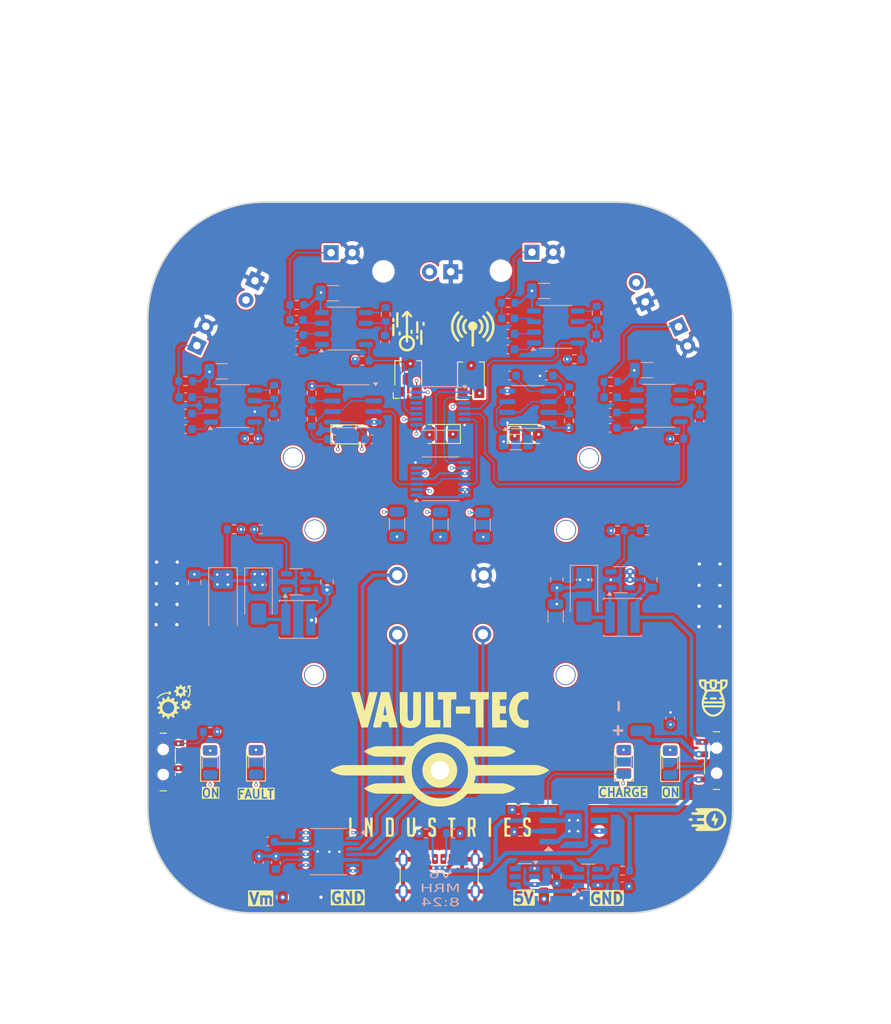
<source format=kicad_pcb>
(kicad_pcb (version 20240108) (generator "pcbnew") (generator_version "8.0")
  (layers (0 "F.Cu" signal) (1 "In1.Cu" signal) (2 "In2.Cu" signal) (31 "B.Cu" signal) (34 "B.Paste" user) (35 "F.Paste" user) (36 "B.SilkS" user "B.Silkscreen") (37 "F.SilkS" user "F.Silkscreen") (38 "B.Mask" user) (39 "F.Mask" user) (44 "Edge.Cuts" user))
  (net 0 "")
  (net 1 "Net-(U1-THR)")
  (net 2 "GND")
  (net 3 "Net-(U1-CV)")
  (net 4 "+3V7")
  (net 5 "+5V")
  (net 6 "Net-(U4-CE)")
  (net 7 "Net-(U5-INPUT)")
  (net 8 "Vm")
  (net 9 "GNDbus")
  (net 10 "Net-(Q1-C)")
  (net 11 "Net-(D1-A)")
  (net 12 "Frec")
  (net 13 "Net-(U7-INPUT)")
  (net 14 "Net-(D7-A)")
  (net 15 "M2")
  (net 16 "Net-(D10-A)")
  (net 17 "M4")
  (net 18 "Net-(D11-A)")
  (net 19 "Vbatt")
  (net 20 "Net-(D4-A)")
  (net 21 "Net-(D9-A)")
  (net 22 "Net-(Q2-C)")
  (net 23 "Net-(U5-TIM_RC)")
  (net 24 "Net-(U1-DIS)")
  (net 25 "Net-(U7-TIM_RC)")
  (net 26 "M1")
  (net 27 "Net-(U8-CV)")
  (net 28 "SLP")
  (net 29 "CLK")
  (net 30 "y'")
  (net 31 "SGN_R")
  (net 32 "x'")
  (net 33 "SGN_L")
  (net 34 "Net-(U5-LP_FLT_C)")
  (net 35 "Net-(U2-FB)")
  (net 36 "SGN_L1")
  (net 37 "SGN_L2")
  (net 38 "SGN_R1")
  (net 39 "SGN_R2")
  (net 40 "Net-(U5-OFLT_C)")
  (net 41 "Net-(U7-LP_FLT_C)")
  (net 42 "Net-(U7-OFLT_C)")
  (net 44 "Net-(U8-THR)")
  (net 45 "Net-(D12-A)")
  (net 46 "Net-(U9-VCC)")
  (net 48 "Net-(J1-CC2)")
  (net 49 "Net-(J1-CC1)")
  (net 52 "Net-(Q4-C)")
  (net 53 "Vcharge")
  (net 54 "Net-(D8-A)")
  (net 55 "Net-(U11-INPUT)")
  (net 56 "Net-(U12-INPUT)")
  (net 57 "Net-(Q5-C)")
  (net 58 "Net-(U11-TIM_RC)")
  (net 59 "Net-(U12-TIM_RC)")
  (net 60 "Net-(U11-LP_FLT_C)")
  (net 61 "Net-(U11-OFLT_C)")
  (net 62 "Net-(U12-LP_FLT_C)")
  (net 63 "Net-(U12-OFLT_C)")
  (net 64 "Net-(U13-VCP)")
  (net 65 "Net-(U13-VINT)")
  (net 66 "Net-(D5-A)")
  (net 67 "Net-(D6-K)")
  (net 68 "Net-(D6-A)")
  (net 69 "Net-(U13-BOUT2)")
  (net 70 "Net-(U13-AOUT2)")
  (net 71 "Net-(U13-AOUT1)")
  (net 72 "Net-(U9-OC)")
  (net 73 "Net-(U9-OD)")
  (net 76 "Net-(R1-Pad2)")
  (net 77 "Net-(R4-Pad2)")
  (net 78 "Net-(U3-FB)")
  (net 79 "Net-(U4-PROG)")
  (net 80 "Net-(U5-TIM_R)")
  (net 81 "Net-(U7-TIM_R)")
  (net 82 "Net-(U9-CS)")
  (net 83 "Net-(U8-DIS)")
  (net 84 "Net-(U11-TIM_R)")
  (net 85 "Net-(U12-TIM_R)")
  (net 86 "Net-(U13-~{FAULT})")
  (net 87 "Net-(SW1-A)")
  (footprint "Connector_Wire:SolderWirePad_1x01_SMD_1x2mm" (layer "F.Cu") (at 136.675 141.45 180)
    (property "Reference" "H9" (hide yes))
    (property "Value" "GND")
  )
  (footprint "MountingHole:MountingHole_2.2mm_M2_Pad" (layer "F.Cu") (at 145.85 110.05)
    (property "Reference" "H4" (hide yes))
    (property "Value" "M2")
  )
  (footprint "MountingHole:MountingHole_2.2mm_M2_Pad" (layer "F.Cu") (at 156.2 102.98)
    (property "Reference" "H6" (hide yes))
    (property "Value" "M3")
  )
  (footprint "" (layer "F.Cu") (at 158.25 66.55)
    (property "Reference" "")
    (property "Value" "")
  )
  (footprint "Button_Switch_SMD:SW_SPDT_PCM12" (layer "F.Cu") (at 118.17 125.3 -90)
    (property "Reference" "SW1" (hide yes))
    (property "Value" "SW_SPDT")
  )
  (footprint "Connector_Wire:SolderWirePad_1x01_SMD_1x2mm" (layer "F.Cu") (at 167.9 141.575 180)
    (property "Reference" "H10" (hide yes))
    (property "Value" "GND")
  )
  (footprint "LED_SMD:LED_1206_3216Metric" (layer "F.Cu") (at 172.98 125.28 90)
    (property "Reference" "D6" (hide yes))
    (property "Value" "LED B")
  )
  (footprint "LED_THT:LED_D5.0mm_Clear" (layer "F.Cu") (at 161.97 64.34)
    (property "Reference" "Q2" (hide yes))
    (property "Value" "BPW40")
  )
  (footprint "Potentiometer_SMD:Potentiometer_Bourns_TC33X_Vertical" (layer "F.Cu") (at 147.17 79.22 90)
    (property "Reference" "RV2" (hide yes))
    (property "Value" "5k")
  )
  (footprint "LED_SMD:LED_1206_3216Metric" (layer "F.Cu") (at 161.31 86.07)
    (property "Reference" "D11" (hide yes))
    (property "Value" "LED Y")
  )
  (footprint "LED_SMD:LED_1206_3216Metric" (layer "F.Cu") (at 178.51 125.34 90)
    (property "Reference" "D7" (hide yes))
    (property "Value" "LED Y")
  )
  (footprint "LED_THT:LED_D3.0mm_IRBlack" (layer "F.Cu") (at 128.818838 67.754458 -115)
    (property "Reference" "D1" (hide yes))
    (property "Value" "IR204A" (hide yes))
  )
  (footprint "MountingHole:MountingHole_2.2mm_M2" (layer "F.Cu") (at 135.95 97.5)
    (property "Reference" "REF**" (hide yes))
    (property "Value" "MountingHole_2.2mm_M2")
  )
  (footprint "MountingHole:MountingHole_2.2mm_M2_Pad" (layer "F.Cu") (at 145.84 102.96)
    (property "Reference" "H5" (hide yes))
    (property "Value" "M1")
  )
  (footprint "MountingHole:MountingHole_2.2mm_M2" (layer "F.Cu") (at 166 114.9)
    (property "Reference" "REF**" (hide yes))
    (property "Value" "MountingHole_2.2mm_M2")
  )
  (footprint "Connector_USB:USB_C_Receptacle_GCT_USB4125-xx-x-0190_6P_TopMnt_Horizontal" (layer "F.Cu") (at 150.87 139.975)
    (property "Reference" "J1" (hide yes))
    (property "Value" "USB_C_Receptacle_PowerOnly_6P")
  )
  (footprint "MountingHole:MountingHole_2.2mm_M2_Pad" (layer "F.Cu") (at 156.11 110.02)
    (property "Reference" "H3" (hide yes))
    (property "Value" "M4")
  )
  (footprint "LED_SMD:LED_1206_3216Metric" (layer "F.Cu") (at 140.2 86.12)
    (property "Reference" "D9" (hide yes))
    (property "Value" "LED G")
  )
  (footprint "LED_SMD:LED_1206_3216Metric" (layer "F.Cu") (at 151.12 86.07 180)
    (property "Reference" "D10" (hide yes))
    (property "Value" "LED B")
  )
  (footprint "MountingHole:MountingHole_2.2mm_M2" (layer "F.Cu") (at 135.9 114.9)
    (property "Reference" "REF**" (hide yes))
    (property "Value" "MountingHole_2.2mm_M2")
  )
  (footprint "MountingHole:MountingHole_2.2mm_M2" (layer "F.Cu") (at 168.81 88.98)
    (property "Reference" "REF**" (hide yes))
    (property "Value" "MountingHole_2.2mm_M2")
  )
  (footprint "LED_THT:LED_D5.0mm_Clear" (layer "F.Cu") (at 121.87 75.5 65)
    (property "Reference" "Q5" (hide yes))
    (property "Value" "BPW40")
  )
  (footprint "LED_SMD:LED_1206_3216Metric" (layer "F.Cu") (at 123.4608 125.3124 90)
    (property "Reference" "D8" (hide yes))
    (property "Value" "LED Y")
  )
  (footprint "Connector_Wire:SolderWirePad_1x01_SMD_1x2mm" (layer "F.Cu") (at 163.4 141.55 180)
    (property "Reference" "H8" (hide yes))
    (property "Value" "5V out")
  )
  (footprint "Button_Switch_SMD:SW_SPDT_PCM12" (layer "F.Cu") (at 183.74 125.13 90)
    (property "Reference" "SW2" (hide yes))
    (property "Value" "SW_SPDT")
  )
  (footprint "Potentiometer_SMD:Potentiometer_Bourns_TC33X_Vertical" (layer "F.Cu") (at 154.67 79.37 90)
    (property "Reference" "RV1" (hide yes))
    (property "Value" "500")
  )
  (footprint "MountingHole:MountingHole_2.2mm_M2" (layer "F.Cu") (at 133.37 88.88)
    (property "Reference" "REF**" (hide yes))
    (property "Value" "MountingHole_2.2mm_M2")
  )
  (footprint "" (layer "F.Cu") (at 144.2 66.625)
    (property "Reference" "")
    (property "Value" "")
  )
  (footprint "MountingHole:MountingHole_2.2mm_M2" (layer "F.Cu") (at 166.05 97.55)
    (property "Reference" "REF**" (hide yes))
    (property "Value" "MountingHole_2.2mm_M2")
  )
  (footprint "LED_THT:LED_D5.0mm_Clear" (layer "F.Cu") (at 179.52 73.25 -65)
    (property "Reference" "Q1" (hide yes))
    (property "Value" "BPW40")
  )
  (footprint "MountingHole:MountingHole_2.2mm_M2" (layer "F.Cu") (at 150.96 126.28)
    (property "Reference" "REF**" (hide yes))
    (property "Value" "MountingHole_2.2mm_M2")
  )
  (footprint "LED_THT:LED_D5.0mm_Clear" (layer "F.Cu") (at 137.93 64.4)
    (property "Reference" "Q4" (hide yes))
    (property "Value" "BPW40")
  )
  (footprint "Connector_Wire:SolderWirePad_1x01_SMD_1x2mm" (layer "F.Cu") (at 132.125 141.45 180)
    (property "Reference" "H7" (hide yes))
    (property "Value" "Vm out")
  )
  (footprint "LED_THT:LED_D3.0mm_IRBlack" (layer "F.Cu") (at 152.255 66.67 180)
    (property "Reference" "D2" (hide yes))
    (property "Value" "IR204A")
  )
  (footprint "LED_THT:LED_D3.0mm_IRBlack" (layer "F.Cu") (at 175.528839 70.275543 115)
    (property "Reference" "D3" (hide yes))
    (property "Value" "IR204A")
  )
  (footprint "LED_SMD:LED_1206_3216Metric" (layer "F.Cu") (at 128.94 125.2924 90)
    (property "Reference" "D12" (hide yes))
    (property "Value" "LED B")
  )
  (footprint "Capacitor_SMD:C_0603_1608Metric" (layer "B.Cu") (at 160.3484 131.0126 180)
    (property "Reference" "C7" (hide yes))
    (property "Value" "10uF")
  )
  (footprint "Connector_Wire:SolderWirePad_1x01_SMD_1x2mm" (layer "B.Cu") (at 175.01 121.585 90)
    (property "Reference" "H2" (hide yes))
    (property "Value" "+")
  )
  (footprint "Capacitor_SMD:C_0603_1608Metric" (layer "B.Cu") (at 159.3 79.09)
    (property "Reference" "C1" (hide yes))
    (property "Value" "10nF")
  )
  (footprint "Package_TO_SOT_SMD:SOT-23-6" (layer "B.Cu") (at 172.55 103.5)
    (property "Reference" "U3" (hide yes))
    (property "Value" "SX1308")
  )
  (footprint "Package_SO:SOIC-8_3.9x4.9mm_P1.27mm" (layer "B.Cu") (at 161.485 82.845)
    (property "Reference" "U1" (hide yes))
    (property "Value" "NE555D")
  )
  (footprint "Capacitor_SMD:C_0603_1608Metric" (layer "B.Cu") (at 133.8 72.42 180)
    (property "Reference" "C26" (hide yes))
    (property "Value" "100nF")
  )
  (footprint "Capacitor_SMD:C_0805_2012Metric" (layer "B.Cu") (at 176.2 103.5 90)
    (property "Reference" "C3" (hide yes))
    (property "Value" "22uF")
  )
  (footprint "Capacitor_SMD:C_0603_1608Metric" (layer "B.Cu") (at 131.33 137.325 -90)
    (property "Reference" "C35" (hide yes))
    (property "Value" "10nF")
  )
  (footprint "Resistor_SMD:R_1206_3216Metric" (layer "B.Cu") (at 128.96 125.32 -90)
    (property "Reference" "R33" (hide yes))
    (property "Value" "300")
  )
  (footprint "Capacitor_SMD:C_0603_1608Metric" (layer "B.Cu") (at 172.775 140.175)
    (property "Reference" "C22" (hide yes))
    (property "Value" "100nF")
  )
  (footprint "Package_SO:SOP-8_3.9x4.9mm_P1.27mm" (layer "B.Cu") (at 164.82 73.265)
    (property "Reference" "U7" (hide yes))
    (property "Value" "LM567")
  )
  (footprint "Resistor_SMD:R_1206_3216Metric" (layer "B.Cu") (at 151.02 96.9 90)
    (property "Reference" "R31" (hide yes))
    (property "Value" "300")
  )
  (footprint "Capacitor_SMD:C_1206_3216Metric" (layer "B.Cu") (at 163.44 68.97 180)
    (property "Reference" "C11" (hide yes))
    (property "Value" "100uF")
  )
  (footprint "Capacitor_SMD:C_0603_1608Metric" (layer "B.Cu") (at 130.37 134.815)
    (property "Reference" "C36" (hide yes))
    (property "Value" "2.2uF")
  )
  (footprint "Capacitor_Tantalum_SMD:CP_EIA-6032-20_AVX-F_Pad2.25x2.35mm_HandSolder" (layer "B.Cu") (at 125 106 -90)
    (property "Reference" "C8" (hide yes))
    (property "Value" "100uF")
  )
  (footprint "Resistor_SMD:R_0603_1608Metric" (layer "B.Cu") (at 131.13 81.035 90)
    (property "Reference" "R25" (hide yes))
    (property "Value" "1M")
  )
  (footprint "Capacitor_SMD:C_0805_2012Metric" (layer "B.Cu") (at 137.45 103.75 90)
    (property "Reference" "C2" (hide yes))
    (property "Value" "22uF")
  )
  (footprint "Resistor_SMD:R_1206_3216Metric" (layer "B.Cu") (at 160.04 87.03 180)
    (property "Reference" "R1" (hide yes))
    (property "Value" "120")
  )
  (footprint "Resistor_SMD:R_0603_1608Metric" (layer "B.Cu") (at 172.2 97.6)
    (property "Reference" "R8" (hide yes))
    (property "Value" "7k5")
  )
  (footprint "Resistor_SMD:R_1206_3216Metric" (layer "B.Cu") (at 178.52 125.3775 90)
    (property "Reference" "R26" (hide yes))
    (property "Value" "120")
  )
  (footprint "Resistor_SMD:R_0603_1608Metric" (layer "B.Cu") (at 133.82 70.64 180)
    (property "Reference" "R22" (hide yes))
    (property "Value" "100k")
  )
  (footprint "Package_TO_SOT_SMD:SOT-23-6" (layer "B.Cu") (at 161.1184 139.0126 180)
    (property "Reference" "Q3" (hide yes))
    (property "Value" "FS8205")
  )
  (footprint "Resistor_SMD:R_1206_3216Metric" (layer "B.Cu") (at 156.07 96.93 90)
    (property "Reference" "R32" (hide yes))
    (property "Value" "120")
  )
  (footprint "Resistor_SMD:R_0603_1608Metric" (layer "B.Cu") (at 169.72 71.62 90)
    (property "Reference" "R14" (hide yes))
    (property "Value" "1M")
  )
  (footprint "Resistor_SMD:R_0603_1608Metric" (layer "B.Cu") (at 126.325 97.475)
    (property "Reference" "R4" (hide yes))
    (property "Value" "7k5")
  )
  (footprint "Resistor_SMD:R_1206_3216Metric" (layer "B.Cu") (at 145.82 96.86 90)
    (property "Reference" "R28" (hide yes))
    (property "Value" "80")
  )
  (footprint "Connector_Wire:SolderWirePad_1x01_SMD_1x2mm" (layer "B.Cu") (at 175.035 118.635 -90)
    (property "Reference" "H1" (hide yes))
    (property "Value" "-")
  )
  (footprint "Package_SO:SOP-8_3.9x4.9mm_P1.27mm" (layer "B.Cu") (at 139.46 73.465)
    (property "Reference" "U11" (hide yes))
    (property "Value" "LM567")
  )
  (footprint "Capacitor_SMD:C_0603_1608Metric" (layer "B.Cu") (at 163.715 79.09)
    (property "Reference" "C4" (hide yes))
    (property "Value" "20nF")
  )
  (footprint "Diode_SMD:D_SMA" (layer "B.Cu") (at 129.25 105.6 -90)
    (property "Reference" "D4" (hide yes))
    (property "Value" "SS34")
  )
  (footprint "Capacitor_SMD:C_0603_1608Metric" (layer "B.Cu") (at 133.83 76.07 180)
    (property "Reference" "C31" (hide yes))
    (property "Value" "2.2uF")
  )
  (footprint "Capacitor_SMD:C_0603_1608Metric" (layer "B.Cu") (at 144.38 75.06 90)
    (property "Reference" "C28" (hide yes))
    (property "Value" "1.5nF")
  )
  (footprint "Package_TO_SOT_SMD:SOT-23-6" (layer "B.Cu") (at 133.7375 103.75)
    (property "Reference" "U2" (hide yes))
    (property "Value" "SX1308")
  )
  (footprint "Resistor_SMD:R_0603_1608Metric" (layer "B.Cu") (at 166.4 84.5 -90)
    (property "Reference" "R6" (hide yes))
    (property "Value" "3k3")
  )
  (footprint "Resistor_SMD:R_0603_1608Metric" (layer "B.Cu") (at 144.46 71.78 90)
    (property "Reference" "R24" (hide yes))
    (property "Value" "1M")
  )
  (footprint "Resistor_SMD:R_0603_1608Metric" (layer "B.Cu") (at 182.03 81.165 90)
    (property "Reference" "R13" (hide yes))
    (property "Value" "1M")
  )
  (footprint "Capacitor_SMD:C_0603_1608Metric" (layer "B.Cu") (at 178.52 120.06 90)
    (property "Reference" "C25" (hide yes))
    (property "Value" "100nF")
  )
  (footprint "Inductor_SMD:L_Changjiang_FNR4018S" (layer "B.Cu") (at 172.8 108 180)
    (property "Reference" "L2" (hide yes))
    (property "Value" "4.7uH")
  )
  (footprint "Resistor_SMD:R_0603_1608Metric" (layer "B.Cu") (at 160.6 133.64 180)
    (property "Reference" "R10" (hide yes))
    (property "Value" "5k1")
  )
  (footprint "Package_SO:SOIC-8_3.9x4.9mm_P1.27mm" (layer "B.Cu") (at 140.565 82.755 180)
    (property "Reference" "U8" (hide yes))
    (property "Value" "NE555D")
  )
  (footprint "Package_SO:SOP-8_3.9x4.9mm_P1.27mm" (layer "B.Cu") (at 177.14 82.7)
    (property "Reference" "U5" (hide yes))
    (property "Value" "LM567")
  )
  (footprint "Resistor_SMD:R_1206_3216Metric" (layer "B.Cu") (at 172.95 125.2975 90)
    (property "Reference" "R15" (hide yes))
    (property "Value" "300")
  )
  (footprint "Capacitor_SMD:C_0603_1608Metric" (layer "B.Cu") (at 133.83 74.24 180)
    (property "Reference" "C30" (hide yes))
    (property "Value" "1uF")
  )
  (footprint "Resistor_SMD:R_0603_1608Metric" (layer "B.Cu") (at 171.405 79.825 180)
    (property "Reference" "R11" (hide yes))
    (property "Value" "100k")
  )
  (footprint "Resistor_SMD:R_0603_1608Metric" (layer "B.Cu") (at 123.46 121.71)
    (property "Reference" "R34" (hide yes))
    (property "Value" "51k")
  )
  (footprint "Package_SO:HTSSOP-16-1EP_4.4x5mm_P0.65mm_EP3.4x5mm_Mask2.46x2.31mm" (layer "B.Cu") (at 137.65 136.02 180)
    (property "Reference" "U13" (hide yes))
    (property "Value" "DRV8833PWP")
  )
  (footprint "Capacitor_SMD:C_0603_1608Metric" (layer "B.Cu") (at 142.79 86.705 180)
    (property "Reference" "C16" (hide yes))
    (property "Value" "10nF")
  )
  (footprint "Resistor_SMD:R_0603_1608Metric" (layer "B.Cu") (at 149.32 133.84)
    (property "Reference" "R2" (hide yes))
    (property "Value" "5k1")
  )
  (footprint "Resistor_SMD:R_0603_1608Metric" (layer "B.Cu") (at 152.535 133.84 180)
    (property "Reference" "R3" (hide yes))
    (property "Value" "5k1")
  )
  (footprint "Resistor_SMD:R_0603_1608Metric" (layer "B.Cu") (at 135.615 81.155 90)
    (property "Reference" "R19" (hide yes))
    (property "Value" "51k")
  )
  (footprint "Capacitor_SMD:C_0603_1608Metric" (layer "B.Cu") (at 182.02 84.505 90)
    (property "Reference" "C14" (hide yes))
    (property "Value" "1.5nF")
  )
  (footprint "Package_SO:TSSOP-14_4.4x5mm_P0.65mm" (layer "B.Cu") (at 151.04 91.43)
    (property "Reference" "U6" (hide yes))
    (property "Value" "74HC74")
  )
  (footprint "Resistor_SMD:R_0603_1608Metric" (layer "B.Cu") (at 167.04 77.12 180)
    (property "Reference" "R18" (hide yes))
    (property "Value" "10k")
  )
  (footprint "Resistor_SMD:R_0603_1608Metric" (layer "B.Cu") (at 172.815 138.3 180)
    (property "Reference" "R21" (hide yes))
    (property "Value" "100")
  )
  (footprint "Resistor_SMD:R_0603_1608Metric" (layer "B.Cu") (at 164.925 139 90)
    (property "Reference" "R16" (hide yes))
    (property "Value" "1k")
  )
  (footprint "Capacitor_SMD:C_1206_3216Metric" (layer "B.Cu") (at 124.84 78.58 180)
    (property "Reference" "C24" (hide yes))
    (property "Value" "100uF")
  )
  (footprint "Resistor_SMD:R_0603_1608Metric" (layer "B.Cu") (at 135.615 84.305 90)
    (property "Reference" "R20" (hide yes))
    (property "Value" "10k")
  )
  (footprint "Resistor_SMD:R_0603_1608Metric" (layer "B.Cu") (at 175.75 97.6)
    (property "Reference" "R9" (hide yes))
    (property "Value" "1k")
  )
  (footprint "Capacitor_SMD:C_1206_3216Metric" (layer "B.Cu") (at 175.74 78.435 180)
    (property "Reference" "C10" (hide yes))
    (property "Value" "100uF")
  )
  (footprint "Capacitor_SMD:C_0805_2012Metric" (layer "B.Cu") (at 164.95 103.5 90)
    (property "Reference" "C6" (hide yes))
    (property "Value" "22uF")
  )
  (footprint "Capacitor_SMD:C_0603_1608Metric" (layer "B.Cu") (at 129.29 137.335 -90)
    (property "Reference" "C34" (hide yes))
    (property "Value" "10uF")
  )
  (footprint "Capacitor_SMD:C_1206_3216Metric" (layer "B.Cu") (at 138.15 69.24 180)
    (property "Reference" "C23" (hide yes))
    (property "Value" "100uF")
  )
  (footprint "Resistor_SMD:R_0603_1608Metric" (layer "B.Cu") (at 129.525 97.475)
    (property "Reference" "R5" (hide yes))
    (property "Value" "1k")
  )
  (footprint "Capacitor_SMD:C_0603_1608Metric" (layer "B.Cu") (at 171.35 85.34 180)
    (property "Reference" "C18" (hide yes))
    (property "Value" "2.2uF")
  )
  (footprint "Capacitor_SMD:C_1206_3216Metric" (layer "B.Cu") (at 164.8 107.9 -90)
    (property "Reference" "C9" (hide yes))
    (property "Value" "100uF")
  )
  (footprint "Capacitor_SMD:C_0805_2012Metric" (layer "B.Cu") (at 121.6 103.8 -90)
    (property "Reference" "C5" (hide yes))
    (property "Value" "22uF")
  )
  (footprint "Resistor_SMD:R_0603_1608Metric" (layer "B.Cu") (at 128.38 86.605 180)
    (property "Reference" "R30" (hide yes))
    (property "Value" "10k")
  )
  (footprint "Resistor_SMD:R_0603_1608Metric" (layer "B.Cu") (at 120.52 79.745 180)
    (property "Reference" "R23" (hide yes))
    (property "Value" "100k")
  )
  (footprint "Resistor_SMD:R_0603_1608Metric" (layer "B.Cu") (at 141.65 77.3 180)
    (property "Reference" "R29" (hide yes))
    (property "Value" "10k")
  )
  (footprint "Package_SO:SOP-8_3.9x4.9mm_P1.27mm" (layer "B.Cu") (at 126.17 82.74)
    (property "Reference" "U12" (hide yes))
    (property "Value" "LM567")
  )
  (footprint "Capacitor_SMD:C_0603_1608Metric" (layer "B.Cu") (at 131.08 84.405 90)
    (property "Reference" "C29" (hide yes))
    (property "Value" "1.5nF")
  )
  (footprint "Capacitor_SMD:C_0603_1608Metric" (layer "B.Cu") (at 171.385 81.675 180)
    (property "Reference" "C12" (hide yes))
    (property "Value" "100nF")
  )
  (footprint "Capacitor_SMD:C_0603_1608Metric" (layer "B.Cu") (at 138.34 86.705 180)
    (property "Reference" "C21" (hide yes))
    (property "Value" "10uF")
  )
  (footprint "Capacitor_SMD:C_0603_1608Metric" (layer "B.Cu") (at 120.52 85.485 180)
    (property "Reference" "C33" (hide yes))
    (property "Value" "2.2uF")
  )
  (footprint "Inductor_SMD:L_Changjiang_FNR4018S" (layer "B.Cu") (at 134 108.25 180)
    (property "Reference" "L1" (hide yes))
    (property "Value" "4.7uH")
  )
  (footprint "Capacitor_SMD:C_0603_1608Metric" (layer "B.Cu") (at 159.11 74.09 180)
    (property "Reference" "C19" (hide yes))
    (property "Value" "1uF")
  )
  (footprint "Capacitor_SMD:C_0603_1608Metric" (layer "B.Cu") (at 159.11 72.25 180)
    (property "Reference" "C13" (hide yes))
    (property "Value" "100nF")
  )
  (footprint "Capacitor_SMD:C_0603_1608Metric" (layer "B.Cu") (at 169.68 74.95 90)
    (property "Reference" "C15" (hide yes))
    (property "Value" "1.5nF")
  )
  (footprint "Resistor_SMD:R_0603_1608Metric" (layer "B.Cu") (at 179.31 86.635 180)
    (property "Reference" "R17" (hide yes))
    (property "Value" "10k")
  )
  (footprint "Diode_SMD:D_SMA" (layer "B.Cu") (at 168.2 105.3 -90)
    (property "Reference" "D5" (hide yes))
    (property "Value" "SS34")
  )
  (footprint "Capacitor_SMD:C_0603_1608Metric" (layer "B.Cu") (at 159.105 75.96 180)
    (property "Reference" "C20" (hide yes))
    (property "Value" "2.2uF")
  )
  (footprint "Package_SO:TSSOP-14_4.4x5mm_P0.65mm" (layer "B.Cu") (at 151 83.02 180)
    (property "Reference" "U10" (hide yes))
    (property "Value" "74HCT00")
  )
  (footprint "Capacitor_SMD:C_0603_1608Metric" (layer "B.Cu") (at 171.355 83.515 180)
    (property "Reference" "C17" (hide yes))
    (property "Value" "1uF")
  )
  (footprint "Resistor_SMD:R_1206_3216Metric" (layer "B.Cu") (at 123.46 125.3525 90)
    (property "Reference" "R27" (hide yes))
    (property "Value" "300")
  )
  (footprint "Resistor_SMD:R_0603_1608Metric" (layer "B.Cu") (at 159.13 70.38 180)
    (property "Reference" "R12" (hide yes))
    (property "Value" "100k")
  )
  (footprint "Package_TO_SOT_SMD:SOT-23-6" (layer "B.Cu") (at 168.695 139.075)
    (property "Reference" "U9" (hide yes))
    (property "Value" "DW01A")
  )
  (footprint "Capacitor_SMD:C_0603_1608Metric" (layer "B.Cu") (at 120.49 83.625 180)
    (property "Reference" "C32" (hide yes))
    (property "Value" "1uF")
  )
  (footprint "TP4056:SO08" (layer "B.Cu") (at 166.95 132.9176 90)
    (property "Reference" "U4" (hide yes))
    (property "Value" "TP4056")
  )
  (footprint "Capacitor_SMD:C_0603_1608Metric" (layer "B.Cu") (at 120.52 81.675 180)
    (property "Reference" "C27" (hide yes))
    (property "Value" "100nF")
  )
  (footprint "Resistor_SMD:R_0603_1608Metric" (layer "B.Cu") (at 166.41 81.27 -90)
    (property "Reference" "R7" (hide yes))
    (property "Value" "51k")
  )
  (gr_poly (pts (xy 118.459306 117.466261) (xy 118.470407 117.466385) (xy 118.48076 117.466592) (xy 118.490376 117.466881) (xy 118.499263 117.467253) (xy 118.507431 117.467708) (xy 118.514888 117.468245) (xy 118.521644 117.468866) (xy 118.527707 117.469568) (xy 118.533087 117.470354) (xy 118.537792 117.471222) (xy 118.541832 117.472173) (xy 118.545216 117.473206) (xy 118.546664 117.473754) (xy 118.547952 117.474322) (xy 118.549081 117.474912) (xy 118.550051 117.475521) (xy 118.550863 117.476152) (xy 118.55152 117.476803) (xy 118.552488 117.478661) (xy 118.553726 117.481869) (xy 118.556935 117.49203) (xy 118.560992 117.506677) (xy 118.565741 117.5252) (xy 118.576696 117.571433) (xy 118.588561 117.625852) (xy 118.617665 117.763435) (xy 118.667936 117.773136) (xy 118.679279 117.775724) (xy 118.691873 117.778786) (xy 118.719199 117.785925) (xy 118.733126 117.789793) (xy 118.746691 117.793724) (xy 118.759492 117.797614) (xy 118.771124 117.801359) (xy 118.822277 117.818116) (xy 118.875193 117.759025) (xy 118.899612 117.731864) (xy 118.927007 117.701809) (xy 118.954072 117.672581) (xy 118.977499 117.6479) (xy 119.026888 117.595865) (xy 119.116846 117.647018) (xy 119.1346 117.657517) (xy 119.151228 117.667675) (xy 119.166347 117.677233) (xy 119.179574 117.685934) (xy 119.185359 117.689882) (xy 119.190528 117.693518) (xy 119.195033 117.696811) (xy 119.198826 117.699728) (xy 119.201859 117.702237) (xy 119.204085 117.704305) (xy 119.20488 117.705164) (xy 119.205455 117.7059) (xy 119.205805 117.706511) (xy 119.205923 117.70699) (xy 119.205041 117.711319) (xy 119.202505 117.720619) (xy 119.193134 117.751859) (xy 119.179133 117.796163) (xy 119.161825 117.848984) (xy 119.117728 117.983039) (xy 119.194457 118.059768) (xy 119.271186 118.136498) (xy 119.405242 118.0924) (xy 119.432432 118.083416) (xy 119.458062 118.075092) (xy 119.502366 118.061091) (xy 119.519903 118.055744) (xy 119.533606 118.051721) (xy 119.542906 118.049185) (xy 119.545728 118.048527) (xy 119.547235 118.048303) (xy 119.548197 118.048704) (xy 119.549576 118.049875) (xy 119.553476 118.054349) (xy 119.558717 118.06136) (xy 119.565081 118.070545) (xy 119.580303 118.093975) (xy 119.597396 118.121725) (xy 119.614613 118.150881) (xy 119.630207 118.178528) (xy 119.642432 118.201751) (xy 119.646735 118.210793) (xy 119.649541 118.217637) (xy 119.65 118.22) (xy 119.649703 118.222816) (xy 119.648614 118.226126) (xy 119.646702 118.22997) (xy 119.643932 118.234387) (xy 119.64027 118.239418) (xy 119.635683 118.245103) (xy 119.630138 118.251481) (xy 119.6236 118.258593) (xy 119.616037 118.266479) (xy 119.597699 118.284733) (xy 119.574854 118.306563) (xy 119.547235 118.332289) (xy 119.525686 118.352178) (xy 119.505646 118.371177) (xy 119.487549 118.388813) (xy 119.471829 118.404609) (xy 119.45892 118.418089) (xy 119.453655 118.423813) (xy 119.449256 118.428779) (xy 119.445777 118.432929) (xy 119.443272 118.436204) (xy 119.441796 118.438542) (xy 119.44146 118.439342) (xy 119.441402 118.439886) (xy 119.444048 118.451048) (xy 119.450001 118.474282) (xy 119.46786 118.543074) (xy 119.492554 118.63656) (xy 119.629256 118.664782) (xy 119.656892 118.671042) (xy 119.683165 118.677157) (xy 119.707453 118.682983) (xy 119.729136 118.688374) (xy 119.747595 118.693187) (xy 119.762209 118.697276) (xy 119.772358 118.700498) (xy 119.775565 118.701737) (xy 119.777423 118.702706) (xy 119.778784 118.704354) (xy 119.780058 118.706943) (xy 119.782342 118.714688) (xy 119.784275 118.725441) (xy 119.785856 118.7387) (xy 119.787086 118.753964) (xy 119.787964 118.770733) (xy 119.788667 118.806775) (xy 119.787964 118.842818) (xy 119.787086 118.859586) (xy 119.785856 118.87485) (xy 119.784275 118.88811) (xy 119.782342 118.898863) (xy 119.780058 118.906608) (xy 119.778784 118.909196) (xy 119.777423 118.910845) (xy 119.772357 118.913089) (xy 119.762195 118.916398) (xy 119.747548 118.920596) (xy 119.729026 118.925507) (xy 119.682793 118.936766) (xy 119.656301 118.942762) (xy 119.628374 118.948768) (xy 119.490791 118.977873) (xy 119.480207 119.028143) (xy 119.477913 119.039193) (xy 119.475081 119.051556) (xy 119.471836 119.064808) (xy 119.468301 119.078525) (xy 119.46086 119.105658) (xy 119.457201 119.118227) (xy 119.453749 119.129567) (xy 119.43611 119.18072) (xy 119.4952 119.233636) (xy 119.552416 119.286222) (xy 119.581645 119.313383) (xy 119.606325 119.336824) (xy 119.65836 119.386213) (xy 119.607207 119.476171) (xy 119.596708 119.493925) (xy 119.58655 119.510553) (xy 119.576992 119.525672) (xy 119.568291 119.538899) (xy 119.564344 119.544684) (xy 119.560707 119.549853) (xy 119.557414 119.554358) (xy 119.554497 119.558151) (xy 119.551989 119.561184) (xy 119.549921 119.56341) (xy 119.549062 119.564205) (xy 119.548325 119.56478) (xy 119.547715 119.56513) (xy 119.547235 119.565248) (xy 119.542906 119.564366) (xy 119.533606 119.56183) (xy 119.502366 119.552459) (xy 119.458062 119.538458) (xy 119.405242 119.52115) (xy 119.271186 119.477053) (xy 119.194457 119.553782) (xy 119.117728 119.630511) (xy 119.161825 119.764567) (xy 119.17081 119.791757) (xy 119.179133 119.817387) (xy 119.193134 119.861691) (xy 119.198481 119.879229) (xy 119.202505 119.892931) (xy 119.205041 119.902232) (xy 119.205699 119.905053) (xy 119.205923 119.90656) (xy 119.205455 119.90765) (xy 119.204083 119.909246) (xy 119.201853 119.911314) (xy 119.198812 119.913822) (xy 119.190482 119.920032) (xy 119.179464 119.927617) (xy 119.166132 119.936317) (xy 119.150856 119.945876) (xy 119.13401 119.956033) (xy 119.115964 119.966532) (xy 119.026888 120.017685) (xy 118.977499 119.96565) (xy 118.926897 119.911411) (xy 118.874311 119.854525) (xy 118.821395 119.795435) (xy 118.770242 119.813074) (xy 118.758902 119.816526) (xy 118.746333 119.820185) (xy 118.719199 119.827626) (xy 118.705483 119.831161) (xy 118.692231 119.834406) (xy 118.679868 119.837238) (xy 118.668818 119.839532) (xy 118.617665 119.850115) (xy 118.588561 119.987699) (xy 118.582591 120.015625) (xy 118.576683 120.042104) (xy 118.570981 120.066516) (xy 118.565631 120.088241) (xy 118.560777 120.106658) (xy 118.556563 120.121148) (xy 118.554742 120.126727) (xy 118.553135 120.131091) (xy 118.551761 120.134163) (xy 118.550638 120.135866) (xy 118.549324 120.137302) (xy 118.547361 120.138637) (xy 118.544743 120.139871) (xy 118.54146 120.141006) (xy 118.537505 120.142042) (xy 118.532871 120.142982) (xy 118.521534 120.144575) (xy 118.507385 120.145796) (xy 118.490362 120.146656) (xy 118.470405 120.147164) (xy 118.44745 120.147331) (xy 118.435594 120.14729) (xy 118.424494 120.147164) (xy 118.41414 120.146953) (xy 118.404524 120.146656) (xy 118.395637 120.146271) (xy 118.387469 120.145796) (xy 118.380012 120.145231) (xy 118.373257 120.144575) (xy 118.367194 120.143825) (xy 118.361814 120.142982) (xy 118.357108 120.142042) (xy 118.353068 120.141006) (xy 118.349685 120.139871) (xy 118.348236 120.139267) (xy 118.346948 120.138637) (xy 118.34582 120.137983) (xy 118.34485 120.137302) (xy 118.344037 120.136597) (xy 118.343381 120.135866) (xy 118.342412 120.134163) (xy 118.341174 120.131092) (xy 118.337965 120.121162) (xy 118.333908 120.106705) (xy 118.329159 120.088351) (xy 118.318204 120.042476) (xy 118.306339 119.988581) (xy 118.277235 119.851879) (xy 118.183749 119.827185) (xy 118.114957 119.809326) (xy 118.091723 119.803373) (xy 118.084416 119.801574) (xy 118.080561 119.800727) (xy 118.079072 119.801121) (xy 118.076624 119.802598) (xy 118.073271 119.805103) (xy 118.069069 119.808582) (xy 118.05833 119.818245) (xy 118.044843 119.831154) (xy 118.02904 119.846874) (xy 118.011356 119.864971) (xy 117.992226 119.885011) (xy 117.972082 119.90656) (xy 117.940227 119.941549) (xy 117.927188 119.95572) (xy 117.915844 119.967855) (xy 117.910755 119.973201) (xy 117.906026 119.978089) (xy 117.901634 119.982535) (xy 117.89756 119.986555) (xy 117.89378 119.990168) (xy 117.890274 119.993389) (xy 117.887021 119.996235) (xy 117.883998 119.998723) (xy 117.881184 120.000871) (xy 117.878559 120.002694) (xy 117.876099 120.004209) (xy 117.873785 120.005434) (xy 117.871594 120.006385) (xy 117.869505 120.007079) (xy 117.867496 120.007533) (xy 117.865546 120.007763) (xy 117.863634 120.007787) (xy 117.861737 120.00762) (xy 117.859835 120.007281) (xy 117.857907 120.006785) (xy 117.855929 120.00615) (xy 117.853882 120.005391) (xy 117.849492 120.003574) (xy 117.840132 119.999374) (xy 117.829428 119.99416) (xy 117.817649 119.988096) (xy 117.805064 119.981346) (xy 117.778551 119.966445) (xy 117.752037 119.950768) (xy 117.727673 119.935628) (xy 117.707609 119.922339) (xy 117.699861 119.916798) (xy 117.693994 119.912212) (xy 117.690277 119.908745) (xy 117.689308 119.907482) (xy 117.688978 119.90656) (xy 117.68986 119.902232) (xy 117.692396 119.892931) (xy 117.701766 119.861691) (xy 117.715767 119.817387) (xy 117.733075 119.764567) (xy 117.777172 119.630511) (xy 117.700443 119.553782) (xy 117.623714 119.477053) (xy 117.49054 119.52115) (xy 117.438588 119.538087) (xy 117.394409 119.552129) (xy 117.376732 119.557574) (xy 117.362796 119.561706) (xy 117.353202 119.564329) (xy 117.35022 119.565014) (xy 117.348547 119.565248) (xy 117.347447 119.56478) (xy 117.345824 119.56341) (xy 117.343712 119.561184) (xy 117.341147 119.558151) (xy 117.334796 119.549853) (xy 117.32705 119.538899) (xy 117.318188 119.525672) (xy 117.308488 119.510553) (xy 117.29823 119.493925) (xy 117.287693 119.476171) (xy 117.236541 119.386213) (xy 117.288575 119.336824) (xy 117.313256 119.313397) (xy 117.342484 119.286333) (xy 117.372539 119.258937) (xy 117.3997 119.234518) (xy 117.458791 119.181602) (xy 117.442034 119.130449) (xy 117.43829 119.118818) (xy 117.434413 119.10603) (xy 117.430515 119.092498) (xy 117.42671 119.078635) (xy 117.423111 119.064854) (xy 117.419833 119.05157) (xy 117.416989 119.039195) (xy 117.414693 119.028143) (xy 117.40411 118.976991) (xy 117.266527 118.947887) (xy 117.238601 118.941916) (xy 117.212122 118.936008) (xy 117.18771 118.930306) (xy 117.165985 118.924956) (xy 117.147567 118.920102) (xy 117.133077 118.915888) (xy 117.127499 118.914067) (xy 117.123135 118.912461) (xy 117.120063 118.911086) (xy 117.11836 118.909963) (xy 117.116923 118.908649) (xy 117.115588 118.906687) (xy 117.114354 118.904068) (xy 117.11322 118.900785) (xy 117.112184 118.89683) (xy 117.111244 118.892196) (xy 117.109651 118.880859) (xy 117.108429 118.86671) (xy 117.10757 118.849687) (xy 117.107062 118.82973) (xy 117.106937 118.812635) (xy 117.743177 118.812635) (xy 117.74454 118.845581) (xy 117.748585 118.889485) (xy 117.75507 118.932516) (xy 117.763956 118.97461) (xy 117.775202 119.0157) (xy 117.788768 119.05572) (xy 117.804614 119.094605) (xy 117.822701 119.132288) (xy 117.842988 119.168703) (xy 117.865434 119.203786) (xy 117.890001 119.237469) (xy 117.916648 119.269687) (xy 117.945334 119.300375) (xy 117.976021 119.329465) (xy 118.008667 119.356893) (xy 118.043234 119.382593) (xy 118.079679 119.406497) (xy 118.110466 119.424403) (xy 118.14177 119.44059) (xy 118.173533 119.45507) (xy 118.205699 119.467856) (xy 118.238211 119.478962) (xy 118.271011 119.488398) (xy 118.304042 119.496177) (xy 118.337248 119.502313) (xy 118.370572 119.506816) (xy 118.403957 119.509701) (xy 118.437344 119.510979) (xy 118.470679 119.510662) (xy 118.503903 119.508763) (xy 118.536959 119.505295) (xy 118.569791 119.50027) (xy 118.602342 119.4937) (xy 118.634554 119.485598) (xy 118.66637 119.475976) (xy 118.697734 119.464847) (xy 118.728589 119.452223) (xy 118.758877 119.438116) (xy 118.788542 119.422539) (xy 118.817526 119.405505) (xy 118.845772 119.387026) (xy 118.873224 119.367114) (xy 118.899825 119.345781) (xy 118.925517 119.323041) (xy 118.950243 119.298905) (xy 118.973947 119.273387) (xy 118.996571 119.246498) (xy 119.018059 119.21825) (xy 119.038353 119.188657) (xy 119.052526 119.166288) (xy 119.065626 119.144105) (xy 119.077674 119.122026) (xy 119.088693 119.099967) (xy 119.098704 119.077846) (xy 119.107729 119.05558) (xy 119.11579 119.033087) (xy 119.122909 119.010284) (xy 119.129109 118.987088) (xy 119.134411 118.963417) (xy 119.138837 118.939188) (xy 119.142409 118.914317) (xy 119.145149 118.888724) (xy 119.147078 118.862324) (xy 119.14822 118.835035) (xy 119.148596 118.806775) (xy 119.14822 118.778515) (xy 119.147078 118.751227) (xy 119.145149 118.724827) (xy 119.142409 118.699233) (xy 119.138837 118.674363) (xy 119.134411 118.650134) (xy 119.129109 118.626462) (xy 119.122909 118.603267) (xy 119.11579 118.580463) (xy 119.107729 118.55797) (xy 119.098704 118.535705) (xy 119.088693 118.513584) (xy 119.077674 118.491525) (xy 119.065626 118.469445) (xy 119.052526 118.447262) (xy 119.038353 118.424893) (xy 119.019346 118.396895) (xy 118.999363 118.370113) (xy 118.978401 118.344546) (xy 118.956456 118.32019) (xy 118.933524 118.297044) (xy 118.909601 118.275104) (xy 118.884683 118.254368) (xy 118.858767 118.234834) (xy 118.831848 118.216499) (xy 118.803923 118.19936) (xy 118.774987 118.183415) (xy 118.745038 118.168661) (xy 118.71407 118.155095) (xy 118.68208 118.142716) (xy 118.649065 118.13152) (xy 118.61502 118.121504) (xy 118.602567 118.118644) (xy 118.587908 118.116022) (xy 118.571361 118.11365) (xy 118.553242 118.111541) (xy 118.513553 118.108156) (xy 118.471373 118.10596) (xy 118.429234 118.105046) (xy 118.389669 118.105505) (xy 118.371643 118.10628) (xy 118.35521 118.107433) (xy 118.340686 118.108976) (xy 118.328388 118.110921) (xy 118.294989 118.118235) (xy 118.26228 118.126923) (xy 118.230291 118.136949) (xy 118.199049 118.148276) (xy 118.168583 118.160868) (xy 118.138923 118.174688) (xy 118.110096 118.1897) (xy 118.082132 118.205868) (xy 118.05506 118.223154) (xy 118.028908 118.241522) (xy 118.003704 118.260937) (xy 117.979479 118.28136) (xy 117.95626 118.302757) (xy 117.934075 118.325089) (xy 117.912955 118.348322) (xy 117.892928 118.372418) (xy 117.874021 118.39734) (xy 117.856265 118.423053) (xy 117.839688 118.44952) (xy 117.824319 118.476704) (xy 117.810185 118.504569) (xy 117.797317 118.533078) (xy 117.785743 118.562195) (xy 117.775491 118.591884) (xy 117.766591 118.622107) (xy 117.759071 118.652829) (xy 117.752959 118.684013) (xy 117.748285 118.715622) (xy 117.745078 118.747619) (xy 117.743365 118.779969) (xy 117.743177 118.812635) (xy 117.106937 118.812635) (xy 117.106895 118.806775) (xy 117.106936 118.794919) (xy 117.107062 118.783821) (xy 117.107273 118.773471) (xy 117.10757 118.763863) (xy 117.107955 118.754989) (xy 117.108429 118.746841) (xy 117.108994 118.739411) (xy 117.109651 118.732692) (xy 117.1104 118.726675) (xy 117.111244 118.721354) (xy 117.112184 118.71672) (xy 117.11322 118.712766) (xy 117.113775 118.711041) (xy 117.114354 118.709483) (xy 117.114959 118.708091) (xy 117.115588 118.706864) (xy 117.116243 118.705801) (xy 117.116923 118.704902) (xy 117.117629 118.704164) (xy 117.11836 118.703588) (xy 117.120063 118.702464) (xy 117.123135 118.70109) (xy 117.133077 118.697662) (xy 117.147567 118.693449) (xy 117.165985 118.688595) (xy 117.212122 118.677543) (xy 117.266527 118.665664) (xy 117.40411 118.63656) (xy 117.414693 118.585407) (xy 117.416989 118.574355) (xy 117.419833 118.561981) (xy 117.423111 118.548696) (xy 117.42671 118.534916) (xy 117.430515 118.521053) (xy 117.434413 118.50752) (xy 117.43829 118.494732) (xy 117.442034 118.483102) (xy 117.458791 118.431949) (xy 117.3997 118.379032) (xy 117.372539 118.354614) (xy 117.342484 118.327218) (xy 117.313256 118.300153) (xy 117.288575 118.276727) (xy 117.236541 118.227338) (xy 117.287693 118.137379) (xy 117.292979 118.128385) (xy 117.29823 118.119625) (xy 117.303411 118.111146) (xy 117.308488 118.102997) (xy 117.313425 118.095225) (xy 117.318188 118.087879) (xy 117.322741 118.081005) (xy 117.32705 118.074651) (xy 117.33108 118.068866) (xy 117.334796 118.063697) (xy 117.338164 118.059193) (xy 117.341147 118.0554) (xy 117.343712 118.052367) (xy 117.345824 118.050141) (xy 117.346699 118.049346) (xy 117.347447 118.048771) (xy 117.348065 118.048421) (xy 117.348547 118.048303) (xy 117.353202 118.049221) (xy 117.362796 118.051845) (xy 117.394409 118.061422) (xy 117.438588 118.075464) (xy 117.49054 118.0924) (xy 117.623714 118.136498) (xy 117.700443 118.059768) (xy 117.777172 117.983039) (xy 117.733075 117.848984) (xy 117.72409 117.821793) (xy 117.715767 117.796163) (xy 117.701766 117.751859) (xy 117.696419 117.734322) (xy 117.692396 117.720619) (xy 117.68986 117.711319) (xy 117.689202 117.708498) (xy 117.688978 117.70699) (xy 117.689308 117.706071) (xy 117.690277 117.704816) (xy 117.693994 117.701375) (xy 117.699861 117.696828) (xy 117.707609 117.691336) (xy 117.727673 117.678155) (xy 117.752037 117.663114) (xy 117.778551 117.647494) (xy 117.805064 117.632576) (xy 117.829428 117.619644) (xy 117.849492 117.609977) (xy 117.853737 117.608159) (xy 117.857655 117.606766) (xy 117.861416 117.60593) (xy 117.865188 117.605787) (xy 117.869141 117.606471) (xy 117.873444 117.608116) (xy 117.878266 117.610857) (xy 117.883777 117.614827) (xy 117.890146 117.620162) (xy 117.897542 117.626995) (xy 117.906135 117.635462) (xy 117.916093 117.645695) (xy 117.940782 117.672002) (xy 117.972964 117.70699) (xy 117.992853 117.72854) (xy 118.011852 117.74858) (xy 118.029488 117.766677) (xy 118.045284 117.782397) (xy 118.058764 117.795306) (xy 118.064488 117.80057) (xy 118.069454 117.804969) (xy 118.073604 117.808448) (xy 118.076879 117.810953) (xy 118.079217 117.81243) (xy 118.080017 117.812766) (xy 118.080561 117.812824) (xy 118.091723 117.810178) (xy 118.114957 117.804225) (xy 118.183749 117.786366) (xy 118.277235 117.761671) (xy 118.306339 117.62497) (xy 118.312309 117.597333) (xy 118.318218 117.571061) (xy 118.323919 117.546773) (xy 118.32927 117.52509) (xy 118.334124 117.506631) (xy 118.338337 117.492017) (xy 118.340158 117.486345) (xy 118.341765 117.481867) (xy 118.343139 117.478661) (xy 118.344263 117.476803) (xy 118.345577 117.475521) (xy 118.347539 117.474322) (xy 118.350158 117.473206) (xy 118.353441 117.472173) (xy 118.357395 117.471222) (xy 118.362029 117.470354) (xy 118.373367 117.468866) (xy 118.387516 117.467708) (xy 118.404538 117.466881) (xy 118.424496 117.466385) (xy 118.44745 117.46622)) (stroke (width -0.000001)) (fill solid) (layer "F.SilkS"))
  (gr_poly (pts (xy 144.638575 116.932366) (xy 144.697063 116.933202) (xy 144.745847 116.935288) (xy 144.766925 116.936941) (xy 144.785966 116.939077) (xy 144.803101 116.94175) (xy 144.818457 116.94502) (xy 144.832168 116.948941) (xy 144.844361 116.953569) (xy 144.855165 116.958962) (xy 144.864713 116.965177) (xy 144.873131 116.972268) (xy 144.880552 116.980294) (xy 144.887104 116.989311) (xy 144.892918 116.999375) (xy 144.898122 117.010543) (xy 144.902847 117.02287) (xy 144.907222 117.036415) (xy 144.911377 117.051232) (xy 144.919548 117.084912) (xy 144.93896 117.170035) (xy 145.09538 117.817927) (xy 145.189823 118.21181) (xy 145.262184 118.518988) (xy 145.314194 118.741163) (xy 145.359847 118.930805) (xy 145.402509 119.107632) (xy 145.44739 119.298851) (xy 145.503139 119.536454) (xy 145.571999 119.824631) (xy 145.726381 120.464374) (xy 145.802957 120.783524) (xy 145.829182 120.894995) (xy 145.848584 120.979853) (xy 145.86208 121.042189) (xy 145.866901 121.066192) (xy 145.870587 121.0861) (xy 145.873255 121.102422) (xy 145.875019 121.115674) (xy 145.875995 121.126365) (xy 145.876294 121.135006) (xy 145.876294 121.174703) (xy 145.391131 121.170037) (xy 144.906034 121.16537) (xy 144.849052 120.928769) (xy 144.769002 120.595819) (xy 144.745867 120.499405) (xy 144.421592 120.494409) (xy 144.354658 120.493436) (xy 144.295691 120.492738) (xy 144.244168 120.492393) (xy 144.199567 120.492482) (xy 144.179699 120.492715) (xy 144.161365 120.493083) (xy 144.144501 120.493602) (xy 144.12904 120.494276) (xy 144.114919 120.49512) (xy 144.102071 120.496141) (xy 144.090431 120.49735) (xy 144.079933 120.498756) (xy 144.070513 120.500369) (xy 144.062107 120.502199) (xy 144.054645 120.504256) (xy 144.048067 120.506551) (xy 144.045087 120.507793) (xy 144.042304 120.509094) (xy 144.039708 120.510461) (xy 144.037291 120.511892) (xy 144.035047 120.513392) (xy 144.032965 120.514959) (xy 144.031039 120.516594) (xy 144.02926 120.518301) (xy 144.027619 120.520078) (xy 144.02611 120.521929) (xy 144.024721 120.523854) (xy 144.023449 120.525855) (xy 144.021211 120.530086) (xy 144.019335 120.534634) (xy 144.017752 120.539509) (xy 144.016396 120.54472) (xy 144.015206 120.550276) (xy 144.014113 120.556189) (xy 144.000712 120.628039) (xy 143.982799 120.71716) (xy 143.940619 120.914713) (xy 143.901912 121.083836) (xy 143.888344 121.137421) (xy 143.883791 121.152915) (xy 143.881024 121.159521) (xy 143.867602 121.163233) (xy 143.836711 121.166546) (xy 143.732506 121.171931) (xy 143.588372 121.175575) (xy 143.424269 121.177374) (xy 143.260161 121.177228) (xy 143.116009 121.175038) (xy 143.011774 121.170704) (xy 142.980862 121.1677) (xy 142.967416 121.164121) (xy 142.964016 121.159439) (xy 142.961519 121.152838) (xy 142.959983 121.143991) (xy 142.959465 121.132573) (xy 142.961713 121.10071) (xy 142.968723 121.054628) (xy 142.980954 120.991714) (xy 142.998868 120.90935) (xy 143.053579 120.675803) (xy 143.100553 120.477553) (xy 143.142304 120.297833) (xy 143.1838 120.118485) (xy 143.230175 119.921047) (xy 143.278784 119.713306) (xy 143.28742 119.675704) (xy 144.187948 119.675704) (xy 144.188722 119.679817) (xy 144.191651 119.68378) (xy 144.196596 119.68759) (xy 144.203419 119.691235) (xy 144.222131 119.698009) (xy 144.246676 119.704042) (xy 144.275931 119.709274) (xy 144.308782 119.713646) (xy 144.344108 119.717099) (xy 144.380794 119.719575) (xy 144.417723 119.72101) (xy 144.453775 119.721349) (xy 144.487835 119.720531) (xy 144.518783 119.718496) (xy 144.545504 119.715185) (xy 144.566878 119.710537) (xy 144.575212 119.707694) (xy 144.581788 119.704495) (xy 144.586471 119.700932) (xy 144.589119 119.696998) (xy 144.590346 119.692087) (xy 144.591004 119.685098) (xy 144.590509 119.664202) (xy 144.587427 119.632927) (xy 144.581552 119.589895) (xy 144.560607 119.463031) (xy 144.526025 119.272562) (xy 144.459187 118.893934) (xy 144.449536 118.839085) (xy 144.440547 118.789495) (xy 144.43218 118.745035) (xy 144.424396 118.705576) (xy 144.417153 118.670987) (xy 144.410413 118.641141) (xy 144.40722 118.627954) (xy 144.404137 118.615906) (xy 144.401161 118.604977) (xy 144.398286 118.595152) (xy 144.395506 118.586416) (xy 144.392818 118.578752) (xy 144.390215 118.572143) (xy 144.387696 118.566574) (xy 144.38525 118.562028) (xy 144.382878 118.558489) (xy 144.380571 118.555941) (xy 144.379441 118.555033) (xy 144.378325 118.554367) (xy 144.377224 118.55394) (xy 144.376137 118.553751) (xy 144.375061 118.553797) (xy 144.373999 118.554078) (xy 144.372949 118.554589) (xy 144.371908 118.555331) (xy 144.370879 118.556299) (xy 144.36986 118.557493) (xy 144.367847 118.56055) (xy 144.365866 118.564484) (xy 144.363914 118.569279) (xy 144.361982 118.574919) (xy 144.350579 118.631555) (xy 144.329687 118.752646) (xy 144.2725 119.105545) (xy 144.216547 119.468328) (xy 144.187948 119.675704) (xy 143.28742 119.675704) (xy 143.32567 119.509163) (xy 143.362399 119.348833) (xy 143.386462 119.246273) (xy 143.431746 119.06225) (xy 143.470612 118.898421) (xy 143.521457 118.676722) (xy 143.583721 118.40611) (xy 143.649879 118.124653) (xy 143.72482 117.804585) (xy 143.808139 117.441139) (xy 143.844235 117.283531) (xy 143.876523 117.145906) (xy 143.901466 117.043068) (xy 143.910079 117.009321) (xy 143.915529 116.989823) (xy 143.933602 116.932841) (xy 144.394514 116.932841) (xy 144.569347 116.93233)) (fill solid) (layer "F.SilkS"))
  (gr_poly (pts (xy 154.068354 72.323487) (xy 154.075254 72.323846) (xy 154.082153 72.32449) (xy 154.089037 72.325416) (xy 154.095891 72.32662) (xy 154.1027 72.328101) (xy 154.109449 72.329853) (xy 154.116123 72.331876) (xy 154.122708 72.334165) (xy 154.129189 72.336719) (xy 154.135551 72.339533) (xy 154.141779 72.342604) (xy 154.147859 72.345931) (xy 154.153775 72.349509) (xy 154.159513 72.353336) (xy 154.165059 72.357409) (xy 154.170396 72.361724) (xy 154.175511 72.366279) (xy 154.180389 72.371071) (xy 154.185014 72.376097) (xy 154.189373 72.381354) (xy 154.193895 72.387327) (xy 154.198064 72.393355) (xy 154.201879 72.399435) (xy 154.20534 72.40557) (xy 154.208446 72.411757) (xy 154.211198 72.417997) (xy 154.213594 72.424291) (xy 154.215636 72.430636) (xy 154.217323 72.437035) (xy 154.218654 72.443485) (xy 154.21963 72.449988) (xy 154.22025 72.456542) (xy 154.220514 72.463149) (xy 154.220422 72.469806) (xy 154.219974 72.476515) (xy 154.219169 72.483276) (xy 154.218007 72.490087) (xy 154.216489 72.496949) (xy 154.214614 72.503861) (xy 154.212381 72.510824) (xy 154.209791 72.517837) (xy 154.206844 72.524901) (xy 154.199875 72.539176) (xy 154.191473 72.553649) (xy 154.181638 72.568319) (xy 154.170366 72.583184) (xy 154.157658 72.598242) (xy 154.138814 72.620101) (xy 154.120996 72.64162) (xy 154.104148 72.66289) (xy 154.088218 72.684002) (xy 154.073151 72.705049) (xy 154.058893 72.726122) (xy 154.04539 72.747311) (xy 154.032589 72.768708) (xy 154.020435 72.790405) (xy 154.008875 72.812494) (xy 153.997854 72.835065) (xy 153.987319 72.85821) (xy 153.977215 72.88202) (xy 153.967489 72.906587) (xy 153.958087 72.932002) (xy 153.948954 72.958357) (xy 153.939793 72.986361) (xy 153.932825 73.010709) (xy 153.930071 73.022317) (xy 153.927752 73.033977) (xy 153.925832 73.046013) (xy 153.924273 73.058745) (xy 153.923038 73.072496) (xy 153.922089 73.087588) (xy 153.9209 73.123085) (xy 153.920407 73.167814) (xy 153.920309 73.224352) (xy 153.920407 73.280889) (xy 153.9209 73.325618) (xy 153.921389 73.34436) (xy 153.922089 73.361115) (xy 153.923038 73.376208) (xy 153.924273 73.389959) (xy 153.925832 73.402691) (xy 153.927752 73.414726) (xy 153.930071 73.426386) (xy 153.932825 73.437994) (xy 153.936054 73.449872) (xy 153.939793 73.462342) (xy 153.948954 73.490346) (xy 153.958087 73.516701) (xy 153.967489 73.542116) (xy 153.977215 73.566683) (xy 153.987319 73.590494) (xy 153.997854 73.613638) (xy 154.008875 73.636209) (xy 154.020435 73.658298) (xy 154.032589 73.679995) (xy 154.04539 73.701393) (xy 154.058893 73.722582) (xy 154.073151 73.743654) (xy 154.088218 73.764701) (xy 154.104148 73.785814) (xy 154.120996 73.807084) (xy 154.138814 73.828603) (xy 154.157658 73.850462) (xy 154.162988 73.856508) (xy 154.16822 73.862722) (xy 154.173326 73.869057) (xy 154.178279 73.875463) (xy 154.183052 73.881893) (xy 154.187618 73.888299) (xy 154.191951 73.894633) (xy 154.196022 73.900847) (xy 154.199806 73.906894) (xy 154.203276 73.912724) (xy 154.206403 73.918291) (xy 154.209162 73.923546) (xy 154.211526 73.928442) (xy 154.213466 73.93293) (xy 154.214957 73.936962) (xy 154.215972 73.940491) (xy 154.217721 73.94966) (xy 154.218948 73.958744) (xy 154.219663 73.967729) (xy 154.219878 73.976601) (xy 154.219604 73.985348) (xy 154.218851 73.993955) (xy 154.217632 74.00241) (xy 154.215956 74.010698) (xy 154.213835 74.018806) (xy 154.21128 74.026721) (xy 154.208302 74.034429) (xy 154.204912 74.041917) (xy 154.201121 74.049171) (xy 154.196941 74.056178) (xy 154.192381 74.062924) (xy 154.187454 74.069395) (xy 154.18217 74.075579) (xy 154.176541 74.081462) (xy 154.170577 74.08703) (xy 154.16429 74.09227) (xy 154.15769 74.097169) (xy 154.150788 74.101712) (xy 154.143597 74.105886) (xy 154.136126 74.109678) (xy 154.128386 74.113075) (xy 154.12039 74.116062) (xy 154.112147 74.118627) (xy 154.10367 74.120756) (xy 154.094968 74.122435) (xy 154.086053 74.123651) (xy 154.076936 74.124391) (xy 154.067629 74.12464) (xy 154.05733 74.124405) (xy 154.047483 74.123671) (xy 154.038015 74.122395) (xy 154.028849 74.120532) (xy 154.01991 74.11804) (xy 154.011125 74.114875) (xy 154.002418 74.110994) (xy 153.993713 74.106353) (xy 153.984937 74.100909) (xy 153.976013 74.094618) (xy 153.966868 74.087437) (xy 153.957427 74.079322) (xy 153.947613 74.07023) (xy 153.937353 74.060118) (xy 153.926572 74.048942) (xy 153.915194 74.036658) (xy 153.891084 74.009419) (xy 153.867861 73.981417) (xy 153.845526 73.952653) (xy 153.824078 73.923131) (xy 153.803517 73.892853) (xy 153.783843 73.861823) (xy 153.765056 73.830044) (xy 153.747157 73.797519) (xy 153.730144 73.76425) (xy 153.714019 73.730241) (xy 153.698781 73.695494) (xy 153.684431 73.660014) (xy 153.670967 73.623801) (xy 153.658391 73.586861) (xy 153.646701 73.549195) (xy 153.635899 73.510807) (xy 153.631275 73.490472) (xy 153.627008 73.46696) (xy 153.619626 73.412082) (xy 153.613924 73.349532) (xy 153.610067 73.282666) (xy 153.608225 73.21484) (xy 153.608565 73.149413) (xy 153.611254 73.08974) (xy 153.613533 73.06311) (xy 153.616461 73.039178) (xy 153.619591 73.019815) (xy 153.623567 72.999075) (xy 153.633789 72.954297) (xy 153.646602 72.906497) (xy 153.661476 72.85733) (xy 153.677885 72.808452) (xy 153.695301 72.761515) (xy 153.713196 72.718175) (xy 153.722159 72.698371) (xy 153.731044 72.680086) (xy 153.74419 72.654827) (xy 153.758574 72.629073) (xy 153.774019 72.60305) (xy 153.790349 72.576981) (xy 153.807386 72.551093) (xy 153.824953 72.525609) (xy 153.842874 72.500754) (xy 153.860972 72.476754) (xy 153.879069 72.453832) (xy 153.89699 72.432215) (xy 153.914558 72.412126) (xy 153.931594 72.39379) (xy 153.947924 72.377433) (xy 153.963369 72.363278) (xy 153.977753 72.351552) (xy 153.9909 72.342478) (xy 153.996652 72.339186) (xy 154.002581 72.336215) (xy 154.008673 72.333562) (xy 154.014911 72.331224) (xy 154.021283 72.329197) (xy 154.027772 72.327479) (xy 154.034365 72.326067) (xy 154.041045 72.324958) (xy 154.047799 72.324148) (xy 154.054612 72.323635) (xy 154.061469 72.323416)) (stroke (width -0.000001)) (fill solid) (layer "F.SilkS"))
  (gr_poly (pts (xy 144.846094 131.932135) (xy 144.97537 131.936012) (xy 145.093726 131.9435) (xy 145.144434 131.948529) (xy 145.187163 131.95438) (xy 145.22016 131.961025) (xy 145.241678 131.968438) (xy 145.309019 132.005022) (xy 145.336297 132.023762) (xy 145.359727 132.044968) (xy 145.379609 132.070263) (xy 145.396255 132.101272) (xy 145.409969 132.13962) (xy 145.421059 132.186932) (xy 145.429831 132.244833) (xy 145.436593 132.314947) (xy 145.441651 132.398899) (xy 145.445311 132.498313) (xy 145.449669 132.750028) (xy 145.452121 133.083091) (xy 145.454323 133.482074) (xy 145.453453 133.642066) (xy 145.44992 133.778251) (xy 145.44684 133.838008) (xy 145.442716 133.892521) (xy 145.437421 133.94203) (xy 145.43083 133.986769) (xy 145.422816 134.026977) (xy 145.413253 134.062888) (xy 145.402012 134.094742) (xy 145.38897 134.122772) (xy 145.373999 134.147218) (xy 145.356974 134.168314) (xy 145.337769 134.186298) (xy 145.316257 134.201407) (xy 145.292309 134.213876) (xy 145.265803 134.223943) (xy 145.23661 134.231844) (xy 145.204604 134.237816) (xy 145.169662 134.242096) (xy 145.131652 134.244919) (xy 145.045935 134.247145) (xy 144.83216 134.24454) (xy 144.500459 134.239809) (xy 144.495925 133.109382) (xy 144.495793 133.05636) (xy 144.788365 133.05636) (xy 144.792412 133.644055) (xy 144.798639 133.84541) (xy 144.802838 133.906284) (xy 144.807778 133.934263) (xy 144.811665 133.940032) (xy 144.816812 133.945289) (xy 144.823135 133.950045) (xy 144.830548 133.954305) (xy 144.838971 133.95808) (xy 144.848314 133.961374) (xy 144.858495 133.964195) (xy 144.86943 133.966554) (xy 144.893223 133.969909) (xy 144.919016 133.971499) (xy 144.946133 133.971389) (xy 144.973899 133.969638) (xy 145.001638 133.966308) (xy 145.028675 133.961461) (xy 145.054333 133.955158) (xy 145.077937 133.947461) (xy 145.088758 133.943109) (xy 145.098811 133.93843) (xy 145.108012 133.933436) (xy 145.116279 133.928131) (xy 145.123525 133.922524) (xy 145.129666 133.916623) (xy 145.134618 133.910434) (xy 145.138297 133.903966) (xy 145.142941 133.882156) (xy 145.146926 133.838275) (xy 145.152969 133.682284) (xy 145.156522 133.431947) (xy 145.157684 133.083223) (xy 145.157684 132.305134) (xy 145.116016 132.256632) (xy 145.111702 132.252181) (xy 145.106542 132.24784) (xy 145.093894 132.239521) (xy 145.07848 132.231741) (xy 145.060705 132.224562) (xy 145.040977 132.218048) (xy 145.019705 132.212267) (xy 144.997295 132.207279) (xy 144.974155 132.203149) (xy 144.95069 132.199944) (xy 144.927309 132.197724) (xy 144.90442 132.196555) (xy 144.882428 132.196502) (xy 144.861742 132.197627) (xy 144.842768 132.199996) (xy 144.825916 132.203673) (xy 144.818411 132.206021) (xy 144.811591 132.20872) (xy 144.806536 132.229607) (xy 144.802075 132.284331) (xy 144.794977 132.476228) (xy 144.788365 133.05636) (xy 144.495793 133.05636) (xy 144.494821 132.668728) (xy 144.495177 132.304576) (xy 144.496877 132.054732) (xy 144.498193 131.98449) (xy 144.499803 131.957003) (xy 144.503047 131.953396) (xy 144.509767 131.950078) (xy 144.532753 131.944299) (xy 144.567009 131.939636) (xy 144.610785 131.936063) (xy 144.719899 131.932079)) (fill solid) (layer "F.SilkS"))
  (gr_poly (pts (xy 151.024876 124.206091) (xy 151.135708 124.213039) (xy 151.245313 124.226037) (xy 151.353495 124.244927) (xy 151.460059 124.269558) (xy 151.564804 124.299772) (xy 151.667539 124.335412) (xy 151.768063 124.376324) (xy 151.866181 124.422352) (xy 151.961698 124.473343) (xy 152.054415 124.529137) (xy 152.144136 124.589581) (xy 152.230664 124.654519) (xy 152.313804 124.723797) (xy 152.393356 124.797259) (xy 152.469128 124.874746) (xy 152.540921 124.956106) (xy 152.608539 125.041183) (xy 152.671784 125.129821) (xy 152.730462 125.221863) (xy 152.784373 125.317156) (xy 152.833323 125.415543) (xy 152.877112 125.516869) (xy 152.91555 125.620976) (xy 152.948434 125.727714) (xy 152.97557 125.836921) (xy 152.996761 125.948447) (xy 153.011812 126.062134) (xy 153.020524 126.177826) (xy 153.022012 126.356593) (xy 153.009845 126.529642) (xy 152.984656 126.696704) (xy 152.947076 126.857503) (xy 152.897738 127.011772) (xy 152.837276 127.159237) (xy 152.766321 127.299628) (xy 152.685508 127.43267) (xy 152.595469 127.558097) (xy 152.496835 127.675636) (xy 152.390241 127.785013) (xy 152.276317 127.885959) (xy 152.155699 127.978202) (xy 152.029018 128.061472) (xy 151.896907 128.135494) (xy 151.76 128.2) (xy 151.618928 128.254719) (xy 151.474324 128.299375) (xy 151.32682 128.333703) (xy 151.177052 128.357426) (xy 151.02565 128.370276) (xy 150.873248 128.37198) (xy 150.720478 128.362267) (xy 150.567972 128.340868) (xy 150.416364 128.307508) (xy 150.266286 128.261917) (xy 150.118372 128.203822) (xy 149.973253 128.132956) (xy 149.831563 128.049045) (xy 149.693935 127.951816) (xy 149.560999 127.841) (xy 149.433392 127.716324) (xy 149.33227 127.601926) (xy 149.241414 127.483503) (xy 149.160679 127.361491) (xy 149.089924 127.236335) (xy 149.029 127.108474) (xy 148.977766 126.978346) (xy 148.936076 126.846393) (xy 148.903786 126.713054) (xy 148.880751 126.57877) (xy 148.866826 126.443982) (xy 148.86187 126.309128) (xy 148.865734 126.174652) (xy 148.878277 126.04099) (xy 148.899352 125.908585) (xy 148.928816 125.777875) (xy 148.966525 125.649302) (xy 149.012334 125.523308) (xy 149.066097 125.400328) (xy 149.127673 125.280806) (xy 149.196913 125.165182) (xy 149.273677 125.053894) (xy 149.357818 124.947385) (xy 149.449192 124.846093) (xy 149.547655 124.750459) (xy 149.653062 124.660923) (xy 149.765269 124.577927) (xy 149.884131 124.501909) (xy 150.009504 124.433308) (xy 150.141244 124.37257) (xy 150.279205 124.32013) (xy 150.423246 124.276427) (xy 150.573218 124.241907) (xy 150.686989 124.2231) (xy 150.800321 124.210966) (xy 150.913015 124.205347)) (fill solid) (layer "F.SilkS"))
  (gr_poly (pts (xy 153.616895 71.855371) (xy 153.623874 71.856273) (xy 153.63096 71.857645) (xy 153.638207 71.859485) (xy 153.645672 71.86179) (xy 153.65341 71.864555) (xy 153.661476 71.86778) (xy 153.668377 71.870832) (xy 153.675074 71.874222) (xy 153.68156 71.877937) (xy 153.687827 71.881961) (xy 153.69387 71.886279) (xy 153.699681 71.890877) (xy 153.705254 71.89574) (xy 153.710582 71.900853) (xy 153.715659 71.906202) (xy 153.720476 71.911771) (xy 153.725029 71.917545) (xy 153.729309 71.92351) (xy 153.733311 71.929652) (xy 153.737027 71.935955) (xy 153.740451 71.942404) (xy 153.743576 71.948985) (xy 153.746395 71.955683) (xy 153.748902 71.962483) (xy 153.75109 71.96937) (xy 153.752951 71.97633) (xy 153.75448 71.983347) (xy 153.75567 71.990407) (xy 153.756513 71.997496) (xy 153.757004 72.004598) (xy 153.757134 72.011698) (xy 153.756899 72.018782) (xy 153.75629 72.025835) (xy 153.755301 72.032841) (xy 153.753926 72.039788) (xy 153.752157 72.046658) (xy 153.749988 72.053439) (xy 153.747412 72.060114) (xy 153.745514 72.064313) (xy 153.742917 72.069196) (xy 153.739666 72.074706) (xy 153.735807 72.080783) (xy 153.726444 72.094409) (xy 153.715186 72.109605) (xy 153.702394 72.125904) (xy 153.688427 72.142838) (xy 153.673645 72.15994) (xy 153.658407 72.176743) (xy 153.620446 72.220017) (xy 153.584091 72.264983) (xy 153.549391 72.311535) (xy 153.516394 72.359566) (xy 153.485147 72.40897) (xy 153.455698 72.45964) (xy 153.428095 72.511469) (xy 153.402387 72.564353) (xy 153.378621 72.618183) (xy 153.356845 72.672855) (xy 153.337107 72.72826) (xy 153.319455 72.784294) (xy 153.303938 72.840849) (xy 153.290602 72.897819) (xy 153.279496 72.955098) (xy 153.270668 73.012579) (xy 153.265969 73.056207) (xy 153.262612 73.107819) (xy 153.260598 73.164755) (xy 153.259926 73.224352) (xy 153.260598 73.283949) (xy 153.262612 73.340884) (xy 153.265969 73.392496) (xy 153.270668 73.436124) (xy 153.279464 73.494045) (xy 153.290484 73.551523) (xy 153.303702 73.608502) (xy 153.319088 73.664921) (xy 153.336614 73.720723) (xy 153.356252 73.775849) (xy 153.377972 73.83024) (xy 153.401748 73.883839) (xy 153.427549 73.936586) (xy 153.455348 73.988424) (xy 153.485116 74.039294) (xy 153.516825 74.089137) (xy 153.550447 74.137896) (xy 153.585952 74.18551) (xy 153.623312 74.231923) (xy 153.662499 74.277076) (xy 153.678357 74.294659) (xy 153.692591 74.31104) (xy 153.705254 74.326337) (xy 153.716401 74.340665) (xy 153.726085 74.354142) (xy 153.734361 74.366885) (xy 153.737987 74.373017) (xy 153.741281 74.37901) (xy 153.74425 74.384878) (xy 153.746901 74.390635) (xy 153.74924 74.396296) (xy 153.751274 74.401876) (xy 153.75301 74.407389) (xy 153.754454 74.41285) (xy 153.755614 74.418274) (xy 153.756495 74.423675) (xy 153.757105 74.429068) (xy 153.757451 74.434467) (xy 153.757539 74.439887) (xy 153.757376 74.445342) (xy 153.756969 74.450848) (xy 153.756324 74.456418) (xy 153.754349 74.467812) (xy 153.751505 74.479641) (xy 153.750049 74.484432) (xy 153.748374 74.489211) (xy 153.744391 74.498699) (xy 153.739618 74.50805) (xy 153.734113 74.517206) (xy 153.727936 74.526111) (xy 153.721149 74.534706) (xy 153.713809 74.542936) (xy 153.705979 74.550743) (xy 153.697716 74.558071) (xy 153.689082 74.564862) (xy 153.680136 74.57106) (xy 153.670939 74.576607) (xy 153.66155 74.581447) (xy 153.652028 74.585523) (xy 153.642435 74.588777) (xy 153.63763 74.590079) (xy 153.63283 74.591154) (xy 153.620348 74.592956) (xy 153.608165 74.593727) (xy 153.596198 74.59342) (xy 153.590269 74.592846) (xy 153.584363 74.591985) (xy 153.578469 74.59083) (xy 153.572576 74.589375) (xy 153.566674 74.587615) (xy 153.560753 74.585543) (xy 153.54881 74.58044) (xy 153.536663 74.574018) (xy 153.524228 74.566229) (xy 153.511422 74.557025) (xy 153.498161 74.546359) (xy 153.484359 74.534183) (xy 153.469935 74.520447) (xy 153.454803 74.505105) (xy 153.438879 74.488109) (xy 153.422081 74.46941) (xy 153.381466 74.42157) (xy 153.342504 74.372458) (xy 153.305218 74.32212) (xy 153.269629 74.270602) (xy 153.235761 74.217951) (xy 153.203636 74.164214) (xy 153.173277 74.109437) (xy 153.144705 74.053666) (xy 153.117943 73.996948) (xy 153.093014 73.93933) (xy 153.069941 73.880857) (xy 153.048745 73.821576) (xy 153.02945 73.761534) (xy 153.012077 73.700778) (xy 152.99665 73.639353) (xy 152.98319 73.577306) (xy 152.977353 73.546125) (xy 152.972122 73.512294) (xy 152.963512 73.43817) (xy 152.95742 73.357908) (xy 152.953905 73.274481) (xy 152.953028 73.190863) (xy 152.954848 73.110025) (xy 152.959426 73.034943) (xy 152.962768 73.000488) (xy 152.966821 72.968588) (xy 152.979146 72.89286) (xy 152.993293 72.820836) (xy 153.00955 72.751618) (xy 153.018559 72.71778) (xy 153.028204 72.684306) (xy 153.038521 72.651084) (xy 153.049545 72.618001) (xy 153.061312 72.584946) (xy 153.073858 72.551804) (xy 153.101433 72.484816) (xy 153.132556 72.416138) (xy 153.153011 72.375082) (xy 153.175776 72.332791) (xy 153.200502 72.289732) (xy 153.226837 72.246374) (xy 153.254431 72.203184) (xy 153.282933 72.16063) (xy 153.311993 72.119178) (xy 153.341259 72.079297) (xy 153.370382 72.041454) (xy 153.39901 72.006116) (xy 153.426793 71.973752) (xy 153.45338 71.944829) (xy 153.47842 71.919814) (xy 153.501563 71.899175) (xy 153.522459 71.88338) (xy 153.531954 71.877444) (xy 153.540755 71.872895) (xy 153.54972 71.868926) (xy 153.558237 71.865458) (xy 153.566361 71.862487) (xy 153.574148 71.860011) (xy 153.581654 71.858026) (xy 153.588933 71.85653) (xy 153.596041 71.85552) (xy 153.603034 71.854992) (xy 153.609967 71.854943)) (stroke (width -0.000001)) (fill solid) (layer "F.SilkS"))
  (gr_poly (pts (xy 148.107813 73.304369) (xy 148.108795 73.096051) (xy 148.10927 73.011335) (xy 148.109778 72.938341) (xy 148.110352 72.876142) (xy 148.111028 72.823807) (xy 148.111413 72.801048) (xy 148.111837 72.780407) (xy 148.112302 72.761768) (xy 148.112814 72.745014) (xy 148.113375 72.730029) (xy 148.113991 72.716697) (xy 148.114666 72.704902) (xy 148.115403 72.694527) (xy 148.116208 72.685458) (xy 148.117083 72.677576) (xy 148.118034 72.670767) (xy 148.119064 72.664914) (xy 148.120178 72.659901) (xy 148.12138 72.655612) (xy 148.122675 72.651931) (xy 148.124065 72.648741) (xy 148.125556 72.645926) (xy 148.127151 72.64337) (xy 148.128856 72.640958) (xy 148.130673 72.638572) (xy 148.137242 72.629996) (xy 148.143757 72.622115) (xy 148.150252 72.61491) (xy 148.156762 72.60836) (xy 148.163323 72.602446) (xy 148.169969 72.597149) (xy 148.176735 72.59245) (xy 148.183656 72.588328) (xy 148.190766 72.584764) (xy 148.198101 72.581738) (xy 148.205696 72.579232) (xy 148.213585 72.577225) (xy 148.221804 72.575698) (xy 148.230386 72.574632) (xy 148.239368 72.574006) (xy 148.248783 72.573802) (xy 148.258199 72.574006) (xy 148.26718 72.574632) (xy 148.275763 72.575698) (xy 148.283981 72.577225) (xy 148.287964 72.578167) (xy 148.29187 72.579232) (xy 148.295702 72.580422) (xy 148.299465 72.581738) (xy 148.303162 72.583185) (xy 148.3068 72.584764) (xy 148.310381 72.586477) (xy 148.31391 72.588328) (xy 148.317392 72.590318) (xy 148.320831 72.59245) (xy 148.324231 72.594726) (xy 148.327597 72.597149) (xy 148.330933 72.599722) (xy 148.334243 72.602446) (xy 148.340803 72.60836) (xy 148.347314 72.61491) (xy 148.353809 72.622115) (xy 148.360324 72.629996) (xy 148.366893 72.638572) (xy 148.373501 72.648746) (xy 148.378501 72.664959) (xy 148.382163 72.694678) (xy 148.384752 72.745371) (xy 148.387788 72.939547) (xy 148.389753 73.307227) (xy 148.391658 73.951117) (xy 148.370703 73.988264) (xy 148.366184 73.995545) (xy 148.360893 74.00271) (xy 148.354908 74.00971) (xy 148.348304 74.016497) (xy 148.34116 74.023022) (xy 148.33355 74.029235) (xy 148.325553 74.035088) (xy 148.317244 74.040533) (xy 148.308701 74.04552) (xy 148.3 74.05) (xy 148.291219 74.053925) (xy 148.282433 74.057246) (xy 148.27372 74.059914) (xy 148.265156 74.06188) (xy 148.256818 74.063096) (xy 148.252758 74.063407) (xy 148.248783 74.063512) (xy 148.244551 74.063404) (xy 148.240256 74.063085) (xy 148.235906 74.062559) (xy 148.23151 74.061834) (xy 148.227077 74.060915) (xy 148.222616 74.059808) (xy 148.218135 74.058518) (xy 148.213645 74.057053) (xy 148.204668 74.053617) (xy 148.195757 74.049548) (xy 148.186983 74.044893) (xy 148.178417 74.039699) (xy 148.17013 74.034015) (xy 148.162193 74.027886) (xy 148.154677 74.021361) (xy 148.147654 74.014488) (xy 148.141195 74.007313) (xy 148.138199 74.003627) (xy 148.13537 73.999884) (xy 148.132718 73.996089) (xy 148.130252 73.992249) (xy 148.127979 73.988369) (xy 148.12591 73.984455) (xy 148.119312 73.969687) (xy 148.114376 73.950254) (xy 148.110892 73.918453) (xy 148.108646 73.866583) (xy 148.107024 73.671826)) (stroke (width -0.000001)) (fill solid) (layer "F.SilkS"))
  (gr_poly (pts (xy 153.145435 71.394831) (xy 153.154584 71.395432) (xy 153.163627 71.396589) (xy 153.172543 71.398287) (xy 153.181308 71.400512) (xy 153.189899 71.403251) (xy 153.198294 71.406487) (xy 153.20647 71.410207) (xy 153.214404 71.414397) (xy 153.222073 71.419042) (xy 153.229455 71.424127) (xy 153.236526 71.429639) (xy 153.243263 71.435562) (xy 153.249644 71.441883) (xy 153.255646 71.448587) (xy 153.261246 71.455659) (xy 153.266421 71.463085) (xy 153.271148 71.47085) (xy 153.275405 71.478941) (xy 153.279168 71.487343) (xy 153.282415 71.496041) (xy 153.285123 71.505021) (xy 153.287269 71.514268) (xy 153.28883 71.523769) (xy 153.289784 71.533508) (xy 153.290107 71.543471) (xy 153.289985 71.553771) (xy 153.289567 71.563285) (xy 153.288771 71.572164) (xy 153.287517 71.580557) (xy 153.285723 71.588615) (xy 153.283309 71.596486) (xy 153.280193 71.604322) (xy 153.276295 71.612272) (xy 153.271534 71.620485) (xy 153.265829 71.629112) (xy 153.259099 71.638303) (xy 153.251262 71.648207) (xy 153.242239 71.658974) (xy 153.231948 71.670754) (xy 153.207239 71.697953) (xy 153.137997 71.77505) (xy 153.072629 71.853971) (xy 153.011173 71.934621) (xy 152.953665 72.016906) (xy 152.900144 72.100732) (xy 152.850646 72.186004) (xy 152.80521 72.272628) (xy 152.763872 72.360509) (xy 152.726671 72.449553) (xy 152.693643 72.539666) (xy 152.664827 72.630752) (xy 152.640258 72.722719) (xy 152.619976 72.81547) (xy 152.604018 72.908913) (xy 152.59242 73.002952) (xy 152.585221 73.097493) (xy 152.5826 73.169767) (xy 152.58204 73.240872) (xy 152.583567 73.310911) (xy 152.587203 73.379984) (xy 152.592974 73.448194) (xy 152.600903 73.515643) (xy 152.611013 73.582432) (xy 152.62333 73.648664) (xy 152.637877 73.71444) (xy 152.654677 73.779863) (xy 152.673756 73.845034) (xy 152.695136 73.910055) (xy 152.718842 73.975028) (xy 152.744898 74.040055) (xy 152.773328 74.105237) (xy 152.804155 74.170678) (xy 152.841529 74.244644) (xy 152.860749 74.280312) (xy 152.880437 74.315265) (xy 152.900676 74.349624) (xy 152.921551 74.383512) (xy 152.943145 74.417048) (xy 152.965542 74.450356) (xy 152.988827 74.483555) (xy 153.013082 74.516768) (xy 153.038393 74.550116) (xy 153.064843 74.583721) (xy 153.121494 74.652184) (xy 153.183709 74.723128) (xy 153.216479 74.759984) (xy 153.229998 74.775565) (xy 153.241767 74.789515) (xy 153.251906 74.802032) (xy 153.260534 74.813315) (xy 153.267771 74.823564) (xy 153.270906 74.828363) (xy 153.273738 74.832979) (xy 153.276282 74.837435) (xy 153.278553 74.841758) (xy 153.280567 74.845971) (xy 153.282338 74.850101) (xy 153.283881 74.854171) (xy 153.285211 74.858207) (xy 153.286344 74.862234) (xy 153.287293 74.866276) (xy 153.288075 74.870359) (xy 153.288704 74.874507) (xy 153.289563 74.883099) (xy 153.289991 74.892251) (xy 153.290107 74.902163) (xy 153.289836 74.911935) (xy 153.289036 74.921485) (xy 153.287722 74.930802) (xy 153.285908 74.939874) (xy 153.283612 74.948689) (xy 153.280847 74.957235) (xy 153.277631 74.9655) (xy 153.273977 74.973473) (xy 153.269903 74.981142) (xy 153.265423 74.988494) (xy 153.260553 74.995519) (xy 153.255309 75.002205) (xy 153.249705 75.008538) (xy 153.243759 75.014509) (xy 153.237484 75.020104) (xy 153.230897 75.025313) (xy 153.224014 75.030123) (xy 153.216849 75.034523) (xy 153.209419 75.0385) (xy 153.201738 75.042044) (xy 153.193823 75.045141) (xy 153.185689 75.047781) (xy 153.177352 75.049952) (xy 153.168827 75.051641) (xy 153.160129 75.052837) (xy 153.151274 75.053528) (xy 153.142279 75.053703) (xy 153.133157 75.053349) (xy 153.123926 75.052455) (xy 153.1146 75.051009) (xy 153.105195 75.048999) (xy 153.095726 75.046414) (xy 153.090446 75.044624) (xy 153.084946 75.042308) (xy 153.079197 75.039443) (xy 153.073171 75.036007) (xy 153.066839 75.031978) (xy 153.060173 75.027333) (xy 153.053144 75.02205) (xy 153.045724 75.016106) (xy 153.037885 75.009478) (xy 153.029597 75.002144) (xy 153.020833 74.994083) (xy 153.011564 74.98527) (xy 152.991396 74.965302) (xy 152.968867 74.942062) (xy 152.902298 74.869432) (xy 152.838805 74.794684) (xy 152.778421 74.717883) (xy 152.721176 74.639094) (xy 152.667102 74.55838) (xy 152.616231 74.475806) (xy 152.568593 74.391437) (xy 152.524222 74.305338) (xy 152.483147 74.217572) (xy 152.4454 74.128203) (xy 152.411014 74.037297) (xy 152.380019 73.944918) (xy 152.352446 73.851131) (xy 152.328328 73.755999) (xy 152.307696 73.659587) (xy 152.290581 73.56196) (xy 152.282525 73.492958) (xy 152.27677 73.410851) (xy 152.273317 73.319993) (xy 152.272166 73.224735) (xy 152.273317 73.129429) (xy 152.27677 73.038427) (xy 152.282525 72.956081) (xy 152.290581 72.886743) (xy 152.304019 72.807739) (xy 152.319772 72.729568) (xy 152.33783 72.652249) (xy 152.358183 72.575798) (xy 152.380819 72.500235) (xy 152.405729 72.425577) (xy 152.432902 72.351842) (xy 152.462327 72.279048) (xy 152.493994 72.207214) (xy 152.527892 72.136356) (xy 152.564012 72.066494) (xy 152.602341 71.997644) (xy 152.642871 71.929826) (xy 152.685591 71.863056) (xy 152.730489 71.797354) (xy 152.777556 71.732736) (xy 152.798524 71.705513) (xy 152.820234 71.678097) (xy 152.842469 71.650726) (xy 152.865011 71.623637) (xy 152.887643 71.597071) (xy 152.910147 71.571264) (xy 152.932307 71.546455) (xy 152.953905 71.522882) (xy 152.974723 71.500784) (xy 152.994545 71.4804) (xy 153.013153 71.461966) (xy 153.03033 71.445722) (xy 153.045859 71.431905) (xy 153.059521 71.420755) (xy 153.071101 71.412508) (xy 153.076042 71.409549) (xy 153.08038 71.407405) (xy 153.089623 71.40371) (xy 153.098921 71.400672) (xy 153.108251 71.398276) (xy 153.11759 71.396509) (xy 153.126916 71.395355) (xy 153.136205 71.394801)) (stroke (width -0.000001)) (fill solid) (layer "F.SilkS"))
  (gr_poly (pts (xy 119.944439 116.055267) (xy 119.959089 116.055715) (xy 119.972727 116.056411) (xy 119.98501 116.057314) (xy 119.995599 116.058381) (xy 120.000151 116.058965) (xy 120.004151 116.059573) (xy 120.007557 116.060203) (xy 120.010326 116.060848) (xy 120.012416 116.061504) (xy 120.013784 116.062164) (xy 120.014782 116.063384) (xy 120.016109 116.065683) (xy 120.019654 116.073285) (xy 120.024233 116.084504) (xy 120.029659 116.098875) (xy 120.035746 116.115934) (xy 120.042309 116.135214) (xy 120.049161 116.156252) (xy 120.056117 116.178581) (xy 120.090513 116.288824) (xy 120.14343 116.309991) (xy 120.197228 116.331157) (xy 120.306589 116.276477) (xy 120.41595 116.221796) (xy 120.476805 116.284414) (xy 120.537658 116.34615) (xy 120.48386 116.454629) (xy 120.42918 116.563109) (xy 120.450346 116.616025) (xy 120.471513 116.669824) (xy 120.581756 116.703338) (xy 120.604085 116.710295) (xy 120.625123 116.71716) (xy 120.644403 116.723755) (xy 120.661462 116.729906) (xy 120.675833 116.735437) (xy 120.681865 116.737916) (xy 120.687052 116.740173) (xy 120.691334 116.742187) (xy 120.694653 116.743937) (xy 120.696952 116.745399) (xy 120.697701 116.746016) (xy 120.698173 116.746553) (xy 120.698833 116.747921) (xy 120.699489 116.75001) (xy 120.700763 116.756186) (xy 120.701955 116.764738) (xy 120.703023 116.775327) (xy 120.703926 116.78761) (xy 120.704622 116.801247) (xy 120.705069 116.815898) (xy 120.705228 116.83122) (xy 120.705069 116.846542) (xy 120.704622 116.861192) (xy 120.703926 116.874829) (xy 120.703023 116.887113) (xy 120.701955 116.897701) (xy 120.701372 116.902254) (xy 120.700763 116.906254) (xy 120.700134 116.90966) (xy 120.699489 116.912429) (xy 120.698833 116.914519) (xy 120.698173 116.915887) (xy 120.696942 116.91704) (xy 120.694615 116.918503) (xy 120.686914 116.922267) (xy 120.675554 116.927002) (xy 120.661021 116.932533) (xy 120.6438 116.938684) (xy 120.624378 116.94528) (xy 120.603241 116.952144) (xy 120.580874 116.959102) (xy 120.470631 116.993498) (xy 120.449464 117.045532) (xy 120.42918 117.098449) (xy 120.48386 117.20781) (xy 120.537658 117.316289) (xy 120.476805 117.378025) (xy 120.41595 117.440643) (xy 120.306589 117.385963) (xy 120.196346 117.331282) (xy 120.14343 117.351567) (xy 120.090513 117.372734) (xy 120.056999 117.482977) (xy 120.049752 117.505344) (xy 120.042681 117.526481) (xy 120.035962 117.545903) (xy 120.029769 117.563123) (xy 120.024279 117.577656) (xy 120.019668 117.589017) (xy 120.017747 117.593355) (xy 120.016111 117.596718) (xy 120.014783 117.599045) (xy 120.013784 117.600275) (xy 120.012247 117.601076) (xy 120.009983 117.601826) (xy 120.003469 117.603169) (xy 119.99463 117.604306) (xy 119.983853 117.605236) (xy 119.958035 117.606476) (xy 119.929117 117.60689) (xy 119.900199 117.606476) (xy 119.874381 117.605236) (xy 119.863604 117.604306) (xy 119.854765 117.603169) (xy 119.848251 117.601826) (xy 119.845987 117.601076) (xy 119.84445 117.600275) (xy 119.843452 117.599055) (xy 119.842125 117.596756) (xy 119.83858 117.589154) (xy 119.834001 117.577936) (xy 119.828575 117.563564) (xy 119.822488 117.546506) (xy 119.815925 117.527226) (xy 119.809073 117.506188) (xy 119.802117 117.483859) (xy 119.767721 117.373616) (xy 119.714804 117.352449) (xy 119.661006 117.331282) (xy 119.559582 117.383317) (xy 119.485499 117.420579) (xy 119.451103 117.437997) (xy 119.450693 117.438081) (xy 119.450127 117.438002) (xy 119.448545 117.437376) (xy 119.446392 117.436147) (xy 119.443703 117.434346) (xy 119.436856 117.429145) (xy 119.428283 117.422012) (xy 119.418263 117.413184) (xy 119.407075 117.402899) (xy 119.394998 117.391394) (xy 119.382311 117.378907) (xy 119.320575 117.317171) (xy 119.374374 117.20781) (xy 119.429055 117.099331) (xy 119.407888 117.045532) (xy 119.386721 116.992616) (xy 119.276478 116.95822) (xy 119.254149 116.951264) (xy 119.233111 116.944412) (xy 119.213831 116.937849) (xy 119.196772 116.931761) (xy 119.182401 116.926335) (xy 119.171182 116.921757) (xy 119.1669 116.919844) (xy 119.163581 116.918212) (xy 119.161282 116.916885) (xy 119.160061 116.915887) (xy 119.159401 116.914519) (xy 119.158745 116.912429) (xy 119.157471 116.906254) (xy 119.156279 116.897701) (xy 119.155211 116.887113) (xy 119.154308 116.874829) (xy 119.153612 116.861192) (xy 119.153164 116.846542) (xy 119.153006 116.83122) (xy 119.153018 116.830007) (xy 119.650974 116.830007) (xy 119.651186 116.846294) (xy 119.652071 116.862389) (xy 119.653631 116.87813) (xy 119.655866 116.893355) (xy 119.658778 116.907904) (xy 119.662368 116.921614) (xy 119.666638 116.934324) (xy 119.671589 116.945873) (xy 119.677434 116.957329) (xy 119.683413 116.968235) (xy 119.689557 116.978619) (xy 119.695898 116.988509) (xy 119.702466 116.997934) (xy 119.709292 117.006923) (xy 119.716408 117.015504) (xy 119.723845 117.023704) (xy 119.731632 117.031553) (xy 119.739802 117.03908) (xy 119.748386 117.046311) (xy 119.757414 117.053277) (xy 119.766917 117.060005) (xy 119.776927 117.066523) (xy 119.787474 117.072861) (xy 119.798589 117.079046) (xy 119.816063 117.088183) (xy 119.823735 117.09196) (xy 119.83089 117.095252) (xy 119.837674 117.098089) (xy 119.84423 117.100502) (xy 119.850703 117.102523) (xy 119.857239 117.104182) (xy 119.863981 117.10551) (xy 119.871074 117.106538) (xy 119.878664 117.107298) (xy 119.886894 117.10782) (xy 119.89591 117.108135) (xy 119.905856 117.108274) (xy 119.929117 117.10815) (xy 119.950947 117.107961) (xy 119.960516 117.107697) (xy 119.969314 117.107296) (xy 119.977436 117.10674) (xy 119.984974 117.106011) (xy 119.992024 117.105091) (xy 119.99868 117.103961) (xy 120.005037 117.102604) (xy 120.011188 117.101002) (xy 120.017228 117.099136) (xy 120.023251 117.096988) (xy 120.029351 117.094541) (xy 120.035624 117.091776) (xy 120.042162 117.088675) (xy 120.049061 117.08522) (xy 120.06103 117.078698) (xy 120.072173 117.072318) (xy 120.082554 117.066015) (xy 120.092235 117.059726) (xy 120.101282 117.053385) (xy 120.109755 117.046927) (xy 120.11772 117.040289) (xy 120.125239 117.033405) (xy 120.132376 117.026212) (xy 120.139194 117.018643) (xy 120.145756 117.010636) (xy 120.152125 117.002124) (xy 120.158365 116.993044) (xy 120.164539 116.983331) (xy 120.170711 116.97292) (xy 120.176943 116.961747) (xy 120.186082 116.944274) (xy 120.189863 116.936602) (xy 120.193163 116.929446) (xy 120.196013 116.922663) (xy 120.198446 116.916107) (xy 120.200494 116.909634) (xy 120.202189 116.903098) (xy 120.203564 116.896356) (xy 120.204651 116.889263) (xy 120.205482 116.881673) (xy 120.206089 116.873443) (xy 120.206505 116.864427) (xy 120.206762 116.854481) (xy 120.20693 116.83122) (xy 120.206762 116.807958) (xy 120.206505 116.798012) (xy 120.206089 116.788997) (xy 120.205482 116.780766) (xy 120.204651 116.773177) (xy 120.203564 116.766083) (xy 120.202189 116.759341) (xy 120.200494 116.752806) (xy 120.198446 116.746333) (xy 120.196013 116.739777) (xy 120.193163 116.732993) (xy 120.189863 116.725838) (xy 120.186082 116.718165) (xy 120.176943 116.700692) (xy 120.170603 116.689567) (xy 120.164133 116.678995) (xy 120.157505 116.66895) (xy 120.150692 116.659406) (xy 120.143667 116.650337) (xy 120.136403 116.641719) (xy 120.128873 116.633524) (xy 120.12105 116.625727) (xy 120.112907 116.618302) (xy 120.104416 116.611223) (xy 120.09555 116.604464) (xy 120.086282 116.598) (xy 120.076586 116.591805) (xy 120.066433 116.585853) (xy 120.055798 116.580118) (xy 120.044652 116.574574) (xy 120.03611 116.571052) (xy 120.026463 116.567775) (xy 120.015869 116.564759) (xy 120.004482 116.56202) (xy 119.99246 116.559576) (xy 119.979958 116.557443) (xy 119.967133 116.555639) (xy 119.954142 116.554179) (xy 119.941141 116.553081) (xy 119.928285 116.552362) (xy 119.915732 116.552038) (xy 119.903637 116.552126) (xy 119.892157 116.552643) (xy 119.881449 116.553605) (xy 119.871668 116.555031) (xy 119.862971 116.556935) (xy 119.847877 116.561333) (xy 119.833047 116.566571) (xy 119.818517 116.57262) (xy 119.804322 116.579452) (xy 119.790499 116.587039) (xy 119.777085 116.595351) (xy 119.764115 116.604361) (xy 119.751626 116.614041) (xy 119.739653 116.624361) (xy 119.728233 116.635294) (xy 119.717403 116.64681) (xy 119.707198 116.658882) (xy 119.697654 116.671481) (xy 119.688808 116.684579) (xy 119.680695 116.698147) (xy 119.673353 116.712157) (xy 119.668227 116.724171) (xy 119.663764 116.737284) (xy 119.659964 116.751335) (xy 119.65683 116.766163) (xy 119.654363 116.781605) (xy 119.652564 116.797501) (xy 119.651433 116.813689) (xy 119.650974 116.830007) (xy 119.153018 116.830007) (xy 119.153164 116.815898) (xy 119.153612 116.801247) (xy 119.154308 116.78761) (xy 119.155211 116.775327) (xy 119.156279 116.764738) (xy 119.156862 116.760186) (xy 119.157471 116.756186) (xy 119.1581 116.752779) (xy 119.158745 116.75001) (xy 119.159401 116.747921) (xy 119.160061 116.746553) (xy 119.161282 116.745554) (xy 119.163581 116.744228) (xy 119.171182 116.740683) (xy 119.182401 116.736104) (xy 119.196772 116.730678) (xy 119.213831 116.724591) (xy 119.233111 116.718028) (xy 119.254149 116.711175) (xy 119.276478 116.70422) (xy 119.386721 116.669824) (xy 119.407888 116.616025) (xy 119.429055 116.562227) (xy 119.375256 116.457275) (xy 119.322339 116.351442) (xy 119.348798 116.317928) (xy 119.351613 116.314337) (xy 119.354746 116.310533) (xy 119.36182 116.302425) (xy 119.369742 116.293883) (xy 119.378232 116.285186) (xy 119.387012 116.276613) (xy 119.395802 116.268443) (xy 119.404324 116.260955) (xy 119.408397 116.257554) (xy 119.412297 116.254428) (xy 119.448457 116.22356) (xy 119.554291 116.277359) (xy 119.660124 116.331157) (xy 119.767721 116.288824) (xy 119.802117 116.178581) (xy 119.809073 116.156252) (xy 119.815925 116.135214) (xy 119.822488 116.115934) (xy 119.828575 116.098875) (xy 119.834001 116.084504) (xy 119.83858 116.073285) (xy 119.840493 116.069003) (xy 119.842125 116.065683) (xy 119.843452 116.063384) (xy 119.84445 116.062164) (xy 119.845818 116.061504) (xy 119.847907 116.060848) (xy 119.854083 116.059573) (xy 119.862635 116.058381) (xy 119.873224 116.057314) (xy 119.885507 116.056411) (xy 119.899145 116.055715) (xy 119.913795 116.055267) (xy 119.929117 116.055109)) (stroke (width -0.000001)) (fill solid) (layer "F.SilkS"))
  (gr_poly (pts (xy 156.639958 71.392832) (xy 156.646644 71.393622) (xy 156.653361 71.394854) (xy 156.660126 71.396534) (xy 156.666955 71.39867) (xy 156.673863 71.401267) (xy 156.680867 71.404331) (xy 156.687983 71.407869) (xy 156.695228 71.411887) (xy 156.702616 71.416393) (xy 156.717891 71.426888) (xy 156.733935 71.439407) (xy 156.750879 71.454) (xy 156.768851 71.470719) (xy 156.78798 71.489613) (xy 156.808395 71.510734) (xy 156.874255 71.583217) (xy 156.937146 71.657894) (xy 156.997025 71.734681) (xy 157.053848 71.813494) (xy 157.107572 71.894249) (xy 157.158154 71.976863) (xy 157.205549 72.061251) (xy 157.249715 72.14733) (xy 157.290608 72.235015) (xy 157.328185 72.324223) (xy 157.362401 72.414869) (xy 157.393215 72.50687) (xy 157.420581 72.600142) (xy 157.444457 72.694601) (xy 157.4648 72.790162) (xy 157.481565 72.886743) (xy 157.489622 72.956039) (xy 157.495377 73.038283) (xy 157.49883 73.12916) (xy 157.499981 73.224352) (xy 157.49883 73.319544) (xy 157.495377 73.41042) (xy 157.489622 73.492664) (xy 157.481565 73.56196) (xy 157.471881 73.619845) (xy 157.460872 73.677597) (xy 157.448557 73.735158) (xy 157.434952 73.792467) (xy 157.420077 73.849465) (xy 157.403949 73.90609) (xy 157.386586 73.962284) (xy 157.368006 74.017987) (xy 157.348227 74.073138) (xy 157.327268 74.127678) (xy 157.305145 74.181546) (xy 157.281877 74.234683) (xy 157.257483 74.287029) (xy 157.231979 74.338523) (xy 157.205385 74.389106) (xy 157.177718 74.438719) (xy 157.146447 74.491436) (xy 157.113141 74.544523) (xy 157.078211 74.597487) (xy 157.042067 74.649836) (xy 157.005119 74.701075) (xy 156.967779 74.750713) (xy 156.930457 74.798255) (xy 156.893564 74.843209) (xy 156.85751 74.885082) (xy 156.822705 74.923381) (xy 156.789562 74.957613) (xy 156.758489 74.987284) (xy 156.729898 75.011902) (xy 156.704199 75.030974) (xy 156.692563 75.038276) (xy 156.681803 75.044006) (xy 156.671972 75.048104) (xy 156.663121 75.050506) (xy 156.653871 75.051985) (xy 156.644734 75.052976) (xy 156.635722 75.053488) (xy 156.626848 75.053531) (xy 156.618124 75.053114) (xy 156.60956 75.052246) (xy 156.601168 75.050937) (xy 156.592962 75.049195) (xy 156.584951 75.047031) (xy 156.577149 75.044454) (xy 156.569567 75.041473) (xy 156.562216 75.038097) (xy 156.555109 75.034337) (xy 156.548257 75.0302) (xy 156.541673 75.025697) (xy 156.535367 75.020837) (xy 156.529352 75.01563) (xy 156.523639 75.010084) (xy 156.518241 75.004209) (xy 156.513169 74.998014) (xy 156.508435 74.99151) (xy 156.504051 74.984704) (xy 156.500028 74.977607) (xy 156.496379 74.970228) (xy 156.493115 74.962576) (xy 156.490247 74.954661) (xy 156.487789 74.946492) (xy 156.485751 74.938078) (xy 156.484145 74.929429) (xy 156.482983 74.920553) (xy 156.482278 74.911462) (xy 156.48204 74.902163) (xy 156.482157 74.892261) (xy 156.482594 74.883131) (xy 156.483477 74.874561) (xy 156.484933 74.86634) (xy 156.487092 74.858257) (xy 156.490079 74.850101) (xy 156.494022 74.84166) (xy 156.499048 74.832723) (xy 156.505286 74.823079) (xy 156.512862 74.812516) (xy 156.521903 74.800823) (xy 156.532538 74.787788) (xy 156.559095 74.756851) (xy 156.593553 74.718013) (xy 156.665823 74.634329) (xy 156.733398 74.54939) (xy 156.796282 74.46319) (xy 156.85448 74.375721) (xy 156.907997 74.286974) (xy 156.956836 74.196944) (xy 157.001002 74.105621) (xy 157.0405 74.013) (xy 157.075335 73.919071) (xy 157.10551 73.823828) (xy 157.131031 73.727264) (xy 157.151902 73.62937) (xy 157.168126 73.530139) (xy 157.17971 73.429564) (xy 157.186657 73.327638) (xy 157.188971 73.224352) (xy 157.188176 73.160864) (xy 157.18577 73.098466) (xy 157.181728 73.037048) (xy 157.176023 72.9765) (xy 157.168628 72.916714) (xy 157.159514 72.85758) (xy 157.148657 72.798989) (xy 157.136028 72.74083) (xy 157.121601 72.682995) (xy 157.105348 72.625375) (xy 157.087244 72.567859) (xy 157.06726 72.510339) (xy 157.045369 72.452705) (xy 157.021546 72.394847) (xy 156.995762 72.336657) (xy 156.967991 72.278025) (xy 156.930618 72.204059) (xy 156.911398 72.168392) (xy 156.89171 72.133439) (xy 156.87147 72.099079) (xy 156.850596 72.065192) (xy 156.829002 72.031655) (xy 156.806604 71.998347) (xy 156.78332 71.965148) (xy 156.759064 71.931935) (xy 156.733754 71.898587) (xy 156.707304 71.864983) (xy 156.650652 71.79652) (xy 156.588438 71.725575) (xy 156.555668 71.68842) (xy 156.542149 71.672738) (xy 156.530379 71.658709) (xy 156.520241 71.646125) (xy 156.511613 71.634777) (xy 156.504376 71.624457) (xy 156.501241 71.619618) (xy 156.498409 71.614957) (xy 156.495865 71.61045) (xy 156.493593 71.606069) (xy 156.49158 71.601789) (xy 156.489809 71.597583) (xy 156.488266 71.593427) (xy 156.486936 71.589293) (xy 156.485803 71.585155) (xy 156.484854 71.580989) (xy 156.484072 71.576766) (xy 156.483443 71.572463) (xy 156.482584 71.563507) (xy 156.482156 71.553912) (xy 156.48204 71.543471) (xy 156.482133 71.538302) (xy 156.482409 71.533155) (xy 156.482865 71.528035) (xy 156.483501 71.522946) (xy 156.484312 71.517894) (xy 156.485297 71.512881) (xy 156.486454 71.507914) (xy 156.487779 71.502997) (xy 156.48927 71.498133) (xy 156.490926 71.493328) (xy 156.492743 71.488585) (xy 156.494718 71.48391) (xy 156.496851 71.479307) (xy 156.499138 71.474781) (xy 156.501576 71.470335) (xy 156.504164 71.465975) (xy 156.506898 71.461704) (xy 156.509777 71.457529) (xy 156.512798 71.453452) (xy 156.515959 71.449478) (xy 156.519256 71.445612) (xy 156.522689 71.441859) (xy 156.526253 71.438223) (xy 156.529948 71.434708) (xy 156.53377 71.431319) (xy 156.537716 71.42806) (xy 156.541786 71.424936) (xy 156.545975 71.421951) (xy 156.550282 71.419111) (xy 156.554704 71.416419) (xy 156.559239 71.413879) (xy 156.563884 71.411497) (xy 156.578544 71.404564) (xy 156.592686 71.399145) (xy 156.599602 71.397018) (xy 156.606438 71.39529) (xy 156.613208 71.393965) (xy 156.619929 71.39305) (xy 156.626617 71.392552) (xy 156.633288 71.392477)) (stroke (width -0.000001)) (fill solid) (layer "F.SilkS"))
  (gr_poly (pts (xy 142.107437 131.927083) (xy 142.129009 131.92812) (xy 142.150757 131.929744) (xy 142.172226 131.931915) (xy 142.192957 131.934592) (xy 142.212494 131.937736) (xy 142.230376 131.941306) (xy 142.246148 131.94526) (xy 142.25935 131.949562) (xy 142.269523 131.954169) (xy 142.273333 131.956574) (xy 142.276213 131.959042) (xy 142.283372 131.969761) (xy 142.292431 131.989875) (xy 142.304057 132.021487) (xy 142.318915 132.06671) (xy 142.361002 132.206418) (xy 142.424023 132.425868) (xy 142.486981 132.646221) (xy 142.534192 132.803454) (xy 142.552609 132.858349) (xy 142.567951 132.897401) (xy 142.5805 132.920591) (xy 142.585819 132.926231) (xy 142.590547 132.927897) (xy 142.59472 132.925587) (xy 142.598377 132.919297) (xy 142.604278 132.894772) (xy 142.608536 132.854299) (xy 142.611436 132.797858) (xy 142.614316 132.63699) (xy 142.61521 132.412) (xy 142.616458 131.933671) (xy 142.761049 131.938797) (xy 142.905637 131.943857) (xy 142.905637 134.239809) (xy 142.763216 134.244869) (xy 142.70697 134.246845) (xy 142.684456 134.246902) (xy 142.66532 134.245705) (xy 142.656931 134.244488) (xy 142.649284 134.24278) (xy 142.642343 134.240521) (xy 142.636075 134.23765) (xy 142.630445 134.234113) (xy 142.625419 134.229844) (xy 142.620963 134.224788) (xy 142.617041 134.218882) (xy 142.613621 134.212072) (xy 142.61067 134.204295) (xy 142.60815 134.195491) (xy 142.606027 134.185601) (xy 142.602842 134.162332) (xy 142.60084 134.134009) (xy 142.599745 134.100156) (xy 142.599286 134.060302) (xy 142.599172 133.960684) (xy 142.599223 133.88668) (xy 142.597603 133.826905) (xy 142.591357 133.76905) (xy 142.577534 133.700802) (xy 142.553182 133.609849) (xy 142.515346 133.483878) (xy 142.387416 133.077637) (xy 142.348536 132.957324) (xy 142.332689 132.912339) (xy 142.319023 132.878324) (xy 142.307374 132.855927) (xy 142.302255 132.849286) (xy 142.297581 132.845792) (xy 142.293331 132.845524) (xy 142.289482 132.848563) (xy 142.282917 132.864886) (xy 142.277721 132.895402) (xy 142.273735 132.940759) (xy 142.268746 133.07857) (xy 142.266651 133.283476) (xy 142.266158 133.560632) (xy 142.265894 134.248549) (xy 142.127614 134.248549) (xy 142.107904 134.24848) (xy 142.089972 134.248263) (xy 142.073737 134.247882) (xy 142.059112 134.247322) (xy 142.046014 134.246564) (xy 142.040012 134.246107) (xy 142.034359 134.245597) (xy 142.029046 134.245028) (xy 142.024062 134.244402) (xy 142.019398 134.243713) (xy 142.015039 134.242963) (xy 142.01098 134.242148) (xy 142.007208 134.241266) (xy 142.003711 134.240315) (xy 142.00048 134.239294) (xy 141.997505 134.238202) (xy 141.994776 134.237032) (xy 141.992279 134.235787) (xy 141.990007 134.234464) (xy 141.987947 134.23306) (xy 141.986092 134.231575) (xy 141.984427 134.230003) (xy 141.982945 134.228347) (xy 141.981634 134.226601) (xy 141.980482 134.224765) (xy 141.979483 134.222836) (xy 141.978622 134.220814) (xy 141.97449 134.121612) (xy 141.971104 133.872001) (xy 141.967975 133.072314) (xy 141.967975 131.951482) (xy 142.007408 131.935444) (xy 142.018291 131.932115) (xy 142.032099 131.929613) (xy 142.048376 131.927899) (xy 142.066663 131.926933) (xy 142.086505 131.926675)) (fill solid) (layer "F.SilkS"))
  (gr_poly (pts (xy 184.08005 115.450192) (xy 184.08554 115.454942) (xy 184.090461 115.459544) (xy 184.09485 115.46411) (xy 184.098745 115.468751) (xy 184.102184 115.473581) (xy 184.105205 115.478711) (xy 184.107847 115.484253) (xy 184.110147 115.49032) (xy 184.112142 115.497024) (xy 184.113872 115.504476) (xy 184.115374 115.512789) (xy 184.116687 115.522076) (xy 184.117847 115.532447) (xy 184.118893 115.544016) (xy 184.120796 115.571195) (xy 184.12697 115.66133) (xy 184.309709 115.665034) (xy 184.491213 115.668738) (xy 184.491213 115.615645) (xy 184.491457 115.601021) (xy 184.492187 115.5868) (xy 184.493394 115.57301) (xy 184.495071 115.559677) (xy 184.497211 115.546829) (xy 184.499807 115.534493) (xy 184.502852 115.522696) (xy 184.506338 115.511465) (xy 184.510258 115.500827) (xy 184.514605 115.49081) (xy 184.519371 115.48144) (xy 184.52455 115.472745) (xy 184.527292 115.468659) (xy 184.530134 115.464751) (xy 184.533076 115.461026) (xy 184.536116 115.457487) (xy 184.539254 115.454136) (xy 184.542489 115.450978) (xy 184.545819 115.448016) (xy 184.549245 115.445253) (xy 184.560808 115.437457) (xy 184.567349 115.434263) (xy 184.575077 115.431498) (xy 184.584506 115.42913) (xy 184.596147 115.42713) (xy 184.628113 115.424109) (xy 184.675068 115.422187) (xy 184.741109 115.421118) (xy 184.946825 115.420559) (xy 185.10246 115.420674) (xy 185.164482 115.421318) (xy 185.217017 115.423105) (xy 185.260849 115.4266) (xy 185.279746 115.429163) (xy 185.29676 115.432366) (xy 185.311991 115.436277) (xy 185.325535 115.440968) (xy 185.337491 115.446509) (xy 185.347956 115.45297) (xy 185.357028 115.460423) (xy 185.364806 115.468937) (xy 185.371386 115.478584) (xy 185.376868 115.489433) (xy 185.381349 115.501556) (xy 185.384926 115.515022) (xy 185.387698 115.529903) (xy 185.389763 115.546269) (xy 185.392161 115.583737) (xy 185.392905 115.627992) (xy 185.39256 115.739117) (xy 185.392309 115.800911) (xy 185.39148 115.853097) (xy 185.389955 115.897296) (xy 185.388897 115.916907) (xy 185.387621 115.935129) (xy 185.386114 115.952164) (xy 185.384361 115.968216) (xy 185.382347 115.983486) (xy 185.380058 115.998177) (xy 185.37748 116.012492) (xy 185.374598 116.026634) (xy 185.367865 116.055206) (xy 185.361363 116.079162) (xy 185.354334 116.102448) (xy 185.346745 116.12512) (xy 185.33856 116.147231) (xy 185.329746 116.168836) (xy 185.320268 116.189988) (xy 185.310093 116.210743) (xy 185.299184 116.231154) (xy 185.287509 116.251275) (xy 185.275032 116.271162) (xy 185.26172 116.290867) (xy 185.247538 116.310446) (xy 185.232452 116.329953) (xy 185.216426 116.349441) (xy 185.199428 116.368966) (xy 185.181422 116.388581) (xy 185.163233 116.407392) (xy 185.144774 116.425398) (xy 185.126036 116.442605) (xy 185.107011 116.459018) (xy 185.087689 116.474642) (xy 185.068062 116.489483) (xy 185.04812 116.503546) (xy 185.027854 116.516837) (xy 185.007255 116.529362) (xy 184.986315 116.541124) (xy 184.965023 116.552131) (xy 184.943372 116.562387) (xy 184.921352 116.571898) (xy 184.898953 116.580669) (xy 184.876168 116.588706) (xy 184.852986 116.596014) (xy 184.762851 116.623178) (xy 184.762851 116.698496) (xy 184.762765 116.706302) (xy 184.762506 116.713974) (xy 184.762078 116.72151) (xy 184.761482 116.728906) (xy 184.760719 116.736159) (xy 184.759791 116.743266) (xy 184.758701 116.750224) (xy 184.757449 116.75703) (xy 184.756039 116.76368) (xy 184.754471 116.770171) (xy 184.752748 116.7765) (xy 184.750871 116.782665) (xy 184.748842 116.788661) (xy 184.746663 116.794485) (xy 184.744335 116.800136) (xy 184.741861 116.805608) (xy 184.739242 116.8109) (xy 184.736481 116.816008) (xy 184.733578 116.820928) (xy 184.730536 116.825658) (xy 184.727357 116.830195) (xy 184.724042 116.834534) (xy 184.720593 116.838674) (xy 184.717012 116.842611) (xy 184.713301 116.846342) (xy 184.709462 116.849864) (xy 184.705496 116.853173) (xy 184.701405 116.856266) (xy 184.697191 116.85914) (xy 184.692856 116.861793) (xy 184.688401 116.86422) (xy 184.683829 116.866419) (xy 184.654196 116.88) (xy 184.730749 117.031871) (xy 184.758473 117.088043) (xy 184.785564 117.146191) (xy 184.837514 117.267414) (xy 184.885933 117.393526) (xy 184.930156 117.522519) (xy 184.969518 117.652379) (xy 185.003352 117.781096) (xy 185.030993 117.906659) (xy 185.042284 117.96763) (xy 185.051776 118.027057) (xy 185.059932 118.095) (xy 185.06586 118.170092) (xy 185.06953 118.249524) (xy 185.070915 118.33049) (xy 185.069984 118.410183) (xy 185.066709 118.485795) (xy 185.061061 118.55452) (xy 185.057338 118.585422) (xy 185.053011 118.61355) (xy 185.045652 118.652388) (xy 185.037025 118.691528) (xy 185.027164 118.730896) (xy 185.016105 118.770418) (xy 185.00388 118.810019) (xy 184.990525 118.849626) (xy 184.976074 118.889164) (xy 184.960562 118.928559) (xy 184.944022 118.967737) (xy 184.926489 119.006624) (xy 184.907997 119.045145) (xy 184.888581 119.083227) (xy 184.868275 119.120795) (xy 184.847114 119.157776) (xy 184.825132 119.194095) (xy 184.802363 119.229677) (xy 184.786279 119.252706) (xy 184.76699 119.278012) (xy 184.744879 119.30521) (xy 184.720331 119.333914) (xy 184.693728 119.36374) (xy 184.665453 119.394302) (xy 184.605424 119.456094) (xy 184.543312 119.516207) (xy 184.512433 119.544671) (xy 184.482184 119.57156) (xy 184.452947 119.596488) (xy 184.425107 119.61907) (xy 184.399046 119.638921) (xy 184.375149 119.655656) (xy 184.334296 119.682137) (xy 184.293672 119.706952) (xy 184.253242 119.730114) (xy 184.212976 119.751636) (xy 184.172839 119.77153) (xy 184.132801 119.789809) (xy 184.092827 119.806485) (xy 184.052886 119.821572) (xy 184.012945 119.835081) (xy 183.972972 119.847026) (xy 183.932933 119.857419) (xy 183.892797 119.866273) (xy 183.85253 119.8736) (xy 183.812101 119.879413) (xy 183.771476 119.883725) (xy 183.730624 119.886549) (xy 183.682109 119.888162) (xy 183.634617 119.887878) (xy 183.587982 119.885651) (xy 183.542039 119.881436) (xy 183.496625 119.875189) (xy 183.451574 119.866863) (xy 183.406722 119.856414) (xy 183.361905 119.843797) (xy 183.316957 119.828965) (xy 183.271715 119.811875) (xy 183.226013 119.79248) (xy 183.179687 119.770736) (xy 183.132572 119.746597) (xy 183.084505 119.720018) (xy 183.035319 119.690954) (xy 182.984852 119.65936) (xy 182.959907 119.642271) (xy 182.933003 119.622258) (xy 182.904492 119.599666) (xy 182.87473 119.574839) (xy 182.84407 119.548125) (xy 182.812868 119.519868) (xy 182.781478 119.490413) (xy 182.750254 119.460107) (xy 182.719551 119.429294) (xy 182.689724 119.39832) (xy 182.661126 119.367531) (xy 182.634113 119.337271) (xy 182.609039 119.307887) (xy 182.586258 119.279724) (xy 182.566125 119.253127) (xy 182.548995 119.228442) (xy 182.525846 119.192465) (xy 182.503635 119.155871) (xy 182.482376 119.118709) (xy 182.462082 119.081028) (xy 182.442763 119.042876) (xy 182.424435 119.004304) (xy 182.407108 118.965358) (xy 182.390796 118.926089) (xy 182.375511 118.886545) (xy 182.361266 118.846775) (xy 182.348074 118.806828) (xy 182.339654 118.779003) (xy 182.614435 118.779003) (xy 182.640364 118.843209) (xy 182.667381 118.906402) (xy 182.698724 118.968499) (xy 182.734147 119.029273) (xy 182.773405 119.088494) (xy 182.816252 119.145936) (xy 182.86244 119.20137) (xy 182.911726 119.254568) (xy 182.963861 119.305304) (xy 183.018601 119.353347) (xy 183.0757 119.398472) (xy 183.134911 119.44045) (xy 183.195989 119.479052) (xy 183.258687 119.514052) (xy 183.32276 119.545221) (xy 183.387962 119.572331) (xy 183.454046 119.595154) (xy 183.478979 119.602317) (xy 183.505051 119.608524) (xy 183.532099 119.613777) (xy 183.559962 119.618074) (xy 183.588476 119.621416) (xy 183.617478 119.623804) (xy 183.646805 119.625236) (xy 183.676296 119.625714) (xy 183.705786 119.625236) (xy 183.735114 119.623804) (xy 183.764116 119.621416) (xy 183.79263 119.618074) (xy 183.820493 119.613777) (xy 183.847541 119.608524) (xy 183.873613 119.602317) (xy 183.898546 119.595154) (xy 183.96463 119.572331) (xy 184.029832 119.545221) (xy 184.093905 119.514052) (xy 184.156603 119.479052) (xy 184.217681 119.44045) (xy 184.276892 119.398472) (xy 184.333991 119.353347) (xy 184.388731 119.305304) (xy 184.440866 119.254568) (xy 184.490152 119.20137) (xy 184.53634 119.145936) (xy 184.579187 119.088494) (xy 184.618444 119.029273) (xy 184.653868 118.968499) (xy 184.685211 118.906402) (xy 184.712228 118.843209) (xy 184.738157 118.779003) (xy 182.614435 118.779003) (xy 182.339654 118.779003) (xy 182.335947 118.766752) (xy 182.324898 118.726597) (xy 182.31494 118.686411) (xy 182.306085 118.646243) (xy 182.298346 118.606142) (xy 182.293278 118.572531) (xy 182.289175 118.535425) (xy 182.286015 118.495266) (xy 182.28378 118.452496) (xy 182.282497 118.386361) (xy 182.540351 118.386361) (xy 182.540518 118.402671) (xy 182.540988 118.418908) (xy 182.541719 118.434653) (xy 182.542667 118.449487) (xy 182.543788 118.462989) (xy 182.54504 118.474741) (xy 182.546378 118.484322) (xy 182.547066 118.488167) (xy 182.54776 118.491313) (xy 182.555168 118.519711) (xy 184.797424 118.519711) (xy 184.804832 118.491313) (xy 184.806214 118.484322) (xy 184.807552 118.474741) (xy 184.808804 118.462989) (xy 184.809925 118.449487) (xy 184.810873 118.434653) (xy 184.811604 118.418908) (xy 184.812074 118.402671) (xy 184.81224 118.386361) (xy 184.81224 118.309809) (xy 182.540351 118.309809) (xy 182.540351 118.386361) (xy 182.282497 118.386361) (xy 182.282003 118.360886) (xy 182.283684 118.264124) (xy 182.288663 118.165742) (xy 182.296783 118.069269) (xy 182.29907 118.050517) (xy 182.562577 118.050517) (xy 184.790015 118.050517) (xy 184.782607 118.003598) (xy 184.772421 117.952202) (xy 184.760382 117.892473) (xy 184.7468 117.828267) (xy 184.61345 117.828267) (xy 184.586905 117.828116) (xy 184.56274 117.827638) (xy 184.540817 117.826794) (xy 184.530654 117.826223) (xy 184.521 117.825547) (xy 184.511838 117.82476) (xy 184.503151 117.823858) (xy 184.494921 117.822837) (xy 184.487132 117.821691) (xy 184.479766 117.820415) (xy 184.472806 117.819006) (xy 184.466235 117.817457) (xy 184.460036 117.815765) (xy 184.454191 117.813925) (xy 184.448683 117.811932) (xy 184.443496 117.809781) (xy 184.438611 117.807467) (xy 184.434013 117.804986) (xy 184.429683 117.802333) (xy 184.425604 117.799503) (xy 184.421759 117.796492) (xy 184.418132 117.793295) (xy 184.414704 117.789906) (xy 184.411459 117.786321) (xy 184.40838 117.782536) (xy 184.405449 117.778546) (xy 184.402649 117.774346) (xy 184.399963 117.769931) (xy 184.397374 117.765296) (xy 184.392252 117.754311) (xy 184.388002 117.743573) (xy 184.386205 117.738291) (xy 184.384628 117.733065) (xy 184.38327 117.727894) (xy 184.382133 117.722775) (xy 184.381216 117.717707) (xy 184.38052 117.712688) (xy 184.380046 117.707715) (xy 184.379793 117.702788) (xy 184.379764 117.697904) (xy 184.379957 117.693062) (xy 184.380373 117.68826) (xy 184.381014 117.683496) (xy 184.381878 117.678768) (xy 184.382968 117.674074) (xy 184.384282 117.669412) (xy 184.385822 117.664782) (xy 184.387589 117.66018) (xy 184.389581 117.655606) (xy 184.391801 117.651057) (xy 184.394248 117.646531) (xy 184.396923 117.642027) (xy 184.399827 117.637543) (xy 184.402959 117.633077) (xy 184.406321 117.628628) (xy 184.413733 117.61977) (xy 184.422068 117.610956) (xy 184.435867 117.597453) (xy 184.441944 117.591951) (xy 184.447727 117.587207) (xy 184.453409 117.583164) (xy 184.459182 117.579767) (xy 184.465237 117.57696) (xy 184.471766 117.574686) (xy 184.47896 117.57289) (xy 184.487012 117.571515) (xy 184.496112 117.570505) (xy 184.506454 117.569805) (xy 184.518228 117.569358) (xy 184.531626 117.569108) (xy 184.564061 117.568975) (xy 184.574341 117.568918) (xy 184.584311 117.568751) (xy 184.593923 117.568479) (xy 184.603128 117.568107) (xy 184.611878 117.567641) (xy 184.620123 117.567087) (xy 184.627814 117.56645) (xy 184.634903 117.565734) (xy 184.641341 117.564947) (xy 184.647079 117.564092) (xy 184.652069 117.563176) (xy 184.65626 117.562204) (xy 184.659605 117.561181) (xy 184.660945 117.560652) (xy 184.662055 117.560113) (xy 184.662929 117.559564) (xy 184.663561 117.559005) (xy 184.663944 117.558438) (xy 184.664074 117.557863) (xy 184.661848 117.542658) (xy 184.655474 117.519912) (xy 184.645403 117.490594) (xy 184.632087 117.45567) (xy 184.597529 117.372879) (xy 184.555418 117.279279) (xy 184.509372 117.182611) (xy 184.463007 117.090617) (xy 184.419941 117.011038) (xy 184.400776 116.978323) (xy 184.383792 116.951614) (xy 184.336872 116.883704) (xy 183.68 116.88) (xy 183.023128 116.877531) (xy 182.993494 116.917042) (xy 182.973341 116.94608) (xy 182.951958 116.979183) (xy 182.929619 117.015904) (xy 182.906601 117.055794) (xy 182.883177 117.098404) (xy 182.859624 117.143285) (xy 182.836215 117.18999) (xy 182.813225 117.23807) (xy 182.79156 117.285488) (xy 182.769778 117.335439) (xy 182.748807 117.385592) (xy 182.729573 117.433619) (xy 182.713 117.477189) (xy 182.700017 117.513972) (xy 182.69516 117.529091) (xy 182.691547 117.54164) (xy 182.689295 117.551328) (xy 182.688518 117.557863) (xy 182.688647 117.558438) (xy 182.689031 117.559005) (xy 182.690537 117.560113) (xy 182.692986 117.561181) (xy 182.696332 117.562204) (xy 182.700523 117.563176) (xy 182.705512 117.564092) (xy 182.717688 117.565734) (xy 182.732469 117.567087) (xy 182.749463 117.568107) (xy 182.768281 117.568751) (xy 182.788531 117.568975) (xy 182.805752 117.568999) (xy 182.820966 117.569108) (xy 182.834364 117.569358) (xy 182.846138 117.569805) (xy 182.851476 117.57012) (xy 182.85648 117.570505) (xy 182.861173 117.570968) (xy 182.86558 117.571515) (xy 182.869725 117.572153) (xy 182.873632 117.57289) (xy 182.877324 117.573732) (xy 182.880826 117.574686) (xy 182.884162 117.57576) (xy 182.887355 117.57696) (xy 182.890429 117.578293) (xy 182.89341 117.579767) (xy 182.896319 117.581388) (xy 182.899182 117.583164) (xy 182.902023 117.585101) (xy 182.904865 117.587207) (xy 182.907732 117.589488) (xy 182.910648 117.591951) (xy 182.916725 117.597453) (xy 182.923286 117.60377) (xy 182.930524 117.610956) (xy 182.938859 117.61977) (xy 182.946271 117.628628) (xy 182.952765 117.637543) (xy 182.958344 117.646531) (xy 182.963011 117.655606) (xy 182.965003 117.66018) (xy 182.96677 117.664782) (xy 182.96831 117.669412) (xy 182.969624 117.674074) (xy 182.970714 117.678768) (xy 182.971578 117.683496) (xy 182.972219 117.68826) (xy 182.972635 117.693062) (xy 182.972828 117.697904) (xy 182.972799 117.702788) (xy 182.972546 117.707715) (xy 182.972072 117.712688) (xy 182.970459 117.722775) (xy 182.967964 117.733065) (xy 182.96459 117.743573) (xy 182.96034 117.754311) (xy 182.955218 117.765296) (xy 182.949943 117.774346) (xy 182.944212 117.782536) (xy 182.937888 117.789906) (xy 182.930833 117.796492) (xy 182.922909 117.802333) (xy 182.913981 117.807467) (xy 182.903909 117.811932) (xy 182.892556 117.815765) (xy 182.879786 117.819006) (xy 182.86546 117.821691) (xy 182.849441 117.823858) (xy 182.831592 117.825547) (xy 182.811775 117.826794) (xy 182.789852 117.827638) (xy 182.739142 117.828267) (xy 182.605792 117.828267) (xy 182.59221 117.892473) (xy 182.580171 117.952202) (xy 182.569985 118.003598) (xy 182.562577 118.050517) (xy 182.29907 118.050517) (xy 182.307884 117.978237) (xy 182.314502 117.935865) (xy 182.321806 117.896177) (xy 182.34747 117.781683) (xy 182.377098 117.667348) (xy 182.410489 117.553794) (xy 182.447439 117.441645) (xy 182.487746 117.33152) (xy 182.531207 117.224044) (xy 182.57762 117.119838) (xy 182.626782 117.019524) (xy 182.698396 116.88) (xy 182.668763 116.866419) (xy 182.659533 116.861792) (xy 182.650833 116.856263) (xy 182.642672 116.849855) (xy 182.635059 116.842592) (xy 182.628003 116.834497) (xy 182.621513 116.825593) (xy 182.615598 116.815904) (xy 182.610268 116.805454) (xy 182.60553 116.794266) (xy 182.601395 116.782363) (xy 182.597872 116.76977) (xy 182.594969 116.756509) (xy 182.592695 116.742604) (xy 182.591059 116.728079) (xy 182.590072 116.712957) (xy 182.58974 116.697261) (xy 182.58974 116.620708) (xy 182.57919 116.618239) (xy 182.861379 116.618239) (xy 183.204632 116.618239) (xy 183.54665 116.617004) (xy 183.805942 116.617004) (xy 184.149195 116.618239) (xy 184.491213 116.618239) (xy 184.491213 116.347835) (xy 184.762851 116.347835) (xy 184.79125 116.340427) (xy 184.803101 116.336312) (xy 184.815441 116.331412) (xy 184.828183 116.325782) (xy 184.841237 116.319475) (xy 184.854516 116.312546) (xy 184.867931 116.305049) (xy 184.881393 116.297038) (xy 184.894813 116.288568) (xy 184.908102 116.279693) (xy 184.921173 116.270467) (xy 184.933937 116.260944) (xy 184.946304 116.251179) (xy 184.958187 116.241226) (xy 184.969496 116.231139) (xy 184.980144 116.220973) (xy 184.99004 116.210781) (xy 185.008741 116.18987) (xy 185.025973 116.168738) (xy 185.041772 116.14728) (xy 185.056175 116.125392) (xy 185.069218 116.102969) (xy 185.080937 116.079905) (xy 185.091369 116.056096) (xy 185.100548 116.031438) (xy 185.108512 116.005824) (xy 185.115297 115.97915) (xy 185.120939 115.951311) (xy 185.125474 115.922203) (xy 185.128938 115.89172) (xy 185.131368 115.859758) (xy 185.132799 115.826211) (xy 185.133268 115.790975) (xy 185.133268 115.67985) (xy 184.762851 115.67985) (xy 184.762851 116.347835) (xy 184.491213 116.347835) (xy 184.491213 115.926795) (xy 184.122031 115.926795) (xy 184.118327 116.114472) (xy 184.116935 116.173927) (xy 184.11617 116.198712) (xy 184.115298 116.22062) (xy 184.114274 116.239967) (xy 184.113053 116.257068) (xy 184.111589 116.272238) (xy 184.109838 116.28579) (xy 184.107754 116.29804) (xy 184.105292 116.309303) (xy 184.102407 116.319893) (xy 184.099053 116.330124) (xy 184.095186 116.340313) (xy 184.09076 116.350772) (xy 184.08573 116.361818) (xy 184.08005 116.373764) (xy 184.071507 116.390352) (xy 184.062118 116.406742) (xy 184.051933 116.422883) (xy 184.041002 116.438722) (xy 184.029377 116.454206) (xy 184.017108 116.469284) (xy 184.004246 116.483902) (xy 183.990841 116.498008) (xy 183.976945 116.51155) (xy 183.962607 116.524475) (xy 183.947878 116.536731) (xy 183.932809 116.548265) (xy 183.917451 116.559025) (xy 183.901855 116.568959) (xy 183.88607 116.578013) (xy 183.870147 116.586136) (xy 183.805942 116.617004) (xy 183.54665 116.617004) (xy 183.482444 116.586136) (xy 183.466454 116.577945) (xy 183.450479 116.568701) (xy 183.434595 116.55848) (xy 183.418876 116.547358) (xy 183.403395 116.535412) (xy 183.388227 116.522717) (xy 183.373446 116.509349) (xy 183.359127 116.495384) (xy 183.345342 116.480899) (xy 183.332168 116.465968) (xy 183.319677 116.450668) (xy 183.307944 116.435076) (xy 183.297042 116.419266) (xy 183.287047 116.403316) (xy 183.278033 116.3873) (xy 183.270072 116.371295) (xy 183.260178 116.349624) (xy 183.256081 116.339482) (xy 183.252497 116.32943) (xy 183.249383 116.31919) (xy 183.246697 116.308483) (xy 183.244398 116.297031) (xy 183.242445 116.284555) (xy 183.240796 116.270778) (xy 183.239409 116.255419) (xy 183.237256 116.218845) (xy 183.235652 116.172606) (xy 183.234265 116.114472) (xy 183.231146 115.956428) (xy 183.491088 115.956428) (xy 183.491194 116.044607) (xy 183.491381 116.08079) (xy 183.491705 116.112254) (xy 183.492203 116.139413) (xy 183.492911 116.162682) (xy 183.493355 116.172987) (xy 183.493865 116.182475) (xy 183.494445 116.191197) (xy 183.4951 116.199205) (xy 183.495836 116.206552) (xy 183.496655 116.213288) (xy 183.497563 116.219466) (xy 183.498563 116.225137) (xy 183.499662 116.230353) (xy 183.500863 116.235166) (xy 183.50217 116.239628) (xy 183.503589 116.24379) (xy 183.505124 116.247705) (xy 183.506778 116.251423) (xy 183.508558 116.254997) (xy 183.510467 116.258479) (xy 183.51251 116.26192) (xy 183.514691 116.265372) (xy 183.519486 116.272517) (xy 183.527826 116.284545) (xy 183.536201 116.295639) (xy 183.544644 116.305822) (xy 183.55319 116.315115) (xy 183.561874 116.32354) (xy 183.57073 116.331118) (xy 183.579791 116.337872) (xy 183.589094 116.343822) (xy 183.598671 116.348991) (xy 183.608557 116.353401) (xy 183.618788 116.357073) (xy 183.629396 116.360028) (xy 183.640416 116.362289) (xy 183.651884 116.363877) (xy 183.663832 116.364814) (xy 183.676296 116.365121) (xy 183.688094 116.364843) (xy 183.699435 116.363993) (xy 183.710352 116.362549) (xy 183.720881 116.360491) (xy 183.72601 116.359225) (xy 183.731055 116.357796) (xy 183.73602 116.356203) (xy 183.740909 116.354443) (xy 183.745727 116.352513) (xy 183.750477 116.350409) (xy 183.755165 116.348131) (xy 183.759794 116.345674) (xy 183.764369 116.343037) (xy 183.768894 116.340216) (xy 183.773373 116.337208) (xy 183.777811 116.334012) (xy 183.78658 116.327041) (xy 183.795234 116.319282) (xy 183.80381 116.310713) (xy 183.81234 116.301311) (xy 183.820859 116.291056) (xy 183.829401 116.279925) (xy 183.837613 116.268265) (xy 183.840989 116.261821) (xy 183.843929 116.254479) (xy 183.846471 116.24587) (xy 183.848653 116.235627) (xy 183.850513 116.223385) (xy 183.852089 116.208774) (xy 183.854542 116.170983) (xy 183.856315 116.119315) (xy 183.859035 115.962602) (xy 183.862739 115.67985) (xy 183.491088 115.67985) (xy 183.491088 115.956428) (xy 183.231146 115.956428) (xy 183.230561 115.926795) (xy 182.861379 115.926795) (xy 182.861379 116.618239) (xy 182.57919 116.618239) (xy 182.531708 116.607127) (xy 182.508849 116.600891) (xy 182.486118 116.593762) (xy 182.463528 116.585743) (xy 182.441091 116.576838) (xy 182.418822 116.56705) (xy 182.396731 116.556383) (xy 182.374832 116.54484) (xy 182.353137 116.532426) (xy 182.331659 116.519144) (xy 182.310411 116.504997) (xy 182.289405 116.489989) (xy 182.268655 116.474124) (xy 182.248172 116.457405) (xy 182.227969 116.439836) (xy 182.20806 116.421421) (xy 182.188456 116.402163) (xy 182.155776 116.368414) (xy 182.126174 116.335437) (xy 182.099518 116.302847) (xy 182.075671 116.27026) (xy 182.054502 116.237288) (xy 182.035876 116.203548) (xy 182.019659 116.168655) (xy 182.005717 116.132222) (xy 181.993916 116.093864) (xy 181.984124 116.053197) (xy 181.976205 116.009835) (xy 181.970026 115.963393) (xy 181.965453 115.913485) (xy 181.962352 115.859727) (xy 181.96059 115.801732) (xy 181.960494 115.790975) (xy 182.219324 115.790975) (xy 182.219793 115.826211) (xy 182.221224 115.859758) (xy 182.223654 115.89172) (xy 182.227118 115.922203) (xy 182.231653 115.951311) (xy 182.237295 115.97915) (xy 182.24408 116.005824) (xy 182.252044 116.031438) (xy 182.261223 116.056096) (xy 182.271655 116.079905) (xy 182.283374 116.102969) (xy 182.296417 116.125392) (xy 182.31082 116.14728) (xy 182.326619 116.168738) (xy 182.343851 116.18987) (xy 182.362552 116.210781) (xy 182.372449 116.220973) (xy 182.383098 116.231139) (xy 182.394413 116.241226) (xy 182.406307 116.251179) (xy 182.418693 116.260944) (xy 182.431484 116.270467) (xy 182.444593 116.279693) (xy 182.457934 116.288568) (xy 182.471419 116.297038) (xy 182.484963 116.305049) (xy 182.498477 116.312546) (xy 182.511876 116.319475) (xy 182.525072 116.325782) (xy 182.537979 116.331412) (xy 182.550509 116.336312) (xy 182.562577 116.340427) (xy 182.58974 116.347835) (xy 182.58974 115.67985) (xy 182.219324 115.67985) (xy 182.219324 115.790975) (xy 181.960494 115.790975) (xy 181.960032 115.739117) (xy 181.9601 115.698376) (xy 181.960341 115.662067) (xy 181.960813 115.629875) (xy 181.961575 115.601484) (xy 181.962685 115.57658) (xy 181.963388 115.565338) (xy 181.964199 115.554849) (xy 181.965126 115.545075) (xy 181.966177 115.535976) (xy 181.967357 115.527512) (xy 181.968675 115.519645) (xy 181.970138 115.512335) (xy 181.971752 115.505543) (xy 181.973526 115.499229) (xy 181.975466 115.493354) (xy 181.97758 115.487879) (xy 181.979874 115.482764) (xy 181.982357 115.477971) (xy 181.985035 115.473459) (xy 181.987916 115.469189) (xy 181.991006 115.465122) (xy 181.994314 115.46122) (xy 181.997845 115.457441) (xy 182.001609 115.453747) (xy 182.005611 115.4501) (xy 182.009859 115.446458) (xy 182.01436 115.442783) (xy 182.019027 115.439278) (xy 182.024493 115.436157) (xy 182.031153 115.433396) (xy 182.039402 115.430976) (xy 182.062239 115.42707) (xy 182.09616 115.424263) (xy 182.144319 115.422382) (xy 182.20987 115.421253) (xy 182.405767 115.420559) (xy 182.522262 115.420658) (xy 182.570026 115.420827) (xy 182.611483 115.421118) (xy 182.647145 115.421561) (xy 182.677524 115.422187) (xy 182.690892 115.422577) (xy 182.703131 115.423025) (xy 182.714306 115.423535) (xy 182.724479 115.424109) (xy 182.733716 115.424751) (xy 182.74208 115.425467) (xy 182.749635 115.426258) (xy 182.756445 115.42713) (xy 182.762574 115.428086) (xy 182.768086 115.42913) (xy 182.773045 115.430266) (xy 182.777515 115.431498) (xy 182.781559 115.432829) (xy 182.785243 115.434263) (xy 182.78863 115.435804) (xy 182.791784 115.437457) (xy 182.794768 115.439224) (xy 182.797648 115.44111) (xy 182.803347 115.445253) (xy 182.810103 115.450978) (xy 182.816476 115.457487) (xy 182.822458 115.464751) (xy 182.828042 115.472745) (xy 182.833221 115.48144) (xy 182.837987 115.49081) (xy 182.842334 115.500827) (xy 182.846254 115.511465) (xy 182.84974 115.522696) (xy 182.852784 115.534493) (xy 182.85538 115.546829) (xy 182.857521 115.559677) (xy 182.859198 115.57301) (xy 182.860405 115.5868) (xy 182.861134 115.601021) (xy 182.861379 115.615645) (xy 182.861379 115.668738) (xy 183.044118 115.665034) (xy 183.225622 115.66133) (xy 183.231796 115.571195) (xy 183.232728 115.556895) (xy 183.233699 115.544016) (xy 183.234745 115.532447) (xy 183.235905 115.522076) (xy 183.237218 115.512789) (xy 183.237942 115.508518) (xy 183.23872 115.504476) (xy 183.239554 115.500649) (xy 183.24045 115.497024) (xy 183.241412 115.493586) (xy 183.242445 115.49032) (xy 183.243555 115.487214) (xy 183.244745 115.484253) (xy 183.246021 115.481424) (xy 183.247387 115.478711) (xy 183.248848 115.476102) (xy 183.250408 115.473581) (xy 183.252073 115.471136) (xy 183.253847 115.468751) (xy 183.255735 115.466414) (xy 183.257742 115.46411) (xy 183.259873 115.461824) (xy 183.262131 115.459544) (xy 183.267051 115.454942) (xy 183.272542 115.450192) (xy 183.307114 115.420559) (xy 184.045478 115.420559)) (stroke (width -0.000001)) (fill solid) (layer "F.SilkS"))
  (gr_poly (pts (xy 154.742264 131.935585) (xy 154.832341 131.937622) (xy 154.910864 131.942182) (xy 154.978607 131.95021) (xy 155.008678 131.955825) (xy 155.036344 131.962664) (xy 155.0617 131.970844) (xy 155.084845 131.980488) (xy 155.105875 131.991713) (xy 155.124884 132.004636) (xy 155.141973 132.019379) (xy 155.157235 132.036058) (xy 155.170771 132.054794) (xy 155.182672 132.075706) (xy 155.193039 132.09891) (xy 155.201965 132.124528) (xy 155.209552 132.152677) (xy 155.21589 132.183476) (xy 155.225218 132.253504) (xy 155.230723 132.335557) (xy 155.233176 132.430588) (xy 155.232022 132.663388) (xy 155.229583 132.810292) (xy 155.228026 132.870802) (xy 155.226022 132.92371) (xy 155.223406 132.969782) (xy 155.221817 132.990495) (xy 155.220015 133.009787) (xy 155.217976 133.027755) (xy 155.215681 133.044494) (xy 155.21311 133.060101) (xy 155.210243 133.07467) (xy 155.207056 133.088299) (xy 155.203532 133.101085) (xy 155.199647 133.113121) (xy 155.195385 133.124504) (xy 155.190721 133.135331) (xy 155.185635 133.145698) (xy 155.180108 133.1557) (xy 155.174119 133.165435) (xy 155.167647 133.174996) (xy 155.16067 133.18448) (xy 155.15317 133.193986) (xy 155.145127 133.203606) (xy 155.127319 133.223577) (xy 155.107084 133.245163) (xy 155.053123 133.302079) (xy 155.083883 133.429187) (xy 155.130384 133.632676) (xy 155.186164 133.890467) (xy 155.232997 134.116576) (xy 155.247364 134.190881) (xy 155.252659 134.22502) (xy 155.252326 134.228572) (xy 155.251275 134.231761) (xy 155.249428 134.234602) (xy 155.24671 134.237107) (xy 155.243044 134.239285) (xy 155.238352 134.241148) (xy 155.232556 134.242707) (xy 155.225581 134.243974) (xy 155.217349 134.244959) (xy 155.207782 134.245675) (xy 155.196805 134.246132) (xy 155.18434 134.246341) (xy 155.154637 134.246065) (xy 155.118059 134.244936) (xy 155.066182 134.244578) (xy 155.045785 134.244407) (xy 155.028421 134.242958) (xy 155.013592 134.239267) (xy 155.000802 134.23237) (xy 154.995016 134.22742) (xy 154.989553 134.221307) (xy 154.97935 134.205115) (xy 154.969696 134.182828) (xy 154.960092 134.153488) (xy 154.950044 134.116126) (xy 154.939054 134.069785) (xy 154.875738 133.775347) (xy 154.856142 133.683568) (xy 154.837858 133.595605) (xy 154.822938 133.521453) (xy 154.813434 133.471117) (xy 154.809247 133.449031) (xy 154.804699 133.428684) (xy 154.799758 133.410031) (xy 154.79713 133.401328) (xy 154.794391 133.393033) (xy 154.791538 133.385139) (xy 154.788565 133.377641) (xy 154.785469 133.370536) (xy 154.782247 133.363816) (xy 154.778893 133.357478) (xy 154.775404 133.351514) (xy 154.771776 133.345921) (xy 154.768004 133.340691) (xy 154.764085 133.33582) (xy 154.760014 133.331302) (xy 154.755787 133.327133) (xy 154.751401 133.323307) (xy 154.746851 133.319817) (xy 154.742134 133.316659) (xy 154.737244 133.313829) (xy 154.732177 133.311319) (xy 154.726931 133.309124) (xy 154.7215 133.307239) (xy 154.715881 133.305661) (xy 154.710069 133.30438) (xy 154.704061 133.303393) (xy 154.697851 133.302695) (xy 154.691439 133.302281) (xy 154.684816 133.302145) (xy 154.653271 133.303459) (xy 154.64043 133.306126) (xy 154.629355 133.311044) (xy 154.619904 133.318897) (xy 154.611934 133.330366) (xy 154.605307 133.346136) (xy 154.599877 133.366888) (xy 154.595506 133.393309) (xy 154.59205 133.426077) (xy 154.589368 133.465877) (xy 154.587319 133.513393) (xy 154.584553 133.634305) (xy 154.582616 133.794274) (xy 154.57795 134.239809) (xy 154.433361 134.244869) (xy 154.288773 134.249995) (xy 154.288773 132.48115) (xy 154.58956 132.48115) (xy 154.590702 132.635455) (xy 154.595434 133.028279) (xy 154.656028 133.043988) (xy 154.697158 133.053676) (xy 154.734061 133.060088) (xy 154.766953 133.06288) (xy 154.781965 133.06281) (xy 154.796053 133.061707) (xy 154.809248 133.059526) (xy 154.821577 133.056227) (xy 154.833067 133.051765) (xy 154.843744 133.046095) (xy 154.853635 133.039179) (xy 154.862769 133.030972) (xy 154.87117 133.021429) (xy 154.878868 133.01051) (xy 154.885889 132.99817) (xy 154.892262 132.984367) (xy 154.898011 132.969061) (xy 154.903164 132.952204) (xy 154.911795 132.913672) (xy 154.918369 132.868432) (xy 154.923103 132.816137) (xy 154.926217 132.756447) (xy 154.927927 132.689017) (xy 154.928447 132.613504) (xy 154.928447 132.282592) (xy 154.87929 132.240332) (xy 154.873541 132.235867) (xy 154.86695 132.231604) (xy 154.859579 132.227548) (xy 154.851494 132.223705) (xy 154.833433 132.21667) (xy 154.813278 132.210537) (xy 154.791543 132.205339) (xy 154.768738 132.201117) (xy 154.745379 132.197902) (xy 154.721974 132.19573) (xy 154.699036 132.194642) (xy 154.677079 132.194668) (xy 154.656612 132.195848) (xy 154.638151 132.198214) (xy 154.622203 132.201807) (xy 154.615333 132.204073) (xy 154.609285 132.206659) (xy 154.604121 132.209569) (xy 154.599904 132.212807) (xy 154.596703 132.216379) (xy 154.594578 132.220287) (xy 154.592948 132.232792) (xy 154.591615 132.259954) (xy 154.589904 132.351445) (xy 154.58956 132.48115) (xy 154.288773 132.48115) (xy 154.288773 131.935117) (xy 154.639861 131.935117)) (fill solid) (layer "F.SilkS"))
  (gr_poly (pts (xy 118.568145 116.787784) (xy 118.571012 116.789724) (xy 118.580183 116.797182) (xy 118.593488 116.808982) (xy 118.610389 116.824605) (xy 118.63035 116.843536) (xy 118.652833 116.865257) (xy 118.703214 116.915004) (xy 118.831096 117.042886) (xy 118.703214 117.170768) (xy 118.67734 117.19652) (xy 118.652985 117.220516) (xy 118.630676 117.242237) (xy 118.610941 117.261168) (xy 118.594306 117.276791) (xy 118.581299 117.288591) (xy 118.576321 117.292895) (xy 118.572447 117.296049) (xy 118.569744 117.297989) (xy 118.568851 117.298484) (xy 118.568277 117.29865) (xy 118.567152 117.298405) (xy 118.565618 117.297687) (xy 118.561436 117.294957) (xy 118.555965 117.290697) (xy 118.549439 117.285146) (xy 118.542091 117.27854) (xy 118.534155 117.271117) (xy 118.517455 117.254774) (xy 118.501209 117.238017) (xy 118.493842 117.230077) (xy 118.487289 117.222748) (xy 118.481786 117.216266) (xy 118.477565 117.210869) (xy 118.474862 117.206795) (xy 118.474152 117.205329) (xy 118.473909 117.204282) (xy 118.474092 117.203283) (xy 118.474629 117.201957) (xy 118.475501 117.200325) (xy 118.476692 117.198412) (xy 118.478183 117.19624) (xy 118.479955 117.193833) (xy 118.484271 117.188407) (xy 118.489498 117.18232) (xy 118.495489 117.175757) (xy 118.5021 117.168905) (xy 118.509186 117.161949) (xy 118.51278 117.15847) (xy 118.516273 117.154995) (xy 118.519647 117.151548) (xy 118.522884 117.148155) (xy 118.525966 117.144839) (xy 118.528875 117.141625) (xy 118.531593 117.138537) (xy 118.534101 117.135601) (xy 118.536382 117.13284) (xy 118.538418 117.13028) (xy 118.54019 117.127944) (xy 118.54168 117.125858) (xy 118.542871 117.124046) (xy 118.543744 117.122532) (xy 118.544281 117.121341) (xy 118.544418 117.120874) (xy 118.544464 117.120497) (xy 118.544349 117.120167) (xy 118.544007 117.119837) (xy 118.542666 117.119181) (xy 118.540488 117.118536) (xy 118.537519 117.117907) (xy 118.529395 117.116715) (xy 118.518667 117.115647) (xy 118.505707 117.114744) (xy 118.490886 117.114048) (xy 118.474577 117.1136) (xy 118.457152 117.113442) (xy 118.381381 117.11514) (xy 118.305948 117.120208) (xy 118.230962 117.128604) (xy 118.156533 117.140286) (xy 118.08277 117.155214) (xy 118.009784 117.173345) (xy 117.937684 117.194639) (xy 117.86658 117.219055) (xy 117.796581 117.24655) (xy 117.727799 117.277084) (xy 117.660342 117.310615) (xy 117.594321 117.347102) (xy 117.529844 117.386504) (xy 117.467023 117.428778) (xy 117.405966 117.473885) (xy 117.346784 117.521782) (xy 117.330673 117.535749) (xy 117.313146 117.551493) (xy 117.294771 117.568477) (xy 117.276118 117.586164) (xy 117.257754 117.604017) (xy 117.240247 117.621497) (xy 117.224167 117.638068) (xy 117.210082 117.653192) (xy 117.146582 117.721984) (xy 117.095429 117.680532) (xy 117.090359 117.676237) (xy 117.08542 117.671966) (xy 117.080638 117.667744) (xy 117.07604 117.663596) (xy 117.071655 117.659546) (xy 117.067509 117.655619) (xy 117.063628 117.651839) (xy 117.060041 117.648231) (xy 117.056775 117.644819) (xy 117.053856 117.641629) (xy 117.051311 117.638683) (xy 117.049169 117.636008) (xy 117.047455 117.633627) (xy 117.046197 117.631565) (xy 117.045748 117.630662) (xy 117.045423 117.629847) (xy 117.045225 117.629125) (xy 117.045159 117.628498) (xy 117.045652 117.626565) (xy 117.0471 117.623776) (xy 117.052669 117.615818) (xy 117.061483 117.605005) (xy 117.07316 117.591718) (xy 117.103574 117.559246) (xy 117.14085 117.521452) (xy 117.181929 117.481383) (xy 117.223752 117.44209) (xy 117.263261 117.406621) (xy 117.297395 117.378025) (xy 117.360145 117.330158) (xy 117.424643 117.285135) (xy 117.490794 117.242991) (xy 117.558505 117.203759) (xy 117.627685 117.167472) (xy 117.698238 117.134164) (xy 117.770074 117.103869) (xy 117.843098 117.076621) (xy 117.917217 117.052452) (xy 117.992339 117.031397) (xy 118.068371 117.013489) (xy 118.145219 116.998762) (xy 118.22279 116.987249) (xy 118.300992 116.978983) (xy 118.379732 116.974) (xy 118.458916 116.972331) (xy 118.556811 116.972331) (xy 118.51536 116.929997) (xy 118.511116 116.925702) (xy 118.506995 116.921435) (xy 118.50302 116.917221) (xy 118.499209 116.913089) (xy 118.495585 116.909065) (xy 118.492168 116.905177) (xy 118.488977 116.901452) (xy 118.486035 116.897917) (xy 118.483362 116.894599) (xy 118.480978 116.891524) (xy 118.478904 116.888722) (xy 118.477161 116.886217) (xy 118.475769 116.884038) (xy 118.474749 116.882212) (xy 118.474122 116.880766) (xy 118.473962 116.880194) (xy 118.473909 116.879727) (xy 118.474122 116.878687) (xy 118.474749 116.877241) (xy 118.475769 116.875415) (xy 118.477161 116.873236) (xy 118.478904 116.870732) (xy 118.480978 116.867929) (xy 118.486035 116.861537) (xy 118.492168 116.854276) (xy 118.499209 116.846364) (xy 118.506995 116.838019) (xy 118.51536 116.829456) (xy 118.519655 116.825202) (xy 118.523924 116.821053) (xy 118.528142 116.817034) (xy 118.532282 116.813167) (xy 118.536319 116.809476) (xy 118.540227 116.805984) (xy 118.543979 116.802715) (xy 118.547551 116.79969) (xy 118.550916 116.796935) (xy 118.554048 116.794471) (xy 118.556922 116.792322) (xy 118.559512 116.790513) (xy 118.561792 116.789064) (xy 118.563736 116.788001) (xy 118.564574 116.787621) (xy 118.565318 116.787346) (xy 118.565965 116.787179) (xy 118.566513 116.787123)) (stroke (width -0.000001)) (fill solid) (layer "F.SilkS"))
  (gr_poly (pts (xy 146.778671 116.932417) (xy 146.925797 116.93848) (xy 146.985108 116.942777) (xy 147.031464 116.9479) (xy 147.062272 116.953838) (xy 147.071035 116.957107) (xy 147.074941 116.960577) (xy 147.079096 117.089812) (xy 147.082549 117.421201) (xy 147.085917 118.489742) (xy 147.086311 119.023273) (xy 147.086871 119.241042) (xy 147.087834 119.429364) (xy 147.089319 119.590648) (xy 147.091444 119.727304) (xy 147.094333 119.841743) (xy 147.096099 119.891385) (xy 147.0981 119.936376) (xy 147.100351 119.977019) (xy 147.102869 120.013615) (xy 147.105664 120.046462) (xy 147.108757 120.075868) (xy 147.112159 120.102127) (xy 147.115885 120.125546) (xy 147.119952 120.146424) (xy 147.124374 120.165062) (xy 147.129165 120.181762) (xy 147.134341 120.196825) (xy 147.139916 120.210553) (xy 147.145907 120.223246) (xy 147.152326 120.235207) (xy 147.159191 120.246735) (xy 147.174313 120.269704) (xy 147.185255 120.284361) (xy 147.197289 120.297995) (xy 147.21034 120.310609) (xy 147.224335 120.322207) (xy 147.2392 120.332791) (xy 147.254855 120.342364) (xy 147.271231 120.350932) (xy 147.28825 120.358495) (xy 147.305838 120.365057) (xy 147.32392 120.370621) (xy 147.342421 120.375193) (xy 147.361267 120.378773) (xy 147.380383 120.381364) (xy 147.399694 120.382972) (xy 147.419125 120.383599) (xy 147.4386 120.383248) (xy 147.458047 120.381922) (xy 147.477388 120.379624) (xy 147.496549 120.376357) (xy 147.515458 120.372126) (xy 147.534037 120.366931) (xy 147.552212 120.360779) (xy 147.569909 120.353671) (xy 147.587053 120.34561) (xy 147.603568 120.336601) (xy 147.61938 120.326645) (xy 147.634414 120.315748) (xy 147.648595 120.30391) (xy 147.661849 120.291135) (xy 147.674099 120.277427) (xy 147.685273 120.262792) (xy 147.695296 120.247228) (xy 147.742813 120.166388) (xy 147.752014 118.554019) (xy 147.75967 117.413914) (xy 147.762901 117.066019) (xy 147.765159 116.936983) (xy 147.77534 116.936119) (xy 147.802991 116.935504) (xy 147.903085 116.935011) (xy 148.229158 116.936983) (xy 148.689217 116.941648) (xy 148.694146 118.615337) (xy 148.695763 119.22263) (xy 148.696038 119.468497) (xy 148.695754 119.679958) (xy 148.694758 119.860099) (xy 148.692897 120.012007) (xy 148.690015 120.138766) (xy 148.688146 120.193681) (xy 148.685964 120.243464) (xy 148.683451 120.288505) (xy 148.680587 120.329187) (xy 148.677354 120.365896) (xy 148.673733 120.399019) (xy 148.669703 120.428941) (xy 148.665247 120.456048) (xy 148.660345 120.480724) (xy 148.654978 120.503359) (xy 148.649125 120.524332) (xy 148.642771 120.544036) (xy 148.635895 120.562852) (xy 148.628476 120.581168) (xy 148.611934 120.61784) (xy 148.593 120.657139) (xy 148.554437 120.72991) (xy 148.511711 120.797485) (xy 148.464686 120.859928) (xy 148.413227 120.917305) (xy 148.357204 120.969679) (xy 148.296477 121.017115) (xy 148.230914 121.05968) (xy 148.160381 121.097439) (xy 148.084744 121.130454) (xy 148.003867 121.158793) (xy 147.917615 121.18252) (xy 147.825858 121.2017) (xy 147.728456 121.216397) (xy 147.625279 121.226678) (xy 147.51619 121.232607) (xy 147.401056 121.234248) (xy 147.276613 121.230915) (xy 147.216989 121.227123) (xy 147.159083 121.221905) (xy 147.102877 121.21525) (xy 147.048361 121.207149) (xy 146.995517 121.197595) (xy 146.944336 121.186579) (xy 146.894803 121.174093) (xy 146.846902 121.160128) (xy 146.800623 121.144675) (xy 146.755951 121.127725) (xy 146.712873 121.109271) (xy 146.671375 121.089304) (xy 146.631443 121.067815) (xy 146.593063 121.044794) (xy 146.556225 121.020235) (xy 146.520912 120.994129) (xy 146.487112 120.966467) (xy 146.45481 120.937239) (xy 146.423995 120.906439) (xy 146.39465 120.874057) (xy 146.366766 120.840084) (xy 146.340325 120.804511) (xy 146.315318 120.767333) (xy 146.291727 120.728537) (xy 146.26954 120.688118) (xy 146.248747 120.646066) (xy 146.229331 120.602371) (xy 146.211277 120.557025) (xy 146.194573 120.510022) (xy 146.179209 120.461351) (xy 146.168194 120.285148) (xy 146.15775 119.881899) (xy 146.14141 118.698658) (xy 146.135854 117.52042) (xy 146.138888 117.123424) (xy 146.146743 116.955976) (xy 146.150641 116.95255) (xy 146.159401 116.949371) (xy 146.190198 116.943743) (xy 146.236545 116.939082) (xy 146.29585 116.935372) (xy 146.442965 116.930761) (xy 146.610817 116.92981)) (fill solid) (layer "F.SilkS"))
  (gr_poly (pts (xy 158.946592 117.375418) (xy 158.941926 117.817927) (xy 158.548378 117.822658) (xy 158.448607 117.82414) (xy 158.364667 117.826018) (xy 158.32834 117.827122) (xy 158.295622 117.828349) (xy 158.266396 117.829703) (xy 158.240542 117.831193) (xy 158.217946 117.832829) (xy 158.198489 117.834616) (xy 158.182057 117.836562) (xy 158.168533 117.838675) (xy 158.157796 117.840963) (xy 158.149734 117.843432) (xy 158.146669 117.844738) (xy 158.144227 117.846091) (xy 158.142397 117.847495) (xy 158.141161 117.848947) (xy 158.136806 117.86347) (xy 158.133214 117.89083) (xy 158.128225 117.976612) (xy 158.126011 118.091374) (xy 158.126392 118.220198) (xy 158.12918 118.348165) (xy 158.134194 118.460358) (xy 158.14125 118.541857) (xy 158.145487 118.566434) (xy 158.147773 118.573864) (xy 158.150166 118.577745) (xy 158.154304 118.579997) (xy 158.161184 118.582166) (xy 158.182948 118.586245) (xy 158.215003 118.589947) (xy 158.256899 118.593247) (xy 158.308187 118.596112) (xy 158.368413 118.598512) (xy 158.437126 118.600417) (xy 158.513876 118.601798) (xy 158.85425 118.606597) (xy 158.858983 119.049106) (xy 158.86 119.167884) (xy 158.860243 119.264893) (xy 158.860051 119.30581) (xy 158.85964 119.341979) (xy 158.858998 119.37363) (xy 158.858119 119.400992) (xy 158.856994 119.424299) (xy 158.855611 119.443779) (xy 158.853964 119.459665) (xy 158.852041 119.472187) (xy 158.850976 119.47726) (xy 158.849837 119.481577) (xy 158.848625 119.485169) (xy 158.84734 119.488065) (xy 158.845978 119.490292) (xy 158.844542 119.491882) (xy 158.843026 119.49286) (xy 158.841434 119.493259) (xy 158.729033 119.495182) (xy 158.489951 119.497597) (xy 158.39772 119.498619) (xy 158.358414 119.499279) (xy 158.323326 119.500066) (xy 158.292217 119.500999) (xy 158.26485 119.5021) (xy 158.240981 119.503388) (xy 158.220373 119.504883) (xy 158.202787 119.506605) (xy 158.19505 119.507557) (xy 158.187981 119.508574) (xy 158.181546 119.509659) (xy 158.175715 119.510812) (xy 158.170462 119.512036) (xy 158.165753 119.513335) (xy 158.161559 119.514712) (xy 158.157851 119.516168) (xy 158.154598 119.517706) (xy 158.151771 119.519327) (xy 158.149341 119.521037) (xy 158.147275 119.522836) (xy 158.145544 119.524726) (xy 158.14412 119.526712) (xy 158.140861 119.535436) (xy 158.13801 119.550321) (xy 158.13354 119.596486) (xy 158.130724 119.66104) (xy 158.129578 119.739817) (xy 158.130113 119.828649) (xy 158.132344 119.923369) (xy 158.136287 120.019812) (xy 158.141953 120.11381) (xy 158.153254 120.271544) (xy 158.542332 120.280351) (xy 158.628574 120.282602) (xy 158.706097 120.285281) (xy 158.774224 120.288345) (xy 158.832274 120.291746) (xy 158.879569 120.295439) (xy 158.89897 120.297382) (xy 158.915431 120.29938) (xy 158.928862 120.301429) (xy 158.939181 120.303525) (xy 158.946301 120.305656) (xy 158.948637 120.306736) (xy 158.950141 120.307823) (xy 158.952391 120.311728) (xy 158.954458 120.318761) (xy 158.95804 120.342211) (xy 158.96089 120.378181) (xy 158.963005 120.426674) (xy 158.964388 120.487696) (xy 158.965038 120.561255) (xy 158.964139 120.745996) (xy 158.959406 121.16537) (xy 158.100676 121.174177) (xy 157.765489 121.177072) (xy 157.487715 121.178506) (xy 157.296251 121.178401) (xy 157.241917 121.177745) (xy 157.219993 121.176676) (xy 157.214051 121.152835) (xy 157.209217 121.078775) (xy 157.202488 120.742265) (xy 157.198045 119.051604) (xy 157.198045 116.932841) (xy 158.951257 116.932841)) (fill solid) (layer "F.SilkS"))
  (gr_poly (pts (xy 147.861115 131.938797) (xy 148.005703 131.943857) (xy 148.005703 132.951646) (xy 148.004998 133.389361) (xy 148.00291 133.565773) (xy 147.998591 133.716532) (xy 147.995344 133.78291) (xy 147.991236 133.843616) (xy 147.986167 133.898901) (xy 147.980038 133.94901) (xy 147.972748 133.994191) (xy 147.964193 134.034693) (xy 147.954277 134.070762) (xy 147.942897 134.102645) (xy 147.929951 134.130592) (xy 147.915343 134.154847) (xy 147.898966 134.175664) (xy 147.880724 134.193285) (xy 147.860515 134.207959) (xy 147.838237 134.219935) (xy 147.813793 134.229457) (xy 147.787078 134.236778) (xy 147.757993 134.242142) (xy 147.726439 134.245798) (xy 147.692313 134.247994) (xy 147.655516 134.248975) (xy 147.573502 134.248289) (xy 147.479593 134.245723) (xy 147.42613 134.243469) (xy 147.377068 134.239796) (xy 147.332196 134.23457) (xy 147.311266 134.231335) (xy 147.291304 134.22766) (xy 147.272284 134.22353) (xy 147.254176 134.218928) (xy 147.236959 134.213839) (xy 147.220603 134.208244) (xy 147.205084 134.202127) (xy 147.190373 134.19547) (xy 147.176445 134.188261) (xy 147.163272 134.180477) (xy 147.150829 134.172106) (xy 147.139088 134.163127) (xy 147.128023 134.153529) (xy 147.11761 134.143291) (xy 147.107819 134.132395) (xy 147.098624 134.12083) (xy 147.090001 134.108574) (xy 147.081919 134.095612) (xy 147.074356 134.081927) (xy 147.067285 134.067503) (xy 147.060676 134.052323) (xy 147.054505 134.036371) (xy 147.048744 134.019628) (xy 147.043369 134.002081) (xy 147.033667 133.964497) (xy 147.026935 133.853944) (xy 147.021661 133.615684) (xy 147.016003 132.93046) (xy 147.017715 132.257669) (xy 147.021653 132.034951) (xy 147.027817 131.946157) (xy 147.029803 131.94493) (xy 147.033169 131.943787) (xy 147.037837 131.942734) (xy 147.043726 131.941774) (xy 147.058859 131.940147) (xy 147.077939 131.938936) (xy 147.100338 131.938174) (xy 147.125425 131.937886) (xy 147.152572 131.938107) (xy 147.181148 131.938864) (xy 147.322189 131.943857) (xy 147.326725 132.919773) (xy 147.331195 133.895683) (xy 147.377264 133.931899) (xy 147.383576 133.936627) (xy 147.390037 133.940983) (xy 147.396685 133.944979) (xy 147.403552 133.948619) (xy 147.410675 133.951918) (xy 147.418089 133.95488) (xy 147.425827 133.957517) (xy 147.433925 133.959838) (xy 147.44242 133.961852) (xy 147.451342 133.963567) (xy 147.460732 133.964995) (xy 147.47062 133.966141) (xy 147.481045 133.967017) (xy 147.492037 133.967632) (xy 147.503635 133.967993) (xy 147.515872 133.968112) (xy 147.585388 133.968527) (xy 147.613146 133.966273) (xy 147.636699 133.959915) (xy 147.656389 133.947601) (xy 147.672563 133.927485) (xy 147.685561 133.897717) (xy 147.695731 133.856449) (xy 147.703416 133.801833) (xy 147.708958 133.732018) (xy 147.714997 133.539403) (xy 147.716524 132.89046) (xy 147.716524 131.933671)) (fill solid) (layer "F.SilkS"))
  (gr_poly (pts (xy 184.041774 117.610956) (xy 184.049906 117.619525) (xy 184.057172 117.628112) (xy 184.063573 117.636735) (xy 184.069111 117.645412) (xy 184.073789 117.654162) (xy 184.077607 117.663002) (xy 184.079195 117.667462) (xy 184.080568 117.671951) (xy 184.081728 117.676472) (xy 184.082674 117.681026) (xy 184.083407 117.685617) (xy 184.083926 117.690246) (xy 184.084232 117.694916) (xy 184.084326 117.699629) (xy 184.084207 117.704387) (xy 184.083876 117.709193) (xy 184.082578 117.718955) (xy 184.080433 117.728935) (xy 184.077443 117.73915) (xy 184.073611 117.749618) (xy 184.068938 117.760357) (xy 184.063552 117.771497) (xy 184.057741 117.781355) (xy 184.051051 117.790008) (xy 184.043028 117.797534) (xy 184.033218 117.804011) (xy 184.021167 117.809517) (xy 184.006421 117.814129) (xy 183.988526 117.817926) (xy 183.967029 117.820985) (xy 183.941474 117.823383) (xy 183.911409 117.8252) (xy 183.876379 117.826511) (xy 183.789608 117.827932) (xy 183.677531 117.828267) (xy 183.618536 117.828197) (xy 183.566263 117.827941) (xy 183.52026 117.827429) (xy 183.480072 117.826588) (xy 183.462016 117.826024) (xy 183.445244 117.82535) (xy 183.429699 117.82456) (xy 183.415323 117.823644) (xy 183.402061 117.822593) (xy 183.389856 117.821398) (xy 183.37865 117.820052) (xy 183.368387 117.818543) (xy 183.359011 117.816865) (xy 183.350463 117.815008) (xy 183.342689 117.812964) (xy 183.335631 117.810723) (xy 183.329232 117.808276) (xy 183.323435 117.805616) (xy 183.318184 117.802732) (xy 183.313423 117.799617) (xy 183.309093 117.796262) (xy 183.305139 117.792657) (xy 183.301504 117.788793) (xy 183.298131 117.784663) (xy 183.294963 117.780257) (xy 183.291944 117.775567) (xy 183.289016 117.770582) (xy 183.286124 117.765296) (xy 183.281002 117.754311) (xy 183.276752 117.743573) (xy 183.274956 117.738291) (xy 183.273378 117.733065) (xy 183.27202 117.727894) (xy 183.270883 117.722775) (xy 183.269966 117.717707) (xy 183.26927 117.712688) (xy 183.268796 117.707715) (xy 183.268543 117.702788) (xy 183.268514 117.697904) (xy 183.268707 117.693062) (xy 183.269123 117.68826) (xy 183.269764 117.683496) (xy 183.270628 117.678768) (xy 183.271718 117.674074) (xy 183.273032 117.669412) (xy 183.274572 117.664782) (xy 183.276339 117.66018) (xy 183.278331 117.655606) (xy 183.280551 117.651057) (xy 183.282998 117.646531) (xy 183.285673 117.642027) (xy 183.288577 117.637543) (xy 183.291709 117.633077) (xy 183.295071 117.628628) (xy 183.302483 117.61977) (xy 183.310818 117.610956) (xy 183.352799 117.568975) (xy 183.999793 117.568975)) (stroke (width -0.000001)) (fill solid) (layer "F.SilkS"))
  (gr_poly (pts (xy 180.981825 132.0267) (xy 181.006297 132.027325) (xy 181.028202 132.028119) (xy 181.047754 132.029158) (xy 181.065165 132.030517) (xy 181.073135 132.03134) (xy 181.08065 132.032271) (xy 181.087737 132.033319) (xy 181.094422 132.034494) (xy 181.100733 132.035805) (xy 181.106695 132.037262) (xy 181.112336 132.038874) (xy 181.117682 132.04065) (xy 181.12276 132.0426) (xy 181.127597 132.044733) (xy 181.132219 132.047059) (xy 181.136654 132.049587) (xy 181.140927 132.052326) (xy 181.145065 132.055286) (xy 181.149095 132.058476) (xy 181.153045 132.061905) (xy 181.156939 132.065583) (xy 181.160806 132.06952) (xy 181.164672 132.073724) (xy 181.168564 132.078206) (xy 181.17653 132.088037) (xy 181.18492 132.09909) (xy 181.187568 132.102924) (xy 181.190045 132.107063) (xy 181.192351 132.111485) (xy 181.194487 132.11617) (xy 181.198245 132.126249) (xy 181.20132 132.137139) (xy 181.203712 132.148676) (xy 181.205421 132.160699) (xy 181.206446 132.173046) (xy 181.206787 132.185556) (xy 181.206446 132.198065) (xy 181.205421 132.210412) (xy 181.203712 132.222435) (xy 181.20132 132.233973) (xy 181.198245 132.244862) (xy 181.194487 132.254941) (xy 181.192351 132.259626) (xy 181.190045 132.264048) (xy 181.187568 132.268187) (xy 181.18492 132.272021) (xy 181.176687 132.282908) (xy 181.168831 132.292617) (xy 181.16116 132.301218) (xy 181.153485 132.308782) (xy 181.145615 132.31538) (xy 181.137361 132.321083) (xy 181.128532 132.325961) (xy 181.118939 132.330084) (xy 181.108392 132.333525) (xy 181.0967 132.336352) (xy 181.083674 132.338638) (xy 181.069124 132.340453) (xy 181.052859 132.341866) (xy 181.03469 132.34295) (xy 180.99188 132.344411) (xy 180.967149 132.344995) (xy 180.944517 132.345215) (xy 180.923844 132.345037) (xy 180.90499 132.344427) (xy 180.887814 132.343352) (xy 180.872178 132.341778) (xy 180.864893 132.340793) (xy 180.857941 132.339671) (xy 180.851303 132.338407) (xy 180.844963 132.336997) (xy 180.838903 132.335436) (xy 180.833104 132.333721) (xy 180.827551 132.331848) (xy 180.822225 132.329811) (xy 180.817109 132.327608) (xy 180.812186 132.325233) (xy 180.807437 132.322682) (xy 180.802845 132.319952) (xy 180.798394 132.317037) (xy 180.794065 132.313934) (xy 180.789841 132.310639) (xy 180.785704 132.307146) (xy 180.781638 132.303453) (xy 180.777623 132.299554) (xy 180.769682 132.291125) (xy 180.763369 132.283447) (xy 180.757623 132.27551) (xy 180.752437 132.26734) (xy 180.747809 132.258961) (xy 180.743732 132.250397) (xy 180.740201 132.241672) (xy 180.737212 132.232812) (xy 180.73476 132.22384) (xy 180.732839 132.214781) (xy 180.731445 132.20566) (xy 180.730573 132.196501) (xy 180.730218 132.187329) (xy 180.730374 132.178167) (xy 180.731037 132.169042) (xy 180.732203 132.159976) (xy 180.733864 132.150994) (xy 180.736018 132.142122) (xy 180.738659 132.133383) (xy 180.741782 132.124802) (xy 180.745382 132.116404) (xy 180.749453 132.108212) (xy 180.753992 132.100252) (xy 180.758993 132.092548) (xy 180.764451 132.085124) (xy 180.770361 132.078005) (xy 180.776719 132.071215) (xy 180.783518 132.064779) (xy 180.790755 132.058722) (xy 180.798424 132.053067) (xy 180.80652 132.04784) (xy 180.815039 132.043064) (xy 180.823975 132.038765) (xy 180.828222 132.036961) (xy 180.833067 132.035318) (xy 180.838542 132.033832) (xy 180.84468 132.032497) (xy 180.859074 132.030264) (xy 180.876508 132.028585) (xy 180.897241 132.027424) (xy 180.921532 132.026747) (xy 180.94964 132.026517)) (stroke (width -0.000001)) (fill solid) (layer "F.SilkS"))
  (gr_poly (pts (xy 145.239037 72.400075) (xy 145.239253 72.382468) (xy 145.239582 72.366693) (xy 145.24004 72.352591) (xy 145.240641 72.340008) (xy 145.241401 72.328786) (xy 145.242336 72.31877) (xy 145.24346 72.309803) (xy 145.24479 72.301729) (xy 145.246339 72.294392) (xy 145.248125 72.287635) (xy 145.250162 72.281303) (xy 145.252465 72.275238) (xy 145.255051 72.269285) (xy 145.257933 72.263287) (xy 145.262411 72.255368) (xy 145.26759 72.247707) (xy 145.273414 72.240338) (xy 145.279826 72.233298) (xy 145.286767 72.226621) (xy 145.294182 72.220341) (xy 145.302012 72.214493) (xy 145.310201 72.209114) (xy 145.318692 72.204236) (xy 145.327426 72.199896) (xy 145.336348 72.196127) (xy 145.345399 72.192966) (xy 145.354523 72.190446) (xy 145.363662 72.188603) (xy 145.37276 72.187472) (xy 145.381758 72.187087) (xy 145.386241 72.187184) (xy 145.390756 72.187472) (xy 145.395296 72.187946) (xy 145.399854 72.188603) (xy 145.404422 72.189438) (xy 145.408993 72.190446) (xy 145.41356 72.191623) (xy 145.418117 72.192966) (xy 145.422655 72.194468) (xy 145.427168 72.196127) (xy 145.43609 72.199896) (xy 145.444824 72.204236) (xy 145.453314 72.209114) (xy 145.461504 72.214493) (xy 145.469334 72.220341) (xy 145.476749 72.226621) (xy 145.480282 72.229912) (xy 145.48369 72.233298) (xy 145.486966 72.236775) (xy 145.490102 72.240338) (xy 145.493091 72.243984) (xy 145.495926 72.247707) (xy 145.4986 72.251503) (xy 145.501105 72.255368) (xy 145.503435 72.259297) (xy 145.505583 72.263287) (xy 145.511051 72.275238) (xy 145.513354 72.281303) (xy 145.515391 72.287635) (xy 145.517176 72.294392) (xy 145.518726 72.301729) (xy 145.520056 72.309803) (xy 145.52118 72.31877) (xy 145.522875 72.340008) (xy 145.523933 72.366693) (xy 145.524479 72.400075) (xy 145.524633 72.441404) (xy 145.524482 72.480851) (xy 145.524275 72.497921) (xy 145.523963 72.513378) (xy 145.523534 72.527339) (xy 145.522975 72.539921) (xy 145.522274 72.551242) (xy 145.521418 72.561419) (xy 145.520395 72.57057) (xy 145.519191 72.57881) (xy 145.517795 72.586258) (xy 145.516194 72.593031) (xy 145.514376 72.599245) (xy 145.512327 72.605019) (xy 145.510035 72.610469) (xy 145.507488 72.615712) (xy 145.502748 72.624416) (xy 145.497475 72.63266) (xy 145.491695 72.640429) (xy 145.485431 72.64771) (xy 145.478711 72.654489) (xy 145.471557 72.660751) (xy 145.463996 72.666483) (xy 145.456053 72.671671) (xy 145.447752 72.676301) (xy 145.43912 72.680359) (xy 145.430181 72.683831) (xy 145.420959 72.686703) (xy 145.411481 72.688961) (xy 145.401772 72.690591) (xy 145.391855 72.691579) (xy 145.381758 72.691912) (xy 145.376688 72.691828) (xy 145.37166 72.691579) (xy 145.366678 72.691166) (xy 145.361744 72.690591) (xy 145.356862 72.689855) (xy 145.352035 72.688961) (xy 145.347265 72.68791) (xy 145.342557 72.686703) (xy 145.337912 72.685343) (xy 145.333335 72.683831) (xy 145.328829 72.682169) (xy 145.324396 72.680359) (xy 145.32004 72.678403) (xy 145.315763 72.676301) (xy 145.31157 72.674057) (xy 145.307463 72.671671) (xy 145.303445 72.669146) (xy 145.29952 72.666483) (xy 145.29569 72.663684) (xy 145.291959 72.660751) (xy 145.288329 72.657685) (xy 145.284805 72.654489) (xy 145.281389 72.651163) (xy 145.278084 72.64771) (xy 145.274894 72.644131) (xy 145.271821 72.640429) (xy 145.268869 72.636605) (xy 145.26604 72.63266) (xy 145.263339 72.628596) (xy 145.260768 72.624416) (xy 145.25833 72.620121) (xy 145.256028 72.615712) (xy 145.253481 72.610469) (xy 145.251189 72.605019) (xy 145.24914 72.599245) (xy 145.247321 72.593031) (xy 145.24572 72.586258) (xy 145.244324 72.57881) (xy 145.243121 72.57057) (xy 145.242098 72.561419) (xy 145.240541 72.539921) (xy 145.239553 72.513378) (xy 145.239034 72.480851) (xy 145.238883 72.441404)) (stroke (width -0.000001)) (fill solid) (layer "F.SilkS"))
  (gr_poly (pts (xy 159.051025 131.939125) (xy 159.415125 131.943857) (xy 159.420253 132.070965) (xy 159.42538 132.198007) (xy 159.207442 132.198007) (xy 159.121723 132.197245) (xy 159.087793 132.197333) (xy 159.059212 132.198661) (xy 159.035526 132.20192) (xy 159.025375 132.204493) (xy 159.016279 132.207808) (xy 159.008179 132.211954) (xy 159.001021 132.217018) (xy 158.994744 132.223085) (xy 158.989293 132.230245) (xy 158.984614 132.238579) (xy 158.980645 132.24818) (xy 158.977336 132.259132) (xy 158.974625 132.271522) (xy 158.970775 132.300961) (xy 158.968642 132.337195) (xy 158.967773 132.380917) (xy 158.967715 132.43282) (xy 158.968213 132.56395) (xy 158.968102 132.686392) (xy 158.968534 132.735259) (xy 158.969799 132.776697) (xy 158.972279 132.811321) (xy 158.974093 132.826267) (xy 158.976354 132.839738) (xy 158.979109 132.851809) (xy 158.982406 132.862556) (xy 158.98629 132.872058) (xy 158.990814 132.880387) (xy 158.99602 132.887621) (xy 159.00196 132.893839) (xy 159.008677 132.899111) (xy 159.016225 132.903519) (xy 159.024646 132.907136) (xy 159.03399 132.910039) (xy 159.044304 132.912304) (xy 159.055635 132.914008) (xy 159.068033 132.915226) (xy 159.081544 132.916034) (xy 159.112095 132.916727) (xy 159.188647 132.91655) (xy 159.367084 132.91655) (xy 159.375364 133.026112) (xy 159.378991 133.08192) (xy 159.379453 133.104544) (xy 159.378568 133.123972) (xy 159.377518 133.132564) (xy 159.376002 133.140448) (xy 159.373984 133.147657) (xy 159.371418 133.154217) (xy 159.368266 133.160164) (xy 159.364482 133.165523) (xy 159.360028 133.17033) (xy 159.354859 133.17461) (xy 159.348934 133.178398) (xy 159.342214 133.181722) (xy 159.334654 133.184615) (xy 159.326212 133.187104) (xy 159.316847 133.189223) (xy 159.306517 133.191001) (xy 159.282794 133.193653) (xy 159.25471 133.195308) (xy 159.221928 133.196209) (xy 159.140932 133.196725) (xy 159.079975 133.196329) (xy 159.055751 133.196805) (xy 159.035278 133.198676) (xy 159.018247 133.202655) (xy 159.010923 133.205655) (xy 159.004342 133.209447) (xy 158.998463 133.214122) (xy 158.993251 133.219765) (xy 158.988662 133.226468) (xy 158.98466 133.234318) (xy 158.981206 133.243405) (xy 158.97826 133.253817) (xy 158.973735 133.278969) (xy 158.970775 133.310485) (xy 158.969064 133.349074) (xy 158.968144 133.450314) (xy 158.968477 133.588365) (xy 158.968215 133.722399) (xy 158.96845 133.7756) (xy 158.969509 133.820535) (xy 158.971831 133.857907) (xy 158.973601 133.873979) (xy 158.975851 133.888425) (xy 158.978634 133.901334) (xy 158.982005 133.912793) (xy 158.98602 133.922892) (xy 158.990732 133.931717) (xy 158.996196 133.93936) (xy 159.002465 133.945906) (xy 159.009597 133.951444) (xy 159.017642 133.956063) (xy 159.026659 133.959853) (xy 159.036701 133.962897) (xy 159.047821 133.965289) (xy 159.060076 133.967113) (xy 159.088204 133.969417) (xy 159.121522 133.970515) (xy 159.205471 133.971923) (xy 159.415125 133.976919) (xy 159.420253 134.113096) (xy 159.42538 134.249272) (xy 159.052206 134.24454) (xy 158.679036 134.239809) (xy 158.6745 133.109382) (xy 158.673406 132.668695) (xy 158.673785 132.304461) (xy 158.675507 132.05451) (xy 158.676832 131.984212) (xy 158.678443 131.956673) (xy 158.680616 131.953599) (xy 158.684784 131.950825) (xy 158.691124 131.948345) (xy 158.69981 131.94615) (xy 158.724928 131.942584) (xy 158.76154 131.940062) (xy 158.811054 131.938521) (xy 158.874868 131.937893)) (fill solid) (layer "F.SilkS"))
  (gr_poly (pts (xy 148.86124 72.880507) (xy 148.861986 72.835393) (xy 148.862419 72.816502) (xy 148.862922 72.799812) (xy 148.863521 72.785143) (xy 148.864238 72.772313) (xy 148.865097 72.76114) (xy 148.866122 72.751443) (xy 148.866705 72.747092) (xy 148.867337 72.743041) (xy 148.868023 72.739269) (xy 148.868766 72.735753) (xy 148.869567 72.73247) (xy 148.870431 72.729397) (xy 148.871361 72.726511) (xy 148.872358 72.723791) (xy 148.873427 72.721213) (xy 148.874569 72.718755) (xy 148.875789 72.716393) (xy 148.877089 72.714106) (xy 148.878472 72.711871) (xy 148.879941 72.709664) (xy 148.883148 72.705247) (xy 148.889717 72.696671) (xy 148.896232 72.68879) (xy 148.902727 72.681585) (xy 148.909238 72.675035) (xy 148.915798 72.669121) (xy 148.922444 72.663824) (xy 148.92921 72.659125) (xy 148.936131 72.655003) (xy 148.943241 72.651439) (xy 148.950576 72.648413) (xy 148.958171 72.645907) (xy 148.96606 72.6439) (xy 148.974278 72.642373) (xy 148.982861 72.641307) (xy 148.991842 72.640681) (xy 149.001258 72.640477) (xy 149.010673 72.640681) (xy 149.019655 72.641307) (xy 149.028237 72.642373) (xy 149.036456 72.6439) (xy 149.040439 72.644842) (xy 149.044345 72.645907) (xy 149.048177 72.647096) (xy 149.051939 72.648413) (xy 149.055637 72.64986) (xy 149.059275 72.651439) (xy 149.062856 72.653152) (xy 149.066385 72.655003) (xy 149.069867 72.656993) (xy 149.073306 72.659125) (xy 149.076706 72.661401) (xy 149.080072 72.663824) (xy 149.083408 72.666397) (xy 149.086718 72.669121) (xy 149.093279 72.675035) (xy 149.099789 72.681585) (xy 149.106284 72.68879) (xy 149.112799 72.696671) (xy 149.119368 72.705247) (xy 149.122419 72.709524) (xy 149.125156 72.713881) (xy 149.127599 72.718464) (xy 149.129771 72.723419) (xy 149.131692 72.728893) (xy 149.133382 72.735033) (xy 149.134863 72.741985) (xy 149.136156 72.749895) (xy 149.137281 72.758911) (xy 149.13826 72.769178) (xy 149.139862 72.794053) (xy 149.141128 72.825692) (xy 149.142228 72.865267) (xy 149.142847 72.894237) (xy 149.143249 72.920218) (xy 149.143398 72.943437) (xy 149.143255 72.964119) (xy 149.142783 72.98249) (xy 149.141943 72.998777) (xy 149.141374 73.006209) (xy 149.140699 73.013205) (xy 149.139914 73.019793) (xy 149.139013 73.026001) (xy 149.137993 73.031858) (xy 149.136847 73.037391) (xy 149.135572 73.042629) (xy 149.134163 73.0476) (xy 149.132615 73.052333) (xy 149.130924 73.056855) (xy 149.129085 73.061195) (xy 149.127092 73.065381) (xy 149.124942 73.069442) (xy 149.122629 73.073405) (xy 149.12015 73.0773) (xy 149.117498 73.081153) (xy 149.111661 73.088851) (xy 149.10508 73.096724) (xy 149.098399 73.103838) (xy 149.091408 73.11036) (xy 149.084136 73.116293) (xy 149.076608 73.121644) (xy 149.06885 73.126416) (xy 149.060889 73.130615) (xy 149.052751 73.134244) (xy 149.044463 73.13731) (xy 149.03605 73.139816) (xy 149.02754 73.141767) (xy 149.018958 73.143168) (xy 149.010331 73.144024) (xy 149.001685 73.144339) (xy 148.993047 73.144118) (xy 148.984442 73.143366) (xy 148.975898 73.142087) (xy 148.96744 73.140287) (xy 148.959095 73.137969) (xy 148.950889 73.135139) (xy 148.942849 73.131801) (xy 148.935 73.127961) (xy 148.92737 73.123622) (xy 148.919984 73.118789) (xy 148.912869 73.113468) (xy 148.906051 73.107662) (xy 148.899557 73.101377) (xy 148.893413 73.094617) (xy 148.887645 73.087387) (xy 148.882279 73.079692) (xy 148.877342 73.071536) (xy 148.872861 73.062925) (xy 148.868861 73.053862) (xy 148.867823 73.050659) (xy 148.866853 73.046101) (xy 148.865125 73.033205) (xy 148.863687 73.015755) (xy 148.86255 72.994331) (xy 148.861726 72.969514) (xy 148.861226 72.941884) (xy 148.86106 72.912021)) (stroke (width -0.000001)) (fill solid) (layer "F.SilkS"))
  (gr_poly (pts (xy 145.994215 74.042557) (xy 145.994961 73.997444) (xy 145.995394 73.978552) (xy 145.995897 73.961862) (xy 145.996496 73.947193) (xy 145.997212 73.934363) (xy 145.998072 73.92319) (xy 145.999097 73.913493) (xy 145.999679 73.909142) (xy 146.000312 73.905091) (xy 146.000998 73.901319) (xy 146.001741 73.897803) (xy 146.002542 73.89452) (xy 146.003406 73.891447) (xy 146.004335 73.888561) (xy 146.005333 73.885841) (xy 146.006401 73.883263) (xy 146.007544 73.880804) (xy 146.008764 73.878443) (xy 146.010064 73.876156) (xy 146.011447 73.87392) (xy 146.012916 73.871714) (xy 146.016123 73.867297) (xy 146.022692 73.858721) (xy 146.029207 73.85084) (xy 146.035702 73.843635) (xy 146.042213 73.837085) (xy 146.048773 73.831171) (xy 146.055419 73.825874) (xy 146.062185 73.821175) (xy 146.069106 73.817053) (xy 146.076216 73.813489) (xy 146.083551 73.810463) (xy 146.091146 73.807957) (xy 146.099035 73.80595) (xy 146.107254 73.804423) (xy 146.115836 73.803357) (xy 146.124818 73.802731) (xy 146.134233 73.802527) (xy 146.143648 73.802731) (xy 146.15263 73.803357) (xy 146.161213 73.804423) (xy 146.169431 73.80595) (xy 146.173414 73.806892) (xy 146.17732 73.807957) (xy 146.181152 73.809146) (xy 146.184915 73.810463) (xy 146.188612 73.81191) (xy 146.19225 73.813489) (xy 146.195831 73.815202) (xy 146.19936 73.817053) (xy 146.202842 73.819043) (xy 146.206281 73.821175) (xy 146.209681 73.823451) (xy 146.213047 73.825874) (xy 146.216382 73.828447) (xy 146.219693 73.831171) (xy 146.226253 73.837085) (xy 146.232764 73.843635) (xy 146.239259 73.85084) (xy 146.245774 73.858721) (xy 146.252343 73.867297) (xy 146.255394 73.871574) (xy 146.25813 73.875931) (xy 146.260574 73.880514) (xy 146.262746 73.885469) (xy 146.264667 73.890943) (xy 146.266357 73.897083) (xy 146.267838 73.904035) (xy 146.269131 73.911945) (xy 146.270256 73.920961) (xy 146.271235 73.931228) (xy 146.272837 73.956103) (xy 146.274103 73.987742) (xy 146.275203 74.027317) (xy 146.275822 74.056287) (xy 146.276224 74.082268) (xy 146.276373 74.105487) (xy 146.27623 74.126169) (xy 146.275758 74.14454) (xy 146.274918 74.160827) (xy 146.274349 74.168259) (xy 146.273674 74.175255) (xy 146.272889 74.181843) (xy 146.271988 74.188051) (xy 146.270968 74.193908) (xy 146.269822 74.199441) (xy 146.268547 74.204679) (xy 146.267138 74.20965) (xy 146.265591 74.214383) (xy 146.263899 74.218905) (xy 146.26206 74.223245) (xy 146.260067 74.227431) (xy 146.257917 74.231492) (xy 146.255604 74.235455) (xy 146.253125 74.23935) (xy 146.250473 74.243203) (xy 146.244636 74.250901) (xy 146.238055 74.258774) (xy 146.231374 74.265888) (xy 146.224384 74.27241) (xy 146.217111 74.278343) (xy 146.209583 74.283694) (xy 146.201825 74.288466) (xy 146.193864 74.292665) (xy 146.185726 74.296294) (xy 146.177438 74.29936) (xy 146.169025 74.301866) (xy 146.160515 74.303817) (xy 146.151933 74.305218) (xy 146.143306 74.306074) (xy 146.13466 74.306389) (xy 146.126022 74.306168) (xy 146.117417 74.305416) (xy 146.108873 74.304137) (xy 146.100415 74.302337) (xy 146.09207 74.300019) (xy 146.083864 74.297189) (xy 146.075823 74.293851) (xy 146.067975 74.290011) (xy 146.060345 74.285672) (xy 146.052959 74.280839) (xy 146.045844 74.275518) (xy 146.039026 74.269712) (xy 146.032532 74.263427) (xy 146.026388 74.256667) (xy 146.020619 74.249437) (xy 146.015254 74.241742) (xy 146.010317 74.233587) (xy 146.005836 74.224975) (xy 146.001836 74.215912) (xy 146.000798 74.212709) (xy 145.999828 74.208151) (xy 145.9981 74.195255) (xy 145.996662 74.177805) (xy 145.995525 74.156381) (xy 145.994701 74.131564) (xy 145.994201 74.103934) (xy 145.994035 74.074071)) (stroke (width -0.000001)) (fill solid) (layer "F.SilkS"))
  (gr_poly (pts (xy 155.720115 72.325112) (xy 155.730162 72.32613) (xy 155.739973 72.327691) (xy 155.74946 72.329799) (xy 155.758536 72.332453) (xy 155.767114 72.335656) (xy 155.775108 72.339409) (xy 155.788776 72.347658) (xy 155.803934 72.359176) (xy 155.820368 72.373683) (xy 155.837867 72.390897) (xy 155.856216 72.410539) (xy 155.875204 72.432329) (xy 155.894618 72.455986) (xy 155.914244 72.48123) (xy 155.933871 72.50778) (xy 155.953284 72.535358) (xy 155.972272 72.563681) (xy 155.990622 72.592471) (xy 156.00812 72.621446) (xy 156.024554 72.650328) (xy 156.039712 72.678834) (xy 156.05338 72.706685) (xy 156.068512 72.740376) (xy 156.082461 72.773977) (xy 156.095241 72.80757) (xy 156.106866 72.841233) (xy 156.117353 72.875046) (xy 156.126716 72.909089) (xy 156.13497 72.94344) (xy 156.14213 72.978179) (xy 156.148211 73.013386) (xy 156.153227 73.049139) (xy 156.157195 73.08552) (xy 156.160129 73.122606) (xy 156.162044 73.160477) (xy 156.162955 73.199213) (xy 156.162876 73.238893) (xy 156.161824 73.279597) (xy 156.160442 73.309248) (xy 156.158587 73.338027) (xy 156.15624 73.36602) (xy 156.153383 73.393316) (xy 156.15 73.42) (xy 156.14607 73.446159) (xy 156.141577 73.471881) (xy 156.136503 73.497252) (xy 156.130829 73.522359) (xy 156.124538 73.547289) (xy 156.117611 73.57213) (xy 156.110031 73.596968) (xy 156.10178 73.621889) (xy 156.092839 73.646981) (xy 156.083191 73.672331) (xy 156.072818 73.698026) (xy 156.060136 73.726685) (xy 156.045647 73.756434) (xy 156.029581 73.786947) (xy 156.01217 73.8179) (xy 155.993643 73.848966) (xy 155.974233 73.87982) (xy 155.954169 73.910139) (xy 155.933682 73.939595) (xy 155.913004 73.967865) (xy 155.892364 73.994623) (xy 155.871995 74.019543) (xy 155.852126 74.0423) (xy 155.832988 74.062571) (xy 155.814812 74.080028) (xy 155.797829 74.094347) (xy 155.789857 74.100228) (xy 155.78227 74.105202) (xy 155.774299 74.109703) (xy 155.766131 74.11362) (xy 155.757792 74.116965) (xy 155.749308 74.119747) (xy 155.740705 74.121977) (xy 155.732006 74.123665) (xy 155.723239 74.124821) (xy 155.714429 74.125456) (xy 155.7056 74.12558) (xy 155.696779 74.125203) (xy 155.687991 74.124335) (xy 155.679261 74.122988) (xy 155.670615 74.121171) (xy 155.662079 74.118894) (xy 155.653677 74.116168) (xy 155.645436 74.113003) (xy 155.637381 74.10941) (xy 155.629537 74.105398) (xy 155.62193 74.100978) (xy 155.614585 74.096161) (xy 155.607527 74.090956) (xy 155.600783 74.085374) (xy 155.594378 74.079425) (xy 155.588337 74.07312) (xy 155.582685 74.066469) (xy 155.577449 74.059481) (xy 155.572653 74.052169) (xy 155.568323 74.04454) (xy 155.564485 74.036607) (xy 155.561164 74.02838) (xy 155.558385 74.019868) (xy 155.556175 74.011081) (xy 155.554201 74.000688) (xy 155.552904 73.990566) (xy 155.55231 73.980651) (xy 155.55245 73.970878) (xy 155.553351 73.961184) (xy 155.555042 73.951502) (xy 155.557551 73.94177) (xy 155.560906 73.931922) (xy 155.565137 73.921895) (xy 155.570272 73.911623) (xy 155.576338 73.901043) (xy 155.583366 73.890089) (xy 155.591382 73.878698) (xy 155.600416 73.866804) (xy 155.610496 73.854345) (xy 155.62165 73.841254) (xy 155.651279 73.805575) (xy 155.678801 73.769848) (xy 155.704243 73.734001) (xy 155.727632 73.697962) (xy 155.748995 73.66166) (xy 155.768359 73.625022) (xy 155.78575 73.587976) (xy 155.801196 73.550451) (xy 155.814724 73.512374) (xy 155.826361 73.473674) (xy 155.836134 73.434278) (xy 155.844069 73.394115) (xy 155.850194 73.353113) (xy 155.854535 73.311199) (xy 155.85712 73.268303) (xy 155.857976 73.224352) (xy 155.857051 73.180252) (xy 155.854269 73.136938) (xy 155.84962 73.094383) (xy 155.843094 73.052558) (xy 155.834679 73.011434) (xy 155.824365 72.970984) (xy 155.812142 72.931177) (xy 155.797999 72.891986) (xy 155.781927 72.853383) (xy 155.763913 72.815339) (xy 155.743948 72.777826) (xy 155.722022 72.740814) (xy 155.698123 72.704276) (xy 155.672242 72.668183) (xy 155.644367 72.632507) (xy 155.614489 72.597218) (xy 155.606603 72.588015) (xy 155.599251 72.578825) (xy 155.592431 72.569655) (xy 155.586145 72.560512) (xy 155.580391 72.551404) (xy 155.57517 72.542338) (xy 155.570482 72.53332) (xy 155.566325 72.524358) (xy 155.562701 72.515459) (xy 155.559608 72.50663) (xy 155.557047 72.497878) (xy 155.555018 72.48921) (xy 155.553519 72.480634) (xy 155.552552 72.472157) (xy 155.552116 72.463785) (xy 155.55221 72.455525) (xy 155.552835 72.447386) (xy 155.55399 72.439374) (xy 155.555676 72.431496) (xy 155.557891 72.423759) (xy 155.560636 72.41617) (xy 155.563911 72.408737) (xy 155.567715 72.401467) (xy 155.572048 72.394366) (xy 155.57691 72.387442) (xy 155.582301 72.380702) (xy 155.588221 72.374153) (xy 155.594669 72.367802) (xy 155.601646 72.361657) (xy 155.60915 72.355724) (xy 155.617182 72.350011) (xy 155.625742 72.344524) (xy 155.633377 72.340184) (xy 155.641644 72.336373) (xy 155.650456 72.333093) (xy 155.659727 72.330345) (xy 155.66937 72.32813) (xy 155.679297 72.326451) (xy 155.689422 72.325307) (xy 155.699658 72.324702) (xy 155.709918 72.324636)) (stroke (width -0.000001)) (fill solid) (layer "F.SilkS"))
  (gr_poly (pts (xy 120.565881 117.820761) (xy 120.639082 117.823407) (xy 120.666422 117.896609) (xy 120.672062 117.911269) (xy 120.67764 117.925258) (xy 120.683011 117.938234) (xy 120.68803 117.949856) (xy 120.692554 117.959783) (xy 120.694584 117.964004) (xy 120.696436 117.967674) (xy 120.698092 117.970749) (xy 120.699533 117.973188) (xy 120.700742 117.974947) (xy 120.7017 117.975984) (xy 120.702771 117.976891) (xy 120.704308 117.977952) (xy 120.708673 117.98049) (xy 120.714568 117.983503) (xy 120.721765 117.986898) (xy 120.730036 117.990582) (xy 120.739155 117.994463) (xy 120.748895 117.998447) (xy 120.759027 118.002442) (xy 120.807533 118.021845) (xy 120.876325 117.990977) (xy 120.89008 117.984839) (xy 120.903348 117.979084) (xy 120.915811 117.973846) (xy 120.927147 117.969259) (xy 120.937037 117.965457) (xy 120.945158 117.962575) (xy 120.948456 117.961521) (xy 120.951193 117.960748) (xy 120.953327 117.960271) (xy 120.954819 117.960109) (xy 120.956278 117.960365) (xy 120.958157 117.961112) (xy 120.963051 117.963962) (xy 120.969254 117.968416) (xy 120.976523 117.974234) (xy 120.984613 117.981172) (xy 120.993281 117.988991) (xy 121.002282 117.997447) (xy 121.011373 118.0063) (xy 121.020308 118.015309) (xy 121.028845 118.02423) (xy 121.036738 118.032824) (xy 121.043743 118.040848) (xy 121.049617 118.04806) (xy 121.054114 118.05422) (xy 121.056992 118.059085) (xy 121.057747 118.060957) (xy 121.058006 118.062414) (xy 121.057843 118.063751) (xy 121.057367 118.065751) (xy 121.055539 118.071578) (xy 121.052657 118.079576) (xy 121.048856 118.089424) (xy 121.03903 118.113388) (xy 121.027138 118.140907) (xy 120.995388 118.209699) (xy 121.015672 118.259088) (xy 121.024089 118.279944) (xy 121.027831 118.288567) (xy 121.03141 118.296129) (xy 121.034937 118.302741) (xy 121.036716 118.305725) (xy 121.038524 118.308511) (xy 121.040374 118.311114) (xy 121.042281 118.313547) (xy 121.044258 118.315824) (xy 121.04632 118.317958) (xy 121.04848 118.319962) (xy 121.050752 118.321851) (xy 121.05315 118.323638) (xy 121.055687 118.325337) (xy 121.058379 118.326961) (xy 121.061238 118.328523) (xy 121.067514 118.331517) (xy 121.074628 118.334429) (xy 121.08269 118.337367) (xy 121.091811 118.340439) (xy 121.102103 118.343754) (xy 121.134378 118.354098) (xy 121.147408 118.358589) (xy 121.158561 118.36284) (xy 121.163479 118.364927) (xy 121.167983 118.367014) (xy 121.17209 118.369123) (xy 121.17582 118.371272) (xy 121.179189 118.373483) (xy 121.182217 118.375776) (xy 121.184921 118.37817) (xy 121.187321 118.380686) (xy 121.189434 118.383344) (xy 121.191278 118.386165) (xy 121.192872 118.389168) (xy 121.194234 118.392373) (xy 121.195382 118.395802) (xy 121.196334 118.399474) (xy 121.197109 118.403408) (xy 121.197725 118.407627) (xy 121.198553 118.416994) (xy 121.198964 118.427737) (xy 121.199117 118.453998) (xy 121.198964 118.480258) (xy 121.198553 118.491001) (xy 121.197725 118.500369) (xy 121.197109 118.504587) (xy 121.196334 118.508522) (xy 121.195382 118.512193) (xy 121.194234 118.515622) (xy 121.192872 118.518827) (xy 121.191278 118.52183) (xy 121.189434 118.524651) (xy 121.187321 118.527309) (xy 121.184921 118.529825) (xy 121.182217 118.53222) (xy 121.179189 118.534512) (xy 121.17582 118.536723) (xy 121.17209 118.538872) (xy 121.167983 118.540981) (xy 121.158561 118.545155) (xy 121.147408 118.549406) (xy 121.134378 118.553897) (xy 121.102103 118.564241) (xy 121.091811 118.567556) (xy 121.08269 118.570628) (xy 121.074628 118.573566) (xy 121.067514 118.576478) (xy 121.061238 118.579472) (xy 121.058379 118.581034) (xy 121.055687 118.582658) (xy 121.05315 118.584357) (xy 121.050752 118.586144) (xy 121.04848 118.588033) (xy 121.04632 118.590037) (xy 121.044258 118.592171) (xy 121.042281 118.594448) (xy 121.040374 118.596881) (xy 121.038524 118.599484) (xy 121.034937 118.605254) (xy 121.03141 118.611866) (xy 121.027831 118.619428) (xy 121.024089 118.628051) (xy 121.015672 118.648907) (xy 120.995388 118.698296) (xy 121.027138 118.767088) (xy 121.033275 118.781094) (xy 121.03903 118.794469) (xy 121.044268 118.806915) (xy 121.048856 118.81813) (xy 121.052657 118.827816) (xy 121.055539 118.835673) (xy 121.056593 118.838821) (xy 121.057367 118.8414) (xy 121.057843 118.843372) (xy 121.058006 118.844699) (xy 121.05775 118.846236) (xy 121.057002 118.848183) (xy 121.054151 118.853184) (xy 121.049692 118.859462) (xy 121.043867 118.866775) (xy 121.036915 118.874884) (xy 121.029077 118.883549) (xy 121.020593 118.892529) (xy 121.011704 118.901584) (xy 121.002649 118.910474) (xy 120.993669 118.918958) (xy 120.985004 118.926796) (xy 120.976895 118.933748) (xy 120.969581 118.939573) (xy 120.963304 118.944031) (xy 120.958303 118.946883) (xy 120.956356 118.947631) (xy 120.954819 118.947887) (xy 120.953472 118.947724) (xy 120.951446 118.947247) (xy 120.94553 118.94542) (xy 120.937424 118.942538) (xy 120.927478 118.938736) (xy 120.916044 118.934149) (xy 120.903473 118.928911) (xy 120.890116 118.923156) (xy 120.876325 118.917018) (xy 120.807533 118.88615) (xy 120.759027 118.905553) (xy 120.748895 118.909548) (xy 120.739155 118.913532) (xy 120.730036 118.917413) (xy 120.721765 118.921097) (xy 120.714568 118.924493) (xy 120.711444 118.926053) (xy 120.708673 118.927505) (xy 120.706285 118.928839) (xy 120.704308 118.930043) (xy 120.702771 118.931104) (xy 120.7017 118.932012) (xy 120.700742 118.933048) (xy 120.699533 118.934807) (xy 120.696436 118.940321) (xy 120.692554 118.948212) (xy 120.68803 118.958139) (xy 120.683011 118.969761) (xy 120.67764 118.982737) (xy 120.672062 118.996726) (xy 120.666422 119.011387) (xy 120.639082 119.084588) (xy 120.489152 119.084588) (xy 120.461811 119.011387) (xy 120.456172 118.996726) (xy 120.450594 118.982737) (xy 120.445223 118.969761) (xy 120.440204 118.958139) (xy 120.43568 118.948212) (xy 120.43365 118.943991) (xy 120.431798 118.940321) (xy 120.430142 118.937246) (xy 120.428701 118.934807) (xy 120.427492 118.933048) (xy 120.426534 118.932012) (xy 120.425464 118.931104) (xy 120.423926 118.930043) (xy 120.419561 118.927505) (xy 120.413666 118.924493) (xy 120.406469 118.921097) (xy 120.398198 118.917413) (xy 120.389079 118.913532) (xy 120.379339 118.909548) (xy 120.369207 118.905553) (xy 120.3207 118.88615) (xy 120.251909 118.917018) (xy 120.238154 118.923156) (xy 120.224885 118.928911) (xy 120.212423 118.934149) (xy 120.201086 118.938736) (xy 120.191197 118.942538) (xy 120.183075 118.94542) (xy 120.179777 118.946474) (xy 120.177041 118.947247) (xy 120.174907 118.947724) (xy 120.173416 118.947887) (xy 120.171956 118.947631) (xy 120.170077 118.946883) (xy 120.165184 118.944031) (xy 120.15898 118.939573) (xy 120.151712 118.933748) (xy 120.143621 118.926796) (xy 120.134953 118.918958) (xy 120.125951 118.910474) (xy 120.116861 118.901584) (xy 120.107925 118.892529) (xy 120.099389 118.883549) (xy 120.091496 118.874884) (xy 120.084491 118.866775) (xy 120.078617 118.859462) (xy 120.074119 118.853184) (xy 120.071242 118.848183) (xy 120.070486 118.846236) (xy 120.070228 118.844699) (xy 120.070391 118.843352) (xy 120.070867 118.841326) (xy 120.072695 118.835411) (xy 120.075577 118.827305) (xy 120.079378 118.817359) (xy 120.083965 118.805924) (xy 120.089204 118.793353) (xy 120.094959 118.779996) (xy 120.101096 118.766206) (xy 120.131964 118.697414) (xy 120.112562 118.648907) (xy 120.108567 118.638775) (xy 120.104583 118.629036) (xy 120.100702 118.619917) (xy 120.097017 118.611645) (xy 120.093622 118.604448) (xy 120.092062 118.601324) (xy 120.090609 118.598554) (xy 120.089275 118.596166) (xy 120.088072 118.594189) (xy 120.087011 118.592651) (xy 120.086103 118.591581) (xy 120.085066 118.590622) (xy 120.083307 118.589414) (xy 120.077794 118.586317) (xy 120.069903 118.582434) (xy 120.059976 118.577911) (xy 120.048354 118.572891) (xy 120.035378 118.56752) (xy 120.021389 118.561943) (xy 120.006728 118.556303) (xy 119.933527 118.528963) (xy 119.933527 118.453998) (xy 120.35245 118.453998) (xy 120.352747 118.464227) (xy 120.353626 118.474397) (xy 120.355069 118.484491) (xy 120.35706 118.494491) (xy 120.35958 118.50438) (xy 120.362613 118.514141) (xy 120.36614 118.523756) (xy 120.370144 118.533207) (xy 120.374609 118.542478) (xy 120.379516 118.55155) (xy 120.384848 118.560406) (xy 120.390588 118.569029) (xy 120.396717 118.577402) (xy 120.40322 118.585506) (xy 120.410078 118.593325) (xy 120.417273 118.600841) (xy 120.424789 118.608037) (xy 120.432608 118.614895) (xy 120.440713 118.621397) (xy 120.449085 118.627527) (xy 120.457708 118.633267) (xy 120.466565 118.638599) (xy 120.475637 118.643506) (xy 120.484907 118.64797) (xy 120.494359 118.651975) (xy 120.503973 118.655502) (xy 120.513734 118.658534) (xy 120.523623 118.661055) (xy 120.533624 118.663045) (xy 120.543718 118.664488) (xy 120.553888 118.665367) (xy 120.564117 118.665664) (xy 120.574346 118.665367) (xy 120.584516 118.664488) (xy 120.59461 118.663045) (xy 120.604611 118.661055) (xy 120.6145 118.658534) (xy 120.624261 118.655502) (xy 120.633875 118.651975) (xy 120.643327 118.64797) (xy 120.652597 118.643506) (xy 120.661669 118.638599) (xy 120.670526 118.633267) (xy 120.679149 118.627527) (xy 120.687521 118.621397) (xy 120.695626 118.614895) (xy 120.703445 118.608037) (xy 120.710961 118.600841) (xy 120.718156 118.593325) (xy 120.725014 118.585506) (xy 120.731517 118.577402) (xy 120.737646 118.569029) (xy 120.743386 118.560406) (xy 120.748718 118.55155) (xy 120.753625 118.542478) (xy 120.75809 118.533207) (xy 120.762094 118.523756) (xy 120.765622 118.514141) (xy 120.768654 118.50438) (xy 120.771174 118.494491) (xy 120.773165 118.484491) (xy 120.774608 118.474397) (xy 120.775487 118.464227) (xy 120.775784 118.453998) (xy 120.775579 118.446347) (xy 120.774973 118.43862) (xy 120.773977 118.430833) (xy 120.772604 118.423002) (xy 120.770865 118.415144) (xy 120.768772 118.407276) (xy 120.766338 118.399413) (xy 120.763574 118.391572) (xy 120.760492 118.383771) (xy 120.757105 118.376024) (xy 120.74946 118.360763) (xy 120.740734 118.34592) (xy 120.731025 118.331628) (xy 120.720426 118.318017) (xy 120.709035 118.305221) (xy 120.703071 118.299169) (xy 120.696945 118.29337) (xy 120.690669 118.287841) (xy 120.684254 118.282597) (xy 120.677713 118.277656) (xy 120.671056 118.273033) (xy 120.664297 118.268746) (xy 120.657448 118.26481) (xy 120.650519 118.261243) (xy 120.643524 118.25806) (xy 120.636474 118.255278) (xy 120.629381 118.252914) (xy 120.61403 118.248926) (xy 120.599054 118.245897) (xy 120.584434 118.243833) (xy 120.570153 118.242744) (xy 120.556192 118.242637) (xy 120.542533 118.243519) (xy 120.535812 118.244334) (xy 120.529159 118.245399) (xy 120.522573 118.246715) (xy 120.516051 118.248284) (xy 120.509591 118.250106) (xy 120.503191 118.252182) (xy 120.496848 118.254513) (xy 120.490561 118.2571) (xy 120.478142 118.263047) (xy 120.465918 118.270029) (xy 120.453869 118.278056) (xy 120.441978 118.287134) (xy 120.430226 118.297272) (xy 120.418596 118.308477) (xy 120.410296 118.316913) (xy 120.402587 118.325365) (xy 120.395462 118.333847) (xy 120.388913 118.342376) (xy 120.382933 118.350968) (xy 120.377513 118.359636) (xy 120.372647 118.368398) (xy 120.368325 118.377268) (xy 120.364541 118.386263) (xy 120.361287 118.395397) (xy 120.358555 118.404685) (xy 120.356336 118.414145) (xy 120.354625 118.42379) (xy 120.353412 118.433637) (xy 120.352689 118.443701) (xy 120.35245 118.453998) (xy 119.933527 118.453998) (xy 119.933527 118.379032) (xy 120.006728 118.351692) (xy 120.021389 118.346052) (xy 120.035378 118.340475) (xy 120.048354 118.335104) (xy 120.059976 118.330084) (xy 120.069903 118.325561) (xy 120.074124 118.32353) (xy 120.077794 118.321678) (xy 120.080869 118.320022) (xy 120.083307 118.318581) (xy 120.085066 118.317372) (xy 120.086103 118.316414) (xy 120.087011 118.315344) (xy 120.088072 118.313806) (xy 120.090609 118.309441) (xy 120.093622 118.303547) (xy 120.097017 118.29635) (xy 120.100702 118.288078) (xy 120.104583 118.278959) (xy 120.108567 118.26922) (xy 120.112562 118.259088) (xy 120.131964 118.210581) (xy 120.101096 118.141789) (xy 120.094959 118.128035) (xy 120.089204 118.114766) (xy 120.083965 118.102303) (xy 120.079378 118.090967) (xy 120.075577 118.081078) (xy 120.072695 118.072956) (xy 120.071641 118.069658) (xy 120.070867 118.066922) (xy 120.070391 118.064788) (xy 120.070228 118.063296) (xy 120.070484 118.061836) (xy 120.071232 118.059957) (xy 120.074081 118.055064) (xy 120.078536 118.048861) (xy 120.084353 118.041592) (xy 120.091292 118.033501) (xy 120.09911 118.024833) (xy 120.107567 118.015832) (xy 120.11642 118.006741) (xy 120.125428 117.997806) (xy 120.13435 117.98927) (xy 120.142944 117.981377) (xy 120.150967 117.974371) (xy 120.15818 117.968498) (xy 120.164339 117.964) (xy 120.169205 117.961122) (xy 120.171076 117.960367) (xy 120.172534 117.960109) (xy 120.173871 117.960271) (xy 120.17587 117.960748) (xy 120.181698 117.962575) (xy 120.189695 117.965457) (xy 120.199543 117.969259) (xy 120.223507 117.979084) (xy 120.251027 117.990977) (xy 120.319818 118.022727) (xy 120.369207 118.002442) (xy 120.390849 117.993843) (xy 120.399709 117.990148) (xy 120.407406 117.986732) (xy 120.414049 117.983502) (xy 120.41701 117.981928) (xy 120.419747 117.980366) (xy 120.422275 117.978803) (xy 120.424607 117.977229) (xy 120.426757 117.975632) (xy 120.428738 117.973999) (xy 120.430565 117.97232) (xy 120.43225 117.970583) (xy 120.433807 117.968777) (xy 120.43525 117.966889) (xy 120.436592 117.964907) (xy 120.437846 117.962822) (xy 120.439028 117.96062) (xy 120.440149 117.95829) (xy 120.441223 117.95582) (xy 120.442265 117.9532) (xy 120.444303 117.947458) (xy 120.446373 117.940973) (xy 120.448582 117.93365) (xy 120.454218 117.916714) (xy 120.46126 117.896719) (xy 120.468798 117.876227) (xy 120.475923 117.857803) (xy 120.493561 117.818116)) (stroke (width -0.000001)) (fill solid) (layer "F.SilkS"))
  (gr_poly (pts (xy 152.930485 116.941648) (xy 152.930485 117.817927) (xy 152.632564 117.817927) (xy 152.572253 117.818216) (xy 152.515126 117.819044) (xy 152.462494 117.820357) (xy 152.415673 117.822091) (xy 152.37597 117.824194) (xy 152.344698 117.826606) (xy 152.332633 117.827908) (xy 152.323168 117.829267) (xy 152.316467 117.830675) (xy 152.312695 117.832123) (xy 152.306791 117.853631) (xy 152.301982 117.914568) (xy 152.295269 118.183459) (xy 152.291797 118.69627) (xy 152.290807 119.510477) (xy 152.290807 121.174768) (xy 151.83075 121.170037) (xy 151.370692 121.16537) (xy 151.361885 119.500423) (xy 151.353145 117.835474) (xy 151.037677 117.825287) (xy 150.914842 117.821071) (xy 150.813589 117.817186) (xy 150.744413 117.814066) (xy 150.725133 117.812929) (xy 150.717807 117.812143) (xy 150.716051 117.801344) (xy 150.714692 117.773256) (xy 150.713071 117.675062) (xy 150.713633 117.379606) (xy 150.718141 117.083486) (xy 150.721448 116.984461) (xy 150.725233 116.944408) (xy 150.749994 116.942125) (xy 150.816364 116.940173) (xy 151.055742 116.937385) (xy 151.833775 116.937114)) (fill solid) (layer "F.SilkS"))
  (gr_poly (pts (xy 182.854917 130.821205) (xy 183.243457 130.822242) (xy 183.538553 130.823279) (xy 183.754401 130.824599) (xy 183.837045 130.825453) (xy 183.9052 130.826484) (xy 183.960643 130.827727) (xy 184.005147 130.829217) (xy 184.040487 130.83099) (xy 184.068439 130.833082) (xy 184.090776 130.835526) (xy 184.109274 130.83836) (xy 184.125707 130.841618) (xy 184.14185 130.845335) (xy 184.244097 130.87274) (xy 184.342578 130.906552) (xy 184.437085 130.946555) (xy 184.527412 130.992534) (xy 184.613349 131.044276) (xy 184.69469 131.101563) (xy 184.771226 131.164182) (xy 184.842751 131.231918) (xy 184.909056 131.304555) (xy 184.969934 131.381878) (xy 185.025177 131.463673) (xy 185.074578 131.549724) (xy 185.117929 131.639816) (xy 185.155021 131.733735) (xy 185.185648 131.831264) (xy 185.209602 131.93219) (xy 185.213844 131.956438) (xy 185.21752 131.983655) (xy 185.223175 132.0453) (xy 185.226569 132.113731) (xy 185.2277 132.185556) (xy 185.226569 132.25738) (xy 185.223175 132.325811) (xy 185.21752 132.387456) (xy 185.213844 132.414673) (xy 185.209602 132.438921) (xy 185.185814 132.539847) (xy 185.15531 132.637377) (xy 185.118302 132.731295) (xy 185.075002 132.821387) (xy 185.025623 132.907438) (xy 184.970376 132.989233) (xy 184.909474 133.066556) (xy 184.843128 133.139193) (xy 184.771551 133.206929) (xy 184.694955 133.269548) (xy 184.613552 133.326835) (xy 184.527553 133.378577) (xy 184.437172 133.424556) (xy 184.342619 133.464559) (xy 184.244108 133.498371) (xy 184.14185 133.525776) (xy 184.109237 133.532751) (xy 184.068329 133.53803) (xy 184.004988 133.541894) (xy 183.905074 133.544628) (xy 183.538977 133.547832) (xy 182.856927 133.549906) (xy 182.42211 133.551308) (xy 182.248962 133.551758) (xy 182.102252 133.551886) (xy 181.979678 133.551578) (xy 181.926723 133.551225) (xy 181.878938 133.550719) (xy 181.836036 133.550047) (xy 181.79773 133.549195) (xy 181.763731 133.548147) (xy 181.733751 133.54689) (xy 181.707504 133.545409) (xy 181.684701 133.54369) (xy 181.665055 133.541718) (xy 181.648277 133.539479) (xy 181.634081 133.536959) (xy 181.62786 133.535589) (xy 181.622177 133.534143) (xy 181.616996 133.53262) (xy 181.61228 133.531017) (xy 181.607993 133.529334) (xy 181.6041 133.527567) (xy 181.600564 133.525716) (xy 181.59735 133.523778) (xy 181.594421 133.521752) (xy 181.591742 133.519636) (xy 181.589277 133.517428) (xy 181.586989 133.515127) (xy 181.582803 133.510235) (xy 181.565972 133.486565) (xy 181.559305 133.477135) (xy 181.553431 133.467526) (xy 181.54834 133.457766) (xy 181.544018 133.447882) (xy 181.540453 133.437901) (xy 181.537633 133.427852) (xy 181.535545 133.417761) (xy 181.534176 133.407655) (xy 181.533514 133.397563) (xy 181.533547 133.387512) (xy 181.534261 133.377529) (xy 181.535645 133.367641) (xy 181.537686 133.357876) (xy 181.540371 133.348262) (xy 181.543687 133.338825) (xy 181.547624 133.329594) (xy 181.552166 133.320596) (xy 181.557304 133.311857) (xy 181.563023 133.303406) (xy 181.569311 133.29527) (xy 181.576156 133.287477) (xy 181.583545 133.280053) (xy 181.591465 133.273027) (xy 181.599905 133.266426) (xy 181.608852 133.260276) (xy 181.618292 133.254606) (xy 181.628215 133.249443) (xy 181.638606 133.244815) (xy 181.649454 133.240748) (xy 181.660746 133.237271) (xy 181.672469 133.234411) (xy 181.684612 133.232194) (xy 181.692558 133.230715) (xy 181.70018 133.228924) (xy 181.707472 133.226836) (xy 181.714428 133.224463) (xy 181.721043 133.221818) (xy 181.72731 133.218915) (xy 181.733224 133.215766) (xy 181.738778 133.212385) (xy 181.743967 133.208784) (xy 181.748785 133.204976) (xy 181.753226 133.200976) (xy 181.757284 133.196795) (xy 181.760954 133.192447) (xy 181.764228 133.187945) (xy 181.767102 133.183301) (xy 181.769569 133.17853) (xy 181.771624 133.173644) (xy 181.773261 133.168657) (xy 181.774474 133.16358) (xy 181.775256 133.158428) (xy 181.775603 133.153213) (xy 181.775508 133.147949) (xy 181.774965 133.142648) (xy 181.773968 133.137324) (xy 181.772512 133.131989) (xy 181.77059 133.126658) (xy 181.768198 133.121342) (xy 181.765328 133.116055) (xy 181.761975 133.11081) (xy 181.758133 133.10562) (xy 181.753796 133.100498) (xy 181.748958 133.095458) (xy 181.724828 133.070322) (xy 181.451355 133.070322) (xy 181.39756 133.070272) (xy 181.350096 133.070065) (xy 181.308486 133.069613) (xy 181.272249 133.06883) (xy 181.255997 133.068287) (xy 181.240908 133.067628) (xy 181.226924 133.066844) (xy 181.213984 133.065922) (xy 181.202029 133.064852) (xy 181.190998 133.063623) (xy 181.180833 133.062224) (xy 181.171472 133.060645) (xy 181.162857 133.058875) (xy 181.154927 133.056902) (xy 181.147622 133.054716) (xy 181.140883 133.052305) (xy 181.134651 133.04966) (xy 181.128864 133.046769) (xy 181.123463 133.043622) (xy 181.118389 133.040207) (xy 181.113582 133.036514) (xy 181.108981 133.032531) (xy 181.104527 133.028249) (xy 181.10016 133.023655) (xy 181.095821 133.01874) (xy 181.091448 133.013492) (xy 181.082367 133.001954) (xy 181.078806 132.997058) (xy 181.075474 132.99199) (xy 181.072373 132.986762) (xy 181.069501 132.981386) (xy 181.064446 132.970235) (xy 181.060311 132.958627) (xy 181.057094 132.946654) (xy 181.054797 132.934406) (xy 181.053418 132.921977) (xy 181.052959 132.909456) (xy 181.053418 132.896934) (xy 181.054797 132.884505) (xy 181.057094 132.872258) (xy 181.060311 132.860284) (xy 181.064446 132.848676) (xy 181.069501 132.837525) (xy 181.072373 132.832149) (xy 181.075474 132.826922) (xy 181.078806 132.821854) (xy 181.082367 132.816957) (xy 181.100284 132.793524) (xy 181.109328 132.78414) (xy 181.120133 132.776159) (xy 181.133978 132.769469) (xy 181.152141 132.763955) (xy 181.175901 132.759505) (xy 181.206536 132.756004) (xy 181.293544 132.751399) (xy 181.423392 132.749233) (xy 181.852516 132.748589) (xy 182.07459 132.748548) (xy 182.164546 132.74845) (xy 182.241817 132.748259) (xy 182.307429 132.747945) (xy 182.336184 132.747731) (xy 182.36241 132.747476) (xy 182.386234 132.747173) (xy 182.407785 132.746821) (xy 182.427191 132.746414) (xy 182.444581 132.74595) (xy 182.460083 132.745423) (xy 182.473825 132.744831) (xy 182.485935 132.744169) (xy 182.496542 132.743434) (xy 182.505775 132.742622) (xy 182.513761 132.741728) (xy 182.517327 132.741249) (xy 182.520629 132.740749) (xy 182.523683 132.740227) (xy 182.526507 132.739682) (xy 182.529114 132.739113) (xy 182.531523 132.738521) (xy 182.533748 132.737905) (xy 182.535806 132.737264) (xy 182.537713 132.736598) (xy 182.539484 132.735906) (xy 182.541136 132.735189) (xy 182.542686 132.734444) (xy 182.544148 132.733673) (xy 182.545539 132.732874) (xy 182.548172 132.731192) (xy 182.550713 132.729393) (xy 182.553292 132.727475) (xy 182.557395 132.724013) (xy 182.561046 132.720753) (xy 182.564265 132.717638) (xy 182.567069 132.714609) (xy 182.569479 132.71161) (xy 182.571513 132.708582) (xy 182.572395 132.70704) (xy 182.573191 132.70547) (xy 182.573902 132.703863) (xy 182.574531 132.702214) (xy 182.575081 132.700515) (xy 182.575553 132.698758) (xy 182.576277 132.695045) (xy 182.57672 132.691016) (xy 182.576903 132.686614) (xy 182.576845 132.681783) (xy 182.576564 132.676464) (xy 182.576079 132.6706) (xy 182.575411 132.664134) (xy 182.573347 132.648895) (xy 182.570258 132.631014) (xy 182.561524 132.589199) (xy 182.550244 132.542435) (xy 182.537456 132.49447) (xy 182.524197 132.449049) (xy 182.511504 132.409921) (xy 182.505693 132.393886) (xy 182.500413 132.38083) (xy 182.495792 132.37122) (xy 182.491961 132.365525) (xy 182.485147 132.359508) (xy 182.48054 132.357042) (xy 182.474586 132.354905) (xy 182.466877 132.353075) (xy 182.457003 132.351528) (xy 182.429123 132.349187) (xy 182.387669 132.347695) (xy 182.329366 132.346862) (xy 182.149114 132.346422) (xy 182.028825 132.346252) (xy 181.97968 132.345899) (xy 181.937097 132.345244) (xy 181.918086 132.344775) (xy 181.900499 132.344195) (xy 181.884265 132.343493) (xy 181.86931 132.342658) (xy 181.855563 132.341678) (xy 181.842951 132.340541) (xy 181.831403 132.339236) (xy 181.820846 132.337751) (xy 181.811207 132.336074) (xy 181.802416 132.334195) (xy 181.7944 132.3321) (xy 181.787086 132.32978) (xy 181.780402 132.327222) (xy 181.774276 132.324414) (xy 181.768637 132.321345) (xy 181.763411 132.318004) (xy 181.758527 132.314378) (xy 181.753913 132.310456) (xy 181.749496 132.306227) (xy 181.745204 132.301679) (xy 181.740965 132.296801) (xy 181.736707 132.29158) (xy 181.727845 132.280065) (xy 181.723541 132.274386) (xy 181.719664 132.268993) (xy 181.716193 132.263819) (xy 181.713109 132.258794) (xy 181.71039 132.253852) (xy 181.708015 132.248924) (xy 181.705964 132.243944) (xy 181.704217 132.238843) (xy 181.702753 132.233553) (xy 181.70155 132.228007) (xy 181.70059 132.222137) (xy 181.69985 132.215875) (xy 181.69952 132.211764) (xy 182.82082 132.211764) (xy 182.824141 132.273294) (xy 182.831192 132.334453) (xy 182.841915 132.395065) (xy 182.856252 132.454956) (xy 182.874145 132.51395) (xy 182.895538 132.571871) (xy 182.920373 132.628546) (xy 182.948592 132.683797) (xy 182.980138 132.737451) (xy 183.014954 132.789331) (xy 183.052982 132.839263) (xy 183.094164 132.887071) (xy 183.138444 132.93258) (xy 183.184337 132.974624) (xy 183.232189 133.01363) (xy 183.281865 133.049556) (xy 183.333228 133.082356) (xy 183.38614 133.111987) (xy 183.440464 133.138404) (xy 183.496063 133.161563) (xy 183.552801 133.181421) (xy 183.610541 133.197932) (xy 183.669145 133.211053) (xy 183.728477 133.220739) (xy 183.788399 133.226947) (xy 183.848775 133.229632) (xy 183.909467 133.22875) (xy 183.970339 133.224257) (xy 184.031254 133.216108) (xy 184.072539 133.208517) (xy 184.113238 133.199339) (xy 184.153315 133.188608) (xy 184.192739 133.176356) (xy 184.231476 133.162618) (xy 184.269493 133.147427) (xy 184.306756 133.130815) (xy 184.343232 133.112817) (xy 184.413689 133.072793) (xy 184.480599 133.027622) (xy 184.543694 132.977569) (xy 184.602708 132.922903) (xy 184.657374 132.863889) (xy 184.707426 132.800794) (xy 184.752598 132.733884) (xy 184.792622 132.663427) (xy 184.81062 132.626951) (xy 184.827232 132.589688) (xy 184.842423 132.551672) (xy 184.856161 132.512935) (xy 184.868412 132.473511) (xy 184.879144 132.433433) (xy 184.888321 132.392735) (xy 184.895912 132.351449) (xy 184.901863 132.31017) (xy 184.906147 132.268921) (xy 184.90877 132.227734) (xy 184.909737 132.18664) (xy 184.909054 132.145669) (xy 184.906728 132.104853) (xy 184.902765 132.064223) (xy 184.897169 132.023809) (xy 184.889948 131.983643) (xy 184.881106 131.943755) (xy 184.87065 131.904176) (xy 184.858586 131.864938) (xy 184.84492 131.82607) (xy 184.829657 131.787605) (xy 184.812804 131.749573) (xy 184.794365 131.712004) (xy 184.773597 131.672952) (xy 184.763614 131.65505) (xy 184.753772 131.638059) (xy 184.743977 131.621852) (xy 184.734135 131.6063) (xy 184.724151 131.591276) (xy 184.713932 131.57665) (xy 184.703383 131.562296) (xy 184.69241 131.548084) (xy 184.680918 131.533887) (xy 184.668814 131.519577) (xy 184.656003 131.505025) (xy 184.642391 131.490104) (xy 184.612385 131.458639) (xy 184.585117 131.431362) (xy 184.557213 131.405321) (xy 184.528649 131.380506) (xy 184.499401 131.356904) (xy 184.469447 131.334504) (xy 184.438762 131.313294) (xy 184.407323 131.293262) (xy 184.375107 131.274397) (xy 184.342089 131.256686) (xy 184.308246 131.240118) (xy 184.273556 131.224682) (xy 184.237993 131.210364) (xy 184.201535 131.197154) (xy 184.164158 131.18504) (xy 184.125838 131.17401) (xy 184.086552 131.164052) (xy 184.0676 131.159941) (xy 184.046394 131.156282) (xy 184.023251 131.153079) (xy 183.998484 131.150338) (xy 183.945342 131.146255) (xy 183.88949 131.14407) (xy 183.83345 131.143816) (xy 183.779743 131.145531) (xy 183.754552 131.147137) (xy 183.73089 131.149248) (xy 183.709072 131.151869) (xy 183.689412 131.155004) (xy 183.606404 131.17374) (xy 183.526419 131.19815) (xy 183.449654 131.228039) (xy 183.376304 131.263211) (xy 183.306565 131.303474) (xy 183.240633 131.348633) (xy 183.178705 131.398492) (xy 183.120975 131.452858) (xy 183.06764 131.511537) (xy 183.018896 131.574333) (xy 182.974938 131.641053) (xy 182.935963 131.711501) (xy 182.902166 131.785485) (xy 182.873743 131.862809) (xy 182.85089 131.943278) (xy 182.841613 131.984632) (xy 182.833803 132.0267) (xy 182.825593 132.088291) (xy 182.821284 132.150038) (xy 182.82082 132.211764) (xy 181.69952 132.211764) (xy 181.69931 132.209154) (xy 181.698951 132.201905) (xy 181.69875 132.194062) (xy 181.698687 132.185556) (xy 181.698749 132.177216) (xy 181.698947 132.169498) (xy 181.699297 132.162344) (xy 181.699818 132.155692) (xy 181.700528 132.149481) (xy 181.701444 132.143652) (xy 181.702584 132.138144) (xy 181.703966 132.132897) (xy 181.705607 132.12785) (xy 181.707524 132.122943) (xy 181.709736 132.118115) (xy 181.712261 132.113307) (xy 181.715115 132.108457) (xy 181.718317 132.103506) (xy 181.721884 132.098393) (xy 181.725834 132.093057) (xy 181.744151 132.070121) (xy 181.753227 132.060821) (xy 181.763034 132.052841) (xy 181.77416 132.046085) (xy 181.787196 132.040461) (xy 181.802728 132.035874) (xy 181.821348 132.03223) (xy 181.843644 132.029433) (xy 181.870205 132.027391) (xy 181.938479 132.025192) (xy 182.030883 132.024878) (xy 182.15213 132.025695) (xy 182.246243 132.026248) (xy 182.321197 132.026354) (xy 182.35219 132.026217) (xy 182.379233 132.025942) (xy 182.402605 132.025519) (xy 182.422587 132.02494) (xy 182.439459 132.024197) (xy 182.4535 132.023279) (xy 182.46499 132.022179) (xy 182.474209 132.020887) (xy 182.478055 132.020167) (xy 182.481437 132.019395) (xy 182.484392 132.018572) (xy 182.486954 132.017694) (xy 182.489158 132.016763) (xy 182.491039 132.015775) (xy 182.492632 132.014731) (xy 182.493972 132.013629) (xy 182.495583 132.011424) (xy 182.497387 132.008239) (xy 182.501497 131.999161) (xy 182.506149 131.986854) (xy 182.51119 131.971779) (xy 182.516466 131.954394) (xy 182.521825 131.93516) (xy 182.527114 131.914535) (xy 182.532178 131.892979) (xy 182.542766 131.850186) (xy 182.552789 131.810786) (xy 182.557294 131.793773) (xy 182.561304 131.779304) (xy 182.564701 131.767946) (xy 182.567368 131.760264) (xy 182.570667 131.750924) (xy 182.5734 131.741768) (xy 182.575568 131.732815) (xy 182.57717 131.724085) (xy 182.577759 131.719809) (xy 182.578207 131.715596) (xy 182.578513 131.711448) (xy 182.578678 131.707368) (xy 182.578702 131.703358) (xy 182.578584 131.69942) (xy 182.578325 131.695556) (xy 182.577924 131.69177) (xy 182.577382 131.688064) (xy 182.576699 131.684439) (xy 182.575874 131.680899) (xy 182.574908 131.677445) (xy 182.573801 131.674081) (xy 182.572552 131.670808) (xy 182.571161 131.667628) (xy 182.56963 131.664546) (xy 182.567957 131.661561) (xy 182.566142 131.658678) (xy 182.564186 131.655899) (xy 182.562089 131.653225) (xy 182.55985 131.650659) (xy 182.55747 131.648204) (xy 182.554949 131.645863) (xy 182.552286 131.643636) (xy 182.542012 131.636667) (xy 182.525517 131.63143) (xy 182.494883 131.627677) (xy 182.442193 131.625162) (xy 182.238973 131.622852) (xy 181.852516 131.622522) (xy 181.607754 131.622475) (xy 181.509457 131.622257) (xy 181.425544 131.621768) (xy 181.38859 131.621389) (xy 181.354763 131.620902) (xy 181.323904 131.620295) (xy 181.295859 131.619553) (xy 181.27047 131.618664) (xy 181.24758 131.617615) (xy 181.227033 131.616392) (xy 181.208672 131.614982) (xy 181.192341 131.613371) (xy 181.177883 131.611547) (xy 181.165141 131.609496) (xy 181.153958 131.607205) (xy 181.148902 131.605966) (xy 181.144178 131.604661) (xy 181.139765 131.60329) (xy 181.135644 131.60185) (xy 181.131795 131.600341) (xy 181.1282 131.59876) (xy 181.124837 131.597105) (xy 181.121688 131.595376) (xy 181.118733 131.59357) (xy 181.115953 131.591686) (xy 181.113327 131.589722) (xy 181.110837 131.587676) (xy 181.106184 131.583334) (xy 181.101837 131.578645) (xy 181.09764 131.573597) (xy 181.093435 131.568177) (xy 181.084378 131.556165) (xy 181.080074 131.550486) (xy 181.076197 131.545093) (xy 181.072727 131.539918) (xy 181.069642 131.534894) (xy 181.066923 131.529952) (xy 181.064548 131.525024) (xy 181.062498 131.520044) (xy 181.060751 131.514943) (xy 181.059286 131.509653) (xy 181.058084 131.504107) (xy 181.057123 131.498237) (xy 181.056383 131.491975) (xy 181.055844 131.485254) (xy 181.055484 131.478005) (xy 181.055283 131.470162) (xy 181.055221 131.461656) (xy 181.055283 131.453316) (xy 181.05548 131.445598) (xy 181.055831 131.438444) (xy 181.056352 131.431792) (xy 181.057062 131.425581) (xy 181.057978 131.419752) (xy 181.059118 131.414244) (xy 181.060499 131.408997) (xy 181.06214 131.40395) (xy 181.064057 131.399043) (xy 181.06627 131.394215) (xy 181.068794 131.389407) (xy 181.071648 131.384557) (xy 181.07485 131.379606) (xy 181.078417 131.374493) (xy 181.082367 131.369157) (xy 181.10016 131.347456) (xy 181.108981 131.33858) (xy 181.118389 131.330904) (xy 181.128864 131.324342) (xy 181.140883 131.318806) (xy 181.154927 131.31421) (xy 181.171472 131.310466) (xy 181.190998 131.307488) (xy 181.213984 131.30519) (xy 181.240908 131.303483) (xy 181.272249 131.302281) (xy 181.350096 131.301046) (xy 181.451355 131.300789) (xy 181.724828 131.300789) (xy 181.748958 131.275654) (xy 181.751892 131.272757) (xy 181.754657 131.269731) (xy 181.757251 131.266587) (xy 181.759672 131.263337) (xy 181.761916 131.259993) (xy 181.763981 131.256566) (xy 181.765862 131.253069) (xy 181.767558 131.249513) (xy 181.769066 131.245909) (xy 181.770382 131.242271) (xy 181.771504 131.238608) (xy 181.772428 131.234934) (xy 181.773153 131.23126) (xy 181.773673 131.227598) (xy 181.773988 131.223959) (xy 181.774094 131.220356) (xy 181.77398 131.216498) (xy 181.773643 131.212659) (xy 181.77309 131.208846) (xy 181.772328 131.205064) (xy 181.771364 131.201322) (xy 181.770203 131.197626) (xy 181.768854 131.193982) (xy 181.767323 131.190397) (xy 181.765616 131.186879) (xy 181.763741 131.183434) (xy 181.761705 131.180069) (xy 181.759513 131.176791) (xy 181.757174 131.173606) (xy 181.754693 131.170521) (xy 181.752078 131.167544) (xy 181.749335 131.164681) (xy 181.746472 131.161938) (xy 181.743495 131.159323) (xy 181.74041 131.156842) (xy 181.737225 131.154503) (xy 181.733947 131.152311) (xy 181.730582 131.150275) (xy 181.727137 131.1484) (xy 181.723619 131.146693) (xy 181.720034 131.145162) (xy 181.71639 131.143813) (xy 181.712694 131.142652) (xy 181.708952 131.141688) (xy 181.70517 131.140926) (xy 181.701357 131.140373) (xy 181.697518 131.140036) (xy 181.69366 131.139922) (xy 181.684627 131.139641) (xy 181.675639 131.138803) (xy 181.66672 131.137417) (xy 181.65789 131.135492) (xy 181.649171 131.133037) (xy 181.640587 131.130061) (xy 181.632159 131.126572) (xy 181.62391 131.122579) (xy 181.61586 131.118091) (xy 181.608033 131.113118) (xy 181.60045 131.107667) (xy 181.593134 131.101748) (xy 181.586107 131.095369) (xy 181.57939 131.08854) (xy 181.573007 131.081269) (xy 181.566978 131.073565) (xy 181.562674 131.067886) (xy 181.558797 131.062493) (xy 181.555327 131.057319) (xy 181.552242 131.052294) (xy 181.549523 131.047352) (xy 181.547148 131.042424) (xy 181.545098 131.037444) (xy 181.543351 131.032343) (xy 181.541886 131.027053) (xy 181.540684 131.021507) (xy 181.539723 131.015637) (xy 181.538983 131.009375) (xy 181.538444 131.002654) (xy 181.538084 130.995405) (xy 181.537883 130.987562) (xy 181.537821 130.979056) (xy 181.537883 130.970716) (xy 181.53808 130.962998) (xy 181.53843 130.955844) (xy 181.538952 130.949192) (xy 181.539662 130.942981) (xy 181.540578 130.937152) (xy 181.541718 130.931644) (xy 181.543099 130.926397) (xy 181.54474 130.92135) (xy 181.546657 130.916443) (xy 181.54887 130.911615) (xy 181.551394 130.906807) (xy 181.554248 130.901957) (xy 181.55745 130.897006) (xy 181.561017 130.891893) (xy 181.564967 130.886557) (xy 181.567931 130.882933) (xy 181.571147 130.879241) (xy 181.574584 130.875507) (xy 181.57821 130.871759) (xy 181.581996 130.868022) (xy 181.58591 130.864324) (xy 181.589921 130.860691) (xy 181.593998 130.857149) (xy 181.598111 130.853725) (xy 181.602228 130.850445) (xy 181.606319 130.847336) (xy 181.610352 130.844424) (xy 181.614297 130.841736) (xy 181.618123 130.839299) (xy 181.621798 130.837138) (xy 181.625292 130.835281) (xy 181.641797 130.829934) (xy 181.675893 130.825871) (xy 181.840074 130.82108) (xy 182.204271 130.81987)) (stroke (width -0.000001)) (fill solid) (layer "F.SilkS"))
  (gr_poly (pts (xy 120.827663 116.120152) (xy 120.87514 116.128916) (xy 121.010381 116.155871) (xy 121.142976 116.183817) (xy 121.187145 116.193822) (xy 121.205291 116.198865) (xy 121.205641 116.199668) (xy 121.205867 116.201058) (xy 121.205975 116.205451) (xy 121.205661 116.211743) (xy 121.204974 116.219633) (xy 121.202671 116.239003) (xy 121.199448 116.261153) (xy 121.195687 116.283675) (xy 121.191772 116.304162) (xy 121.188084 116.320204) (xy 121.186445 116.325806) (xy 121.185006 116.329393) (xy 121.18474 116.329698) (xy 121.184279 116.329953) (xy 121.182787 116.330313) (xy 121.180572 116.330482) (xy 121.177675 116.330468) (xy 121.169999 116.32992) (xy 121.160091 116.328732) (xy 121.148281 116.326965) (xy 121.1349 116.32468) (xy 121.12028 116.321942) (xy 121.104749 116.31881) (xy 121.073605 116.312595) (xy 121.046761 116.307455) (xy 121.026862 116.303803) (xy 121.016554 116.302053) (xy 121.015924 116.302102) (xy 121.015356 116.302249) (xy 121.014849 116.302493) (xy 121.014405 116.302833) (xy 121.014022 116.30327) (xy 121.013702 116.303803) (xy 121.013247 116.305154) (xy 121.01304 116.306882) (xy 121.013082 116.308983) (xy 121.013371 116.311454) (xy 121.013909 116.31429) (xy 121.014694 116.317488) (xy 121.015728 116.321044) (xy 121.017009 116.324954) (xy 121.018539 116.329214) (xy 121.020316 116.333821) (xy 121.022342 116.338769) (xy 121.027138 116.349678) (xy 121.038338 116.377253) (xy 121.050427 116.410532) (xy 121.062888 116.447781) (xy 121.075204 116.487261) (xy 121.086859 116.527238) (xy 121.097335 116.565975) (xy 121.106117 116.601735) (xy 121.112686 116.632782) (xy 121.115747 116.652032) (xy 121.118319 116.674123) (xy 121.12203 116.725221) (xy 121.12388 116.782851) (xy 121.123931 116.843787) (xy 121.122247 116.904807) (xy 121.118888 116.962685) (xy 121.113916 117.014196) (xy 121.110845 117.036556) (xy 121.107395 117.056116) (xy 121.099869 117.090152) (xy 121.091218 117.124385) (xy 121.081495 117.158704) (xy 121.070753 117.192996) (xy 121.059044 117.227148) (xy 121.046422 117.261049) (xy 121.032939 117.294585) (xy 121.018649 117.327644) (xy 121.003604 117.360114) (xy 120.987858 117.391883) (xy 120.971464 117.422838) (xy 120.954474 117.452867) (xy 120.936941 117.481856) (xy 120.918919 117.509695) (xy 120.90046 117.53627) (xy 120.881617 117.56147) (xy 120.865742 117.580873) (xy 120.814589 117.539421) (xy 120.803956 117.53127) (xy 120.794015 117.523491) (xy 120.784963 117.516291) (xy 120.776996 117.509876) (xy 120.765104 117.50023) (xy 120.761571 117.497412) (xy 120.760494 117.496594) (xy 120.759909 117.496206) (xy 120.759802 117.496038) (xy 120.759812 117.495705) (xy 120.760169 117.494556) (xy 120.762155 117.490446) (xy 120.765691 117.484144) (xy 120.770602 117.475921) (xy 120.783845 117.454782) (xy 120.800478 117.429178) (xy 120.835998 117.373409) (xy 120.867804 117.31632) (xy 120.895881 117.258037) (xy 120.920216 117.198687) (xy 120.940793 117.138397) (xy 120.9576 117.077293) (xy 120.970622 117.015501) (xy 120.979843 116.953149) (xy 120.985252 116.890362) (xy 120.986832 116.827268) (xy 120.98457 116.763993) (xy 120.978452 116.700664) (xy 120.968463 116.637408) (xy 120.954589 116.57435) (xy 120.936817 116.511618) (xy 120.915131 116.449338) (xy 120.909608 116.435575) (xy 120.904355 116.422907) (xy 120.899473 116.411604) (xy 120.897204 116.406548) (xy 120.895067 116.401933) (xy 120.893074 116.397794) (xy 120.891239 116.394165) (xy 120.889575 116.391077) (xy 120.888094 116.388566) (xy 120.886809 116.386665) (xy 120.886245 116.385954) (xy 120.885734 116.385407) (xy 120.885279 116.38503) (xy 120.884881 116.384826) (xy 120.884542 116.3848) (xy 120.884263 116.384956) (xy 120.883686 116.385868) (xy 120.882955 116.387583) (xy 120.88108 116.393238) (xy 120.878728 116.401559) (xy 120.875995 116.412186) (xy 120.872971 116.424755) (xy 120.869752 116.438906) (xy 120.866429 116.454276) (xy 120.863096 116.470505) (xy 120.856068 116.502613) (xy 120.852833 116.51692) (xy 120.849867 116.529595) (xy 120.847231 116.540285) (xy 120.844989 116.548639) (xy 120.844034 116.551831) (xy 120.843201 116.554306) (xy 120.842497 116.556023) (xy 120.841929 116.556935) (xy 120.839883 116.557346) (xy 120.835601 116.557292) (xy 120.821562 116.555984) (xy 120.802273 116.553416) (xy 120.780193 116.54999) (xy 120.757783 116.546109) (xy 120.737502 116.542176) (xy 120.721809 116.538595) (xy 120.716453 116.537062) (xy 120.713165 116.535768) (xy 120.713155 116.531008) (xy 120.714652 116.518729) (xy 120.72142 116.475686) (xy 120.744805 116.344166) (xy 120.771333 116.206362) (xy 120.782028 116.155464) (xy 120.789013 116.127428) (xy 120.789193 116.126932) (xy 120.789404 116.126437) (xy 120.789912 116.125454) (xy 120.790528 116.124486) (xy 120.791245 116.123542) (xy 120.792055 116.122629) (xy 120.792951 116.121754) (xy 120.793923 116.120926) (xy 120.794966 116.120152) (xy 120.796071 116.11944) (xy 120.797229 116.118798) (xy 120.798435 116.118234) (xy 120.799679 116.117754) (xy 120.800954 116.117368) (xy 120.802252 116.117083) (xy 120.802908 116.11698) (xy 120.803566 116.116906) (xy 120.804227 116.11686) (xy 120.804888 116.116845)) (stroke (width -0.000001)) (fill solid) (layer "F.SilkS"))
  (gr_poly (pts (xy 145.259838 72.957659) (xy 145.264357 72.950379) (xy 145.269648 72.943214) (xy 145.275633 72.936213) (xy 145.282237 72.929427) (xy 145.289381 72.922902) (xy 145.296991 72.916689) (xy 145.304988 72.910836) (xy 145.313297 72.905391) (xy 145.32184 72.900404) (xy 145.330541 72.895924) (xy 145.339322 72.891999) (xy 145.348108 72.888678) (xy 145.356821 72.88601) (xy 145.365385 72.884043) (xy 145.373723 72.882828) (xy 145.377783 72.882517) (xy 145.381758 72.882412) (xy 145.385733 72.882517) (xy 145.389793 72.882828) (xy 145.393929 72.883339) (xy 145.398131 72.884043) (xy 145.402389 72.884936) (xy 145.406695 72.88601) (xy 145.415408 72.888678) (xy 145.424194 72.891999) (xy 145.432975 72.895924) (xy 145.441676 72.900404) (xy 145.450219 72.905391) (xy 145.458527 72.910836) (xy 145.466525 72.916689) (xy 145.474134 72.922902) (xy 145.481279 72.929427) (xy 145.487883 72.936213) (xy 145.493868 72.943214) (xy 145.496605 72.946779) (xy 145.499159 72.950379) (xy 145.50152 72.954008) (xy 145.503678 72.957659) (xy 145.524633 72.994807) (xy 145.524633 73.623457) (xy 145.523934 73.901468) (xy 145.523076 74.011764) (xy 145.521895 74.103041) (xy 145.520401 74.175386) (xy 145.518605 74.22889) (xy 145.51652 74.263641) (xy 145.515372 74.274013) (xy 145.514155 74.27973) (xy 145.509511 74.290808) (xy 145.504181 74.301182) (xy 145.49821 74.310853) (xy 145.491643 74.319818) (xy 145.484526 74.328078) (xy 145.476904 74.335633) (xy 145.468822 74.342481) (xy 145.460324 74.348622) (xy 145.451457 74.354056) (xy 145.442266 74.358782) (xy 145.432795 74.362799) (xy 145.423089 74.366107) (xy 145.413195 74.368706) (xy 145.403157 74.370595) (xy 145.39302 74.371774) (xy 145.38283 74.372241) (xy 145.372631 74.371997) (xy 145.362469 74.37104) (xy 145.352389 74.369371) (xy 145.342436 74.366989) (xy 145.332655 74.363893) (xy 145.323092 74.360083) (xy 145.313792 74.355559) (xy 145.304799 74.350319) (xy 145.296159 74.344363) (xy 145.287918 74.337691) (xy 145.28012 74.330302) (xy 145.27281 74.322196) (xy 145.266034 74.313372) (xy 145.259837 74.303829) (xy 145.254264 74.293568) (xy 145.249361 74.282587) (xy 145.24731 74.266225) (xy 145.245461 74.229202) (xy 145.242455 74.096969) (xy 145.24052 73.893476) (xy 145.239836 73.626315) (xy 145.238883 72.994807)) (stroke (width -0.000001)) (fill solid) (layer "F.SilkS"))
  (gr_poly (pts (xy 145.715135 72.128968) (xy 145.71529 72.011521) (xy 145.715684 71.911561) (xy 145.716002 71.867668) (xy 145.716418 71.82758) (xy 145.716944 71.79111) (xy 145.717594 71.758069) (xy 145.71838 71.728269) (xy 145.719315 71.70152) (xy 145.720411 71.677635) (xy 145.721681 71.656425) (xy 145.723139 71.637702) (xy 145.724796 71.621276) (xy 145.726665 71.606959) (xy 145.727684 71.600533) (xy 145.72876 71.594563) (xy 145.729896 71.589026) (xy 145.731093 71.583899) (xy 145.732352 71.579158) (xy 145.733676 71.574779) (xy 145.735065 71.570739) (xy 145.736522 71.567014) (xy 145.738048 71.563581) (xy 145.739645 71.560416) (xy 145.741314 71.557496) (xy 145.743056 71.554796) (xy 145.744874 71.552294) (xy 145.746769 71.549965) (xy 145.748743 71.547787) (xy 145.750797 71.545736) (xy 145.755151 71.541919) (xy 145.759845 71.538326) (xy 145.764892 71.534768) (xy 145.776093 71.527004) (xy 145.78005 71.524323) (xy 145.784232 71.521814) (xy 145.793212 71.517316) (xy 145.802911 71.513509) (xy 145.813211 71.510395) (xy 145.82399 71.507973) (xy 145.835129 71.506243) (xy 145.846509 71.505205) (xy 145.858008 71.504859) (xy 145.869507 71.505205) (xy 145.880887 71.506243) (xy 145.892026 71.507973) (xy 145.902805 71.510395) (xy 145.913105 71.513509) (xy 145.922804 71.517316) (xy 145.931783 71.521814) (xy 145.935966 71.524323) (xy 145.939923 71.527004) (xy 145.960865 71.541919) (xy 145.969247 71.549965) (xy 145.976371 71.560416) (xy 145.98234 71.574779) (xy 145.987256 71.594563) (xy 145.99122 71.621276) (xy 145.994335 71.656425) (xy 145.998422 71.758069) (xy 146.000332 71.911561) (xy 146.000883 72.422354) (xy 146.000883 73.230074) (xy 145.978975 73.267222) (xy 145.973542 73.276035) (xy 145.967624 73.284257) (xy 145.961253 73.291889) (xy 145.954465 73.298933) (xy 145.947293 73.30539) (xy 145.939769 73.311261) (xy 145.931929 73.316546) (xy 145.923805 73.321247) (xy 145.915431 73.325364) (xy 145.906841 73.3289) (xy 145.898069 73.331854) (xy 145.889148 73.334228) (xy 145.880112 73.336023) (xy 145.870995 73.33724) (xy 145.86183 73.337881) (xy 145.85265 73.337945) (xy 145.84349 73.337435) (xy 145.834384 73.33635) (xy 145.825364 73.334693) (xy 145.816464 73.332464) (xy 145.807719 73.329665) (xy 145.799162 73.326296) (xy 145.790826 73.322358) (xy 145.782745 73.317853) (xy 145.774954 73.312782) (xy 145.767484 73.307145) (xy 145.760371 73.300943) (xy 145.753648 73.294178) (xy 145.747348 73.286851) (xy 145.741505 73.278963) (xy 145.736153 73.270514) (xy 145.731325 73.261507) (xy 145.726527 73.246976) (xy 145.722768 73.220267) (xy 145.719923 73.17456) (xy 145.717871 73.103035) (xy 145.715654 72.855251) (xy 145.715133 72.422354)) (stroke (width -0.000001)) (fill solid) (layer "F.SilkS"))
  (gr_poly (pts (xy 154.896918 72.621957) (xy 154.912853 72.622869) (xy 154.929633 72.624467) (xy 154.947105 72.626711) (xy 154.965117 72.629561) (xy 154.983515 72.632976) (xy 155.002148 72.636915) (xy 155.020861 72.641338) (xy 155.039502 72.646205) (xy 155.057919 72.651475) (xy 155.075957 72.657107) (xy 155.093466 72.663062) (xy 155.110291 72.669298) (xy 155.12628 72.675776) (xy 155.141279 72.682454) (xy 155.155137 72.689293) (xy 155.169771 72.697668) (xy 155.185169 72.707714) (xy 155.201161 72.719256) (xy 155.217575 72.732118) (xy 155.234241 72.746125) (xy 155.250988 72.761101) (xy 155.267646 72.776872) (xy 155.284042 72.793262) (xy 155.300007 72.810095) (xy 155.315369 72.827196) (xy 155.329958 72.844391) (xy 155.343603 72.861502) (xy 155.356133 72.878357) (xy 155.367377 72.894778) (xy 155.377165 72.91059) (xy 155.385324 72.925619) (xy 155.395591 72.947303) (xy 155.404908 72.969179) (xy 155.41328 72.991224) (xy 155.420712 73.013412) (xy 155.427207 73.035722) (xy 155.432769 73.058128) (xy 155.437403 73.080607) (xy 155.441113 73.103135) (xy 155.443903 73.125689) (xy 155.445776 73.148245) (xy 155.446738 73.170779) (xy 155.446792 73.193266) (xy 155.445942 73.215684) (xy 155.444193 73.238009) (xy 155.441548 73.260216) (xy 155.438012 73.282282) (xy 155.433589 73.304183) (xy 155.428282 73.325896) (xy 155.422097 73.347396) (xy 155.415037 73.36866) (xy 155.407106 73.389664) (xy 155.398309 73.410385) (xy 155.388649 73.430797) (xy 155.378131 73.450879) (xy 155.366759 73.470605) (xy 155.354536 73.489952) (xy 155.341468 73.508896) (xy 155.327558 73.527414) (xy 155.31281 73.545481) (xy 155.297228 73.563075) (xy 155.280817 73.58017) (xy 155.263581 73.596744) (xy 155.253538 73.60581) (xy 155.24266 73.614943) (xy 155.231044 73.624088) (xy 155.21879 73.63319) (xy 155.205996 73.642197) (xy 155.192762 73.651054) (xy 155.179186 73.659707) (xy 155.165367 73.668102) (xy 155.151405 73.676185) (xy 155.137397 73.683903) (xy 155.123444 73.691202) (xy 155.109643 73.698026) (xy 155.096094 73.704323) (xy 155.082896 73.710039) (xy 155.070147 73.715119) (xy 155.057947 73.71951) (xy 155.054874 73.721202) (xy 155.052162 73.725083) (xy 155.047732 73.74376) (xy 155.044477 73.784233) (xy 155.042217 73.855193) (xy 155.039963 74.123346) (xy 155.039531 74.617754) (xy 155.039531 75.510881) (xy 155.016002 75.55078) (xy 155.010291 75.560071) (xy 155.004114 75.568763) (xy 154.997502 75.576856) (xy 154.990485 75.584349) (xy 154.983095 75.591243) (xy 154.975363 75.597537) (xy 154.967321 75.603231) (xy 154.958998 75.608327) (xy 154.950427 75.612823) (xy 154.941638 75.616719) (xy 154.932662 75.620016) (xy 154.923531 75.622713) (xy 154.914275 75.624811) (xy 154.904926 75.62631) (xy 154.895515 75.627209) (xy 154.886073 75.627509) (xy 154.876631 75.627209) (xy 154.86722 75.62631) (xy 154.857871 75.624811) (xy 154.848616 75.622713) (xy 154.839485 75.620016) (xy 154.830509 75.616719) (xy 154.82172 75.612823) (xy 154.813149 75.608327) (xy 154.804826 75.603231) (xy 154.796783 75.597537) (xy 154.789051 75.591243) (xy 154.781662 75.584349) (xy 154.774645 75.576856) (xy 154.768033 75.568763) (xy 154.761856 75.560071) (xy 154.756145 75.55078) (xy 154.732615 75.510881) (xy 154.732615 74.617754) (xy 154.732539 74.337922) (xy 154.732199 74.123346) (xy 154.731878 74.037813) (xy 154.731428 73.965334) (xy 154.730828 73.904823) (xy 154.730057 73.855193) (xy 154.729095 73.815359) (xy 154.728535 73.798775) (xy 154.727919 73.784233) (xy 154.727245 73.771596) (xy 154.72651 73.760729) (xy 154.725711 73.751495) (xy 154.724846 73.74376) (xy 154.723912 73.737387) (xy 154.722906 73.732241) (xy 154.721827 73.728185) (xy 154.72067 73.725083) (xy 154.719434 73.722801) (xy 154.718116 73.721202) (xy 154.716713 73.720151) (xy 154.715223 73.71951) (xy 154.684799 73.70852) (xy 154.654971 73.695561) (xy 154.625832 73.680725) (xy 154.597476 73.664106) (xy 154.569995 73.645796) (xy 154.543482 73.625889) (xy 154.51803 73.604477) (xy 154.493731 73.581654) (xy 154.47068 73.557512) (xy 154.448969 73.532144) (xy 154.42869 73.505642) (xy 154.409937 73.478101) (xy 154.392802 73.449613) (xy 154.377379 73.420271) (xy 154.36376 73.390167) (xy 154.352038 73.359395) (xy 154.346284 73.340494) (xy 154.341296 73.320355) (xy 154.337076 73.299155) (xy 154.333623 73.277071) (xy 154.330938 73.254279) (xy 154.32902 73.230957) (xy 154.327869 73.207282) (xy 154.327485 73.183429) (xy 154.327869 73.159577) (xy 154.32902 73.135901) (xy 154.330938 73.112579) (xy 154.333623 73.089788) (xy 154.337076 73.067704) (xy 154.341296 73.046504) (xy 154.346284 73.026365) (xy 154.352038 73.007464) (xy 154.364711 72.974038) (xy 154.379283 72.941708) (xy 154.395686 72.910542) (xy 154.413853 72.880605) (xy 154.433717 72.851962) (xy 154.455209 72.824681) (xy 154.478263 72.798825) (xy 154.502811 72.774463) (xy 154.528786 72.751659) (xy 154.55612 72.73048) (xy 154.584746 72.71099) (xy 154.614596 72.693258) (xy 154.645603 72.677348) (xy 154.6777 72.663326) (xy 154.710818 72.651258) (xy 154.744892 72.64121) (xy 154.761105 72.637437) (xy 154.778684 72.633857) (xy 154.797079 72.630564) (xy 154.815738 72.627655) (xy 154.834109 72.625225) (xy 154.851641 72.623371) (xy 154.867782 72.622188) (xy 154.881981 72.621772)) (stroke (width -0.000001)) (fill solid) (layer "F.SilkS"))
  (gr_poly (pts (xy 151.162582 121.948927) (xy 151.244458 121.951232) (xy 151.310207 121.955299) (xy 151.336054 121.957997) (xy 151.356694 121.961137) (xy 151.401075 121.968922) (xy 151.459813 121.978456) (xy 151.525254 121.988533) (xy 151.589746 121.997942) (xy 151.652442 122.007234) (xy 151.712992 122.017068) (xy 151.764498 122.026261) (xy 151.784702 122.030248) (xy 151.800058 122.033631) (xy 151.94905 122.069056) (xy 152.097976 122.107093) (xy 152.245273 122.150428) (xy 152.390823 122.198992) (xy 152.534503 122.252716) (xy 152.676195 122.311535) (xy 152.815777 122.375378) (xy 152.953132 122.444178) (xy 153.088137 122.517865) (xy 153.220672 122.596374) (xy 153.350618 122.679634) (xy 153.477856 122.767581) (xy 153.602263 122.860143) (xy 153.723721 122.957254) (xy 153.842108 123.058843) (xy 153.957305 123.164847) (xy 154.069192 123.275194) (xy 154.191436 123.399935) (xy 156.330046 123.4) (xy 157.136503 123.399969) (xy 157.736542 123.401446) (xy 157.971352 123.403508) (xy 158.169188 123.406861) (xy 158.334933 123.411808) (xy 158.473462 123.41865) (xy 158.589655 123.427694) (xy 158.688385 123.439243) (xy 158.732728 123.446053) (xy 158.774536 123.453602) (xy 158.85298 123.471074) (xy 158.928598 123.491964) (xy 159.006267 123.516573) (xy 159.187267 123.578175) (xy 159.250929 123.60104) (xy 159.31684 123.627104) (xy 159.384127 123.655854) (xy 159.45191 123.686779) (xy 159.519311 123.719374) (xy 159.585456 123.753121) (xy 159.649462 123.787516) (xy 159.710458 123.822046) (xy 159.767565 123.856201) (xy 159.819901 123.88947) (xy 159.866595 123.921343) (xy 159.906766 123.951312) (xy 159.939536 123.978862) (xy 159.952873 123.991572) (xy 159.96403 124.003486) (xy 159.972899 124.014542) (xy 159.979369 124.024674) (xy 159.983333 124.033818) (xy 159.984677 124.041913) (xy 159.982413 124.053322) (xy 159.975758 124.066133) (xy 159.950123 124.095555) (xy 159.909454 124.129384) (xy 159.855436 124.166829) (xy 159.789751 124.207096) (xy 159.714082 124.249393) (xy 159.630115 124.292928) (xy 159.53953 124.336909) (xy 159.345247 124.42303) (xy 159.244915 124.463587) (xy 159.144699 124.501418) (xy 159.046282 124.535729) (xy 158.95135 124.565729) (xy 158.861585 124.590625) (xy 158.77867 124.609624) (xy 158.686716 124.628452) (xy 158.605556 124.645705) (xy 158.443405 124.652125) (xy 158.052706 124.657289) (xy 156.782809 124.66207) (xy 156.101824 124.663345) (xy 155.54071 124.666556) (xy 155.157629 124.67122) (xy 155.051023 124.673947) (xy 155.010735 124.676857) (xy 155.007712 124.679515) (xy 155.005415 124.683283) (xy 155.003875 124.688296) (xy 155.003119 124.694683) (xy 155.003176 124.702579) (xy 155.004076 124.712108) (xy 155.005846 124.723408) (xy 155.008516 124.736608) (xy 155.016672 124.76923) (xy 155.028775 124.811026) (xy 155.045056 124.863047) (xy 155.065744 124.926341) (xy 155.08235 124.978185) (xy 155.099734 125.035542) (xy 155.117381 125.096515) (xy 155.134777 125.159203) (xy 155.151406 125.221711) (xy 155.166752 125.282138) (xy 155.180302 125.338587) (xy 155.191537 125.389159) (xy 155.20152 125.43538) (xy 155.211525 125.479365) (xy 155.221283 125.520086) (xy 155.230526 125.55652) (xy 155.238987 125.587642) (xy 155.246398 125.61243) (xy 155.249626 125.622128) (xy 155.252491 125.629858) (xy 155.254957 125.635492) (xy 155.256994 125.638903) (xy 155.427814 125.649669) (xy 156.006955 125.656375) (xy 158.91511 125.660786) (xy 162.555742 125.660786) (xy 162.751005 125.703967) (xy 162.850357 125.728015) (xy 162.953285 125.756773) (xy 163.05841 125.789587) (xy 163.164358 125.825815) (xy 163.269745 125.864806) (xy 163.3732 125.90591) (xy 163.47334 125.948482) (xy 163.568788 125.991871) (xy 163.658168 126.035433) (xy 163.740102 126.078515) (xy 163.81321 126.120472) (xy 163.876116 126.160653) (xy 163.927441 126.198412) (xy 163.94833 126.21618) (xy 163.965808 126.2331) (xy 163.9797 126.24909) (xy 163.989838 126.26407) (xy 163.996046 126.277957) (xy 163.998154 126.290671) (xy 163.996534 126.30064) (xy 163.991757 126.311671) (xy 163.973237 126.336654) (xy 163.943603 126.365098) (xy 163.903862 126.396474) (xy 163.855023 126.430254) (xy 163.798092 126.465913) (xy 163.734078 126.502921) (xy 163.663987 126.540754) (xy 163.588831 126.578884) (xy 163.509611 126.616781) (xy 163.427341 126.653923) (xy 163.343027 126.689779) (xy 163.257676 126.723823) (xy 163.172296 126.75553) (xy 163.087894 126.784369) (xy 163.005481 126.809815) (xy 162.774718 126.873424) (xy 162.613501 126.892094) (xy 162.341404 126.90415) (xy 161.223598 126.914851) (xy 158.939362 126.918388) (xy 157.154762 126.921862) (xy 156.026663 126.926866) (xy 155.671096 126.930218) (xy 155.434405 126.934283) (xy 155.301508 126.939177) (xy 155.269268 126.941968) (xy 155.257323 126.945004) (xy 155.255394 126.948349) (xy 155.25303 126.953866) (xy 155.247127 126.970905) (xy 155.239879 126.995125) (xy 155.231553 127.025524) (xy 155.222409 127.061101) (xy 155.212711 127.100857) (xy 155.192717 127.188901) (xy 155.181847 127.237387) (xy 155.169341 127.289991) (xy 155.1412 127.400839) (xy 155.111839 127.508017) (xy 155.097808 127.556032) (xy 155.084803 127.598089) (xy 155.072755 127.63612) (xy 155.061519 127.67254) (xy 155.051338 127.706485) (xy 155.042461 127.737093) (xy 155.035131 127.763497) (xy 155.02959 127.784839) (xy 155.026087 127.800247) (xy 155.025175 127.805458) (xy 155.024865 127.808861) (xy 155.028484 127.812434) (xy 155.040224 127.815674) (xy 155.093368 127.821247) (xy 155.355415 127.829375) (xy 155.895814 127.834657) (xy 156.799371 127.838503) (xy 158.57388 127.844221) (xy 158.766643 127.89154) (xy 158.880225 127.921374) (xy 158.994095 127.955008) (xy 159.107095 127.991859) (xy 159.218061 128.03134) (xy 159.325835 128.072865) (xy 159.429255 128.11585) (xy 159.527159 128.159711) (xy 159.618389 128.203863) (xy 159.701782 128.247718) (xy 159.776182 128.290693) (xy 159.840421 128.332204) (xy 159.893344 128.371666) (xy 159.915197 128.390443) (xy 159.933787 128.408491) (xy 159.948967 128.425732) (xy 159.960592 128.442095) (xy 159.968518 128.457507) (xy 159.972597 128.471895) (xy 159.972686 128.485186) (xy 159.968641 128.497305) (xy 159.962365 128.505742) (xy 159.951381 128.516839) (xy 159.936213 128.53024) (xy 159.917392 128.545579) (xy 159.870891 128.580644) (xy 159.816092 128.619154) (xy 159.757212 128.658231) (xy 159.698464 128.694995) (xy 159.644065 128.726569) (xy 159.619813 128.73951) (xy 159.598231 128.750074) (xy 159.457069 128.814421) (xy 159.33712 128.867001) (xy 159.232306 128.909919) (xy 159.183682 128.928411) (xy 159.136562 128.945278) (xy 159.090192 128.960779) (xy 159.043811 128.975181) (xy 158.996662 128.988743) (xy 158.947984 129.00173) (xy 158.843006 129.027031) (xy 158.722805 129.053187) (xy 158.521299 129.095578) (xy 156.39498 129.096235) (xy 154.268725 129.096826) (xy 154.037713 129.330009) (xy 153.908035 129.456047) (xy 153.774925 129.575815) (xy 153.638415 129.689292) (xy 153.498537 129.796465) (xy 153.355321 129.897316) (xy 153.208806 129.991828) (xy 153.059019 130.079983) (xy 152.905995 130.161769) (xy 152.749766 130.237163) (xy 152.590366 130.306153) (xy 152.427825 130.368723) (xy 152.262178 130.424851) (xy 152.093456 130.474525) (xy 151.921695 130.517728) (xy 151.746922 130.554443) (xy 151.569175 130.584652) (xy 151.47238 130.597279) (xy 151.368897 130.607225) (xy 151.259924 130.614553) (xy 151.146664 130.619323) (xy 151.030312 130.621598) (xy 150.912075 130.621435) (xy 150.674725 130.614046) (xy 150.558016 130.606939) (xy 150.444216 130.597642) (xy 150.334525 130.586212) (xy 150.230143 130.57271) (xy 150.132271 130.557199) (xy 150.042108 130.539739) (xy 149.960851 130.520389) (xy 149.889704 130.499212) (xy 149.866495 130.491793) (xy 149.835631 130.48246) (xy 149.801146 130.472399) (xy 149.767066 130.462801) (xy 149.630816 130.423174) (xy 149.498038 130.380157) (xy 149.368494 130.333609) (xy 149.241943 130.283389) (xy 149.118146 130.229356) (xy 148.996865 130.171369) (xy 148.877858 130.109285) (xy 148.760888 130.042966) (xy 148.645714 129.972269) (xy 148.532094 129.897054) (xy 148.419793 129.817177) (xy 148.308568 129.732499) (xy 148.198183 129.64288) (xy 148.088395 129.548177) (xy 147.978967 129.44825) (xy 147.869658 129.342956) (xy 147.628391 129.104645) (xy 145.45107 129.094855) (xy 143.902976 129.08442) (xy 143.424028 129.078514) (xy 143.290082 129.0757) (xy 143.238587 129.0731) (xy 143.210469 129.064996) (xy 143.159794 129.051847) (xy 143.093752 129.035456) (xy 143.019535 129.017629) (xy 142.921313 128.992377) (xy 142.821655 128.962863) (xy 142.72171 128.929693) (xy 142.622632 128.893472) (xy 142.525573 128.854804) (xy 142.431688 128.814296) (xy 142.342126 128.772551) (xy 142.258041 128.730175) (xy 142.180585 128.687773) (xy 142.110913 128.645951) (xy 142.050175 128.605312) (xy 141.999526 128.566461) (xy 141.978343 128.547895) (xy 141.960115 128.530003) (xy 141.944986 128.512863) (xy 141.933097 128.496546) (xy 141.924597 128.481131) (xy 141.919627 128.466692) (xy 141.918329 128.453305) (xy 141.920851 128.441047) (xy 141.92602 128.431105) (xy 141.934224 128.420131) (xy 141.959188 128.395358) (xy 141.994645 128.367277) (xy 142.039489 128.336434) (xy 142.09262 128.303376) (xy 142.152937 128.268649) (xy 142.290721 128.196386) (xy 142.444024 128.12402) (xy 142.604035 128.055932) (xy 142.683802 128.02486) (xy 142.761941 127.996498) (xy 142.837348 127.971397) (xy 142.908923 127.9501) (xy 143.041472 127.913005) (xy 143.153041 127.885651) (xy 143.274481 127.866466) (xy 143.436643 127.853882) (xy 143.670374 127.846324) (xy 144.006529 127.842224) (xy 145.10951 127.838107) (xy 145.875424 127.834606) (xy 146.427961 127.829564) (xy 146.622836 127.826484) (xy 146.762713 127.823044) (xy 146.847043 127.819247) (xy 146.868207 127.817218) (xy 146.875276 127.815106) (xy 146.874057 127.807926) (xy 146.870563 127.794172) (xy 146.857729 127.750155) (xy 146.838731 127.689504) (xy 146.815534 127.61866) (xy 146.792263 127.546495) (xy 146.769624 127.47163) (xy 146.748064 127.395804) (xy 146.728033 127.320748) (xy 146.709976 127.248198) (xy 146.69434 127.179886) (xy 146.681575 127.117546) (xy 146.672128 127.062912) (xy 146.669411 127.046452) (xy 146.666265 127.029904) (xy 146.662799 127.013713) (xy 146.659132 126.998331) (xy 146.65537 126.984201) (xy 146.651629 126.971774) (xy 146.649802 126.966338) (xy 146.64802 126.961495) (xy 146.646301 126.957301) (xy 146.644655 126.953812) (xy 146.623643 126.944337) (xy 146.547786 126.936973) (xy 146.088949 126.927202) (xy 142.944676 126.917797) (xy 141.627331 126.915807) (xy 140.65845 126.91368) (xy 140.286481 126.912104) (xy 139.979782 126.90994) (xy 139.731076 126.907003) (xy 139.533079 126.903106) (xy 139.37851 126.898069) (xy 139.315237 126.895063) (xy 139.260088 126.891703) (xy 139.212159 126.887962) (xy 139.170534 126.883822) (xy 139.134304 126.879259) (xy 139.102564 126.874246) (xy 139.074396 126.868764) (xy 139.048895 126.862787) (xy 139.025151 126.856294) (xy 139.002251 126.849262) (xy 138.900902 126.815269) (xy 138.805171 126.783375) (xy 138.710327 126.749608) (xy 138.617103 126.714346) (xy 138.526228 126.677964) (xy 138.438431 126.640839) (xy 138.35444 126.603347) (xy 138.274988 126.565864) (xy 138.200803 126.528768) (xy 138.132611 126.492433) (xy 138.071147 126.45724) (xy 138.017137 126.423559) (xy 137.971309 126.391771) (xy 137.934397 126.362251) (xy 137.919513 126.34846) (xy 137.907129 126.335376) (xy 137.897338 126.323048) (xy 137.890234 126.311523) (xy 137.887504 126.304794) (xy 147.584947 126.304794) (xy 147.587389 126.469873) (xy 147.59383 126.623488) (xy 147.604243 126.754707) (xy 147.61093 126.808502) (xy 147.618597 126.852598) (xy 147.664735 127.071652) (xy 147.688795 127.175395) (xy 147.716966 127.278439) (xy 147.78524 127.482013) (xy 147.868753 127.681525) (xy 147.9667 127.876126) (xy 148.078283 128.064963) (xy 148.202698 128.247187) (xy 148.339139 128.421952) (xy 148.486807 128.588404) (xy 148.644901 128.745695) (xy 148.812614 128.892974) (xy 148.989147 129.029392) (xy 149.173694 129.154102) (xy 149.365456 129.266248) (xy 149.56363 129.364985) (xy 149.767411 129.449461) (xy 149.975998 129.518829) (xy 150.112795 129.555259) (xy 150.253299 129.585925) (xy 150.396742 129.610855) (xy 150.54236 129.630088) (xy 150.689389 129.643648) (xy 150.837064 129.651572) (xy 150.984619 129.65389) (xy 151.13129 129.650635) (xy 151.276312 129.641838) (xy 151.418922 129.627529) (xy 151.558351 129.607742) (xy 151.693839 129.582508) (xy 151.824617 129.55186) (xy 151.949921 129.515826) (xy 152.068987 129.474442) (xy 152.181052 129.427738) (xy 152.196185 129.420922) (xy 152.210697 129.414565) (xy 152.224243 129.408805) (xy 152.23648 129.403783) (xy 152.247063 129.399634) (xy 152.255645 129.3965) (xy 152.259079 129.395356) (xy 152.261885 129.394517) (xy 152.26402 129.394001) (xy 152.265439 129.393826) (xy 152.271706 129.392509) (xy 152.282388 129.388716) (xy 152.315185 129.374611) (xy 152.360197 129.353344) (xy 152.41379 129.326756) (xy 152.472333 129.29668) (xy 152.532189 129.264952) (xy 152.589724 129.233409) (xy 152.641306 129.203888) (xy 152.80113 129.104425) (xy 152.953117 128.998843) (xy 153.097291 128.887111) (xy 153.233671 128.769205) (xy 153.362281 128.645086) (xy 153.483139 128.51473) (xy 153.596264 128.378104) (xy 153.70168 128.235179) (xy 153.79941 128.085922) (xy 153.88947 127.930306) (xy 153.971884 127.768299) (xy 154.04667 127.599871) (xy 154.113853 127.424991) (xy 154.173449 127.24363) (xy 154.225483 127.055757) (xy 154.269974 126.86134) (xy 154.2805 126.803321) (xy 154.289501 126.73936) (xy 154.296988 126.670274) (xy 154.302967 126.596884) (xy 154.310429 126.440461) (xy 154.311947 126.27664) (xy 154.307577 126.111969) (xy 154.297378 125.952996) (xy 154.29011 125.877692) (xy 154.281408 125.806269) (xy 154.271275 125.739543) (xy 154.259722 125.678335) (xy 154.217726 125.476765) (xy 154.201855 125.40649) (xy 154.18273 125.334877) (xy 154.135222 125.188327) (xy 154.076197 125.038491) (xy 154.00666 124.886742) (xy 153.92761 124.734454) (xy 153.840049 124.583002) (xy 153.744977 124.433755) (xy 153.643393 124.288093) (xy 153.5363 124.147384) (xy 153.424699 124.013006) (xy 153.309587 123.886329) (xy 153.191968 123.76873) (xy 153.072842 123.661579) (xy 152.953209 123.566251) (xy 152.893516 123.523453) (xy 152.834071 123.484123) (xy 152.775 123.448435) (xy 152.716427 123.416563) (xy 152.689366 123.402163) (xy 152.651804 123.381508) (xy 152.608699 123.357367) (xy 152.565001 123.332505) (xy 152.495452 123.293957) (xy 152.423692 123.257052) (xy 152.349811 123.221816) (xy 152.273894 123.188274) (xy 152.196028 123.156454) (xy 152.1163 123.126382) (xy 152.034793 123.098084) (xy 151.951598 123.071585) (xy 151.866799 123.046915) (xy 151.780482 123.024098) (xy 151.692735 123.00316) (xy 151.603645 122.984128) (xy 151.513297 122.967028) (xy 151.421776 122.951887) (xy 151.329171 122.938732) (xy 151.235567 122.927587) (xy 151.106526 122.916595) (xy 150.977323 122.911336) (xy 150.848131 122.911714) (xy 150.71911 122.917628) (xy 150.590435 122.928979) (xy 150.462271 122.945665) (xy 150.334786 122.967589) (xy 150.20815 122.994653) (xy 150.082529 123.026753) (xy 149.958094 123.063791) (xy 149.835011 123.105668) (xy 149.713448 123.152287) (xy 149.593576 123.203542) (xy 149.475559 123.259339) (xy 149.35957 123.319576) (xy 149.245771 123.384154) (xy 149.134336 123.452973) (xy 149.025431 123.525934) (xy 148.919224 123.602936) (xy 148.815883 123.683881) (xy 148.715577 123.768669) (xy 148.618474 123.8572) (xy 148.524739 123.949375) (xy 148.434547 124.045093) (xy 148.34806 124.144256) (xy 148.265449 124.246765) (xy 148.186882 124.352516) (xy 148.112527 124.461415) (xy 148.042551 124.57336) (xy 147.977124 124.68825) (xy 147.916414 124.805987) (xy 147.860587 124.926472) (xy 147.821031 125.020319) (xy 147.784996 125.113466) (xy 147.752003 125.207536) (xy 147.721569 125.304146) (xy 147.69321 125.404922) (xy 147.666445 125.511486) (xy 147.640793 125.625457) (xy 147.615772 125.74846) (xy 147.608329 125.794557) (xy 147.601918 125.850084) (xy 147.592183 125.983969) (xy 147.586536 126.139183) (xy 147.584947 126.304794) (xy 137.887504 126.304794) (xy 137.885902 126.300846) (xy 137.884438 126.291065) (xy 137.886676 126.278821) (xy 137.89325 126.265242) (xy 137.918605 126.234468) (xy 137.95888 126.199513) (xy 138.012454 126.161143) (xy 138.077707 126.120127) (xy 138.153017 126.077236) (xy 138.236761 126.033233) (xy 138.327318 125.988891) (xy 138.423067 125.944974) (xy 138.522386 125.902252) (xy 138.623655 125.861494) (xy 138.725251 125.823465) (xy 138.825552 125.788936) (xy 138.922937 125.758674) (xy 139.015785 125.733446) (xy 139.102474 125.714023) (xy 139.148305 125.704749) (xy 139.195356 125.6947) (xy 139.238095 125.685094) (xy 139.270985 125.677153) (xy 140.317641 125.665273) (xy 142.982599 125.660786) (xy 146.630789 125.660786) (xy 146.648861 125.613271) (xy 146.653221 125.600105) (xy 146.658709 125.580887) (xy 146.672185 125.527964) (xy 146.687522 125.461828) (xy 146.70295 125.389816) (xy 146.73118 125.252816) (xy 146.748562 125.170432) (xy 146.752012 125.157295) (xy 146.758139 125.136532) (xy 146.777062 125.076376) (xy 146.802601 124.998464) (xy 146.832031 124.911289) (xy 146.844211 124.875603) (xy 146.854888 124.844019) (xy 146.864108 124.816264) (xy 146.868187 124.803738) (xy 146.871922 124.792064) (xy 146.875317 124.781211) (xy 146.878378 124.771144) (xy 146.881115 124.761826) (xy 146.88353 124.753225) (xy 146.885631 124.745308) (xy 146.887425 124.738037) (xy 146.888917 124.731382) (xy 146.890113 124.725304) (xy 146.89102 124.71977) (xy 146.891644 124.714748) (xy 146.891992 124.710202) (xy 146.892063 124.708096) (xy 146.892067 124.706095) (xy 146.892007 124.704199) (xy 146.891881 124.702399) (xy 146.891689 124.700692) (xy 146.891435 124.699073) (xy 146.891118 124.697539) (xy 146.890737 124.696087) (xy 146.890297 124.69471) (xy 146.889794 124.693404) (xy 146.889232 124.692166) (xy 146.888613 124.690992) (xy 146.887934 124.689875) (xy 146.887197 124.688814) (xy 146.886403 124.687803) (xy 146.885554 124.686837) (xy 146.884651 124.685914) (xy 146.883691 124.685027) (xy 146.881615 124.683349) (xy 146.879329 124.681768) (xy 146.876842 124.680251) (xy 146.874159 124.678764) (xy 146.8369 124.674997) (xy 146.741712 124.671649) (xy 146.388051 124.666318) (xy 145.101097 124.661807) (xy 144.464835 124.661795) (xy 143.989921 124.660663) (xy 143.803621 124.659163) (xy 143.646444 124.656768) (xy 143.514649 124.653271) (xy 143.404495 124.648465) (xy 143.312248 124.642148) (xy 143.234166 124.634113) (xy 143.16651 124.624154) (xy 143.105543 124.612066) (xy 143.047526 124.597643) (xy 142.988719 124.58068) (xy 142.853782 124.538314) (xy 142.767754 124.510013) (xy 142.681939 124.479374) (xy 142.597078 124.446796) (xy 142.513904 124.41268) (xy 142.433155 124.377427) (xy 142.355564 124.341433) (xy 142.281869 124.305101) (xy 142.212808 124.268827) (xy 142.149113 124.233016) (xy 142.091524 124.198061) (xy 142.040773 124.164367) (xy 141.9976 124.132332) (xy 141.979087 124.11706) (xy 141.96274 124.102354) (xy 141.948658 124.088262) (xy 141.936928 124.074835) (xy 141.927646 124.062121) (xy 141.920902 124.050172) (xy 141.916789 124.039039) (xy 141.915397 124.028768) (xy 141.915691 124.025839) (xy 141.916555 124.022569) (xy 141.919927 124.01509) (xy 141.925346 124.006471) (xy 141.93265 123.99686) (xy 141.941679 123.986402) (xy 141.952266 123.975242) (xy 141.964252 123.963525) (xy 141.977472 123.951396) (xy 141.991763 123.939001) (xy 142.006965 123.926485) (xy 142.022914 123.913993) (xy 142.039447 123.901669) (xy 142.0564 123.88966) (xy 142.073611 123.87811) (xy 142.090918 123.867165) (xy 142.10816 123.856969) (xy 142.162499 123.826399) (xy 142.214965 123.797697) (xy 142.265654 123.770821) (xy 142.314661 123.745726) (xy 142.362076 123.722365) (xy 142.407997 123.700693) (xy 142.452516 123.680665) (xy 142.495726 123.662233) (xy 142.597447 123.619703) (xy 142.636411 123.603204) (xy 142.660229 123.592897) (xy 142.694581 123.579772) (xy 142.748301 123.561799) (xy 142.816072 123.540542) (xy 142.892583 123.51757) (xy 143.050557 123.472738) (xy 143.12139 123.454011) (xy 143.1797 123.439828) (xy 143.232224 123.431021) (xy 143.315674 123.423961) (xy 143.64997 123.413843) (xy 145.510417 123.400921) (xy 147.712054 123.391195) (xy 147.885168 123.217292) (xy 147.975454 123.129399) (xy 148.068913 123.043885) (xy 148.165364 122.960863) (xy 148.26463 122.880442) (xy 148.366528 122.802733) (xy 148.470878 122.727845) (xy 148.577503 122.655891) (xy 148.686217 122.58698) (xy 148.796847 122.521226) (xy 148.909207 122.458735) (xy 149.02312 122.399622) (xy 149.138404 122.343994) (xy 149.254881 122.291965) (xy 149.372368 122.243644) (xy 149.49069 122.199141) (xy 149.609661 122.158569) (xy 149.732557 122.12101) (xy 149.858275 122.086871) (xy 149.985904 122.056326) (xy 150.114541 122.029547) (xy 150.243276 122.00671) (xy 150.371202 121.987984) (xy 150.497411 121.973548) (xy 150.620998 121.96357) (xy 150.736493 121.957183) (xy 150.851534 121.952515) (xy 150.962983 121.949579) (xy 151.067712 121.94838)) (fill solid) (layer "F.SilkS"))
  (gr_poly (pts (xy 147.42092 73.794257) (xy 147.421105 73.777881) (xy 147.421441 73.763559) (xy 147.421948 73.751084) (xy 147.422648 73.740251) (xy 147.423076 73.735385) (xy 147.423561 73.730851) (xy 147.424104 73.726625) (xy 147.424708 73.72268) (xy 147.425377 73.71899) (xy 147.426111 73.715529) (xy 147.426915 73.712273) (xy 147.427791 73.709194) (xy 147.42874 73.706267) (xy 147.429767 73.703467) (xy 147.430873 73.700767) (xy 147.432062 73.698142) (xy 147.433335 73.695565) (xy 147.434695 73.693012) (xy 147.437689 73.687871) (xy 147.441063 73.682512) (xy 147.447665 73.673233) (xy 147.454272 73.664675) (xy 147.460912 73.65682) (xy 147.467614 73.649651) (xy 147.474405 73.643152) (xy 147.481314 73.637306) (xy 147.488367 73.632096) (xy 147.495594 73.627505) (xy 147.503021 73.623518) (xy 147.510677 73.620116) (xy 147.51859 73.617283) (xy 147.526788 73.615004) (xy 147.535298 73.61326) (xy 147.544149 73.612034) (xy 147.553368 73.611312) (xy 147.562983 73.611075) (xy 147.572085 73.611289) (xy 147.580833 73.611945) (xy 147.589255 73.613059) (xy 147.597377 73.614646) (xy 147.601334 73.615623) (xy 147.605226 73.616725) (xy 147.609056 73.617954) (xy 147.612827 73.619312) (xy 147.616544 73.620801) (xy 147.620209 73.622424) (xy 147.623825 73.624181) (xy 147.627396 73.626076) (xy 147.630925 73.628111) (xy 147.634416 73.630287) (xy 147.637871 73.632607) (xy 147.641295 73.635073) (xy 147.648059 73.64045) (xy 147.654736 73.646436) (xy 147.661351 73.653047) (xy 147.667931 73.660299) (xy 147.674503 73.668211) (xy 147.681093 73.676797) (xy 147.684144 73.681074) (xy 147.686881 73.685431) (xy 147.689324 73.690014) (xy 147.691496 73.694969) (xy 147.693417 73.700443) (xy 147.695107 73.706583) (xy 147.696588 73.713535) (xy 147.697881 73.721445) (xy 147.699006 73.730461) (xy 147.699985 73.740728) (xy 147.701587 73.765603) (xy 147.702853 73.797242) (xy 147.703953 73.836817) (xy 147.704572 73.865787) (xy 147.704974 73.891768) (xy 147.705123 73.914987) (xy 147.70498 73.935669) (xy 147.704508 73.95404) (xy 147.703668 73.970327) (xy 147.703099 73.977759) (xy 147.702424 73.984755) (xy 147.701639 73.991343) (xy 147.700738 73.997551) (xy 147.699718 74.003408) (xy 147.698572 74.008941) (xy 147.697297 74.014179) (xy 147.695888 74.01915) (xy 147.694341 74.023883) (xy 147.692649 74.028405) (xy 147.69081 74.032745) (xy 147.688817 74.036931) (xy 147.686667 74.040992) (xy 147.684354 74.044956) (xy 147.681875 74.04885) (xy 147.679223 74.052703) (xy 147.673386 74.060401) (xy 147.666805 74.068275) (xy 147.660121 74.075386) (xy 147.653123 74.081899) (xy 147.645838 74.087821) (xy 147.638294 74.093155) (xy 147.630516 74.097907) (xy 147.622532 74.102083) (xy 147.614369 74.105688) (xy 147.606054 74.108726) (xy 147.597613 74.111204) (xy 147.589073 74.113125) (xy 147.580461 74.114497) (xy 147.571805 74.115323) (xy 147.56313 74.115609) (xy 147.554464 74.115361) (xy 147.545833 74.114582) (xy 147.537265 74.11328) (xy 147.528787 74.111459) (xy 147.520424 74.109124) (xy 147.512205 74.10628) (xy 147.504155 74.102933) (xy 147.496302 74.099088) (xy 147.488673 74.09475) (xy 147.481294 74.089924) (xy 147.474192 74.084616) (xy 147.467395 74.078831) (xy 147.460928 74.072573) (xy 147.45482 74.065849) (xy 147.449096 74.058664) (xy 147.443784 74.051022) (xy 147.43891 74.04293) (xy 147.434502 74.034391) (xy 147.430585 74.025412) (xy 147.429693 74.0222) (xy 147.428809 74.017623) (xy 147.427088 74.00471) (xy 147.425479 73.987355) (xy 147.424037 73.966238) (xy 147.422818 73.94204) (xy 147.421879 73.915443) (xy 147.421274 73.887126) (xy 147.42106 73.857772) (xy 147.420865 73.812893)) (stroke (width -0.000001)) (fill solid) (layer "F.SilkS"))
  (gr_poly (pts (xy 156.171095 71.854346) (xy 156.177852 71.854812) (xy 156.184617 71.855691) (xy 156.191402 71.85699) (xy 156.19822 71.858714) (xy 156.205081 71.86087) (xy 156.212 71.863464) (xy 156.218987 71.866501) (xy 156.226055 71.869988) (xy 156.233216 71.87393) (xy 156.240482 71.878334) (xy 156.247866 71.883206) (xy 156.263035 71.894375) (xy 156.27882 71.907487) (xy 156.295318 71.922589) (xy 156.312626 71.939729) (xy 156.330843 71.958956) (xy 156.350066 71.980316) (xy 156.39085 72.028135) (xy 156.42994 72.077193) (xy 156.467322 72.127458) (xy 156.502981 72.178901) (xy 156.536901 72.231488) (xy 156.569068 72.285189) (xy 156.599466 72.339971) (xy 156.628081 72.395805) (xy 156.654898 72.452657) (xy 156.679901 72.510497) (xy 156.703076 72.569293) (xy 156.724408 72.629013) (xy 156.743882 72.689627) (xy 156.761482 72.751103) (xy 156.777194 72.813408) (xy 156.791003 72.876513) (xy 156.797888 72.912607) (xy 156.803311 72.945825) (xy 156.80744 72.978658) (xy 156.810441 73.013602) (xy 156.812483 73.05315) (xy 156.813734 73.099795) (xy 156.814361 73.156031) (xy 156.814533 73.224352) (xy 156.814361 73.292673) (xy 156.813734 73.348909) (xy 156.812483 73.395554) (xy 156.810441 73.435101) (xy 156.809071 73.452993) (xy 156.80744 73.470045) (xy 156.805527 73.48657) (xy 156.803311 73.502879) (xy 156.797888 73.536096) (xy 156.791003 73.572191) (xy 156.777194 73.635295) (xy 156.761482 73.697603) (xy 156.743882 73.759083) (xy 156.724408 73.819706) (xy 156.703076 73.879442) (xy 156.679901 73.938261) (xy 156.654898 73.996132) (xy 156.628081 74.053027) (xy 156.599466 74.108914) (xy 156.569068 74.163764) (xy 156.536901 74.217548) (xy 156.502981 74.270234) (xy 156.467322 74.321794) (xy 156.42994 74.372196) (xy 156.39085 74.421412) (xy 156.350066 74.46941) (xy 156.333267 74.488109) (xy 156.317344 74.505105) (xy 156.302212 74.520447) (xy 156.287787 74.534183) (xy 156.273986 74.546359) (xy 156.260724 74.557025) (xy 156.247918 74.566229) (xy 156.241659 74.570297) (xy 156.235483 74.574018) (xy 156.229379 74.577397) (xy 156.223337 74.58044) (xy 156.217345 74.583153) (xy 156.211394 74.585543) (xy 156.205472 74.587615) (xy 156.199571 74.589375) (xy 156.193678 74.59083) (xy 156.187783 74.591985) (xy 156.181877 74.592846) (xy 156.175948 74.59342) (xy 156.169987 74.593711) (xy 156.163981 74.593727) (xy 156.157922 74.593474) (xy 156.151799 74.592956) (xy 156.139316 74.591154) (xy 156.134516 74.590079) (xy 156.129711 74.588777) (xy 156.124909 74.587256) (xy 156.120118 74.585523) (xy 156.110597 74.581447) (xy 156.101207 74.576607) (xy 156.09201 74.57106) (xy 156.083064 74.564862) (xy 156.07443 74.558071) (xy 156.066168 74.550743) (xy 156.058337 74.542936) (xy 156.050998 74.534706) (xy 156.04421 74.526111) (xy 156.038034 74.517206) (xy 156.032529 74.50805) (xy 156.027755 74.498699) (xy 156.023773 74.489211) (xy 156.022097 74.484432) (xy 156.020642 74.479641) (xy 156.017807 74.467779) (xy 156.015856 74.456298) (xy 156.014831 74.445099) (xy 156.014775 74.434083) (xy 156.015733 74.42315) (xy 156.017746 74.412203) (xy 156.02086 74.401142) (xy 156.025118 74.389868) (xy 156.030562 74.378282) (xy 156.037237 74.366285) (xy 156.045185 74.353779) (xy 156.054451 74.340665) (xy 156.065077 74.326843) (xy 156.077108 74.312215) (xy 156.090586 74.296682) (xy 156.105556 74.280145) (xy 156.144777 74.235644) (xy 156.182237 74.189665) (xy 156.217898 74.142289) (xy 156.251725 74.093597) (xy 156.283681 74.043671) (xy 156.313731 73.99259) (xy 156.341839 73.940437) (xy 156.367969 73.887291) (xy 156.392085 73.833235) (xy 156.414151 73.778348) (xy 156.43413 73.722712) (xy 156.451988 73.666407) (xy 156.467687 73.609515) (xy 156.481193 73.552117) (xy 156.492468 73.494293) (xy 156.501478 73.436124) (xy 156.506178 73.392496) (xy 156.509535 73.340884) (xy 156.511549 73.283949) (xy 156.51222 73.224352) (xy 156.511549 73.164755) (xy 156.509535 73.107819) (xy 156.506178 73.056207) (xy 156.501478 73.012579) (xy 156.492661 72.954974) (xy 156.481584 72.897693) (xy 156.46829 72.84082) (xy 156.452819 72.784438) (xy 156.435214 72.728631) (xy 156.415517 72.673484) (xy 156.39377 72.61908) (xy 156.370015 72.565504) (xy 156.344294 72.512838) (xy 156.316649 72.461168) (xy 156.287121 72.410577) (xy 156.255753 72.361149) (xy 156.222586 72.312967) (xy 156.187664 72.266116) (xy 156.151026 72.22068) (xy 156.112717 72.176743) (xy 156.097817 72.159605) (xy 156.083288 72.142263) (xy 156.069503 72.125184) (xy 156.056832 72.108837) (xy 156.045649 72.093689) (xy 156.040731 72.086711) (xy 156.036323 72.080208) (xy 156.032474 72.074238) (xy 156.029228 72.06886) (xy 156.026633 72.064133) (xy 156.024734 72.060114) (xy 156.022246 72.053532) (xy 156.020146 72.046838) (xy 156.018431 72.040048) (xy 156.017093 72.033177) (xy 156.016127 72.026239) (xy 156.015527 72.019249) (xy 156.015286 72.012222) (xy 156.015399 72.005173) (xy 156.015859 71.998116) (xy 156.016662 71.991067) (xy 156.0178 71.98404) (xy 156.019267 71.977049) (xy 156.021059 71.97011) (xy 156.023168 71.963238) (xy 156.025588 71.956447) (xy 156.028315 71.949752) (xy 156.031341 71.943168) (xy 156.034661 71.93671) (xy 156.038269 71.930392) (xy 156.042158 71.92423) (xy 156.046323 71.918237) (xy 156.050758 71.91243) (xy 156.055457 71.906822) (xy 156.060413 71.901429) (xy 156.065622 71.896265) (xy 156.071076 71.891345) (xy 156.076769 71.886684) (xy 156.082697 71.882297) (xy 156.088852 71.878198) (xy 156.095229 71.874402) (xy 156.101822 71.870925) (xy 156.108625 71.86778) (xy 156.122992 71.862165) (xy 156.130035 71.859903) (xy 156.137001 71.858013) (xy 156.143901 71.8565) (xy 156.150749 71.855371) (xy 156.157555 71.854632) (xy 156.164333 71.854288)) (stroke (width -0.000001)) (fill solid) (layer "F.SilkS"))
  (gr_poly (pts (xy 156.801472 116.972275) (xy 156.804007 116.98903) (xy 156.806141 117.017732) (xy 156.809239 117.104365) (xy 156.810825 117.218944) (xy 156.810955 117.348232) (xy 156.809685 117.478996) (xy 156.807076 117.598001) (xy 156.803179 117.692014) (xy 156.798055 117.7478) (xy 156.785635 117.817927) (xy 156.479236 117.826667) (xy 156.172772 117.835474) (xy 156.168304 119.505088) (xy 156.163834 121.174768) (xy 155.703909 121.170037) (xy 155.243917 121.16537) (xy 155.235174 119.500423) (xy 155.22637 117.835474) (xy 154.906563 117.830677) (xy 154.586692 117.82588) (xy 154.586692 116.932841) (xy 156.790894 116.932841)) (fill solid) (layer "F.SilkS"))
  (gr_poly (pts (xy 148.106059 74.466349) (xy 148.106266 74.449025) (xy 148.106578 74.43335) (xy 148.107007 74.419204) (xy 148.107566 74.406468) (xy 148.108267 74.395021) (xy 148.109123 74.384743) (xy 148.110146 74.375514) (xy 148.111349 74.367214) (xy 148.112745 74.359724) (xy 148.114346 74.352923) (xy 148.116165 74.346691) (xy 148.118214 74.340909) (xy 148.120506 74.335456) (xy 148.123053 74.330212) (xy 148.128073 74.320956) (xy 148.133642 74.312297) (xy 148.139723 74.304235) (xy 148.146281 74.29677) (xy 148.153279 74.289903) (xy 148.160679 74.283633) (xy 148.168446 74.277959) (xy 148.176542 74.272883) (xy 148.184931 74.268405) (xy 148.193577 74.264523) (xy 148.202442 74.261239) (xy 148.21149 74.258551) (xy 148.220685 74.256461) (xy 148.22999 74.254968) (xy 148.239368 74.254073) (xy 148.248783 74.253774) (xy 148.258198 74.254073) (xy 148.267576 74.254968) (xy 148.276881 74.256461) (xy 148.286076 74.258551) (xy 148.295124 74.261239) (xy 148.303989 74.264523) (xy 148.312635 74.268405) (xy 148.321024 74.272883) (xy 148.32912 74.277959) (xy 148.336887 74.283633) (xy 148.344287 74.289903) (xy 148.351285 74.29677) (xy 148.357843 74.304235) (xy 148.363924 74.312297) (xy 148.369493 74.320956) (xy 148.374513 74.330212) (xy 148.37706 74.335456) (xy 148.379352 74.340907) (xy 148.381401 74.346685) (xy 148.38322 74.352908) (xy 148.384821 74.359695) (xy 148.386217 74.367164) (xy 148.388443 74.384624) (xy 148.39 74.406235) (xy 148.390988 74.432948) (xy 148.391507 74.465711) (xy 148.391658 74.505472) (xy 148.391539 74.548679) (xy 148.391357 74.566808) (xy 148.391063 74.582877) (xy 148.390635 74.597077) (xy 148.390051 74.609598) (xy 148.389288 74.620631) (xy 148.388324 74.630368) (xy 148.387137 74.639001) (xy 148.385705 74.646719) (xy 148.38489 74.650295) (xy 148.384004 74.653715) (xy 148.383047 74.657001) (xy 148.382014 74.660179) (xy 148.379711 74.666302) (xy 148.377073 74.672277) (xy 148.374078 74.678293) (xy 148.370703 74.684542) (xy 148.365394 74.693282) (xy 148.359667 74.701464) (xy 148.353547 74.709087) (xy 148.347063 74.716151) (xy 148.340243 74.722657) (xy 148.333112 74.728604) (xy 148.3257 74.733991) (xy 148.318033 74.73882) (xy 148.310138 74.743088) (xy 148.302043 74.746797) (xy 148.293776 74.749947) (xy 148.285363 74.752536) (xy 148.276832 74.754565) (xy 148.268211 74.756034) (xy 148.259527 74.756942) (xy 148.250807 74.757289) (xy 148.242078 74.757076) (xy 148.233369 74.756301) (xy 148.224706 74.754965) (xy 148.216117 74.753068) (xy 148.207629 74.750609) (xy 148.199269 74.747589) (xy 148.191066 74.744006) (xy 148.183045 74.739861) (xy 148.175236 74.735154) (xy 148.167664 74.729885) (xy 148.160358 74.724053) (xy 148.153345 74.717658) (xy 148.146652 74.7107) (xy 148.140307 74.703179) (xy 148.134336 74.695095) (xy 148.128768 74.686447) (xy 148.121769 74.674336) (xy 148.118877 74.668528) (xy 148.116356 74.662605) (xy 148.114181 74.656358) (xy 148.112326 74.649579) (xy 148.110768 74.642057) (xy 148.10948 74.633583) (xy 148.108438 74.623949) (xy 148.107616 74.612945) (xy 148.106533 74.585988) (xy 148.106031 74.551039) (xy 148.105908 74.506425)) (stroke (width -0.000001)) (fill solid) (layer "F.SilkS"))
  (gr_poly (pts (xy 143.292645 116.93584) (xy 143.332294 116.936248) (xy 143.366766 116.936893) (xy 143.396355 116.937787) (xy 143.421356 116.938942) (xy 143.442066 116.940368) (xy 143.458779 116.942077) (xy 143.46573 116.943041) (xy 143.471791 116.944081) (xy 143.477002 116.945195) (xy 143.481398 116.946388) (xy 143.485015 116.94766) (xy 143.487895 116.949013) (xy 143.490067 116.950447) (xy 143.491575 116.951962) (xy 143.492452 116.953565) (xy 143.492737 116.955253) (xy 143.491306 116.967274) (xy 143.486826 116.988836) (xy 143.467532 117.064951) (xy 143.432515 117.192343) (xy 143.37943 117.379754) (xy 143.266847 117.782896) (xy 143.133037 118.26484) (xy 143.090112 118.421021) (xy 143.051869 118.562759) (xy 143.022673 118.671037) (xy 143.010243 118.715996) (xy 143.00146 118.746782) (xy 142.992688 118.777569) (xy 142.980282 118.822528) (xy 142.951117 118.930805) (xy 142.933572 118.995673) (xy 142.911511 119.075125) (xy 142.865152 119.237533) (xy 142.81733 119.405083) (xy 142.793683 119.490094) (xy 142.774192 119.561741) (xy 142.736549 119.700433) (xy 142.701964 119.824631) (xy 142.538248 120.411796) (xy 142.440946 120.76144) (xy 142.391359 120.937576) (xy 142.352254 121.069021) (xy 142.341432 121.104592) (xy 142.33597 121.118869) (xy 142.329565 121.131031) (xy 142.321531 121.141248) (xy 142.311184 121.149692) (xy 142.297839 121.156531) (xy 142.280814 121.161937) (xy 142.259422 121.166077) (xy 142.232981 121.169122) (xy 142.200807 121.171243) (xy 142.162215 121.172608) (xy 142.063042 121.173753) (xy 141.929987 121.173914) (xy 141.567724 121.174177) (xy 141.532103 121.064618) (xy 141.512685 121.002022) (xy 141.486138 120.912593) (xy 141.455956 120.808267) (xy 141.425632 120.700975) (xy 141.370753 120.506034) (xy 141.350308 120.434716) (xy 141.338353 120.394249) (xy 141.302674 120.274741) (xy 141.240031 120.061232) (xy 141.167482 119.814313) (xy 141.107995 119.614319) (xy 141.086476 119.542078) (xy 141.06498 119.468431) (xy 141.045998 119.402006) (xy 141.03202 119.351429) (xy 140.899812 118.884233) (xy 140.669167 118.098364) (xy 140.564248 117.739519) (xy 140.519175 117.58228) (xy 140.486983 117.467428) (xy 140.461041 117.374014) (xy 140.432984 117.275133) (xy 140.406196 117.182573) (xy 140.384062 117.108124) (xy 140.366455 117.049209) (xy 140.351989 116.998951) (xy 140.346401 116.978734) (xy 140.342158 116.962678) (xy 140.339446 116.951454) (xy 140.338722 116.94786) (xy 140.338451 116.945724) (xy 140.341021 116.944384) (xy 140.348635 116.94313) (xy 140.377962 116.940891) (xy 140.485817 116.937631) (xy 140.645551 116.936233) (xy 140.840702 116.936983) (xy 141.343282 116.941648) (xy 141.358332 116.994226) (xy 141.459167 117.374891) (xy 141.689837 118.26484) (xy 141.749785 118.495288) (xy 141.795388 118.667915) (xy 141.83059 118.80175) (xy 141.865645 118.938889) (xy 141.873433 118.969498) (xy 141.880775 118.997283) (xy 141.887695 119.022301) (xy 141.891005 119.033789) (xy 141.89422 119.044607) (xy 141.897343 119.054761) (xy 141.900376 119.064259) (xy 141.903325 119.073107) (xy 141.90619 119.081314) (xy 141.908978 119.088883) (xy 141.911689 119.095825) (xy 141.914329 119.102146) (xy 141.9169 119.107854) (xy 141.919404 119.112953) (xy 141.921847 119.117453) (xy 141.92423 119.12136) (xy 141.926558 119.12468) (xy 141.928834 119.127422) (xy 141.93106 119.129593) (xy 141.932155 119.130466) (xy 141.93324 119.131198) (xy 141.934314 119.131792) (xy 141.935377 119.132245) (xy 141.93643 119.132563) (xy 141.937475 119.132743) (xy 141.938512 119.132788) (xy 141.939538 119.132697) (xy 141.940557 119.132472) (xy 141.941569 119.132114) (xy 141.942573 119.131623) (xy 141.94357 119.131002) (xy 141.94456 119.13025) (xy 141.945544 119.129367) (xy 141.947497 119.127218) (xy 141.94943 119.12456) (xy 141.951347 119.1214) (xy 141.958893 119.102965) (xy 141.970084 119.069345) (xy 141.983876 119.024233) (xy 141.999217 118.971324) (xy 142.030359 118.856889) (xy 142.044062 118.802749) (xy 142.055123 118.755589) (xy 142.454254 117.195731) (xy 142.520044 116.941648) (xy 143.00639 116.936983) (xy 143.139675 116.935934) (xy 143.247522 116.93566)) (fill solid) (layer "F.SilkS"))
  (gr_poly (pts (xy 161.085076 116.890957) (xy 161.137253 116.893264) (xy 161.189192 116.89702) (xy 161.240224 116.902131) (xy 161.289679 116.9085) (xy 161.336896 116.916031) (xy 161.381204 116.924628) (xy 161.421934 116.934196) (xy 161.458425 116.944638) (xy 161.490004 116.955859) (xy 161.516005 116.967763) (xy 161.526706 116.973943) (xy 161.535763 116.980257) (xy 161.543092 116.986693) (xy 161.548609 116.99324) (xy 161.55208 117.007294) (xy 161.555007 117.037159) (xy 161.55927 117.135178) (xy 161.561483 117.269012) (xy 161.561731 117.42037) (xy 161.560095 117.570966) (xy 161.556661 117.702508) (xy 161.551513 117.796708) (xy 161.548322 117.824089) (xy 161.544734 117.835277) (xy 161.542638 117.836275) (xy 161.539929 117.837055) (xy 161.536648 117.837618) (xy 161.532841 117.837971) (xy 161.528548 117.838117) (xy 161.523812 117.83806) (xy 161.518677 117.837805) (xy 161.513186 117.837355) (xy 161.507379 117.836716) (xy 161.501302 117.83589) (xy 161.488502 117.833698) (xy 161.475131 117.830809) (xy 161.468336 117.829114) (xy 161.461527 117.82726) (xy 161.397364 117.811061) (xy 161.334095 117.799052) (xy 161.271793 117.791161) (xy 161.210534 117.787317) (xy 161.150394 117.787444) (xy 161.091445 117.79147) (xy 161.033766 117.799326) (xy 160.977429 117.810934) (xy 160.922509 117.826225) (xy 160.869081 117.845126) (xy 160.817221 117.867565) (xy 160.767002 117.893467) (xy 160.718502 117.922761) (xy 160.671793 117.955375) (xy 160.62695 117.991234) (xy 160.58405 118.030267) (xy 160.543168 118.072402) (xy 160.504375 118.117566) (xy 160.467751 118.165687) (xy 160.433366 118.21669) (xy 160.401299 118.270504) (xy 160.371622 118.327057) (xy 160.344413 118.386275) (xy 160.319743 118.448087) (xy 160.29769 118.51242) (xy 160.278328 118.579199) (xy 160.261732 118.648354) (xy 160.247976 118.719814) (xy 160.237135 118.793501) (xy 160.229285 118.869347) (xy 160.224501 118.947277) (xy 160.222855 119.027221) (xy 160.224347 119.105305) (xy 160.228858 119.181753) (xy 160.236307 119.256478) (xy 160.246611 119.329393) (xy 160.259695 119.400409) (xy 160.275475 119.469439) (xy 160.293874 119.536396) (xy 160.314808 119.601193) (xy 160.338202 119.663741) (xy 160.363972 119.723953) (xy 160.39204 119.781744) (xy 160.422324 119.837023) (xy 160.454746 119.889706) (xy 160.489226 119.939701) (xy 160.525683 119.986925) (xy 160.564037 120.031288) (xy 160.604209 120.072703) (xy 160.646119 120.111084) (xy 160.689685 120.146341) (xy 160.734827 120.178389) (xy 160.781467 120.207139) (xy 160.829526 120.232504) (xy 160.87892 120.254398) (xy 160.929571 120.272731) (xy 160.9814 120.287416) (xy 161.034326 120.298368) (xy 161.088268 120.305497) (xy 161.143149 120.308715) (xy 161.198884 120.307936) (xy 161.255398 120.303075) (xy 161.312608 120.29404) (xy 161.370436 120.280747) (xy 161.439634 120.261225) (xy 161.466968 120.253867) (xy 161.489955 120.249147) (xy 161.508964 120.247844) (xy 161.517096 120.248716) (xy 161.524371 120.250734) (xy 161.530837 120.253993) (xy 161.536543 120.258595) (xy 161.541535 120.264631) (xy 161.545858 120.272201) (xy 161.549557 120.281404) (xy 161.552682 120.292334) (xy 161.55739 120.31977) (xy 161.560353 120.355285) (xy 161.561944 120.399655) (xy 161.562495 120.51808) (xy 161.562017 120.681259) (xy 161.562115 120.841144) (xy 161.561871 120.904975) (xy 161.561102 120.959226) (xy 161.559566 121.004777) (xy 161.558434 121.024564) (xy 161.557016 121.042501) (xy 161.555284 121.058701) (xy 161.553208 121.073272) (xy 161.550755 121.086322) (xy 161.547895 121.097965) (xy 161.544599 121.108303) (xy 161.540834 121.117451) (xy 161.536571 121.125517) (xy 161.531779 121.132609) (xy 161.526426 121.138839) (xy 161.520484 121.144313) (xy 161.513919 121.149142) (xy 161.506702 121.153435) (xy 161.498805 121.157302) (xy 161.490193 121.16085) (xy 161.480837 121.164192) (xy 161.470708 121.167433) (xy 161.421832 121.181603) (xy 161.36635 121.196367) (xy 161.309717 121.208182) (xy 161.252049 121.217097) (xy 161.19346 121.223161) (xy 161.134064 121.226422) (xy 161.073979 121.226929) (xy 161.013319 121.22473) (xy 160.952198 121.219873) (xy 160.890733 121.212409) (xy 160.829038 121.202386) (xy 160.767227 121.18985) (xy 160.705418 121.174854) (xy 160.582263 121.137666) (xy 160.460493 121.091211) (xy 160.341028 121.035878) (xy 160.22479 120.972056) (xy 160.112701 120.900134) (xy 160.005682 120.820501) (xy 159.954361 120.777913) (xy 159.904654 120.733545) (xy 159.856675 120.687442) (xy 159.810539 120.639655) (xy 159.766361 120.590232) (xy 159.724258 120.539221) (xy 159.684343 120.486671) (xy 159.646732 120.432631) (xy 159.565216 120.301311) (xy 159.492996 120.166956) (xy 159.42992 120.030004) (xy 159.375835 119.890894) (xy 159.330588 119.750063) (xy 159.294022 119.607949) (xy 159.265986 119.464991) (xy 159.246325 119.321627) (xy 159.234886 119.178295) (xy 159.231514 119.035433) (xy 159.236058 118.893479) (xy 159.24836 118.752871) (xy 159.268271 118.614047) (xy 159.295633 118.477447) (xy 159.330295 118.343505) (xy 159.372103 118.212664) (xy 159.420901 118.085359) (xy 159.476538 117.962029) (xy 159.538858 117.843113) (xy 159.607708 117.729048) (xy 159.682936 117.620272) (xy 159.764386 117.517223) (xy 159.851905 117.42034) (xy 159.945339 117.330061) (xy 160.044535 117.246825) (xy 160.149337 117.171067) (xy 160.259596 117.103228) (xy 160.375153 117.043745) (xy 160.495857 116.993058) (xy 160.621552 116.951602) (xy 160.752088 116.919817) (xy 160.887309 116.89814) (xy 160.933775 116.89369) (xy 160.982668 116.891074) (xy 161.033326 116.890195)) (fill solid) (layer "F.SilkS"))
  (gr_poly (pts (xy 140.237305 131.938797) (xy 140.381893 131.943857) (xy 140.381893 134.239809) (xy 140.237305 134.244869) (xy 140.092714 134.249995) (xy 140.092714 131.933671)) (fill solid) (layer "F.SilkS"))
  (gr_poly (pts (xy 154.275949 118.652407) (xy 154.46641 118.657396) (xy 154.522949 118.660895) (xy 154.547587 118.665089) (xy 154.55065 118.668187) (xy 154.553414 118.673545) (xy 154.555885 118.681368) (xy 154.558073 118.691853) (xy 154.56163 118.721617) (xy 154.564149 118.764445) (xy 154.565693 118.821944) (xy 154.566329 118.89572) (xy 154.565134 119.098529) (xy 154.560403 119.51797) (xy 153.738674 119.522506) (xy 153.533032 119.523379) (xy 153.359155 119.523514) (xy 153.21544 119.522882) (xy 153.100279 119.521453) (xy 153.012069 119.5192) (xy 152.977569 119.517754) (xy 152.949204 119.516091) (xy 152.926774 119.514208) (xy 152.910079 119.512099) (xy 152.898916 119.509761) (xy 152.895349 119.508505) (xy 152.89309 119.507191) (xy 152.890126 119.502516) (xy 152.88734 119.49372) (xy 152.882298 119.464868) (xy 152.877971 119.422825) (xy 152.874365 119.369779) (xy 152.869351 119.23943) (xy 152.867317 119.091325) (xy 152.868325 118.94297) (xy 152.872432 118.811872) (xy 152.879704 118.715533) (xy 152.884543 118.685872) (xy 152.887267 118.676625) (xy 152.890197 118.671465) (xy 152.912419 118.667086) (xy 152.966866 118.663157) (xy 153.154109 118.656715) (xy 153.71374 118.649989)) (fill solid) (layer "F.SilkS"))
  (gr_poly (pts (xy 146.034362 75.2127) (xy 146.035173 75.192224) (xy 146.03732 75.158875) (xy 146.040536 75.125813) (xy 146.044811 75.093058) (xy 146.05013 75.060629) (xy 146.056482 75.028545) (xy 146.063854 74.996825) (xy 146.072233 74.96549) (xy 146.081607 74.934558) (xy 146.091964 74.904049) (xy 146.10329 74.873982) (xy 146.115573 74.844377) (xy 146.128801 74.815252) (xy 146.142961 74.786628) (xy 146.15804 74.758523) (xy 146.174026 74.730957) (xy 146.190907 74.703949) (xy 146.208669 74.677519) (xy 146.227301 74.651686) (xy 146.246789 74.626469) (xy 146.267122 74.601888) (xy 146.288286 74.577963) (xy 146.310269 74.554711) (xy 146.333058 74.532153) (xy 146.356642 74.510309) (xy 146.381007 74.489197) (xy 146.40614 74.468837) (xy 146.43203 74.449248) (xy 146.458663 74.43045) (xy 146.486028 74.412461) (xy 146.514111 74.395302) (xy 146.5429 74.378992) (xy 146.572383 74.36355) (xy 146.605103 74.347716) (xy 146.638046 74.333144) (xy 146.6709 74.319934) (xy 146.703352 74.308185) (xy 146.735089 74.298) (xy 146.750592 74.293525) (xy 146.7658 74.289478) (xy 146.780673 74.285872) (xy 146.795171 74.282719) (xy 146.809257 74.280032) (xy 146.82289 74.277825) (xy 146.867658 74.271157) (xy 146.867658 73.040527) (xy 146.866705 71.810849) (xy 146.84194 71.839424) (xy 146.800567 71.886603) (xy 146.763709 71.928338) (xy 146.730992 71.964944) (xy 146.702042 71.996736) (xy 146.676485 72.024029) (xy 146.664863 72.036088) (xy 146.653948 72.04714) (xy 146.643695 72.057225) (xy 146.634056 72.066383) (xy 146.624986 72.074653) (xy 146.616436 72.082074) (xy 146.608361 72.088686) (xy 146.600713 72.094527) (xy 146.593447 72.099639) (xy 146.586514 72.104059) (xy 146.579869 72.107828) (xy 146.573465 72.110985) (xy 146.567254 72.113569) (xy 146.561191 72.11562) (xy 146.555228 72.117176) (xy 146.549319 72.118278) (xy 146.543417 72.118966) (xy 146.537475 72.119277) (xy 146.531447 72.119252) (xy 146.525285 72.11893) (xy 146.518944 72.118351) (xy 146.512375 72.117554) (xy 146.50287 72.115896) (xy 146.493651 72.113618) (xy 146.48473 72.110749) (xy 146.476121 72.107317) (xy 146.467835 72.10335) (xy 146.459886 72.098875) (xy 146.452285 72.093922) (xy 146.445046 72.088518) (xy 146.43818 72.082691) (xy 146.431701 72.07647) (xy 146.425621 72.069882) (xy 146.419953 72.062955) (xy 146.414709 72.055718) (xy 146.409902 72.048198) (xy 146.405544 72.040425) (xy 146.401647 72.032425) (xy 146.398225 72.024227) (xy 146.39529 72.015859) (xy 146.392855 72.007349) (xy 146.390932 71.998725) (xy 146.389533 71.990015) (xy 146.388671 71.981247) (xy 146.38836 71.97245) (xy 146.38861 71.963651) (xy 146.389435 71.954879) (xy 146.390848 71.946162) (xy 146.392861 71.937527) (xy 146.395486 71.929002) (xy 146.398736 71.920617) (xy 146.402624 71.912398) (xy 146.407162 71.904375) (xy 146.412363 71.896575) (xy 146.438557 71.86544) (xy 146.493325 71.802515) (xy 146.568811 71.717088) (xy 146.657156 71.618444) (xy 146.721202 71.546856) (xy 146.773048 71.489544) (xy 146.794937 71.465708) (xy 146.814424 71.444801) (xy 146.831726 71.426609) (xy 146.84706 71.410918) (xy 146.860641 71.397516) (xy 146.872687 71.386189) (xy 146.883412 71.376723) (xy 146.893033 71.368904) (xy 146.901767 71.36252) (xy 146.905869 71.359799) (xy 146.90983 71.357357) (xy 146.917438 71.353201) (xy 146.924808 71.349839) (xy 146.939134 71.344112) (xy 146.953511 71.339425) (xy 146.967903 71.335771) (xy 146.982271 71.333141) (xy 146.996577 71.331527) (xy 147.010784 71.33092) (xy 147.024855 71.331312) (xy 147.038751 71.332694) (xy 147.052435 71.335059) (xy 147.065869 71.338398) (xy 147.079016 71.342703) (xy 147.091838 71.347964) (xy 147.104297 71.354174) (xy 147.116355 71.361325) (xy 147.127976 71.369408) (xy 147.139121 71.378414) (xy 147.176703 71.415889) (xy 147.237972 71.481761) (xy 147.314287 71.566206) (xy 147.39701 71.659402) (xy 147.4775 71.751527) (xy 147.547118 71.832757) (xy 147.597225 71.893271) (xy 147.612261 71.912689) (xy 147.61918 71.923245) (xy 147.621939 71.930991) (xy 147.624148 71.93918) (xy 147.625815 71.947744) (xy 147.626949 71.956612) (xy 147.627559 71.965714) (xy 147.627652 71.974981) (xy 147.627238 71.984343) (xy 147.626324 71.993729) (xy 147.624919 72.003072) (xy 147.623031 72.012299) (xy 147.620669 72.021343) (xy 147.617841 72.030133) (xy 147.614555 72.038599) (xy 147.61082 72.046671) (xy 147.606644 72.05428) (xy 147.602035 72.061357) (xy 147.59658 72.06835) (xy 147.590274 72.075019) (xy 147.583203 72.081331) (xy 147.575455 72.087253) (xy 147.567114 72.09275) (xy 147.558269 72.09779) (xy 147.549005 72.102339) (xy 147.539409 72.106362) (xy 147.529567 72.109828) (xy 147.519566 72.112703) (xy 147.509493 72.114952) (xy 147.499433 72.116542) (xy 147.489474 72.117441) (xy 147.479702 72.117614) (xy 147.470204 72.117028) (xy 147.461065 72.11565) (xy 147.453809 72.113965) (xy 147.446233 72.111324) (xy 147.438196 72.107598) (xy 147.429558 72.102657) (xy 147.420178 72.09637) (xy 147.409915 72.088609) (xy 147.398628 72.079244) (xy 147.386175 72.068144) (xy 147.372417 72.055179) (xy 147.357211 72.040221) (xy 147.321896 72.003805) (xy 147.279103 71.957856) (xy 147.227703 71.901337) (xy 147.154361 71.820375) (xy 147.153408 73.044337) (xy 147.153408 74.2683) (xy 147.226751 74.285445) (xy 147.260834 74.293652) (xy 147.29417 74.302924) (xy 147.326791 74.31328) (xy 147.358731 74.324735) (xy 147.390024 74.337306) (xy 147.420703 74.351011) (xy 147.450802 74.365865) (xy 147.480354 74.381885) (xy 147.509392 74.399089) (xy 147.53795 74.417492) (xy 147.566062 74.437112) (xy 147.593761 74.457966) (xy 147.62108 74.48007) (xy 147.648053 74.503441) (xy 147.674714 74.528095) (xy 147.701096 74.55405) (xy 147.735331 74.590015) (xy 147.767317 74.626834) (xy 147.797059 74.664513) (xy 147.824563 74.703056) (xy 147.849835 74.742471) (xy 147.87288 74.782761) (xy 147.893704 74.823933) (xy 147.912312 74.865993) (xy 147.92871 74.908946) (xy 147.942904 74.952797) (xy 147.954899 74.997553) (xy 147.9647 75.043218) (xy 147.972313 75.089798) (xy 147.977745 75.137299) (xy 147.980999 75.185727) (xy 147.982083 75.235087) (xy 147.981206 75.276439) (xy 147.978597 75.317421) (xy 147.974287 75.357992) (xy 147.968307 75.398113) (xy 147.960688 75.437743) (xy 147.951462 75.476842) (xy 147.940659 75.515368) (xy 147.928311 75.553282) (xy 147.91445 75.590542) (xy 147.899105 75.62711) (xy 147.88231 75.662943) (xy 147.864094 75.698002) (xy 147.844489 75.732246) (xy 147.823526 75.765635) (xy 147.801237 75.798128) (xy 147.777653 75.829685) (xy 147.752804 75.860265) (xy 147.726722 75.889828) (xy 147.699439 75.918334) (xy 147.670986 75.945741) (xy 147.641393 75.97201) (xy 147.610692 75.9971) (xy 147.578914 76.02097) (xy 147.546091 76.043581) (xy 147.512253 76.064891) (xy 147.477433 76.08486) (xy 147.44166 76.103448) (xy 147.404966 76.120614) (xy 147.367384 76.136318) (xy 147.328943 76.150519) (xy 147.289674 76.163178) (xy 147.24961 76.174252) (xy 147.196586 76.186289) (xy 147.143655 76.195295) (xy 147.090908 76.201329) (xy 147.038433 76.204451) (xy 147.027096 76.20451) (xy 147.027096 75.919648) (xy 147.065633 75.917491) (xy 147.103693 75.913186) (xy 147.141205 75.906788) (xy 147.178098 75.898354) (xy 147.214304 75.887943) (xy 147.249752 75.875609) (xy 147.284373 75.861411) (xy 147.318095 75.845405) (xy 147.350851 75.827648) (xy 147.382568 75.808197) (xy 147.413178 75.787108) (xy 147.442611 75.764439) (xy 147.470796 75.740246) (xy 147.497664 75.714587) (xy 147.523144 75.687517) (xy 147.547168 75.659095) (xy 147.569664 75.629376) (xy 147.590564 75.598418) (xy 147.609796 75.566277) (xy 147.627291 75.533011) (xy 147.64298 75.498676) (xy 147.656792 75.463329) (xy 147.668657 75.427027) (xy 147.678505 75.389827) (xy 147.686267 75.351786) (xy 147.691872 75.31296) (xy 147.695251 75.273406) (xy 147.696333 75.233182) (xy 147.695708 75.20544) (xy 147.694021 75.177949) (xy 147.69129 75.150732) (xy 147.68753 75.123812) (xy 147.682756 75.097211) (xy 147.676986 75.070953) (xy 147.670235 75.04506) (xy 147.662519 75.019554) (xy 147.653854 74.994458) (xy 147.644257 74.969796) (xy 147.633743 74.945589) (xy 147.622328 74.92186) (xy 147.610029 74.898631) (xy 147.596861 74.875927) (xy 147.58284 74.853769) (xy 147.567984 74.832179) (xy 147.552306 74.811182) (xy 147.535825 74.790798) (xy 147.518555 74.771052) (xy 147.500512 74.751965) (xy 147.481714 74.73356) (xy 147.462175 74.715861) (xy 147.441912 74.698888) (xy 147.420941 74.682667) (xy 147.399278 74.667218) (xy 147.376939 74.652565) (xy 147.353941 74.63873) (xy 147.330298 74.625736) (xy 147.306027 74.613606) (xy 147.281144 74.602362) (xy 147.255666 74.592028) (xy 147.229608 74.582624) (xy 147.215596 74.577773) (xy 147.202343 74.573278) (xy 147.190161 74.56923) (xy 147.179364 74.565718) (xy 147.170263 74.56283) (xy 147.163171 74.560657) (xy 147.158401 74.559288) (xy 147.156984 74.558933) (xy 147.156265 74.558812) (xy 147.155596 74.563736) (xy 147.155015 74.577847) (xy 147.154122 74.629654) (xy 147.153408 74.799794) (xy 147.153326 74.87731) (xy 147.153182 74.909129) (xy 147.152932 74.936821) (xy 147.152548 74.960756) (xy 147.152002 74.981307) (xy 147.151266 74.998848) (xy 147.150312 75.01375) (xy 147.149745 75.020328) (xy 147.149113 75.026386) (xy 147.148413 75.031971) (xy 147.147641 75.037129) (xy 147.146793 75.041907) (xy 147.145867 75.046351) (xy 147.144858 75.050508) (xy 147.143764 75.054425) (xy 147.14258 75.058147) (xy 147.141304 75.061722) (xy 147.139931 75.065197) (xy 147.138458 75.068617) (xy 147.1352 75.075481) (xy 147.1315 75.082687) (xy 147.126438 75.091608) (xy 147.120913 75.099976) (xy 147.114957 75.10779) (xy 147.108598 75.11505) (xy 147.101865 75.121754) (xy 147.094789 75.127902) (xy 147.087398 75.133493) (xy 147.079723 75.138527) (xy 147.071793 75.143003) (xy 147.063636 75.14692) (xy 147.055283 75.150278) (xy 147.046763 75.153075) (xy 147.038106 75.155312) (xy 147.029341 75.156987) (xy 147.020497 75.158099) (xy 147.011605 75.158649) (xy 147.002692 75.158635) (xy 146.99379 75.158056) (xy 146.984927 75.156913) (xy 146.976133 75.155203) (xy 146.967438 75.152928) (xy 146.95887 75.150085) (xy 146.950459 75.146674) (xy 146.942236 75.142694) (xy 146.934228 75.138146) (xy 146.926467 75.133027) (xy 146.91898 75.127338) (xy 146.911799 75.121077) (xy 146.904951 75.114244) (xy 146.898467 75.106839) (xy 146.892376 75.09886) (xy 146.886708 75.090307) (xy 146.880694 75.079286) (xy 146.87823 75.073321) (xy 146.876097 75.066614) (xy 146.87427 75.058834) (xy 146.872727 75.049655) (xy 146.870396 75.025775) (xy 146.868914 74.992341) (xy 146.86809 74.946718) (xy 146.867658 74.808367) (xy 146.867479 74.71151) (xy 146.866944 74.632154) (xy 146.866051 74.578517) (xy 146.86547 74.563909) (xy 146.865146 74.560108) (xy 146.8648 74.558812) (xy 146.859953 74.559258) (xy 146.853387 74.56055) (xy 146.835824 74.56539) (xy 146.81355 74.572776) (xy 146.788005 74.582148) (xy 146.76063 74.592949) (xy 146.732864 74.604621) (xy 146.706148 74.616606) (xy 146.681921 74.628345) (xy 146.671701 74.633752) (xy 146.661736 74.639276) (xy 146.651988 74.644945) (xy 146.642421 74.650788) (xy 146.633 74.656831) (xy 146.623688 74.663103) (xy 146.614448 74.669632) (xy 146.605244 74.676446) (xy 146.596041 74.683572) (xy 146.586801 74.691038) (xy 146.577488 74.698873) (xy 146.568067 74.707104) (xy 146.5585 74.71576) (xy 146.548753 74.724867) (xy 146.528568 74.744549) (xy 146.507035 74.766666) (xy 146.486719 74.789099) (xy 146.467612 74.811876) (xy 146.449704 74.835022) (xy 146.432984 74.858565) (xy 146.417444 74.88253) (xy 146.403072 74.906944) (xy 146.38986 74.931835) (xy 146.377798 74.957227) (xy 146.366876 74.983149) (xy 146.357083 75.009626) (xy 146.348412 75.036684) (xy 146.34085 75.064351) (xy 146.33439 75.092653) (xy 146.329021 75.121616) (xy 146.324733 75.151267) (xy 146.321295 75.180752) (xy 146.318839 75.205158) (xy 146.31798 75.215906) (xy 146.317366 75.225925) (xy 146.316998 75.235394) (xy 146.316875 75.244493) (xy 146.316998 75.253402) (xy 146.317366 75.262302) (xy 146.31798 75.271372) (xy 146.318839 75.280792) (xy 146.321295 75.301403) (xy 146.324733 75.325575) (xy 146.329351 75.352466) (xy 146.334975 75.379012) (xy 146.341584 75.40519) (xy 146.349159 75.430978) (xy 146.357679 75.456355) (xy 146.367122 75.481299) (xy 146.388699 75.529796) (xy 146.413725 75.576296) (xy 146.442036 75.620623) (xy 146.473466 75.662599) (xy 146.507851 75.70205) (xy 146.545027 75.7388) (xy 146.584829 75.772673) (xy 146.627092 75.803493) (xy 146.671651 75.831084) (xy 146.694741 75.843614) (xy 146.718343 75.855271) (xy 146.742437 75.866033) (xy 146.767002 75.875878) (xy 146.792017 75.884783) (xy 146.817463 75.892728) (xy 146.843319 75.89969) (xy 146.869563 75.905647) (xy 146.909313 75.912655) (xy 146.948866 75.917287) (xy 146.98815 75.919599) (xy 147.027096 75.919648) (xy 147.027096 76.20451) (xy 146.986318 76.204722) (xy 146.934653 76.202203) (xy 146.883526 76.196952) (xy 146.833026 76.189031) (xy 146.783241 76.178499) (xy 146.734262 76.165416) (xy 146.686175 76.149844) (xy 146.639071 76.131842) (xy 146.593037 76.111469) (xy 146.548164 76.088787) (xy 146.504538 76.063856) (xy 146.46225 76.036735) (xy 146.421388 76.007485) (xy 146.38204 75.976166) (xy 146.344296 75.942838) (xy 146.308245 75.907561) (xy 146.273974 75.870396) (xy 146.241573 75.831403) (xy 146.211131 75.790641) (xy 146.182736 75.748172) (xy 146.156477 75.704055) (xy 146.132444 75.65835) (xy 146.110723 75.611117) (xy 146.091406 75.562418) (xy 146.074579 75.512311) (xy 146.060333 75.460857) (xy 146.048756 75.408117) (xy 146.039936 75.35415) (xy 146.038246 75.338675) (xy 146.03678 75.320544) (xy 146.035582 75.300404) (xy 146.034697 75.278902) (xy 146.034168 75.256686) (xy 146.034042 75.234402)) (stroke (width -0.000001)) (fill solid) (layer "F.SilkS"))
  (gr_poly (pts (xy 148.585016 74.518807) (xy 148.585683 74.251778) (xy 148.586031 74.143369) (xy 148.586429 74.050103) (xy 148.586912 73.970783) (xy 148.58751 73.904216) (xy 148.587863 73.87534) (xy 148.588256 73.849203) (xy 148.588695 73.825657) (xy 148.589183 73.804551) (xy 148.589723 73.785736) (xy 148.590321 73.769063) (xy 148.59098 73.754381) (xy 148.591703 73.741543) (xy 148.592496 73.730397) (xy 148.593362 73.720795) (xy 148.594305 73.712588) (xy 148.595329 73.705625) (xy 148.595873 73.702564) (xy 148.596438 73.699757) (xy 148.597026 73.697188) (xy 148.597637 73.694836) (xy 148.598271 73.692683) (xy 148.598928 73.69071) (xy 148.59961 73.688899) (xy 148.600317 73.687232) (xy 148.601049 73.685688) (xy 148.601807 73.684251) (xy 148.603402 73.681617) (xy 148.605106 73.679183) (xy 148.606923 73.676797) (xy 148.613513 73.668211) (xy 148.620085 73.660299) (xy 148.626665 73.653047) (xy 148.63328 73.646436) (xy 148.639957 73.64045) (xy 148.646721 73.635073) (xy 148.6536 73.630287) (xy 148.66062 73.626076) (xy 148.667807 73.622424) (xy 148.675189 73.619312) (xy 148.68279 73.616725) (xy 148.690639 73.614646) (xy 148.698761 73.613059) (xy 148.707183 73.611945) (xy 148.715932 73.611289) (xy 148.725033 73.611075) (xy 148.734135 73.611289) (xy 148.742883 73.611945) (xy 148.751305 73.613059) (xy 148.759427 73.614646) (xy 148.763384 73.615623) (xy 148.767276 73.616725) (xy 148.771106 73.617954) (xy 148.774877 73.619312) (xy 148.778594 73.620801) (xy 148.782259 73.622424) (xy 148.785875 73.624181) (xy 148.789446 73.626076) (xy 148.792975 73.628111) (xy 148.796466 73.630287) (xy 148.799921 73.632607) (xy 148.803345 73.635073) (xy 148.810109 73.64045) (xy 148.816786 73.646436) (xy 148.823401 73.653047) (xy 148.829981 73.660299) (xy 148.836553 73.668211) (xy 148.843143 73.676797) (xy 148.849751 73.687267) (xy 148.854752 73.705729) (xy 148.858413 73.741693) (xy 148.861002 73.80467) (xy 148.864038 74.049701) (xy 148.866003 74.516902) (xy 148.866563 74.764057) (xy 148.866732 74.95663) (xy 148.866388 75.101741) (xy 148.865985 75.158724) (xy 148.865408 75.206512) (xy 148.86464 75.245996) (xy 148.863668 75.278065) (xy 148.862475 75.30361) (xy 148.861047 75.323521) (xy 148.859367 75.338688) (xy 148.857421 75.350001) (xy 148.856343 75.354491) (xy 148.855193 75.358351) (xy 148.853969 75.361692) (xy 148.852668 75.364627) (xy 148.847991 75.373791) (xy 148.842886 75.382354) (xy 148.837352 75.390317) (xy 148.831386 75.397682) (xy 148.824984 75.404449) (xy 148.818144 75.41062) (xy 148.810863 75.416198) (xy 148.803138 75.421182) (xy 148.794967 75.425574) (xy 148.786346 75.429377) (xy 148.777274 75.43259) (xy 148.767747 75.435216) (xy 148.757762 75.437256) (xy 148.747316 75.438712) (xy 148.736408 75.439584) (xy 148.725033 75.439875) (xy 148.713826 75.439595) (xy 148.70839 75.439245) (xy 148.703064 75.438755) (xy 148.69785 75.438123) (xy 148.692746 75.43735) (xy 148.687753 75.436436) (xy 148.68287 75.43538) (xy 148.678098 75.434181) (xy 148.673435 75.43284) (xy 148.668882 75.431356) (xy 148.66444 75.429728) (xy 148.660106 75.427957) (xy 148.655882 75.426041) (xy 148.651767 75.423982) (xy 148.647762 75.421777) (xy 148.643865 75.419427) (xy 148.640076 75.416932) (xy 148.636396 75.414291) (xy 148.632825 75.411504) (xy 148.629361 75.408571) (xy 148.626006 75.40549) (xy 148.622758 75.402262) (xy 148.619618 75.398887) (xy 148.616586 75.395364) (xy 148.61366 75.391693) (xy 148.610842 75.387873) (xy 148.608131 75.383904) (xy 148.605526 75.379786) (xy 148.603028 75.375518) (xy 148.600636 75.3711) (xy 148.598351 75.366532) (xy 148.593597 75.35214) (xy 148.589972 75.325694) (xy 148.58735 75.280137) (xy 148.585611 75.208417) (xy 148.584286 74.958267)) (stroke (width -0.000001)) (fill solid) (layer "F.SilkS"))
  (gr_poly (pts (xy 156.896414 131.937359) (xy 156.941596 131.938797) (xy 157.08415 131.943857) (xy 157.08415 134.239809) (xy 156.941857 134.244869) (xy 156.799635 134.249863) (xy 156.787999 134.19229) (xy 156.783504 134.079474) (xy 156.780397 133.824575) (xy 156.778242 133.078705) (xy 156.781309 132.335028) (xy 156.784735 132.082872) (xy 156.789382 131.973895) (xy 156.791125 131.967143) (xy 156.793008 131.961207) (xy 156.795223 131.95604) (xy 156.797962 131.951599) (xy 156.801416 131.947839) (xy 156.805778 131.944714) (xy 156.81124 131.942185) (xy 156.817996 131.940203) (xy 156.826234 131.938726) (xy 156.836149 131.937708) (xy 156.847933 131.937106) (xy 156.861778 131.936878)) (fill solid) (layer "F.SilkS"))
  (gr_poly (pts (xy 150.099379 131.932582) (xy 150.140998 131.934103) (xy 150.180309 131.93675) (xy 150.216517 131.940545) (xy 150.248826 131.945512) (xy 150.276439 131.95167) (xy 150.298564 131.959042) (xy 150.323137 131.970541) (xy 150.345856 131.983785) (xy 150.366745 131.998825) (xy 150.385825 132.015715) (xy 150.403123 132.034507) (xy 150.418658 132.055255) (xy 150.432457 132.078013) (xy 150.444541 132.102833) (xy 150.454936 132.129769) (xy 150.463663 132.158874) (xy 150.470746 132.1902) (xy 150.476209 132.223803) (xy 150.480074 132.259732) (xy 150.482366 132.298045) (xy 150.483109 132.338794) (xy 150.482323 132.38203) (xy 150.476869 132.539764) (xy 150.336617 132.539764) (xy 150.314047 132.539721) (xy 150.294004 132.539563) (xy 150.276332 132.539257) (xy 150.260879 132.538765) (xy 150.253938 132.538435) (xy 150.247493 132.538047) (xy 150.241528 132.537592) (xy 150.236021 132.537068) (xy 150.230955 132.53647) (xy 150.226312 132.53579) (xy 150.22207 132.535029) (xy 150.218209 132.534178) (xy 150.214715 132.533233) (xy 150.211564 132.532192) (xy 150.208741 132.531047) (xy 150.206224 132.529797) (xy 150.203995 132.528433) (xy 150.202034 132.526954) (xy 150.200323 132.525353) (xy 150.198844 132.523627) (xy 150.197575 132.521771) (xy 150.196498 132.519778) (xy 150.195595 132.517648) (xy 150.194848 132.515372) (xy 150.194233 132.512947) (xy 150.193736 132.51037) (xy 150.193336 132.507633) (xy 150.193013 132.504733) (xy 150.189387 132.468163) (xy 150.185988 132.435352) (xy 150.182758 132.406057) (xy 150.179642 132.380027) (xy 150.176583 132.357016) (xy 150.173522 132.336778) (xy 150.170407 132.319066) (xy 150.168809 132.31108) (xy 150.167176 132.303631) (xy 150.165502 132.296692) (xy 150.163777 132.290227) (xy 150.161995 132.284211) (xy 150.160149 132.278608) (xy 150.158233 132.273391) (xy 150.156238 132.268525) (xy 150.154159 132.263983) (xy 150.151987 132.259731) (xy 150.149716 132.255742) (xy 150.14734 132.251981) (xy 150.144849 132.248419) (xy 150.142237 132.245026) (xy 150.139498 132.241769) (xy 150.136625 132.238618) (xy 150.133609 132.235543) (xy 150.130445 132.232512) (xy 150.125647 132.228319) (xy 150.120556 132.224401) (xy 150.115189 132.220759) (xy 150.109564 132.217393) (xy 150.103697 132.214301) (xy 150.097609 132.211486) (xy 150.084829 132.20668) (xy 150.071369 132.202973) (xy 150.057367 132.200365) (xy 150.042964 132.198853) (xy 150.028297 132.198434) (xy 150.013508 132.199111) (xy 149.998738 132.200878) (xy 149.984128 132.203737) (xy 149.969816 132.207688) (xy 149.955943 132.212725) (xy 149.942648 132.218848) (xy 149.936263 132.222318) (xy 149.930074 132.226057) (xy 149.924101 132.230069) (xy 149.918359 132.234352) (xy 149.872222 132.270631) (xy 149.872222 132.531548) (xy 149.872429 132.632215) (xy 149.873218 132.67307) (xy 149.874933 132.708472) (xy 149.876247 132.724332) (xy 149.877926 132.739072) (xy 149.880011 132.752772) (xy 149.882549 132.765517) (xy 149.885584 132.777385) (xy 149.889157 132.788458) (xy 149.893315 132.798817) (xy 149.8981 132.808545) (xy 149.903557 132.81772) (xy 149.909731 132.826426) (xy 149.916664 132.834742) (xy 149.924401 132.842752) (xy 149.932988 132.850534) (xy 149.942466 132.858171) (xy 149.95288 132.865744) (xy 149.964274 132.873336) (xy 149.990181 132.888892) (xy 150.020536 132.905491) (xy 150.096007 132.944416) (xy 150.225228 133.011349) (xy 150.277441 133.040047) (xy 150.322161 133.066848) (xy 150.359968 133.092718) (xy 150.376462 133.105606) (xy 150.391444 133.118623) (xy 150.404989 133.131887) (xy 150.417169 133.145521) (xy 150.428056 133.159645) (xy 150.437723 133.174381) (xy 150.446242 133.189847) (xy 150.453685 133.206164) (xy 150.460126 133.223452) (xy 150.465637 133.241834) (xy 150.47029 133.261428) (xy 150.474157 133.282355) (xy 150.479827 133.328692) (xy 150.483227 133.381807) (xy 150.484939 133.442662) (xy 150.485611 133.591456) (xy 150.484891 133.694546) (xy 150.482428 133.786441) (xy 150.477771 133.867765) (xy 150.474478 133.904659) (xy 150.470467 133.939147) (xy 150.465681 133.971307) (xy 150.460063 134.001215) (xy 150.453557 134.02895) (xy 150.446107 134.054593) (xy 150.437654 134.078222) (xy 150.428145 134.099913) (xy 150.41752 134.119747) (xy 150.405724 134.137798) (xy 150.392701 134.15415) (xy 150.378394 134.168878) (xy 150.362745 134.182061) (xy 150.3457 134.193779) (xy 150.327199 134.204108) (xy 150.307189 134.213128) (xy 150.285611 134.220916) (xy 150.262411 134.227552) (xy 150.237528 134.233114) (xy 150.21091 134.23768) (xy 150.182497 134.241327) (xy 150.152236 134.244136) (xy 150.085935 134.24755) (xy 150.011554 134.248549) (xy 149.953768 134.247054) (xy 149.926468 134.245174) (xy 149.900218 134.242528) (xy 149.875009 134.239108) (xy 149.850834 134.234905) (xy 149.827684 134.229914) (xy 149.80555 134.224126) (xy 149.784423 134.21753) (xy 149.764296 134.210122) (xy 149.74516 134.201892) (xy 149.727005 134.192833) (xy 149.709824 134.182936) (xy 149.693608 134.172193) (xy 149.67835 134.160598) (xy 149.664037 134.148142) (xy 149.650665 134.134816) (xy 149.638225 134.120613) (xy 149.626705 134.105525) (xy 149.616102 134.089545) (xy 149.606401 134.072662) (xy 149.597599 134.054872) (xy 149.589685 134.036165) (xy 149.582649 134.016532) (xy 149.576485 133.995967) (xy 149.571185 133.974461) (xy 149.566738 133.952008) (xy 149.563138 133.928596) (xy 149.560373 133.904221) (xy 149.558437 133.878874) (xy 149.557017 133.825229) (xy 149.557229 133.804762) (xy 149.557855 133.786719) (xy 149.559097 133.770955) (xy 149.561162 133.757329) (xy 149.562568 133.751274) (xy 149.564257 133.745698) (xy 149.566253 133.740589) (xy 149.568583 133.735923) (xy 149.571272 133.731686) (xy 149.574346 133.72786) (xy 149.577832 133.724425) (xy 149.581753 133.721364) (xy 149.586136 133.71866) (xy 149.591008 133.716296) (xy 149.596393 133.714252) (xy 149.602315 133.712512) (xy 149.608803 133.71106) (xy 149.615879 133.709872) (xy 149.631907 133.708233) (xy 149.650602 133.707451) (xy 149.67217 133.707385) (xy 149.696814 133.707895) (xy 149.724741 133.708836) (xy 149.863414 133.714029) (xy 149.868672 133.803739) (xy 149.870507 133.826078) (xy 149.873331 133.846591) (xy 149.875126 133.856174) (xy 149.877184 133.865318) (xy 149.879512 133.874025) (xy 149.882113 133.8823) (xy 149.884995 133.89015) (xy 149.888161 133.897579) (xy 149.891617 133.904592) (xy 149.89537 133.911195) (xy 149.899423 133.917391) (xy 149.903783 133.923187) (xy 149.908456 133.928587) (xy 149.913446 133.933598) (xy 149.918761 133.938223) (xy 149.924401 133.942468) (xy 149.930379 133.946337) (xy 149.936693 133.949836) (xy 149.943353 133.952971) (xy 149.950363 133.955747) (xy 149.957731 133.958166) (xy 149.965459 133.960237) (xy 149.973552 133.961962) (xy 149.982019 133.963349) (xy 149.990861 133.964401) (xy 150.000088 133.965124) (xy 150.019711 133.965601) (xy 150.040932 133.964824) (xy 150.062962 133.962779) (xy 150.082747 133.959432) (xy 150.1004 133.954517) (xy 150.116035 133.947781) (xy 150.12313 133.943646) (xy 150.129763 133.938956) (xy 150.135949 133.933682) (xy 150.141703 133.927789) (xy 150.147036 133.921244) (xy 150.151963 133.914016) (xy 150.156502 133.906071) (xy 150.160662 133.897377) (xy 150.167911 133.877613) (xy 150.173823 133.854463) (xy 150.178515 133.82767) (xy 150.182098 133.796967) (xy 150.184687 133.762102) (xy 150.186394 133.722807) (xy 150.187336 133.678828) (xy 150.187624 133.629903) (xy 150.187075 133.539931) (xy 150.185839 133.502882) (xy 150.18349 133.470336) (xy 150.181787 133.455568) (xy 150.179673 133.441704) (xy 150.177105 133.428671) (xy 150.174036 133.416394) (xy 150.170422 133.404799) (xy 150.166222 133.393813) (xy 150.161389 133.383361) (xy 150.155881 133.373371) (xy 150.14965 133.363768) (xy 150.142654 133.354478) (xy 150.134849 133.345426) (xy 150.12619 133.336541) (xy 150.116633 133.327747) (xy 150.106134 133.318971) (xy 150.09465 133.310139) (xy 150.082133 133.301176) (xy 150.053832 133.282564) (xy 150.020876 133.262542) (xy 149.939587 133.215916) (xy 149.782954 133.126945) (xy 149.685569 133.070998) (xy 149.66549 133.058304) (xy 149.647504 133.044803) (xy 149.631511 133.030071) (xy 149.617413 133.01368) (xy 149.605108 132.995209) (xy 149.5945 132.974227) (xy 149.585489 132.950314) (xy 149.577973 132.923041) (xy 149.571857 132.891984) (xy 149.567038 132.856715) (xy 149.56342 132.816812) (xy 149.560902 132.771847) (xy 149.559384 132.721395) (xy 149.558768 132.66503) (xy 149.559843 132.532864) (xy 149.561331 132.45962) (xy 149.563357 132.39375) (xy 149.566066 132.33477) (xy 149.567725 132.307714) (xy 149.569611 132.282196) (xy 149.571742 132.25816) (xy 149.574139 132.235543) (xy 149.576817 132.214285) (xy 149.579797 132.194326) (xy 149.583097 132.175605) (xy 149.586736 132.158061) (xy 149.590732 132.141634) (xy 149.595103 132.126263) (xy 149.599869 132.111888) (xy 149.605048 132.098448) (xy 149.610658 132.085882) (xy 149.616718 132.074129) (xy 149.623247 132.063133) (xy 149.630263 132.052826) (xy 149.637785 132.043153) (xy 149.645833 132.034051) (xy 149.654422 132.025461) (xy 149.663574 132.01732) (xy 149.673304 132.009571) (xy 149.683635 132.00215) (xy 149.69458 131.994999) (xy 149.706164 131.988055) (xy 149.718403 131.98126) (xy 149.731312 131.974552) (xy 149.752246 131.966002) (xy 149.778829 131.958363) (xy 149.810265 131.951654) (xy 149.845759 131.945899) (xy 149.884516 131.941115) (xy 149.925738 131.93733) (xy 149.96863 131.934562) (xy 150.012399 131.932834) (xy 150.056247 131.932166)) (fill solid) (layer "F.SilkS"))
  (gr_poly (pts (xy 161.386489 131.932267) (xy 161.432052 131.933791) (xy 161.476697 131.936438) (xy 161.519523 131.940188) (xy 161.559623 131.945022) (xy 161.596093 131.950921) (xy 161.628025 131.957863) (xy 161.654518 131.965834) (xy 161.674666 131.974813) (xy 161.695323 131.987437) (xy 161.714176 132.000864) (xy 161.731279 132.015239) (xy 161.746694 132.03071) (xy 161.760474 132.047426) (xy 161.772676 132.065535) (xy 161.783356 132.085185) (xy 161.792572 132.106521) (xy 161.800381 132.129695) (xy 161.806837 132.154852) (xy 161.812 132.18214) (xy 161.815924 132.21171) (xy 161.818667 132.243706) (xy 161.820284 132.27828) (xy 161.820835 132.315574) (xy 161.820373 132.355741) (xy 161.816167 132.539764) (xy 161.53573 132.539764) (xy 161.526986 132.402339) (xy 161.524844 132.374732) (xy 161.522058 132.34946) (xy 161.518573 132.326446) (xy 161.516551 132.315762) (xy 161.514336 132.305614) (xy 161.511919 132.295992) (xy 161.509294 132.286887) (xy 161.506456 132.27829) (xy 161.503396 132.270189) (xy 161.500111 132.262578) (xy 161.496589 132.255443) (xy 161.492828 132.248779) (xy 161.488819 132.242575) (xy 161.484556 132.236821) (xy 161.480035 132.231506) (xy 161.475244 132.226622) (xy 161.470181 132.22216) (xy 161.464837 132.21811) (xy 161.459207 132.214462) (xy 161.453284 132.211207) (xy 161.447061 132.208334) (xy 161.440531 132.205837) (xy 161.433688 132.203701) (xy 161.426524 132.201922) (xy 161.419036 132.200488) (xy 161.411214 132.199387) (xy 161.403052 132.198613) (xy 161.394544 132.198157) (xy 161.385684 132.198007) (xy 161.358961 132.198779) (xy 161.334952 132.201276) (xy 161.313533 132.205761) (xy 161.303755 132.208833) (xy 161.294581 132.2125) (xy 161.285989 132.216799) (xy 161.27797 132.221761) (xy 161.270503 132.227419) (xy 161.263577 132.233809) (xy 161.257175 132.240961) (xy 161.251282 132.248909) (xy 161.24588 132.257687) (xy 161.240956 132.267328) (xy 161.236493 132.277864) (xy 161.232478 132.28933) (xy 161.225725 132.315184) (xy 161.220571 132.345153) (xy 161.216894 132.379505) (xy 161.214571 132.418506) (xy 161.213476 132.46242) (xy 161.213485 132.511513) (xy 161.214479 132.566053) (xy 161.21656 132.65497) (xy 161.217965 132.690751) (xy 161.22026 132.721679) (xy 161.22393 132.748456) (xy 161.226432 132.760507) (xy 161.229458 132.771781) (xy 161.233071 132.782368) (xy 161.237329 132.792355) (xy 161.242294 132.801829) (xy 161.248027 132.810878) (xy 161.254588 132.819589) (xy 161.262038 132.828049) (xy 161.270436 132.836344) (xy 161.279845 132.844567) (xy 161.290323 132.852802) (xy 161.301931 132.861133) (xy 161.328784 132.87845) (xy 161.360887 132.897212) (xy 161.398722 132.918125) (xy 161.493535 132.969195) (xy 161.531023 132.990022) (xy 161.569185 133.012312) (xy 161.606959 133.035376) (xy 161.643283 133.058519) (xy 161.677093 133.081049) (xy 161.707324 133.102273) (xy 161.732917 133.1215) (xy 161.743643 133.130146) (xy 161.75281 133.138036) (xy 161.833714 133.210528) (xy 161.839432 133.544989) (xy 161.84044 133.652956) (xy 161.839273 133.749556) (xy 161.83552 133.835398) (xy 161.832548 133.874473) (xy 161.828776 133.911088) (xy 161.824153 133.945315) (xy 161.818628 133.977232) (xy 161.812152 134.006916) (xy 161.804671 134.03444) (xy 161.796136 134.059883) (xy 161.786494 134.083318) (xy 161.775695 134.104822) (xy 161.763688 134.124472) (xy 161.750422 134.142345) (xy 161.735845 134.158512) (xy 161.719907 134.173053) (xy 161.702557 134.186043) (xy 161.683743 134.197558) (xy 161.663414 134.207671) (xy 161.641519 134.216464) (xy 161.618007 134.224006) (xy 161.592827 134.230379) (xy 161.565928 134.235655) (xy 161.53726 134.239911) (xy 161.506769 134.243223) (xy 161.44012 134.247319) (xy 161.365573 134.248549) (xy 161.307126 134.247397) (xy 161.253574 134.243839) (xy 161.228583 134.241112) (xy 161.204753 134.237731) (xy 161.182063 134.233675) (xy 161.160496 134.228928) (xy 161.140027 134.223469) (xy 161.120638 134.217282) (xy 161.102308 134.210347) (xy 161.085015 134.202649) (xy 161.068741 134.194165) (xy 161.053462 134.18488) (xy 161.039161 134.174776) (xy 161.025813 134.163833) (xy 161.013401 134.152034) (xy 161.001903 134.13936) (xy 160.991299 134.125793) (xy 160.981567 134.111316) (xy 160.972688 134.095908) (xy 160.964641 134.079553) (xy 160.957403 134.062231) (xy 160.950958 134.043926) (xy 160.945282 134.024619) (xy 160.940353 134.004292) (xy 160.936154 133.982923) (xy 160.932663 133.9605) (xy 160.927723 133.912407) (xy 160.925364 133.859867) (xy 160.922341 133.714029) (xy 161.202778 133.714029) (xy 161.211979 133.805842) (xy 161.2144 133.826389) (xy 161.217383 133.845106) (xy 161.221012 133.86208) (xy 161.223097 133.86994) (xy 161.225374 133.877396) (xy 161.227855 133.884462) (xy 161.230552 133.891145) (xy 161.233475 133.897459) (xy 161.236634 133.903414) (xy 161.24004 133.909018) (xy 161.243705 133.914288) (xy 161.247637 133.91923) (xy 161.251849 133.923856) (xy 161.25635 133.928176) (xy 161.261151 133.932205) (xy 161.266264 133.935948) (xy 161.271698 133.93942) (xy 161.277466 133.942631) (xy 161.283576 133.945591) (xy 161.290042 133.948315) (xy 161.29687 133.950807) (xy 161.304073 133.953082) (xy 161.311663 133.955152) (xy 161.328043 133.958714) (xy 161.346094 133.961581) (xy 161.365903 133.96384) (xy 161.392221 133.966) (xy 161.415526 133.966864) (xy 161.435997 133.966063) (xy 161.453817 133.963224) (xy 161.461789 133.960926) (xy 161.469166 133.95798) (xy 161.475973 133.954339) (xy 161.48223 133.949961) (xy 161.48796 133.944793) (xy 161.493186 133.938796) (xy 161.497931 133.931918) (xy 161.502217 133.924117) (xy 161.506068 133.915345) (xy 161.509506 133.905555) (xy 161.515234 133.882738) (xy 161.519581 133.8553) (xy 161.522731 133.822867) (xy 161.524865 133.785071) (xy 161.526165 133.741545) (xy 161.526986 133.635817) (xy 161.527369 133.534492) (xy 161.527083 133.493992) (xy 161.525794 133.459183) (xy 161.522992 133.429251) (xy 161.520865 133.41586) (xy 161.518166 133.403383) (xy 161.514834 133.391719) (xy 161.510804 133.380766) (xy 161.506012 133.370424) (xy 161.500393 133.360588) (xy 161.493886 133.351159) (xy 161.486425 133.342036) (xy 161.477947 133.333114) (xy 161.468386 133.324294) (xy 161.457679 133.315474) (xy 161.445763 133.306552) (xy 161.418049 133.287995) (xy 161.384728 133.267811) (xy 161.345293 133.245187) (xy 161.246023 133.189364) (xy 161.131751 133.124079) (xy 161.085777 133.096114) (xy 161.046562 133.069802) (xy 161.013592 133.044046) (xy 160.999291 133.031032) (xy 160.986358 133.017748) (xy 160.974732 133.004052) (xy 160.964347 132.989808) (xy 160.955139 132.974881) (xy 160.947046 132.959131) (xy 160.94 132.942423) (xy 160.933942 132.924618) (xy 160.928804 132.905579) (xy 160.924525 132.885169) (xy 160.918282 132.839689) (xy 160.9147 132.787078) (xy 160.913269 132.72624) (xy 160.913476 132.656075) (xy 160.916755 132.483373) (xy 160.918439 132.41355) (xy 160.920491 132.351328) (xy 160.923108 132.296146) (xy 160.926484 132.247437) (xy 160.92852 132.225334) (xy 160.930818 132.20464) (xy 160.933404 132.185283) (xy 160.936303 132.167191) (xy 160.93954 132.150295) (xy 160.943136 132.134525) (xy 160.94712 132.119809) (xy 160.951513 132.106078) (xy 160.956343 132.09326) (xy 160.96163 132.081286) (xy 160.967403 132.070084) (xy 160.973683 132.059586) (xy 160.980496 132.049719) (xy 160.987868 132.040414) (xy 160.99582 132.031597) (xy 161.00438 132.023203) (xy 161.013569 132.01516) (xy 161.023416 132.007394) (xy 161.033941 131.999837) (xy 161.04517 131.99242) (xy 161.057129 131.98507) (xy 161.06984 131.977717) (xy 161.097622 131.962722) (xy 161.117932 131.95459) (xy 161.144565 131.947732) (xy 161.176616 131.94213) (xy 161.213184 131.937762) (xy 161.253358 131.93461) (xy 161.296237 131.932657) (xy 161.340916 131.931882)) (fill solid) (layer "F.SilkS"))
  (gr_poly (pts (xy 183.865393 131.461854) (xy 183.868879 131.462033) (xy 183.872366 131.462373) (xy 183.875847 131.462875) (xy 183.879315 131.463538) (xy 183.882767 131.464364) (xy 183.886194 131.46535) (xy 183.889593 131.466497) (xy 183.892955 131.467806) (xy 183.896277 131.469275) (xy 183.899551 131.470904) (xy 183.902773 131.472694) (xy 183.905935 131.474644) (xy 183.909033 131.476755) (xy 183.91206 131.479024) (xy 183.915011 131.481454) (xy 183.917879 131.484043) (xy 183.920658 131.486791) (xy 183.945794 131.510921) (xy 183.945794 132.024689) (xy 184.081525 132.024689) (xy 184.104783 132.024706) (xy 184.125304 132.024779) (xy 184.143298 132.024941) (xy 184.158974 132.025223) (xy 184.166007 132.02542) (xy 184.17254 132.025659) (xy 184.178598 132.025944) (xy 184.184207 132.02628) (xy 184.189393 132.02667) (xy 184.194183 132.027119) (xy 184.198603 132.02763) (xy 184.202678 132.028208) (xy 184.206435 132.028857) (xy 184.2099 132.02958) (xy 184.213099 132.030382) (xy 184.216058 132.031267) (xy 184.218804 132.032239) (xy 184.221363 132.033302) (xy 184.22376 132.03446) (xy 184.226022 132.035717) (xy 184.228175 132.037077) (xy 184.230245 132.038545) (xy 184.232259 132.040123) (xy 184.234242 132.041817) (xy 184.236221 132.043629) (xy 184.238221 132.045566) (xy 184.242391 132.049825) (xy 184.244993 132.052377) (xy 184.247513 132.055115) (xy 184.249938 132.058012) (xy 184.252257 132.061041) (xy 184.254459 132.064177) (xy 184.25653 132.067392) (xy 184.258461 132.07066) (xy 184.260238 132.073954) (xy 184.26185 132.077249) (xy 184.263286 132.080517) (xy 184.264533 132.083732) (xy 184.265579 132.086868) (xy 184.266414 132.089897) (xy 184.267025 132.092794) (xy 184.2674 132.095532) (xy 184.267527 132.098084) (xy 184.263829 132.11256) (xy 184.253351 132.141408) (xy 184.215764 132.23391) (xy 184.1 132.5) (xy 183.979522 132.76345) (xy 183.936044 132.852654) (xy 183.921737 132.879357) (xy 183.913621 132.891358) (xy 183.910841 132.893724) (xy 183.907973 132.895919) (xy 183.905022 132.897943) (xy 183.901995 132.899798) (xy 183.898898 132.901484) (xy 183.895735 132.903001) (xy 183.892514 132.904349) (xy 183.889239 132.905528) (xy 183.885917 132.90654) (xy 183.882555 132.907384) (xy 183.879156 132.908062) (xy 183.875729 132.908572) (xy 183.872278 132.908916) (xy 183.868809 132.909094) (xy 183.865328 132.909106) (xy 183.861841 132.908953) (xy 183.858355 132.908635) (xy 183.854874 132.908152) (xy 183.851405 132.907505) (xy 183.847954 132.906695) (xy 183.844526 132.905721) (xy 183.841128 132.904583) (xy 183.837765 132.903283) (xy 183.834444 132.901821) (xy 183.831169 132.900196) (xy 183.827948 132.89841) (xy 183.824785 132.896463) (xy 183.821687 132.894355) (xy 183.81866 132.892086) (xy 183.81571 132.889657) (xy 183.812842 132.887068) (xy 183.810062 132.88432) (xy 183.784927 132.86019) (xy 183.784927 132.346422) (xy 183.649196 132.346422) (xy 183.625938 132.346405) (xy 183.605417 132.346332) (xy 183.587423 132.346171) (xy 183.571747 132.345888) (xy 183.564713 132.345692) (xy 183.558181 132.345453) (xy 183.552123 132.345167) (xy 183.546514 132.344832) (xy 183.541327 132.344442) (xy 183.536538 132.343993) (xy 183.532118 132.343481) (xy 183.528043 132.342903) (xy 183.524286 132.342255) (xy 183.520821 132.341531) (xy 183.517622 132.340729) (xy 183.514662 132.339844) (xy 183.511916 132.338872) (xy 183.509358 132.337809) (xy 183.506961 132.336651) (xy 183.504699 132.335394) (xy 183.502545 132.334034) (xy 183.500475 132.332567) (xy 183.498462 132.330988) (xy 183.496478 132.329295) (xy 183.4945 132.327482) (xy 183.4925 132.325546) (xy 183.488329 132.321287) (xy 183.485727 132.318735) (xy 183.483208 132.315997) (xy 183.480783 132.3131) (xy 183.478463 132.31007) (xy 183.476262 132.306935) (xy 183.47419 132.30372) (xy 183.47226 132.300452) (xy 183.470483 132.297157) (xy 183.468871 132.293862) (xy 183.467435 132.290594) (xy 183.466188 132.287379) (xy 183.465142 132.284244) (xy 183.464307 132.281214) (xy 183.463696 132.278317) (xy 183.463321 132.275579) (xy 183.463194 132.273027) (xy 183.466892 132.258551) (xy 183.47737 132.229702) (xy 183.514957 132.137186) (xy 183.630721 131.870986) (xy 183.751198 131.607237) (xy 183.794677 131.517784) (xy 183.808984 131.490926) (xy 183.8171 131.478748) (xy 183.81988 131.476474) (xy 183.822748 131.474364) (xy 183.825698 131.47242) (xy 183.828726 131.470639) (xy 183.831823 131.469023) (xy 183.834986 131.467571) (xy 183.838207 131.466283) (xy 183.841482 131.465159) (xy 183.844803 131.464198) (xy 183.848166 131.4634) (xy 183.851564 131.462765) (xy 183.854992 131.462294) (xy 183.858443 131.461985) (xy 183.861912 131.461838)) (stroke (width -0.000001)) (fill solid) (layer "F.SilkS"))
  (gr_poly (pts (xy 152.373617 131.939191) (xy 152.80778 131.943857) (xy 152.812973 132.070965) (xy 152.8181 132.198007) (xy 152.677125 132.198007) (xy 152.648717 132.198097) (xy 152.622058 132.198352) (xy 152.597742 132.198759) (xy 152.576364 132.199297) (xy 152.558519 132.199948) (xy 152.544803 132.200696) (xy 152.535813 132.201523) (xy 152.533275 132.201961) (xy 152.532526 132.202183) (xy 152.53214 132.20241) (xy 152.526604 132.504068) (xy 152.518996 133.223278) (xy 152.509861 134.239809) (xy 152.36527 134.244869) (xy 152.220682 134.249995) (xy 152.220682 133.253641) (xy 152.22094 132.88043) (xy 152.220802 132.732289) (xy 152.220077 132.607193) (xy 152.218461 132.503194) (xy 152.217222 132.458495) (xy 152.215645 132.41834) (xy 152.213693 132.382486) (xy 152.211326 132.350686) (xy 152.208507 132.3227) (xy 152.205196 132.298282) (xy 152.201356 132.277191) (xy 152.196949 132.25918) (xy 152.194519 132.251254) (xy 152.191935 132.244007) (xy 152.189188 132.237409) (xy 152.186277 132.23143) (xy 152.183195 132.226037) (xy 152.179936 132.221203) (xy 152.176499 132.216895) (xy 152.172877 132.213083) (xy 152.169064 132.209737) (xy 152.165056 132.206826) (xy 152.16085 132.204322) (xy 152.15644 132.202191) (xy 152.15182 132.200404) (xy 152.146987 132.198931) (xy 152.13666 132.196804) (xy 152.125421 132.195567) (xy 152.113234 132.194976) (xy 152.054208 132.194194) (xy 151.931503 132.189265) (xy 151.92618 132.086082) (xy 151.92529 132.06485) (xy 151.924828 132.044091) (xy 151.924777 132.024327) (xy 151.925119 132.00608) (xy 151.925843 131.989873) (xy 151.926341 131.982699) (xy 151.926929 131.976228) (xy 151.927603 131.97053) (xy 151.92836 131.965666) (xy 151.929202 131.961706) (xy 151.930123 131.958712) (xy 151.932448 131.955178) (xy 151.93676 131.952015) (xy 151.943362 131.949208) (xy 151.952551 131.946743) (xy 151.97989 131.942791) (xy 152.021173 131.940054) (xy 152.078793 131.938429) (xy 152.155144 131.937814)) (fill solid) (layer "F.SilkS"))
  (gr_poly (pts (xy 150.159101 116.972275) (xy 150.163207 117.115055) (xy 150.166609 117.474658) (xy 150.169879 118.627102) (xy 150.172681 119.774788) (xy 150.175582 120.12925) (xy 150.177276 120.22811) (xy 150.17908 120.265761) (xy 150.181258 120.269084) (xy 150.185255 120.272059) (xy 150.19129 120.274698) (xy 150.199588 120.277009) (xy 150.223856 120.280691) (xy 150.259837 120.283186) (xy 150.309304 120.284575) (xy 150.374036 120.284938) (xy 150.556393 120.282914) (xy 150.631265 120.281912) (xy 150.702841 120.281409) (xy 150.769426 120.281383) (xy 150.82933 120.281813) (xy 150.880864 120.282682) (xy 150.922339 120.283969) (xy 150.95206 120.285651) (xy 150.961987 120.286636) (xy 150.96834 120.287713) (xy 151.011981 120.298687) (xy 151.007314 120.732061) (xy 151.002648 121.16537) (xy 150.11316 121.169905) (xy 149.872357 121.170908) (xy 149.676502 121.171156) (xy 149.521636 121.170571) (xy 149.403801 121.169076) (xy 149.357531 121.167961) (xy 149.319033 121.16659) (xy 149.287813 121.164952) (xy 149.263375 121.163038) (xy 149.245224 121.160839) (xy 149.232865 121.158343) (xy 149.228701 121.15698) (xy 149.225802 121.155541) (xy 149.224102 121.154021) (xy 149.223541 121.152424) (xy 149.223739 116.963534) (xy 149.224222 116.958499) (xy 149.226025 116.954045) (xy 149.229676 116.950135) (xy 149.235706 116.946733) (xy 149.244641 116.943805) (xy 149.257015 116.941318) (xy 149.294185 116.937516) (xy 149.351452 116.935049) (xy 149.433047 116.933635) (xy 149.686162 116.932841) (xy 150.148519 116.932841)) (fill solid) (layer "F.SilkS"))
  (gr_arc (start 171.999992 58.35) (mid 181.899489 62.450506) (end 185.999995 72.350003) (stroke (width 0.2)) (layer "Edge.Cuts"))
  (gr_line (start 185.999995 130.850008) (end 185.999995 72.350003) (stroke (width 0.2)) (layer "Edge.Cuts"))
  (gr_arc (start 128.499995 143.35) (mid 119.66116 139.688835) (end 115.999995 130.85) (stroke (width 0.2)) (layer "Edge.Cuts"))
  (gr_line (start 128.499995 143.35) (end 173.500004 143.35) (stroke (width 0.2)) (layer "Edge.Cuts"))
  (gr_arc (start 185.999995 130.850008) (mid 182.338832 139.688837) (end 173.500004 143.35) (stroke (width 0.2)) (layer "Edge.Cuts"))
  (gr_line (start 129.999995 58.35) (end 171.999992 58.35) (stroke (width 0.2)) (layer "Edge.Cuts"))
  (gr_arc (start 115.999995 72.35) (mid 120.1005 62.450505) (end 129.999995 58.35) (stroke (width 0.2)) (layer "Edge.Cuts"))
  (gr_line (start 115.999995 130.85) (end 115.999995 72.35) (stroke (width 0.2)) (layer "Edge.Cuts"))
  (gr_text "-" (at 173.02 117.63 90) (layer "B.SilkS") (effects (font (size 1.3 1.3) (thickness 0.3) (bold yes)) (justify left bottom mirror)))
  (gr_text "V6\nMRH\n8:24" (at 151 140.45 0) (layer "B.SilkS") (effects (font (size 1 1.5) (thickness 0.125)) (justify mirror)))
  (gr_text "+" (at 173.28 122.2 0) (layer "B.SilkS") (effects (font (size 1.3 1.3) (thickness 0.3) (bold yes)) (justify left bottom mirror)))
  (gr_text "GND\n" (at 168.75 142.39 0) (layer "F.SilkS" knockout) (effects (font (size 1.3 1.3) (thickness 0.3) (bold yes)) (justify left bottom)))
  (gr_text "5V" (at 159.59 142.36 0) (layer "F.SilkS" knockout) (effects (font (size 1.3 1.3) (thickness 0.3) (bold yes)) (justify left bottom)))
  (gr_text "ON" (at 122.36 129.61 0) (layer "F.SilkS" knockout) (effects (font (size 1 1) (thickness 0.2) (bold yes)) (justify left bottom)))
  (gr_text "FAULT\n" (at 126.6 129.72 0) (layer "F.SilkS" knockout) (effects (font (size 1 1) (thickness 0.2) (bold yes)) (justify left bottom)))
  (gr_text "Vm" (at 127.975 142.425 0) (layer "F.SilkS" knockout) (effects (font (size 1.3 1.3) (thickness 0.3) (bold yes)) (justify left bottom)))
  (gr_text "ON" (at 177.39 129.55 0) (layer "F.SilkS" knockout) (effects (font (size 1 1) (thickness 0.2) (bold yes)) (justify left bottom)))
  (gr_text "CHARGE" (at 169.82 129.53 0) (layer "F.SilkS" knockout) (effects (font (size 1 1) (thickness 0.2) (bold yes)) (justify left bottom)))
  (gr_text "GND\n" (at 137.75 142.325 0) (layer "F.SilkS" knockout) (effects (font (size 1.3 1.3) (thickness 0.3) (bold yes)) (justify left bottom)))
  (segment (start 164.49 79.09) (end 165.055 79.09) (width 0.15) (layer "B.Cu") (net 1))
  (segment (start 161.87 82.21) (end 163.96 82.21) (width 0.15) (layer "B.Cu") (net 1))
  (segment (start 160.6 83.48) (end 161.87 82.21) (width 0.15) (layer "B.Cu") (net 1))
  (segment (start 165.055 79.09) (end 166.41 80.445) (width 0.15) (layer "B.Cu") (net 1))
  (segment (start 166.41 80.445) (end 164.645 82.21) (width 0.15) (layer "B.Cu") (net 1))
  (segment (start 159.01 83.48) (end 160.6 83.48) (width 0.15) (layer "B.Cu") (net 1))
  (segment (start 164.645 82.21) (end 163.96 82.21) (width 0.15) (layer "B.Cu") (net 1))
  (via (at 181.975 104.175) (size 0.8) (drill 0.4) (layers "F.Cu" "B.Cu") (net 2))
  (via (at 117.05 101.4) (size 0.8) (drill 0.4) (layers "F.Cu" "B.Cu") (net 2))
  (via (at 117.025 106.45) (size 0.8) (drill 0.4) (layers "F.Cu" "B.Cu") (net 2))
  (via (at 182 101.625) (size 0.8) (drill 0.4) (layers "F.Cu" "B.Cu") (net 2))
  (via (at 184.475 101.625) (size 0.8) (drill 0.4) (layers "F.Cu" "B.Cu") (net 2))
  (via (at 136.32 136) (size 0.45) (drill 0.3) (layers "F.Cu" "B.Cu") (net 2))
  (via (at 136.725 141.475) (size 0.8) (drill 0.4) (layers "F.Cu" "B.Cu") (net 2))
  (via (at 171.4 103.51) (size 0.45) (drill 0.3) (layers "F.Cu" "B.Cu") (net 2))
  (via (at 178.55 119.37) (size 0.45) (drill 0.3) (layers "F.Cu" "B.Cu") (net 2))
  (via (at 181.975 106.675) (size 0.8) (drill 0.4) (layers "F.Cu" "B.Cu") (net 2))
  (via (at 138.93 136.03) (size 0.45) (drill 0.3) (layers "F.Cu" "B.Cu") (net 2))
  (via (at 153.91 85) (size 0.45) (drill 0.3) (layers "F.Cu" "B.Cu") (net 2))
  (via (at 162.3 139.93) (size 0.45) (drill 0.3) (layers "F.Cu" "B.Cu") (net 2))
  (via (at 162.93 79.13) (size 0.45) (drill 0.3) (layers "F.Cu" "B.Cu") (net 2))
  (via (at 119.5 106.45) (size 0.8) (drill 0.4) (layers "F.Cu" "B.Cu") (net 2))
  (via (at 148.04 89.48) (size 0.45) (drill 0.3) (layers "F.Cu" "B.Cu") (net 2))
  (via (at 128.81 83.4) (size 0.45) (drill 0.3) (layers "F.Cu" "B.Cu") (net 2))
  (via (at 117 108.875) (size 0.8) (drill 0.4) (layers "F.Cu" "B.Cu") (net 2))
  (via (at 167.9 141.575) (size 0.8) (drill 0.4) (layers "F.Cu" "B.Cu") (net 2))
  (via (at 137.73 136.04) (size 0.45) (drill 0.3) (layers "F.Cu" "B.Cu") (net 2))
  (via (at 159.04 84.73) (size 0.45) (drill 0.3) (layers "F.Cu" "B.Cu") (net 2))
  (via (at 119.5 103.95) (size 0.8) (drill 0.4) (layers "F.Cu" "B.Cu") (net 2))
  (via (at 117.025 103.95) (size 0.8) (drill 0.4) (layers "F.Cu" "B.Cu") (net 2))
  (via (at 184.425 109.1) (size 0.8) (drill 0.4) (layers "F.Cu" "B.Cu") (net 2))
  (via (at 119.475 108.875) (size 0.8) (drill 0.4) (layers "F.Cu" "B.Cu") (net 2))
  (via (at 184.45 104.175) (size 0.8) (drill 0.4) (layers "F.Cu" "B.Cu") (net 2))
  (via (at 184.45 106.675) (size 0.8) (drill 0.4) (layers "F.Cu" "B.Cu") (net 2))
  (via (at 119.525 101.4) (size 0.8) (drill 0.4) (layers "F.Cu" "B.Cu") (net 2))
  (via (at 181.95 109.1) (size 0.8) (drill 0.4) (layers "F.Cu" "B.Cu") (net 2))
  (segment (start 138.625 135.045) (end 137.65 136.02) (width 0.4) (layer "B.Cu") (net 2))
  (segment (start 140.5125 135.045) (end 138.625 135.045) (width 0.4) (layer "B.Cu") (net 2))
  (segment (start 134.7875 138.295) (end 136.255 138.295) (width 0.4) (layer "B.Cu") (net 2))
  (segment (start 140.5125 136.995) (end 138.625 136.995) (width 0.4) (layer "B.Cu") (net 2))
  (segment (start 136.255 138.295) (end 136.27 138.28) (width 0.4) (layer "B.Cu") (net 2))
  (segment (start 137.325 135.695) (end 137.65 136.02) (width 0.4) (layer "B.Cu") (net 2))
  (segment (start 134.7875 135.695) (end 137.325 135.695) (width 0.4) (layer "B.Cu") (net 2))
  (segment (start 138.625 136.995) (end 137.65 136.02) (width 0.4) (layer "B.Cu") (net 2))
  (segment (start 161.61 80.94) (end 160.075 79.405) (width 0.15) (layer "B.Cu") (net 3))
  (segment (start 163.96 80.94) (end 161.61 80.94) (width 0.15) (layer "B.Cu") (net 3))
  (segment (start 160.075 79.405) (end 160.075 79.09) (width 0.15) (layer "B.Cu") (net 3))
  (via (at 173.7 103.5) (size 0.8) (drill 0.4) (layers "F.Cu" "B.Cu") (net 4))
  (via (at 137.44 104.71) (size 0.8) (drill 0.4) (layers "F.Cu" "B.Cu") (net 4))
  (via (at 173.7 102.51) (size 0.8) (drill 0.4) (layers "F.Cu" "B.Cu") (net 4))
  (via (at 182.37 122.91) (size 0.45) (drill 0.3) (layers "F.Cu" "B.Cu") (net 4))
  (via (at 135.6 108.34) (size 0.8) (drill 0.4) (layers "F.Cu" "B.Cu") (net 4))
  (segment (start 175.25 103.5) (end 174.02 103.5) (width 0.4) (layer "B.Cu") (net 4))
  (segment (start 173.7 103.5) (end 173.7 102.5625) (width 0.4) (layer "B.Cu") (net 4))
  (segment (start 137.44 105.3) (end 137.45 105.29) (width 0.4) (layer "B.Cu") (net 4))
  (segment (start 181.06 110.235) (end 181.06 122.05) (width 0.4) (layer "B.Cu") (net 4))
  (segment (start 182.24 125.82) (end 179.54 125.82) (width 0.25) (layer "B.Cu") (net 4))
  (segment (start 137.75 104.46) (end 137.45 104.7) (width 0.4) (layer "B.Cu") (net 4))
  (segment (start 182.79 125.27) (end 182.24 125.82) (width 0.25) (layer "B.Cu") (net 4))
  (segment (start 182.37 122.91) (end 182.79 123.33) (width 0.25) (layer "B.Cu") (net 4))
  (segment (start 137.45 105.29) (end 137.08 104.95) (width 0.4) (layer "B.Cu") (net 4))
  (segment (start 178.825 108) (end 181.06 110.235) (width 0.4) (layer "B.Cu") (net 4))
  (segment (start 174 103.5) (end 173.6875 103.5) (width 0.4) (layer "B.Cu") (net 4))
  (segment (start 181.06 122.05) (end 181.92 122.91) (width 0.4) (layer "B.Cu") (net 4))
  (segment (start 137.44 106.31) (end 137.44 105.3) (width 0.4) (layer "B.Cu") (net 4))
  (segment (start 173.7 102.5625) (end 173.6875 102.55) (width 0.4) (layer "B.Cu") (net 4))
  (segment (start 137.15 104.4) (end 137.1 104.4) (width 0.4) (layer "B.Cu") (net 4))
  (segment (start 174.02 103.5) (end 174.01 103.51) (width 0.4) (layer "B.Cu") (net 4))
  (segment (start 174.3 108) (end 174.3 106.35) (width 0.4) (layer "B.Cu") (net 4))
  (segment (start 182.79 123.33) (end 182.79 125.27) (width 0.25) (layer "B.Cu") (net 4))
  (segment (start 137.1 104.35) (end 136.5 103.75) (width 0.4) (layer "B.Cu") (net 4))
  (segment (start 174.3 106.35) (end 176.2 104.45) (width 0.4) (layer "B.Cu") (net 4))
  (segment (start 136.5 103.75) (end 134.875 103.75) (width 0.4) (layer "B.Cu") (net 4))
  (segment (start 174.3 108) (end 178.825 108) (width 0.4) (layer "B.Cu") (net 4))
  (segment (start 176.2 104.45) (end 175.25 103.5) (width 0.4) (layer "B.Cu") (net 4))
  (segment (start 135.5 108.25) (end 137.44 106.31) (width 0.4) (layer "B.Cu") (net 4))
  (segment (start 181.92 122.91) (end 182.37 122.91) (width 0.4) (layer "B.Cu") (net 4))
  (segment (start 134.875 103.75) (end 134.875 102.8) (width 0.4) (layer "B.Cu") (net 4))
  (segment (start 174.01 103.51) (end 174 103.5) (width 0.4) (layer "B.Cu") (net 4))
  (segment (start 179.54 125.82) (end 178.52 126.84) (width 0.25) (layer "B.Cu") (net 4))
  (segment (start 137.1 104.4) (end 137.1 104.35) (width 0.4) (layer "B.Cu") (net 4))
  (segment (start 137.77 104.92) (end 137.75 104.46) (width 0.4) (layer "B.Cu") (net 4))
  (segment (start 137.45 104.7) (end 137.15 104.4) (width 0.4) (layer "B.Cu") (net 4))
  (via (at 161.96 68.96) (size 0.45) (drill 0.3) (layers "F.Cu" "B.Cu") (net 5))
  (via (at 153.94 92.73) (size 0.45) (drill 0.3) (layers "F.Cu" "B.Cu") (net 5))
  (via (at 159.02 80.91) (size 0.45) (drill 0.3) (layers "F.Cu" "B.Cu") (net 5))
  (via (at 136.72 69.16) (size 0.45) (drill 0.3) (layers "F.Cu" "B.Cu") (net 5))
  (via (at 164.97 104.47) (size 0.45) (drill 0.3) (layers "F.Cu" "B.Cu") (net 5))
  (via (at 167.71 103.5) (size 0.45) (drill 0.3) (layers "F.Cu" "B.Cu") (net 5))
  (via (at 143.09 84.66) (size 0.45) (drill 0.3) (layers "F.Cu" "B.Cu") (net 5))
  (via (at 123.38 78.64) (size 0.45) (drill 0.3) (layers "F.Cu" "B.Cu") (net 5))
  (via (at 149.5 81.09) (size 0.45) (drill 0.3) (layers "F.Cu" "B.Cu") (net 5))
  (via (at 168.72 103.51) (size 0.45) (drill 0.3) (layers "F.Cu" "B.Cu") (net 5))
  (via (at 166.38 85.33) (size 0.45) (drill 0.3) (layers "F.Cu" "B.Cu") (net 5))
  (via (at 163.425 141.675) (size 0.8) (drill 0.4) (layers "F.Cu" "B.Cu") (net 5))
  (via (at 171.44 97.64) (size 0.45) (drill 0.3) (layers "F.Cu" "B.Cu") (net 5))
  (via (at 140.82 77.09) (size 0.45) (drill 0.3) (layers "F.Cu" "B.Cu") (net 5))
  (via (at 153.94 90.78) (size 0.45) (drill 0.3) (layers "F.Cu" "B.Cu") (net 5))
  (via (at 178.51 86.66) (size 0.45) (drill 0.3) (layers "F.Cu" "B.Cu") (net 5))
  (via (at 127.61 86.63) (size 0.45) (drill 0.3) (layers "F.Cu" "B.Cu") (net 5))
  (via (at 166.2 77.13) (size 0.45) (drill 0.3) (layers "F.Cu" "B.Cu") (net 5))
  (via (at 135.66 80.34) (size 0.45) (drill 0.3) (layers "F.Cu" "B.Cu") (net 5))
  (via (at 164.95 106.42) (size 0.45) (drill 0.3) (layers "F.Cu" "B.Cu") (net 5))
  (via (at 174.22 78.46) (size 0.45) (drill 0.3) (layers "F.Cu" "B.Cu") (net 5))
  (segment (start 153.94 92.73) (end 153.94 93.3425) (width 0.25) (layer "B.Cu") (net 5))
  (segment (start 136.755 69.16) (end 136.675 69.24) (width 0.25) (layer "B.Cu") (net 5))
  (segment (start 136.72 69.195) (end 136.72 69.16) (width 0.25) (layer "B.Cu") (net 5))
  (segment (start 148.1375 81.07) (end 149.5 81.09) (width 0.15) (layer "B.Cu") (net 5))
  (segment (start 148.1775 91.43) (end 150.24 91.43) (width 0.25) (layer "B.Cu") (net 5))
  (segment (start 123.365 78.625) (end 123.38 78.64) (width 0.25) (layer "B.Cu") (net 5))
  (segment (start 159.955 70.38) (end 160.555 70.38) (width 0.25) (layer "B.Cu") (net 5))
  (segment (start 167.59 103.91) (end 167.8 103.91) (width 0.4) (layer "B.Cu") (net 5))
  (segment (start 174.22 78.46) (end 174.24 78.46) (width 0.25) (layer "B.Cu") (net 5))
  (segment (start 166.38 85.33) (end 166.375 85.325) (width 0.25) (layer "B.Cu") (net 5))
  (segment (start 134.645 70.64) (end 135.275 70.64) (width 0.25) (layer "B.Cu") (net 5))
  (segment (start 161.96 68.96) (end 161.975 68.96) (width 0.25) (layer "B.Cu") (net 5))
  (segment (start 174.265 78.435) (end 174.265 80.545) (width 0.25) (layer "B.Cu") (net 5))
  (segment (start 174.265 80.545) (end 174.515 80.795) (width 0.25) (layer "B.Cu") (net 5))
  (segment (start 153.9025 92.73) (end 153.94 92.73) (width 0.25) (layer "B.Cu") (net 5))
  (segment (start 161.975 68.96) (end 161.965 68.97) (width 0.25) (layer "B.Cu") (net 5))
  (segment (start 135.65 80.33) (end 135.66 80.34) (width 0.25) (layer "B.Cu") (net 5))
  (segment (start 172.875 79.825) (end 174.22 78.48) (width 0.25) (layer "B.Cu") (net 5))
  (segment (start 136.675 69.24) (end 136.675 71.4) (width 0.25) (layer "B.Cu") (net 5))
  (segment (start 174.24 78.46) (end 174.265 78.435) (width 0.25) (layer "B.Cu") (net 5))
  (segment (start 123.38 78.64) (end 123.365 78.655) (width 0.25) (layer "B.Cu") (net 5))
  (segment (start 136.675 71.4) (end 136.835 71.56) (width 0.25) (layer "B.Cu") (net 5))
  (segment (start 167.8 103.7) (end 168.2 103.3) (width 0.4) (layer "B.Cu") (net 5))
  (segment (start 166.385 85.325) (end 166.38 85.33) (width 0.25) (layer "B.Cu") (net 5))
  (segment (start 122.2 79.745) (end 123.365 78.58) (width 0.25) (layer "B.Cu") (net 5))
  (segment (start 137.57 80.33) (end 138.09 80.85) (width 0.25) (layer "B.Cu") (net 5))
  (segment (start 135.67 80.33) (end 137.57 80.33) (width 0.25) (layer "B.Cu") (net 5))
  (segment (start 123.365 78.58) (end 123.365 78.625) (width 0.25) (layer "B.Cu") (net 5))
  (segment (start 174.22 78.48) (end 174.22 78.46) (width 0.25) (layer "B.Cu") (net 5))
  (segment (start 167.05 104.45) (end 167.59 103.91) (width 0.4) (layer "B.Cu") (net 5))
  (segment (start 167.8 103.91) (end 167.8 103.7) (width 0.4) (layer "B.Cu") (net 5))
  (segment (start 135.275 70.64) (end 136.72 69.195) (width 0.25) (layer "B.Cu") (net 5))
  (segment (start 164.95 104.45) (end 164.95 106.275) (width 0.4) (layer "B.Cu") (net 5))
  (segment (start 136.72 69.16) (end 136.755 69.16) (width 0.25) (layer "B.Cu") (net 5))
  (segment (start 164.95 106.275) (end 164.8 106.425) (width 0.4) (layer "B.Cu") (net 5))
  (segment (start 160.555 70.38) (end 161.96 68.975) (width 0.25) (layer "B.Cu") (net 5))
  (segment (start 135.615 80.33) (end 135.65 80.33) (width 0.25) (layer "B.Cu") (net 5))
  (segment (start 153.94 90.78) (end 153.9025 90.78) (width 0.25) (layer "B.Cu") (net 5))
  (segment (start 153.9025 93.38) (end 153.6575 93.625) (width 0.25) (layer "B.Cu") (net 5))
  (segment (start 164.95 104.45) (end 164.98 104.48) (width 0.4) (layer "B.Cu") (net 5))
  (segment (start 153.6575 93.625) (end 148.4225 93.625) (width 0.25) (layer "B.Cu") (net 5))
  (segment (start 164.535 85.325) (end 163.96 84.75) (width 0.25) (layer "B.Cu") (net 5))
  (segment (start 123.365 80.655) (end 123.545 80.835) (width 0.25) (layer "B.Cu") (net 5))
  (segment (start 135.66 80.34) (end 135.67 80.33) (width 0.25) (layer "B.Cu") (net 5))
  (segment (start 153.94 93.3425) (end 153.9025 93.38) (width 0.25) (layer "B.Cu") (net 5))
  (segment (start 166.375 85.325) (end 164.535 85.325) (width 0.25) (layer "B.Cu") (net 5))
  (segment (start 150.24 91.43) (end 150.89 90.78) (width 0.25) (layer "B.Cu") (net 5))
  (segment (start 148.4225 93.625) (end 148.1775 93.38) (width 0.25) (layer "B.Cu") (net 5))
  (segment (start 166.4 85.325) (end 166.385 85.325) (width 0.25) (layer "B.Cu") (net 5))
  (segment (start 123.365 78.655) (end 123.365 80.655) (width 0.25) (layer "B.Cu") (net 5))
  (segment (start 164.98 104.48) (end 167.05 104.45) (width 0.4) (layer "B.Cu") (net 5))
  (segment (start 150.89 90.78) (end 153.94 90.78) (width 0.25) (layer "B.Cu") (net 5))
  (segment (start 161.965 71.13) (end 162.195 71.36) (width 0.25) (layer "B.Cu") (net 5))
  (segment (start 161.965 68.97) (end 161.965 71.13) (width 0.25) (layer "B.Cu") (net 5))
  (segment (start 161.96 68.975) (end 161.96 68.96) (width 0.25) (layer "B.Cu") (net 5))
  (segment (start 121.345 79.745) (end 122.2 79.745) (width 0.25) (layer "B.Cu") (net 5))
  (segment (start 172.23 79.825) (end 172.875 79.825) (width 0.25) (layer "B.Cu") (net 5))
  (segment (start 149.35 137.495) (end 149.805 137.95) (width 0.5) (layer "F.Cu") (net 6))
  (segment (start 150.39 137.95) (end 150.92 137.95) (width 0.5) (layer "F.Cu") (net 6))
  (segment (start 152.39 137.47) (end 152.39 136.895) (width 0.5) (layer "F.Cu") (net 6))
  (segment (start 149.35 136.895) (end 149.35 137.495) (width 0.5) (layer "F.Cu") (net 6))
  (segment (start 150.92 137.95) (end 151.39 137.95) (width 0.5) (layer "F.Cu") (net 6))
  (segment (start 149.805 137.95) (end 150.39 137.95) (width 0.5) (layer "F.Cu") (net 6))
  (segment (start 151.91 137.95) (end 152.39 137.47) (width 0.5) (layer "F.Cu") (net 6))
  (segment (start 151.43 137.95) (end 151.91 137.95) (width 0.5) (layer "F.Cu") (net 6))
  (via (at 150.92 137.95) (size 0.45) (drill 0.3) (layers "F.Cu" "B.Cu") (net 6))
  (via (at 151.59 137.96) (size 0.45) (drill 0.3) (layers "F.Cu" "B.Cu") (net 6))
  (via (at 150.18 137.96) (size 0.45) (drill 0.3) (layers "F.Cu" "B.Cu") (net 6))
  (segment (start 150.39 137.95) (end 151.39 137.95) (width 0.5) (layer "B.Cu") (net 6))
  (segment (start 158.85 136.18) (end 157.62 137.41) (width 0.5) (layer "B.Cu") (net 6))
  (segment (start 170.0234 134.8226) (end 168.666 136.18) (width 0.5) (layer "B.Cu") (net 6))
  (segment (start 172.95 126.76) (end 164.63 126.76) (width 0.15) (layer "B.Cu") (net 6))
  (segment (start 151.59 137.96) (end 150.4 137.96) (width 0.5) (layer "B.Cu") (net 6))
  (segment (start 151.755 138.275) (end 156.755 138.275) (width 0.5) (layer "B.Cu") (net 6))
  (segment (start 150.18 137.96) (end 151.59 137.96) (width 0.4) (layer "B.Cu") (net 6))
  (segment (start 151.755 138.275) (end 151.59 138.11) (width 0.5) (layer "B.Cu") (net 6))
  (segment (start 157.62 133.13) (end 158.46 132.29) (width 0.5) (layer "B.Cu") (net 6))
  (segment (start 150.4 137.96) (end 150.39 137.95) (width 0.5) (layer "B.Cu") (net 6))
  (segment (start 151.59 138.11) (end 151.59 137.96) (width 0.5) (layer "B.Cu") (net 6))
  (segment (start 163.8766 127.5134) (end 163.8766 131.0126) (width 0.15) (layer "B.Cu") (net 6))
  (segment (start 158.46 132.29) (end 160.83 132.29) (width 0.5) (layer "B.Cu") (net 6))
  (segment (start 160.83 132.29) (end 161.1234 131.9966) (width 0.5) (layer "B.Cu") (net 6))
  (segment (start 164.63 126.76) (end 163.8766 127.5134) (width 0.15) (layer "B.Cu") (net 6))
  (segment (start 156.755 138.275) (end 157.62 137.41) (width 0.5) (layer "B.Cu") (net 6))
  (segment (start 168.666 136.18) (end 158.85 136.18) (width 0.5) (layer "B.Cu") (net 6))
  (segment (start 161.1234 131.0126) (end 163.8766 131.0126) (width 0.5) (layer "B.Cu") (net 6))
  (segment (start 161.1234 131.9966) (end 161.1234 131.0126) (width 0.5) (layer "B.Cu") (net 6))
  (segment (start 157.62 137.41) (end 157.62 133.13) (width 0.5) (layer "B.Cu") (net 6))
  (segment (start 172.55 82.065) (end 172.16 81.675) (width 0.15) (layer "B.Cu") (net 7))
  (segment (start 174.515 82.065) (end 172.55 82.065) (width 0.15) (layer "B.Cu") (net 7))
  (via (at 131.32 136.57) (size 0.45) (drill 0.3) (layers "F.Cu" "B.Cu") (net 8))
  (via (at 125.55 102.89) (size 0.45) (drill 0.3) (layers "F.Cu" "B.Cu") (net 8))
  (via (at 128.8 102.83) (size 0.45) (drill 0.3) (layers "F.Cu" "B.Cu") (net 8))
  (via (at 129.31 136.57) (size 0.45) (drill 0.3) (layers "F.Cu" "B.Cu") (net 8))
  (via (at 129.73 102.83) (size 0.45) (drill 0.3) (layers "F.Cu" "B.Cu") (net 8))
  (via (at 124.33 104.07) (size 0.45) (drill 0.3) (layers "F.Cu" "B.Cu") (net 8))
  (via (at 132.15 141.475) (size 0.8) (drill 0.4) (layers "F.Cu" "B.Cu") (net 8))
  (via (at 129.73 104.12) (size 0.45) (drill 0.3) (layers "F.Cu" "B.Cu") (net 8))
  (via (at 123.47 128) (size 0.45) (drill 0.3) (layers "F.Cu" "B.Cu") (net 8))
  (via (at 121.57 102.86) (size 0.45) (drill 0.3) (layers "F.Cu" "B.Cu") (net 8))
  (via (at 124.31 102.89) (size 0.45) (drill 0.3) (layers "F.Cu" "B.Cu") (net 8))
  (via (at 124.32 121.67) (size 0.45) (drill 0.3) (layers "F.Cu" "B.Cu") (net 8))
  (via (at 128.8 104.11) (size 0.45) (drill 0.3) (layers "F.Cu" "B.Cu") (net 8))
  (via (at 125.58 104.09) (size 0.45) (drill 0.3) (layers "F.Cu" "B.Cu") (net 8))
  (via (at 134.89 136.33) (size 0.45) (drill 0.3) (layers "F.Cu" "B.Cu") (net 8))
  (segment (start 130.87 136.55) (end 129.77 136.55) (width 0.4) (layer "B.Cu") (net 8))
  (segment (start 131.535 136.345) (end 131.53 136.35) (width 0.4) (layer "B.Cu") (net 8))
  (segment (start 121.97 102.85) (end 121.98 102.86) (width 0.4) (layer "B.Cu") (net 8))
  (segment (start 121.99 102.85) (end 123.14 102.85) (width 0.4) (layer "B.Cu") (net 8))
  (segment (start 129.52 136.8) (end 129.3 136.55) (width 0.4) (layer "B.Cu") (net 8))
  (segment (start 121.27 102.86) (end 121.61 102.85) (width 0.4) (layer "B.Cu") (net 8))
  (segment (start 121.59 102.85) (end 121.27 102.86) (width 0.4) (layer "B.Cu") (net 8))
  (segment (start 125.5 102.95) (end 125 103.45) (width 0.15) (layer "B.Cu") (net 8))
  (segment (start 129.77 136.55) (end 129.52 136.8) (width 0.4) (layer "B.Cu") (net 8))
  (segment (start 123.46 126.815) (end 123.46 127.82) (width 0.15) (layer "B.Cu") (net 8))
  (segment (start 131.53 136.35) (end 131.53 136.38) (width 0.4) (layer "B.Cu") (net 8))
  (segment (start 129.45 136.4) (end 129.09 136.4) (width 0.4) (layer "B.Cu") (net 8))
  (segment (start 123.14 102.85) (end 123.74 103.45) (width 0.4) (layer "B.Cu") (net 8))
  (segment (start 131.5 136.38) (end 131.33 136.55) (width 0.4) (layer "B.Cu") (net 8))
  (segment (start 123.46 127.82) (end 123.47 128) (width 0.15) (layer "B.Cu") (net 8))
  (segment (start 123.47 128) (end 123.48 127.84) (width 0.15) (layer "B.Cu") (net 8))
  (segment (start 125.55 102.89) (end 125.5 102.94) (width 0.15) (layer "B.Cu") (net 8))
  (segment (start 131.12 136.8) (end 130.87 136.55) (width 0.4) (layer "B.Cu") (net 8))
  (segment (start 134.890237 136.345) (end 134.295 136.345) (width 0.4) (layer "B.Cu") (net 8))
  (segment (start 131.53 136.38) (end 131.5 136.38) (width 0.4) (layer "B.Cu") (net 8))
  (segment (start 125.5 102.94) (end 125.5 102.95) (width 0.15) (layer "B.Cu") (net 8))
  (segment (start 134.285 136.345) (end 131.535 136.345) (width 0.4) (layer "B.Cu") (net 8))
  (segment (start 134.295 136.345) (end 134.29 136.34) (width 0.4) (layer "B.Cu") (net 8))
  (segment (start 125.5 102.84) (end 125.55 102.89) (width 0.15) (layer "B.Cu") (net 8))
  (segment (start 123.74 103.45) (end 125 103.45) (width 0.4) (layer "B.Cu") (net 8))
  (segment (start 129.09 136.76) (end 129.29 136.56) (width 0.4) (layer "B.Cu") (net 8))
  (segment (start 129.09 136.4) (end 129.09 136.76) (width 0.4) (layer "B.Cu") (net 8))
  (segment (start 129.3 136.55) (end 129.45 136.4) (width 0.4) (layer "B.Cu") (net 8))
  (segment (start 131.33 136.55) (end 131.12 136.8) (width 0.4) (layer "B.Cu") (net 8))
  (segment (start 121.61 102.85) (end 121.97 102.85) (width 0.4) (layer "B.Cu") (net 8))
  (segment (start 125.15 103.6) (end 125 103.45) (width 0.4) (layer "B.Cu") (net 8))
  (segment (start 134.29 136.34) (end 134.285 136.345) (width 0.4) (layer "B.Cu") (net 8))
  (segment (start 121.98 102.86) (end 121.99 102.85) (width 0.4) (layer "B.Cu") (net 8))
  (segment (start 129.25 103.6) (end 125.15 103.6) (width 0.4) (layer "B.Cu") (net 8))
  (segment (start 125.5 97.475) (end 125.5 102.84) (width 0.15) (layer "B.Cu") (net 8))
  (segment (start 121.6 102.85) (end 121.59 102.85) (width 0.4) (layer "B.Cu") (net 8))
  (segment (start 134.890237 136.345) (end 134.7875 136.345) (width 0.4) (layer "B.Cu") (net 8))
  (segment (start 155.11 136.895) (end 155.19 136.975) (width 0.5) (layer "F.Cu") (net 9))
  (segment (start 153.62 136.895) (end 155.11 136.895) (width 0.5) (layer "F.Cu") (net 9))
  (segment (start 148.12 136.895) (end 146.63 136.895) (width 0.5) (layer "F.Cu") (net 9))
  (segment (start 146.63 136.895) (end 146.55 136.975) (width 0.5) (layer "F.Cu") (net 9))
  (via (at 159.62 131.01) (size 0.45) (drill 0.3) (layers "F.Cu" "B.Cu") (net 9))
  (via (at 166.44 133.58) (size 0.45) (drill 0.3) (layers "F.Cu" "B.Cu") (net 9))
  (via (at 153.35 133.85) (size 0.45) (drill 0.3) (layers "F.Cu" "B.Cu") (net 9))
  (via (at 164.95 139.82) (size 0.45) (drill 0.3) (layers "F.Cu" "B.Cu") (net 9))
  (via (at 162.28 138.02) (size 0.45) (drill 0.3) (layers "F.Cu" "B.Cu") (net 9))
  (via (at 169.87 140.03) (size 0.45) (drill 0.3) (layers "F.Cu" "B.Cu") (net 9))
  (via (at 167.49 133.58) (size 0.45) (drill 0.3) (layers "F.Cu" "B.Cu") (net 9))
  (via (at 167.46 132.27) (size 0.45) (drill 0.3) (layers "F.Cu" "B.Cu") (net 9))
  (via (at 173.59 140.17) (size 0.45) (drill 0.3) (layers "F.Cu" "B.Cu") (net 9))
  (via (at 166.44 132.28) (size 0.45) (drill 0.3) (layers "F.Cu" "B.Cu") (net 9))
  (via (at 148.5 133.85) (size 0.45) (drill 0.3) (layers "F.Cu" "B.Cu") (net 9))
  (via (at 159.87 133.66) (size 0.45) (drill 0.3) (layers "F.Cu" "B.Cu") (net 9))
  (segment (start 165.045 134.8226) (end 166.95 132.9176) (width 0.5) (layer "B.Cu") (net 9))
  (segment (start 163.8766 132.2826) (end 166.315 132.2826) (width 0.5) (layer "B.Cu") (net 9))
  (segment (start 166.315 132.2826) (end 166.95 132.9176) (width 0.5) (layer "B.Cu") (net 9))
  (segment (start 163.8766 134.8226) (end 165.045 134.8226) (width 0.5) (layer "B.Cu") (net 9))
  (segment (start 170.61 79.855) (end 170.58 79.825) (width 0.15) (layer "B.Cu") (net 10))
  (segment (start 170.61 81.675) (end 170.61 79.855) (width 0.15) (layer "B.Cu") (net 10))
  (segment (start 170.58 79.825) (end 172.97 77.435) (width 0.15) (layer "B.Cu") (net 10))
  (segment (start 174.03 73.25) (end 179.52 73.25) (width 0.15) (layer "B.Cu") (net 10))
  (segment (start 172.97 77.435) (end 172.97 74.31) (width 0.15) (layer "B.Cu") (net 10))
  (segment (start 172.97 74.31) (end 174.03 73.25) (width 0.15) (layer "B.Cu") (net 10))
  (via (at 155.7 81.2) (size 0.45) (drill 0.3) (layers "F.Cu" "B.Cu") (net 11))
  (segment (start 160.6 85.56) (end 161.5025 86.4625) (width 0.15) (layer "B.Cu") (net 12))
  (segment (start 161.5025 86.4625) (end 161.5025 87.03) (width 0.15) (layer "B.Cu") (net 12))
  (segment (start 157.76 83.149804) (end 157.76 85.080196) (width 0.15) (layer "B.Cu") (net 12))
  (segment (start 158.699804 82.21) (end 157.76 83.149804) (width 0.15) (layer "B.Cu") (net 12))
  (segment (start 159.01 82.21) (end 158.699804 82.21) (width 0.15) (layer "B.Cu") (net 12))
  (segment (start 158.239804 85.56) (end 160.6 85.56) (width 0.15) (layer "B.Cu") (net 12))
  (segment (start 157.76 85.080196) (end 158.239804 85.56) (width 0.15) (layer "B.Cu") (net 12))
  (segment (start 161.815 72.25) (end 162.195 72.63) (width 0.15) (layer "B.Cu") (net 13))
  (segment (start 159.885 72.25) (end 161.815 72.25) (width 0.15) (layer "B.Cu") (net 13))
  (via (at 178.5 123.86) (size 0.45) (drill 0.3) (layers "F.Cu" "B.Cu") (net 14))
  (segment (start 138.8 86.12) (end 138.8 87.86) (width 0.15) (layer "F.Cu") (net 15))
  (segment (start 138.8 87.86) (end 138.75 87.91) (width 0.15) (layer "F.Cu") (net 15))
  (via (at 134.89 134.41) (size 0.45) (drill 0.3) (layers "F.Cu" "B.Cu") (net 15))
  (via (at 152.51 86.09) (size 0.45) (drill 0.3) (layers "F.Cu" "B.Cu") (net 15))
  (via (at 156.15 98.39) (size 0.45) (drill 0.3) (layers "F.Cu" "B.Cu") (net 15))
  (via (at 152.36 90.14) (size 0.45) (drill 0.3) (layers "F.Cu" "B.Cu") (net 15))
  (via (at 138.75 87.91) (size 0.45) (drill 0.3) (layers "F.Cu" "B.Cu") (net 15))
  (segment (start 153.9025 90.13) (end 152.4 90.13) (width 0.15) (layer "B.Cu") (net 15))
  (segment (start 152.4 90.13) (end 152.39 90.12) (width 0.15) (layer "B.Cu") (net 15))
  (via (at 149.71 86.16) (size 0.45) (drill 0.3) (layers "F.Cu" "B.Cu") (net 16))
  (via (at 149.44 95.42) (size 0.45) (drill 0.3) (layers "F.Cu" "B.Cu") (net 16))
  (segment (start 149.44 95.49) (end 149.49 95.44) (width 0.15) (layer "B.Cu") (net 16))
  (segment (start 149.51 95.42) (end 149.44 95.42) (width 0.15) (layer "B.Cu") (net 16))
  (segment (start 149.4925 95.4375) (end 149.51 95.42) (width 0.15) (layer "B.Cu") (net 16))
  (segment (start 149.44 95.42) (end 149.44 95.49) (width 0.15) (layer "B.Cu") (net 16))
  (segment (start 151.02 95.4375) (end 149.4925 95.4375) (width 0.15) (layer "B.Cu") (net 16))
  (via (at 159.91 86.31) (size 0.45) (drill 0.3) (layers "F.Cu" "B.Cu") (net 17))
  (via (at 134.9 137.62) (size 0.45) (drill 0.3) (layers "F.Cu" "B.Cu") (net 17))
  (via (at 145.81 98.35) (size 0.45) (drill 0.3) (layers "F.Cu" "B.Cu") (net 17))
  (via (at 149.21 90.8) (size 0.45) (drill 0.3) (layers "F.Cu" "B.Cu") (net 17))
  (segment (start 148.1775 90.78) (end 149.31 90.78) (width 0.15) (layer "B.Cu") (net 17))
  (via (at 154.5 95.46) (size 0.45) (drill 0.3) (layers "F.Cu" "B.Cu") (net 18))
  (via (at 162.76 86.13) (size 0.45) (drill 0.3) (layers "F.Cu" "B.Cu") (net 18))
  (segment (start 154.5075 95.4675) (end 154.5 95.46) (width 0.15) (layer "B.Cu") (net 18))
  (segment (start 156.07 95.4675) (end 154.5075 95.4675) (width 0.15) (layer "B.Cu") (net 18))
  (via (at 181.94 124.37) (size 0.8) (drill 0.4) (layers "F.Cu" "B.Cu") (net 19))
  (segment (start 181.46 124.35) (end 181.95 124.35) (width 0.5) (layer "B.Cu") (net 19))
  (segment (start 176.105 122.68) (end 179.79 122.68) (width 0.5) (layer "B.Cu") (net 19))
  (segment (start 181.46 124.35) (end 181.51 124.35) (width 0.5) (layer "B.Cu") (net 19))
  (segment (start 179.79 122.68) (end 181.46 124.35) (width 0.5) (layer "B.Cu") (net 19))
  (segment (start 175.01 121.585) (end 176.105 122.68) (width 0.5) (layer "B.Cu") (net 19))
  (segment (start 181.51 124.35) (end 181.95 124.35) (width 0.5) (layer "B.Cu") (net 19))
  (segment (start 132.5 108.25) (end 129.9 108.25) (width 0.4) (layer "B.Cu") (net 20))
  (segment (start 129.9 108.25) (end 129.25 107.6) (width 0.4) (layer "B.Cu") (net 20))
  (segment (start 132.5 104.8) (end 132.6 104.7) (width 0.4) (layer "B.Cu") (net 20))
  (segment (start 132.5 108.25) (end 132.5 104.8) (width 0.4) (layer "B.Cu") (net 20))
  (segment (start 141.62 87.88) (end 141.6 87.86) (width 0.15) (layer "F.Cu") (net 21))
  (segment (start 141.6 87.86) (end 141.6 86.12) (width 0.15) (layer "F.Cu") (net 21))
  (via (at 141.62 87.88) (size 0.45) (drill 0.3) (layers "F.Cu" "B.Cu") (net 21))
  (via (at 144.26 95.4) (size 0.45) (drill 0.3) (layers "F.Cu" "B.Cu") (net 21))
  (segment (start 144.5675 95.3975) (end 144.57 95.3975) (width 0.15) (layer "B.Cu") (net 21))
  (segment (start 144.26 95.4) (end 144.5675 95.3975) (width 0.15) (layer "B.Cu") (net 21))
  (segment (start 145.82 95.3975) (end 144.5725 95.3975) (width 0.15) (layer "B.Cu") (net 21))
  (segment (start 144.5725 95.3975) (end 144.26 95.4) (width 0.15) (layer "B.Cu") (net 21))
  (segment (start 158.335 70.41) (end 158.305 70.38) (width 0.15) (layer "B.Cu") (net 22))
  (segment (start 158.335 72.25) (end 158.335 70.41) (width 0.15) (layer "B.Cu") (net 22))
  (segment (start 159.76 68.925) (end 158.305 70.38) (width 0.15) (layer "B.Cu") (net 22))
  (segment (start 160.54 64.34) (end 159.76 65.12) (width 0.15) (layer "B.Cu") (net 22))
  (segment (start 159.76 65.12) (end 159.76 68.925) (width 0.15) (layer "B.Cu") (net 22))
  (segment (start 161.97 64.34) (end 160.54 64.34) (width 0.15) (layer "B.Cu") (net 22))
  (segment (start 182.03 81.99) (end 179.84 81.99) (width 0.15) (layer "B.Cu") (net 23))
  (segment (start 182.02 83.73) (end 182.02 82) (width 0.15) (layer "B.Cu") (net 23))
  (segment (start 179.84 81.99) (end 179.765 82.065) (width 0.15) (layer "B.Cu") (net 23))
  (segment (start 182.02 82) (end 182.03 81.99) (width 0.15) (layer "B.Cu") (net 23))
  (segment (start 164.155 83.675) (end 163.96 83.48) (width 0.15) (layer "B.Cu") (net 24))
  (segment (start 166.4 83.675) (end 164.155 83.675) (width 0.15) (layer "B.Cu") (net 24))
  (segment (start 166.41 82.095) (end 166.41 83.665) (width 0.15) (layer "B.Cu") (net 24))
  (segment (start 166.41 83.665) (end 166.4 83.675) (width 0.15) (layer "B.Cu") (net 24))
  (segment (start 169.72 72.445) (end 167.63 72.445) (width 0.15) (layer "B.Cu") (net 25))
  (segment (start 169.68 74.175) (end 169.68 72.485) (width 0.15) (layer "B.Cu") (net 25))
  (segment (start 169.68 72.485) (end 169.72 72.445) (width 0.15) (layer "B.Cu") (net 25))
  (segment (start 167.63 72.445) (end 167.445 72.63) (width 0.15) (layer "B.Cu") (net 25))
  (via (at 152.48 82.82) (size 0.45) (drill 0.3) (layers "F.Cu" "B.Cu") (net 26))
  (via (at 134.91 133.74) (size 0.45) (drill 0.3) (layers "F.Cu" "B.Cu") (net 26))
  (via (at 151.02 98.37) (size 0.45) (drill 0.3) (layers "F.Cu" "B.Cu") (net 26))
  (segment (start 153.8625 82.37) (end 152.93 82.37) (width 0.15) (layer "B.Cu") (net 26))
  (segment (start 152.93 82.37) (end 152.48 82.82) (width 0.15) (layer "B.Cu") (net 26))
  (segment (start 142.015 86.075) (end 142.015 86.705) (width 0.15) (layer "B.Cu") (net 27))
  (segment (start 138.09 84.66) (end 140.6 84.66) (width 0.15) (layer "B.Cu") (net 27))
  (segment (start 140.6 84.66) (end 142.015 86.075) (width 0.15) (layer "B.Cu") (net 27))
  (via (at 119.66 126.06) (size 0.45) (drill 0.3) (layers "F.Cu" "B.Cu") (net 28))
  (via (at 140.59 133.75) (size 0.45) (drill 0.3) (layers "F.Cu" "B.Cu") (net 28))
  (segment (start 146.14 92.08) (end 148.1775 92.08) (width 0.15) (layer "B.Cu") (net 29))
  (segment (start 145.19 83.39) (end 145.64 83.84) (width 0.15) (layer "B.Cu") (net 29))
  (segment (start 145.64 83.84) (end 145.64 91.58) (width 0.15) (layer "B.Cu") (net 29))
  (segment (start 148.1775 92.08) (end 150.63 92.08) (width 0.15) (layer "B.Cu") (net 29))
  (segment (start 145.64 91.58) (end 146.14 92.08) (width 0.15) (layer "B.Cu") (net 29))
  (segment (start 150.63 92.08) (end 151.28 91.43) (width 0.15) (layer "B.Cu") (net 29))
  (segment (start 143.04 83.39) (end 145.19 83.39) (width 0.15) (layer "B.Cu") (net 29))
  (segment (start 151.28 91.43) (end 153.9025 91.43) (width 0.15) (layer "B.Cu") (net 29))
  (segment (start 151.48 89.02) (end 151.48 82.22) (width 0.15) (layer "B.Cu") (net 30))
  (segment (start 151.48 82.22) (end 151.98 81.72) (width 0.15) (layer "B.Cu") (net 30))
  (segment (start 151.98 81.72) (end 153.8625 81.72) (width 0.15) (layer "B.Cu") (net 30))
  (segment (start 153.9025 89.48) (end 151.94 89.48) (width 0.15) (layer "B.Cu") (net 30))
  (segment (start 151.94 89.48) (end 151.48 89.02) (width 0.15) (layer "B.Cu") (net 30))
  (segment (start 155.35 91.83) (end 155.1 92.08) (width 0.15) (layer "B.Cu") (net 31))
  (segment (start 153.8625 84.32) (end 155 84.32) (width 0.15) (layer "B.Cu") (net 31))
  (segment (start 155.35 84.67) (end 155.35 91.83) (width 0.15) (layer "B.Cu") (net 31))
  (segment (start 155.1 92.08) (end 153.9025 92.08) (width 0.15) (layer "B.Cu") (net 31))
  (segment (start 155 84.32) (end 155.35 84.67) (width 0.15) (layer "B.Cu") (net 31))
  (segment (start 149.89 90.13) (end 148.1775 90.13) (width 0.15) (layer "B.Cu") (net 32))
  (segment (start 150.46 81.51) (end 150.46 89.56) (width 0.15) (layer "B.Cu") (net 32))
  (segment (start 150.46 89.56) (end 149.89 90.13) (width 0.15) (layer "B.Cu") (net 32))
  (segment (start 153.8625 81.07) (end 150.9 81.07) (width 0.15) (layer "B.Cu") (net 32))
  (segment (start 150.9 81.07) (end 150.46 81.51) (width 0.15) (layer "B.Cu") (net 32))
  (via (at 148.14 86.05) (size 0.45) (drill 0.3) (layers "F.Cu" "B.Cu") (net 33))
  (via (at 149.75 92.9) (size 0.45) (drill 0.3) (layers "F.Cu" "B.Cu") (net 33))
  (segment (start 148.14 86.05) (end 148.06 86.05) (width 0.15) (layer "B.Cu") (net 33))
  (segment (start 148.06 86.05) (end 148.12 85.99) (width 0.15) (layer "B.Cu") (net 33))
  (segment (start 149.58 92.73) (end 149.75 92.9) (width 0.15) (layer "B.Cu") (net 33))
  (segment (start 148.1775 92.73) (end 149.58 92.73) (width 0.15) (layer "B.Cu") (net 33))
  (segment (start 148.1375 85.9725) (end 148.14 85.97) (width 0.15) (layer "B.Cu") (net 33))
  (segment (start 148.14 85.97) (end 148.14 86.05) (width 0.15) (layer "B.Cu") (net 33))
  (segment (start 148.1375 84.97) (end 148.1375 85.9725) (width 0.15) (layer "B.Cu") (net 33))
  (segment (start 172.13 83.515) (end 174.335 83.515) (width 0.15) (layer "B.Cu") (net 34))
  (segment (start 174.335 83.515) (end 174.515 83.335) (width 0.15) (layer "B.Cu") (net 34))
  (segment (start 148.17 79.7) (end 148.17 81.02) (width 0.15) (layer "F.Cu") (net 35))
  (via (at 128.73 97.48) (size 0.45) (drill 0.3) (layers "F.Cu" "B.Cu") (net 35))
  (via (at 148.17 79.7) (size 0.45) (drill 0.3) (layers "F.Cu" "B.Cu") (net 35))
  (segment (start 132.14 98.76) (end 129.05 98.76) (width 0.15) (layer "B.Cu") (net 35))
  (segment (start 128.7 98.41) (end 128.7 97.475) (width 0.15) (layer "B.Cu") (net 35))
  (segment (start 128.7 97.475) (end 128.73 97.48) (width 0.15) (layer "B.Cu") (net 35))
  (segment (start 129.005 98.715) (end 128.7 98.41) (width 0.15) (layer "B.Cu") (net 35))
  (segment (start 132.6 99.22) (end 132.14 98.76) (width 0.15) (layer "B.Cu") (net 35))
  (segment (start 132.6 102.8) (end 132.6 99.22) (width 0.15) (layer "B.Cu") (net 35))
  (segment (start 128.73 97.48) (end 128.7 98.41) (width 0.15) (layer "B.Cu") (net 35))
  (segment (start 129.005 98.715) (end 129.05 98.76) (width 0.15) (layer "B.Cu") (net 35))
  (via (at 129.18 86.63) (size 0.45) (drill 0.3) (layers "F.Cu" "B.Cu") (net 36))
  (via (at 146.66 84.33) (size 0.45) (drill 0.3) (layers "F.Cu" "B.Cu") (net 36))
  (segment (start 129.205 86.605) (end 129.18 86.63) (width 0.15) (layer "B.Cu") (net 36))
  (segment (start 146.66 84.33) (end 148.1275 84.33) (width 0.15) (layer "B.Cu") (net 36))
  (segment (start 129.205 85.055) (end 129.205 86.605) (width 0.15) (layer "B.Cu") (net 36))
  (segment (start 128.795 84.645) (end 129.205 85.055) (width 0.15) (layer "B.Cu") (net 36))
  (segment (start 148.1275 84.33) (end 148.1375 84.32) (width 0.15) (layer "B.Cu") (net 36))
  (segment (start 146.7 82.969999) (end 146.7 77.89) (width 0.15) (layer "B.Cu") (net 37))
  (segment (start 146.7 77.89) (end 146.11 77.3) (width 0.15) (layer "B.Cu") (net 37))
  (segment (start 148.1375 83.67) (end 147.400001 83.67) (width 0.15) (layer "B.Cu") (net 37))
  (segment (start 142.475 75.76) (end 142.475 77.3) (width 0.15) (layer "B.Cu") (net 37))
  (segment (start 146.11 77.3) (end 142.475 77.3) (width 0.15) (layer "B.Cu") (net 37))
  (segment (start 147.400001 83.67) (end 146.7 82.969999) (width 0.15) (layer "B.Cu") (net 37))
  (segment (start 142.085 75.37) (end 142.475 75.76) (width 0.15) (layer "B.Cu") (net 37))
  (segment (start 165.1 75.53) (end 165.46 75.17) (width 0.15) (layer "B.Cu") (net 38))
  (segment (start 165.46 75.17) (end 167.445 75.17) (width 0.15) (layer "B.Cu") (net 38))
  (segment (start 164.48 77.32) (end 165.1 76.7) (width 0.15) (layer "B.Cu") (net 38))
  (segment (start 156.69 77.87) (end 157.24 77.32) (width 0.15) (layer "B.Cu") (net 38))
  (segment (start 153.8625 83.02) (end 155.76 83.02) (width 0.15) (layer "B.Cu") (net 38))
  (segment (start 157.24 77.32) (end 164.48 77.32) (width 0.15) (layer "B.Cu") (net 38))
  (segment (start 156.69 82.09) (end 156.69 77.87) (width 0.15) (layer "B.Cu") (net 38))
  (segment (start 165.1 76.7) (end 165.1 75.53) (width 0.15) (layer "B.Cu") (net 38))
  (segment (start 155.76 83.02) (end 156.69 82.09) (width 0.15) (layer "B.Cu") (net 38))
  (segment (start 167.865 77.12) (end 167.865 75.59) (width 0.15) (layer "B.Cu") (net 38))
  (segment (start 167.865 75.59) (end 167.445 75.17) (width 0.15) (layer "B.Cu") (net 38))
  (segment (start 155.73 83.67) (end 156.32 84.26) (width 0.15) (layer "B.Cu") (net 39))
  (segment (start 153.8625 83.67) (end 155.73 83.67) (width 0.15) (layer "B.Cu") (net 39))
  (segment (start 156.32 84.26) (end 156.32 88.38) (width 0.15) (layer "B.Cu") (net 39))
  (segment (start 180.135 91.555) (end 180.135 86.635) (width 0.15) (layer "B.Cu") (net 39))
  (segment (start 179.765 84.605) (end 180.135 84.975) (width 0.15) (layer "B.Cu") (net 39))
  (segment (start 180.135 84.975) (end 180.135 86.635) (width 0.15) (layer "B.Cu") (net 39))
  (segment (start 157.91 92.04) (end 157.91 92.1) (width 0.15) (layer "B.Cu") (net 39))
  (segment (start 157.42 89.48) (end 157.42 91.55) (width 0.15) (layer "B.Cu") (net 39))
  (segment (start 179.59 92.1) (end 180.135 91.555) (width 0.15) (layer "B.Cu") (net 39))
  (segment (start 157.42 91.55) (end 157.91 92.04) (width 0.15) (layer "B.Cu") (net 39))
  (segment (start 156.32 88.38) (end 157.42 89.48) (width 0.15) (layer "B.Cu") (net 39))
  (segment (start 157.91 92.1) (end 179.59 92.1) (width 0.15) (layer "B.Cu") (net 39))
  (segment (start 172.125 85.34) (end 173.78 85.34) (width 0.15) (layer "B.Cu") (net 40))
  (segment (start 173.78 85.34) (end 174.515 84.605) (width 0.15) (layer "B.Cu") (net 40))
  (segment (start 159.885 74.09) (end 162.005 74.09) (width 0.15) (layer "B.Cu") (net 41))
  (segment (start 162.005 74.09) (end 162.195 73.9) (width 0.15) (layer "B.Cu") (net 41))
  (segment (start 159.88 75.96) (end 161.405 75.96) (width 0.15) (layer "B.Cu") (net 42))
  (segment (start 161.405 75.96) (end 162.195 75.17) (width 0.15) (layer "B.Cu") (net 42))
  (segment (start 136.085 86.705) (end 135.615 86.235) (width 0.15) (layer "B.Cu") (net 44))
  (segment (start 139.064999 83.39) (end 140.335 82.12) (width 0.15) (layer "B.Cu") (net 44))
  (segment (start 137.565 86.705) (end 136.085 86.705) (width 0.15) (layer "B.Cu") (net 44))
  (segment (start 138.09 83.39) (end 139.064999 83.39) (width 0.15) (layer "B.Cu") (net 44))
  (segment (start 140.335 82.12) (end 143.04 82.12) (width 0.15) (layer "B.Cu") (net 44))
  (segment (start 137.355 83.39) (end 138.09 83.39) (width 0.15) (layer "B.Cu") (net 44))
  (segment (start 135.615 85.13) (end 137.355 83.39) (width 0.15) (layer "B.Cu") (net 44))
  (segment (start 135.615 86.235) (end 135.615 85.13) (width 0.15) (layer "B.Cu") (net 44))
  (via (at 128.94 123.85) (size 0.45) (drill 0.3) (layers "F.Cu" "B.Cu") (net 45))
  (segment (start 171.215 139.075) (end 171.99 138.3) (width 0.5) (layer "B.Cu") (net 46))
  (segment (start 169.8325 139.075) (end 171.215 139.075) (width 0.5) (layer "B.Cu") (net 46))
  (segment (start 172 138.31) (end 171.99 138.3) (width 0.5) (layer "B.Cu") (net 46))
  (segment (start 172 140.175) (end 172 138.31) (width 0.5) (layer "B.Cu") (net 46))
  (via (at 151.39 136.9) (size 0.45) (drill 0.3) (layers "F.Cu" "B.Cu") (net 48))
  (segment (start 151.71 136.58) (end 151.71 133.84) (width 0.25) (layer "B.Cu") (net 48))
  (segment (start 151.39 136.9) (end 151.71 136.58) (width 0.25) (layer "B.Cu") (net 48))
  (via (at 150.39 136.88) (size 0.45) (drill 0.3) (layers "F.Cu" "B.Cu") (net 49))
  (segment (start 150.09 136.58) (end 150.09 133.8325) (width 0.25) (layer "B.Cu") (net 49))
  (segment (start 150.09 136.58) (end 150.39 136.88) (width 0.25) (layer "B.Cu") (net 49))
  (segment (start 132.995 72.39) (end 133.025 72.42) (width 0.15) (layer "B.Cu") (net 52))
  (segment (start 133.84 64.4) (end 137.93 64.4) (width 0.15) (layer "B.Cu") (net 52))
  (segment (start 132.995 70.64) (end 132.995 65.245) (width 0.15) (layer "B.Cu") (net 52))
  (segment (start 132.995 65.245) (end 133.84 64.4) (width 0.15) (layer "B.Cu") (net 52))
  (segment (start 132.995 70.64) (end 132.995 72.39) (width 0.15) (layer "B.Cu") (net 52))
  (via (at 178.56 120.83) (size 0.45) (drill 0.3) (layers "F.Cu" "B.Cu") (net 53))
  (via (at 181.93 127.4) (size 0.8) (drill 0.4) (layers "F.Cu" "B.Cu") (net 53))
  (segment (start 180.56 127.83) (end 181.02 127.37) (width 0.5) (layer "B.Cu") (net 53))
  (segment (start 180.43 129.92) (end 180.56 129.79) (width 0.5) (layer "B.Cu") (net 53))
  (segment (start 173.64 138.3) (end 173.64 132.01) (width 0.5) (layer "B.Cu") (net 53))
  (segment (start 173.64 132.01) (end 172.6426 131.0126) (width 0.5) (layer "B.Cu") (net 53))
  (segment (start 171.45 131.0126) (end 179.3374 131.0126) (width 0.5) (layer "B.Cu") (net 53))
  (segment (start 180.56 129.79) (end 180.56 127.83) (width 0.5) (layer "B.Cu") (net 53))
  (segment (start 181.02 127.37) (end 181.9 127.37) (width 0.5) (layer "B.Cu") (net 53))
  (segment (start 181.02 127.37) (end 181.99 127.37) (width 0.5) (layer "B.Cu") (net 53))
  (segment (start 172.6426 131.0126) (end 171.45 131.0126) (width 0.5) (layer "B.Cu") (net 53))
  (segment (start 181.9 127.37) (end 181.93 127.4) (width 0.5) (layer "B.Cu") (net 53))
  (segment (start 171.45 131.0126) (end 170.0234 131.0126) (width 0.5) (layer "B.Cu") (net 53))
  (segment (start 179.3374 131.0126) (end 180.43 129.92) (width 0.5) (layer "B.Cu") (net 53))
  (via (at 123.47 123.94) (size 0.45) (drill 0.3) (layers "F.Cu" "B.Cu") (net 54))
  (segment (start 134.985 72.83) (end 134.575 72.42) (width 0.15) (layer "B.Cu") (net 55))
  (segment (start 136.835 72.83) (end 134.985 72.83) (width 0.15) (layer "B.Cu") (net 55))
  (segment (start 121.295 81.675) (end 123.115 81.675) (width 0.15) (layer "B.Cu") (net 56))
  (segment (start 123.115 81.675) (end 123.545 82.105) (width 0.15) (layer "B.Cu") (net 56))
  (segment (start 121.87 75.5) (end 120.03 75.5) (width 0.15) (layer "B.Cu") (net 57))
  (segment (start 119.695 75.835) (end 119.695 79.745) (width 0.15) (layer "B.Cu") (net 57))
  (segment (start 119.695 81.625) (end 119.745 81.675) (width 0.15) (layer "B.Cu") (net 57))
  (segment (start 119.695 79.745) (end 119.695 81.625) (width 0.15) (layer "B.Cu") (net 57))
  (segment (start 120.03 75.5) (end 119.695 75.835) (width 0.15) (layer "B.Cu") (net 57))
  (segment (start 142.085 72.83) (end 144.235 72.83) (width 0.15) (layer "B.Cu") (net 58))
  (segment (start 144.46 72.605) (end 144.46 74.205) (width 0.15) (layer "B.Cu") (net 58))
  (segment (start 144.235 72.83) (end 144.46 72.605) (width 0.15) (layer "B.Cu") (net 58))
  (segment (start 144.46 74.205) (end 144.38 74.285) (width 0.15) (layer "B.Cu") (net 58))
  (segment (start 131.13 83.58) (end 131.08 83.63) (width 0.15) (layer "B.Cu") (net 59))
  (segment (start 130.885 82.105) (end 131.13 81.86) (width 0.15) (layer "B.Cu") (net 59))
  (segment (start 131.13 81.86) (end 131.13 83.58) (width 0.15) (layer "B.Cu") (net 59))
  (segment (start 128.795 82.105) (end 130.885 82.105) (width 0.15) (layer "B.Cu") (net 59))
  (segment (start 134.745 74.1) (end 134.605 74.24) (width 0.15) (layer "B.Cu") (net 60))
  (segment (start 136.835 74.1) (end 134.745 74.1) (width 0.15) (layer "B.Cu") (net 60))
  (segment (start 136.135 76.07) (end 136.835 75.37) (width 0.15) (layer "B.Cu") (net 61))
  (segment (start 134.605 76.07) (end 136.135 76.07) (width 0.15) (layer "B.Cu") (net 61))
  (segment (start 121.265 83.625) (end 123.295 83.625) (width 0.15) (layer "B.Cu") (net 62))
  (segment (start 123.295 83.625) (end 123.545 83.375) (width 0.15) (layer "B.Cu") (net 62))
  (segment (start 121.295 85.485) (end 122.705 85.485) (width 0.15) (layer "B.Cu") (net 63))
  (segment (start 122.705 85.485) (end 123.545 84.645) (width 0.15) (layer "B.Cu") (net 63))
  (segment (start 131.33 138.1) (end 132.435 136.995) (width 0.15) (layer "B.Cu") (net 64))
  (segment (start 132.435 136.995) (end 134.7875 136.995) (width 0.15) (layer "B.Cu") (net 64))
  (segment (start 131.375 135.045) (end 134.7875 135.045) (width 0.4) (layer "B.Cu") (net 65))
  (segment (start 131.145 134.815) (end 131.375 135.045) (width 0.4) (layer "B.Cu") (net 65))
  (segment (start 171.3 108) (end 171.3 104.5625) (width 0.4) (layer "B.Cu") (net 66))
  (segment (start 168.9 108) (end 168.2 107.3) (width 0.4) (layer "B.Cu") (net 66))
  (segment (start 171.3 104.5625) (end 171.4125 104.45) (width 0.4) (layer "B.Cu") (net 66))
  (segment (start 171.3 108) (end 168.9 108) (width 0.4) (layer "B.Cu") (net 66))
  (segment (start 172.89 127.86) (end 172.89 126.77) (width 0.15) (layer "F.Cu") (net 67))
  (segment (start 172.89 126.77) (end 172.98 126.68) (width 0.15) (layer "F.Cu") (net 67))
  (via (at 172.89 127.86) (size 0.45) (drill 0.3) (layers "F.Cu" "B.Cu") (net 67))
  (via (at 170.04 133.55) (size 0.45) (drill 0.3) (layers "F.Cu" "B.Cu") (net 67))
  (via (at 172.93 123.84) (size 0.45) (drill 0.3) (layers "F.Cu" "B.Cu") (net 68))
  (segment (start 149 128.95) (end 155.085 128.95) (width 0.4) (layer "B.Cu") (net 69))
  (segment (start 143.205 136.345) (end 145.8 133.75) (width 0.4) (layer "B.Cu") (net 69))
  (segment (start 145.8 132.15) (end 149 128.95) (width 0.4) (layer "B.Cu") (net 69))
  (segment (start 140.5125 136.345) (end 143.205 136.345) (width 0.4) (layer "B.Cu") (net 69))
  (segment (start 156.11 127.925) (end 156.11 110.02) (width 0.4) (layer "B.Cu") (net 69))
  (segment (start 145.8 133.75) (end 145.8 132.15) (width 0.4) (layer "B.Cu") (net 69))
  (segment (start 155.085 128.95) (end 156.11 127.925) (width 0.4) (layer "B.Cu") (net 69))
  (segment (start 143.402439 133.652439) (end 143.402439 131.647561) (width 0.4) (layer "B.Cu") (net 70))
  (segment (start 143.402439 131.647561) (end 145.85 129.2) (width 0.4) (layer "B.Cu") (net 70))
  (segment (start 145.85 129.2) (end 145.85 110.05) (width 0.4) (layer "B.Cu") (net 70))
  (segment (start 141.359878 135.695) (end 143.402439 133.652439) (width 0.4) (layer "B.Cu") (net 70))
  (segment (start 140.5125 135.695) (end 141.359878 135.695) (width 0.4) (layer "B.Cu") (net 70))
  (segment (start 141.7 104.22) (end 141.7 134.054878) (width 0.4) (layer "B.Cu") (net 71))
  (segment (start 145.84 102.96) (end 142.96 102.96) (width 0.4) (layer "B.Cu") (net 71))
  (segment (start 141.7 104.22) (end 142.96 102.96) (width 0.4) (layer "B.Cu") (net 71))
  (segment (start 141.7 134.054878) (end 141.359878 134.395) (width 0.4) (layer "B.Cu") (net 71))
  (segment (start 140.5125 134.395) (end 141.359878 134.395) (width 0.4) (layer "B.Cu") (net 71))
  (segment (start 166.7451 137.3126) (end 167.5575 138.125) (width 0.5) (layer "B.Cu") (net 72))
  (segment (start 159.9809 138.0626) (end 160.7309 137.3126) (width 0.5) (layer "B.Cu") (net 72))
  (segment (start 160.7309 137.3126) (end 166.7451 137.3126) (width 0.5) (layer "B.Cu") (net 72))
  (segment (start 166.8699 140.7126) (end 167.5575 140.025) (width 0.5) (layer "B.Cu") (net 73))
  (segment (start 159.9809 139.9626) (end 160.7309 140.7126) (width 0.5) (layer "B.Cu") (net 73))
  (segment (start 160.7309 140.7126) (end 166.8699 140.7126) (width 0.5) (layer "B.Cu") (net 73))
  (segment (start 153.67 78.92) (end 153.67 81.17) (width 0.15) (layer "F.Cu") (net 76))
  (segment (start 154.7 77.89) (end 153.67 78.92) (width 0.15) (layer "F.Cu") (net 76))
  (via (at 154.7 77.89) (size 0.45) (drill 0.3) (layers "F.Cu" "B.Cu") (net 76))
  (via (at 158.58 86.99) (size 0.45) (drill 0.3) (layers "F.Cu" "B.Cu") (net 76))
  (segment (start 146.17 78.91) (end 146.17 81.02) (width 0.15) (layer "F.Cu") (net 77))
  (segment (start 147.42 77.66) (end 146.17 78.91) (width 0.15) (layer "F.Cu") (net 77))
  (via (at 127.16 97.48) (size 0.45) (drill 0.3) (layers "F.Cu" "B.Cu") (net 77))
  (via (at 147.42 77.66) (size 0.45) (drill 0.3) (layers "F.Cu" "B.Cu") (net 77))
  (segment (start 171.4125 102.55) (end 173.025 100.9375) (width 0.15) (layer "B.Cu") (net 78))
  (segment (start 173.025 100.9375) (end 173.025 97.6) (width 0.15) (layer "B.Cu") (net 78))
  (segment (start 173.025 97.6) (end 174.925 97.6) (width 0.15) (layer "B.Cu") (net 78))
  (segment (start 161.5124 133.5526) (end 161.425 133.64) (width 0.5) (layer "B.Cu") (net 79))
  (segment (start 163.8766 133.5526) (end 161.5124 133.5526) (width 0.5) (layer "B.Cu") (net 79))
  (segment (start 179.765 80.795) (end 181.575 80.795) (width 0.15) (layer "B.Cu") (net 80))
  (segment (start 181.575 80.795) (end 182.03 80.34) (width 0.15) (layer "B.Cu") (net 80))
  (segment (start 169.155 71.36) (end 169.72 70.795) (width 0.15) (layer "B.Cu") (net 81))
  (segment (start 167.445 71.36) (end 169.155 71.36) (width 0.15) (layer "B.Cu") (net 81))
  (segment (start 164.925 138.175) (end 165.825 139.075) (width 0.5) (layer "B.Cu") (net 82))
  (segment (start 165.825 139.075) (end 167.5575 139.075) (width 0.5) (layer "B.Cu") (net 82))
  (segment (start 135.755 82.12) (end 135.615 81.98) (width 0.15) (layer "B.Cu") (net 83))
  (segment (start 138.09 82.12) (end 135.755 82.12) (width 0.15) (layer "B.Cu") (net 83))
  (segment (start 135.615 81.98) (end 135.615 83.48) (width 0.15) (layer "B.Cu") (net 83))
  (segment (start 143.855 71.56) (end 144.46 70.955) (width 0.15) (layer "B.Cu") (net 84))
  (segment (start 142.085 71.56) (end 143.855 71.56) (width 0.15) (layer "B.Cu") (net 84))
  (segment (start 130.505 80.835) (end 131.13 80.21) (width 0.15) (layer "B.Cu") (net 85))
  (segment (start 128.795 80.835) (end 130.505 80.835) (width 0.15) (layer "B.Cu") (net 85))
  (via (at 140.54 138.31) (size 0.45) (drill 0.3) (layers "F.Cu" "B.Cu") (net 86))
  (via (at 128.95 128.01) (size 0.45) (drill 0.3) (layers "F.Cu" "B.Cu") (net 86))
  (segment (start 128.95 126.7925) (end 128.96 126.7825) (width 0.15) (layer "B.Cu") (net 86))
  (segment (start 128.95 128.01) (end 128.95 126.7925) (width 0.15) (layer "B.Cu") (net 86))
  (via (at 119.66 123.09) (size 0.45) (drill 0.3) (layers "F.Cu" "B.Cu") (net 87))
  (segment (start 122.635 121.71) (end 122.635 122.435) (width 0.15) (layer "B.Cu") (net 87))
  (segment (start 122.635 122.435) (end 121.97 123.1) (width 0.15) (layer "B.Cu") (net 87))
  (segment (start 121.97 123.1) (end 121.96 123.09) (width 0.15) (layer "B.Cu") (net 87))
  (segment (start 121.96 123.09) (end 119.66 123.09) (width 0.15) (layer "B.Cu") (net 87))
  (zone (net 2) (net_name "GND") (layer "F.Cu") (priority 2) (connect_pads thru_hole_only (clearance 0.25)) (min_thickness 0.25) (fill yes (thermal_gap 0.5) (thermal_bridge_width 0.5))
    (polygon (pts (xy 108.75 151.1) (xy 144.4 150.8) (xy 144.35 136.4) (xy 151.45 129.8) (xy 189.6 129.85) (xy 192 55.9) (xy 104.95 57.35)))
  )
  (zone (net 9) (net_name "GNDbus") (layer "F.Cu") (priority 3) (connect_pads (clearance 0.5)) (min_thickness 0.25) (fill yes (thermal_gap 0.5) (thermal_bridge_width 0.5))
    (polygon (pts (xy 145.05 150.8) (xy 145.05 136.55) (xy 151.75 130.4) (xy 189.6 130.5) (xy 190.8 151.8)))
  )
  (zone (net 2) (net_name "GND") (layer "B.Cu") (priority 4) (connect_pads thru_hole_only (clearance 0.35)) (min_thickness 0.25) (fill yes (thermal_gap 0.5) (thermal_bridge_width 0.5) (smoothing fillet) (radius 2))
    (polygon (pts (xy 203.31 46.63) (xy 204.96 155.21) (xy 98.73 156.66) (xy 98.31 44.21)))
  )
)
</source>
